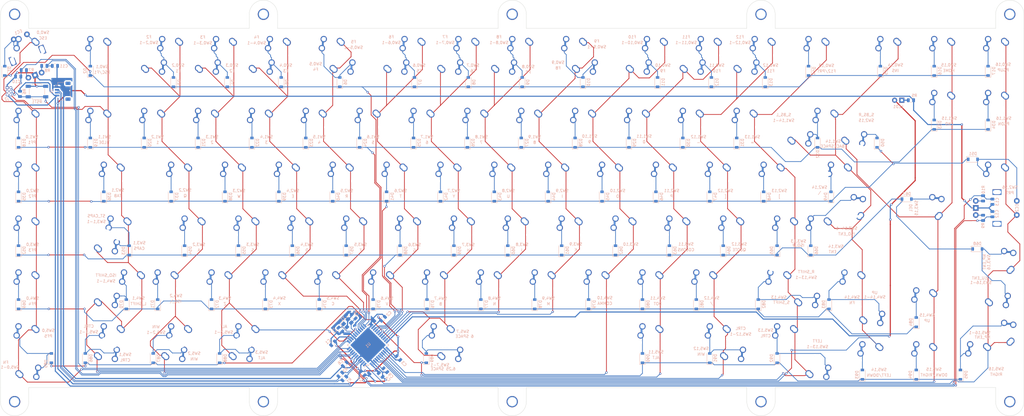
<source format=kicad_pcb>
(kicad_pcb (version 20171130) (host pcbnew "(5.0.1)-4")
  (layers (0 F.Cu signal) (31 B.Cu signal hide) (34 B.Paste user hide) (35 F.Paste user hide) (36 B.SilkS user hide) (37 F.SilkS user) (38 B.Mask user hide) (39 F.Mask user) (44 Edge.Cuts user))
  (net 0 "")
  (net 1 GND)
  (net 2 VCC)
  (net 3 "Net-(C6-Pad1)")
  (net 4 "Net-(C7-Pad1)")
  (net 5 "Net-(C8-Pad1)")
  (net 6 "Net-(C9-Pad1)")
  (net 7 "Net-(D1-Pad2)")
  (net 8 /r0)
  (net 9 "Net-(D2-Pad2)")
  (net 10 "Net-(D3-Pad2)")
  (net 11 "Net-(D4-Pad2)")
  (net 12 "Net-(D5-Pad2)")
  (net 13 "Net-(D6-Pad2)")
  (net 14 "Net-(D7-Pad2)")
  (net 15 "Net-(D8-Pad2)")
  (net 16 "Net-(D9-Pad2)")
  (net 17 "Net-(D10-Pad2)")
  (net 18 "Net-(D11-Pad2)")
  (net 19 "Net-(D12-Pad2)")
  (net 20 "Net-(D13-Pad2)")
  (net 21 "Net-(D14-Pad2)")
  (net 22 "Net-(D15-Pad2)")
  (net 23 "Net-(D16-Pad2)")
  (net 24 "Net-(D17-Pad2)")
  (net 25 /r1)
  (net 26 "Net-(D18-Pad2)")
  (net 27 "Net-(D19-Pad2)")
  (net 28 "Net-(D20-Pad2)")
  (net 29 "Net-(D21-Pad2)")
  (net 30 "Net-(D22-Pad2)")
  (net 31 "Net-(D23-Pad2)")
  (net 32 "Net-(D24-Pad2)")
  (net 33 "Net-(D25-Pad2)")
  (net 34 "Net-(D26-Pad2)")
  (net 35 "Net-(D27-Pad2)")
  (net 36 "Net-(D28-Pad2)")
  (net 37 "Net-(D29-Pad2)")
  (net 38 "Net-(D30-Pad2)")
  (net 39 "Net-(D31-Pad2)")
  (net 40 "Net-(D32-Pad2)")
  (net 41 "Net-(D33-Pad2)")
  (net 42 "Net-(D34-Pad2)")
  (net 43 "Net-(D35-Pad2)")
  (net 44 /r2)
  (net 45 "Net-(D36-Pad2)")
  (net 46 "Net-(D37-Pad2)")
  (net 47 "Net-(D38-Pad2)")
  (net 48 "Net-(D39-Pad2)")
  (net 49 "Net-(D40-Pad2)")
  (net 50 "Net-(D41-Pad2)")
  (net 51 "Net-(D42-Pad2)")
  (net 52 "Net-(D43-Pad2)")
  (net 53 "Net-(D44-Pad2)")
  (net 54 "Net-(D45-Pad2)")
  (net 55 "Net-(D46-Pad2)")
  (net 56 "Net-(D47-Pad2)")
  (net 57 "Net-(D48-Pad2)")
  (net 58 "Net-(D49-Pad2)")
  (net 59 "Net-(D50-Pad2)")
  (net 60 "Net-(D51-Pad2)")
  (net 61 /r3)
  (net 62 "Net-(D52-Pad2)")
  (net 63 "Net-(D53-Pad2)")
  (net 64 "Net-(D54-Pad2)")
  (net 65 "Net-(D55-Pad2)")
  (net 66 "Net-(D56-Pad2)")
  (net 67 "Net-(D57-Pad2)")
  (net 68 "Net-(D58-Pad2)")
  (net 69 "Net-(D59-Pad2)")
  (net 70 "Net-(D60-Pad2)")
  (net 71 "Net-(D61-Pad2)")
  (net 72 "Net-(D62-Pad2)")
  (net 73 "Net-(D63-Pad2)")
  (net 74 "Net-(D64-Pad2)")
  (net 75 "Net-(D65-Pad2)")
  (net 76 "Net-(D66-Pad2)")
  (net 77 "Net-(D67-Pad2)")
  (net 78 "Net-(D68-Pad2)")
  (net 79 "Net-(D69-Pad2)")
  (net 80 /r4)
  (net 81 "Net-(D70-Pad2)")
  (net 82 "Net-(D71-Pad2)")
  (net 83 "Net-(D72-Pad2)")
  (net 84 "Net-(D73-Pad2)")
  (net 85 "Net-(D74-Pad2)")
  (net 86 "Net-(D75-Pad2)")
  (net 87 "Net-(D76-Pad2)")
  (net 88 "Net-(D77-Pad2)")
  (net 89 "Net-(D78-Pad2)")
  (net 90 "Net-(D79-Pad2)")
  (net 91 "Net-(D80-Pad2)")
  (net 92 "Net-(D81-Pad2)")
  (net 93 "Net-(D82-Pad2)")
  (net 94 "Net-(D83-Pad2)")
  (net 95 "Net-(D84-Pad2)")
  (net 96 /r5)
  (net 97 "Net-(D85-Pad2)")
  (net 98 "Net-(D86-Pad2)")
  (net 99 "Net-(D87-Pad2)")
  (net 100 "Net-(D88-Pad2)")
  (net 101 "Net-(D89-Pad2)")
  (net 102 "Net-(D90-Pad2)")
  (net 103 "Net-(D91-Pad2)")
  (net 104 "Net-(D92-Pad2)")
  (net 105 "Net-(D93-Pad2)")
  (net 106 "Net-(D94-Pad2)")
  (net 107 "Net-(D95-Pad2)")
  (net 108 "Net-(EC1-PadA)")
  (net 109 "Net-(EC1-PadB)")
  (net 110 /c16)
  (net 111 "Net-(EC2-PadB)")
  (net 112 "Net-(EC2-PadA)")
  (net 113 /D-)
  (net 114 /D+)
  (net 115 /RES)
  (net 116 "Net-(LED1-Pad1)")
  (net 117 "Net-(LED1-Pad2)")
  (net 118 /rd-)
  (net 119 /rd+)
  (net 120 /c13)
  (net 121 /c8)
  (net 122 /c2)
  (net 123 /c3)
  (net 124 /c14)
  (net 125 /c9)
  (net 126 /c10)
  (net 127 /c4)
  (net 128 /c11)
  (net 129 /c7)
  (net 130 /c5)
  (net 131 /c6)
  (net 132 /c12)
  (net 133 /enc-)
  (net 134 /c15)
  (net 135 /enc+)
  (net 136 /c0)
  (net 137 /c1)
  (module keebs:LED_D1.8mm_W3.3mm_H2.4mm_CENTERED (layer F.Cu) (at 317.5 25.4 180)
    (fp_text reference LED1 (at 0 -2.26 180) (layer B.SilkS) (effects (justify mirror)))
    (fp_text value "3V 5mA")
    (pad 1 thru_hole rect (at -1.27 0 180) (size 1.8 1.8) (drill 0.9) (layers *.Cu B.Mask) (net 116 "Net-(LED1-Pad1)"))
    (pad 2 thru_hole circle (at 1.27 0 180) (size 1.8 1.8) (drill 0.9) (layers *.Cu B.Mask) (net 117 "Net-(LED1-Pad2)"))
  )
  (module keebs:PinHeader_2x03_P1.27mm_Vertical_center (layer F.Cu) (at 3 22.225 180)
    (fp_text reference J2 (at 0.7 -2.775 180) (layer B.SilkS) (effects (justify mirror)))
    (fp_text value Conn_02x03_Odd_Even)
    (pad 6 thru_hole rect (at 0.635 1.27 180) (size 1 1) (drill 0.65) (layers *.Cu B.Mask) (net 1 GND))
    (pad 5 thru_hole oval (at -0.635 1.27 180) (size 1 1) (drill 0.65) (layers *.Cu B.Mask) (net 115 /RES))
    (pad 4 thru_hole oval (at 0.635 0 180) (size 1 1) (drill 0.65) (layers *.Cu B.Mask) (net 136 /c0))
    (pad 3 thru_hole oval (at -0.635 0 180) (size 1 1) (drill 0.65) (layers *.Cu B.Mask) (net 135 /enc+))
    (pad 2 thru_hole oval (at 0.635 -1.27 180) (size 1 1) (drill 0.65) (layers *.Cu B.Mask) (net 2 VCC))
    (pad 1 thru_hole circle (at -0.635 -1.27 180) (size 1 1) (drill 0.65) (layers *.Cu B.Mask) (net 137 /c1))
  )
  (module keyboard_parts:HOLE_M3 (layer F.Cu) (at 5 -5)
    (fp_text reference HOLE_M3 hide)
    (fp_text value VAL** hide)
    (pad 1 thru_hole circle (at 0 0) (size 4 4) (drill 3.2) (layers *.Cu B.Mask))
  )
  (module keyboard_parts:HOLE_M3 (layer F.Cu) (at 356.95 132)
    (fp_text reference HOLE_M3 hide)
    (fp_text value VAL** hide)
    (pad 1 thru_hole circle (at 0 0) (size 4 4) (drill 3.2) (layers *.Cu B.Mask))
  )
  (module keyboard_parts:HOLE_M3 (layer F.Cu) (at 5 132)
    (fp_text reference HOLE_M3 hide)
    (fp_text value VAL** hide)
    (pad 1 thru_hole circle (at 0 0) (size 4 4) (drill 3.2) (layers *.Cu B.Mask))
  )
  (module keyboard_parts:HOLE_M3 (layer F.Cu) (at 180.975 132)
    (fp_text reference HOLE_M3 hide)
    (fp_text value VAL** hide)
    (pad 1 thru_hole circle (at 0 0) (size 4 4) (drill 3.2) (layers *.Cu B.Mask))
  )
  (module keyboard_parts:HOLE_M3 (layer F.Cu) (at 92.9875 132)
    (fp_text reference HOLE_M3 hide)
    (fp_text value VAL** hide)
    (pad 1 thru_hole circle (at 0 0) (size 4 4) (drill 3.2) (layers *.Cu B.Mask))
  )
  (module keyboard_parts:HOLE_M3 (layer F.Cu) (at 268.9625 132)
    (fp_text reference HOLE_M3 hide)
    (fp_text value VAL** hide)
    (pad 1 thru_hole circle (at 0 0) (size 4 4) (drill 3.2) (layers *.Cu B.Mask))
  )
  (module keyboard_parts:HOLE_M3 (layer F.Cu) (at 356.95 -5)
    (fp_text reference HOLE_M3 hide)
    (fp_text value VAL** hide)
    (pad 1 thru_hole circle (at 0 0) (size 4 4) (drill 3.2) (layers *.Cu B.Mask))
  )
  (module keyboard_parts:HOLE_M3 (layer F.Cu) (at 268.9625 -5)
    (fp_text reference HOLE_M3 hide)
    (fp_text value VAL** hide)
    (pad 1 thru_hole circle (at 0 0) (size 4 4) (drill 3.2) (layers *.Cu B.Mask))
  )
  (module keyboard_parts:HOLE_M3 (layer F.Cu) (at 180.975 -5)
    (fp_text reference HOLE_M3 hide)
    (fp_text value VAL** hide)
    (pad 1 thru_hole circle (at 0 0) (size 4 4) (drill 3.2) (layers *.Cu B.Mask))
  )
  (module keyboard_parts:HOLE_M3 (layer F.Cu) (at 92.9875 -5)
    (fp_text reference HOLE_M3 hide)
    (fp_text value VAL** hide)
    (pad 1 thru_hole circle (at 0 0) (size 4 4) (drill 3.2) (layers *.Cu B.Mask))
  )
  (module Capacitor_SMD:C_0805_2012Metric (layer B.Cu) (at 117.6 111.4 225)
    (fp_text reference C1 (at 0.848528 1.697056 225) (layer B.SilkS) (effects (justify mirror)))
    (fp_text value 0.1u)
    (pad 2 smd roundrect (at 0.937501 0 225) (size 0.975 1.4) (layers B.Cu B.Paste B.Mask) (net 1 GND))
    (pad 1 smd roundrect (at -0.937501 0 225) (size 0.975 1.4) (layers B.Cu B.Paste B.Mask) (net 2 VCC))
  )
  (module Button_Switch_SMD:SW_SPST_SKQG_WithStem (layer B.Cu) (at 12.9 22.325 180)
    (fp_text reference RST1 (at 0 -3.675 180) (layer B.SilkS) (effects (justify mirror)))
    (fp_text value SW_PUSH)
    (pad 2 smd rect (at 3.1 -1.85 180) (size 1.8 1.1) (layers B.Cu B.Paste B.Mask) (net 115 /RES))
    (pad 2 smd rect (at -3.1 -1.85 180) (size 1.8 1.1) (layers B.Cu B.Paste B.Mask) (net 115 /RES))
    (pad 1 smd rect (at 3.1 1.85 180) (size 1.8 1.1) (layers B.Cu B.Paste B.Mask) (net 1 GND))
    (pad 1 smd rect (at -3.1 1.85 180) (size 1.8 1.1) (layers B.Cu B.Paste B.Mask) (net 1 GND))
  )
  (module Package_QFP:TQFP-44_10x10mm_P0.8mm (layer B.Cu) (at 130 112 45)
    (fp_text reference U1 (at 0 0 45) (layer B.SilkS) (effects (justify mirror)))
    (fp_text value ATMEGA32U4)
    (pad 44 smd rect (at -4 5.7 315) (size 1.5 0.55) (layers B.Cu B.Paste B.Mask) (net 2 VCC))
    (pad 43 smd rect (at -3.2 5.7 315) (size 1.5 0.55) (layers B.Cu B.Paste B.Mask) (net 1 GND))
    (pad 42 smd rect (at -2.4 5.7 315) (size 1.5 0.55) (layers B.Cu B.Paste B.Mask) (net 6 "Net-(C9-Pad1)"))
    (pad 41 smd rect (at -1.6 5.7 315) (size 1.5 0.55) (layers B.Cu B.Paste B.Mask) (net 134 /c15))
    (pad 40 smd rect (at -0.8 5.7 315) (size 1.5 0.55) (layers B.Cu B.Paste B.Mask) (net 124 /c14))
    (pad 39 smd rect (at 0 5.7 315) (size 1.5 0.55) (layers B.Cu B.Paste B.Mask) (net 120 /c13))
    (pad 38 smd rect (at 0.8 5.7 315) (size 1.5 0.55) (layers B.Cu B.Paste B.Mask) (net 132 /c12))
    (pad 37 smd rect (at 1.6 5.7 315) (size 1.5 0.55) (layers B.Cu B.Paste B.Mask) (net 128 /c11))
    (pad 36 smd rect (at 2.4 5.7 315) (size 1.5 0.55) (layers B.Cu B.Paste B.Mask) (net 126 /c10))
    (pad 35 smd rect (at 3.2 5.7 315) (size 1.5 0.55) (layers B.Cu B.Paste B.Mask) (net 1 GND))
    (pad 34 smd rect (at 4 5.7 315) (size 1.5 0.55) (layers B.Cu B.Paste B.Mask) (net 2 VCC))
    (pad 33 smd rect (at 5.7 4 45) (size 1.5 0.55) (layers B.Cu B.Paste B.Mask) (net 117 "Net-(LED1-Pad2)"))
    (pad 32 smd rect (at 5.7 3.2 45) (size 1.5 0.55) (layers B.Cu B.Paste B.Mask) (net 125 /c9))
    (pad 31 smd rect (at 5.7 2.4 45) (size 1.5 0.55) (layers B.Cu B.Paste B.Mask) (net 121 /c8))
    (pad 30 smd rect (at 5.7 1.6 45) (size 1.5 0.55) (layers B.Cu B.Paste B.Mask) (net 129 /c7))
    (pad 29 smd rect (at 5.7 0.8 45) (size 1.5 0.55) (layers B.Cu B.Paste B.Mask) (net 131 /c6))
    (pad 28 smd rect (at 5.7 0 45) (size 1.5 0.55) (layers B.Cu B.Paste B.Mask) (net 96 /r5))
    (pad 27 smd rect (at 5.7 -0.8 45) (size 1.5 0.55) (layers B.Cu B.Paste B.Mask) (net 80 /r4))
    (pad 26 smd rect (at 5.7 -1.6 45) (size 1.5 0.55) (layers B.Cu B.Paste B.Mask) (net 61 /r3))
    (pad 25 smd rect (at 5.7 -2.4 45) (size 1.5 0.55) (layers B.Cu B.Paste B.Mask) (net 44 /r2))
    (pad 24 smd rect (at 5.7 -3.2 45) (size 1.5 0.55) (layers B.Cu B.Paste B.Mask) (net 2 VCC))
    (pad 23 smd rect (at 5.7 -4 45) (size 1.5 0.55) (layers B.Cu B.Paste B.Mask) (net 1 GND))
    (pad 22 smd rect (at 4 -5.7 315) (size 1.5 0.55) (layers B.Cu B.Paste B.Mask) (net 8 /r0))
    (pad 21 smd rect (at 3.2 -5.7 315) (size 1.5 0.55) (layers B.Cu B.Paste B.Mask) (net 25 /r1))
    (pad 20 smd rect (at 2.4 -5.7 315) (size 1.5 0.55) (layers B.Cu B.Paste B.Mask) (net 130 /c5))
    (pad 19 smd rect (at 1.6 -5.7 315) (size 1.5 0.55) (layers B.Cu B.Paste B.Mask) (net 127 /c4))
    (pad 18 smd rect (at 0.8 -5.7 315) (size 1.5 0.55) (layers B.Cu B.Paste B.Mask) (net 123 /c3))
    (pad 17 smd rect (at 0 -5.7 315) (size 1.5 0.55) (layers B.Cu B.Paste B.Mask) (net 5 "Net-(C8-Pad1)"))
    (pad 16 smd rect (at -0.8 -5.7 315) (size 1.5 0.55) (layers B.Cu B.Paste B.Mask) (net 4 "Net-(C7-Pad1)"))
    (pad 15 smd rect (at -1.6 -5.7 315) (size 1.5 0.55) (layers B.Cu B.Paste B.Mask) (net 1 GND))
    (pad 14 smd rect (at -2.4 -5.7 315) (size 1.5 0.55) (layers B.Cu B.Paste B.Mask) (net 2 VCC))
    (pad 13 smd rect (at -3.2 -5.7 315) (size 1.5 0.55) (layers B.Cu B.Paste B.Mask) (net 115 /RES))
    (pad 12 smd rect (at -4 -5.7 315) (size 1.5 0.55) (layers B.Cu B.Paste B.Mask) (net 136 /c0))
    (pad 11 smd rect (at -5.7 -4 45) (size 1.5 0.55) (layers B.Cu B.Paste B.Mask) (net 137 /c1))
    (pad 10 smd rect (at -5.7 -3.2 45) (size 1.5 0.55) (layers B.Cu B.Paste B.Mask) (net 122 /c2))
    (pad 9 smd rect (at -5.7 -2.4 45) (size 1.5 0.55) (layers B.Cu B.Paste B.Mask) (net 135 /enc+))
    (pad 8 smd rect (at -5.7 -1.6 45) (size 1.5 0.55) (layers B.Cu B.Paste B.Mask) (net 133 /enc-))
    (pad 7 smd rect (at -5.7 -0.8 45) (size 1.5 0.55) (layers B.Cu B.Paste B.Mask) (net 2 VCC))
    (pad 6 smd rect (at -5.7 0 45) (size 1.5 0.55) (layers B.Cu B.Paste B.Mask) (net 3 "Net-(C6-Pad1)"))
    (pad 5 smd rect (at -5.7 0.8 45) (size 1.5 0.55) (layers B.Cu B.Paste B.Mask) (net 1 GND))
    (pad 4 smd rect (at -5.7 1.6 45) (size 1.5 0.55) (layers B.Cu B.Paste B.Mask) (net 119 /rd+))
    (pad 3 smd rect (at -5.7 2.4 45) (size 1.5 0.55) (layers B.Cu B.Paste B.Mask) (net 118 /rd-))
    (pad 2 smd rect (at -5.7 3.2 45) (size 1.5 0.55) (layers B.Cu B.Paste B.Mask) (net 2 VCC))
    (pad 1 smd rect (at -5.7 4 45) (size 1.5 0.55) (layers B.Cu B.Paste B.Mask) (net 110 /c16))
  )
  (module keebs:EC11E (layer F.Cu) (at 352.425 63.5)
    (fp_text reference EC2 (at 7.075 0 90) (layer B.SilkS) (effects (justify mirror)))
    (fp_text value EC11E)
    (pad A thru_hole circle (at -7.5 -2.5) (size 2 2) (drill 1) (layers *.Cu B.Mask) (net 112 "Net-(EC2-PadA)"))
    (pad C thru_hole rect (at -7.5 0) (size 2 2) (drill 1) (layers *.Cu B.Mask) (net 1 GND))
    (pad B thru_hole circle (at -7.5 2.5) (size 2 2) (drill 1) (layers *.Cu B.Mask) (net 111 "Net-(EC2-PadB)"))
    (pad MP thru_hole rect (at 0 -5.6) (size 3.2 2) (drill oval 2.8 1.5) (layers *.Cu B.Mask))
    (pad MP thru_hole rect (at 0 5.6) (size 3.2 2) (drill oval 2.8 1.5) (layers *.Cu B.Mask))
    (pad S2 thru_hole circle (at 7 -2.5) (size 2 2) (drill 1) (layers *.Cu B.Mask) (net 60 "Net-(D51-Pad2)"))
    (pad S1 thru_hole circle (at 7 2.5) (size 2 2) (drill 1) (layers *.Cu B.Mask) (net 110 /c16))
  )
  (module keebs:EC11E (layer F.Cu) (at 9.525 9.525 111)
    (fp_text reference EC1 (at 8.834437 -0.06322 201) (layer B.SilkS) (effects (justify mirror)))
    (fp_text value EC11E)
    (pad A thru_hole circle (at -7.5 -2.5 111) (size 2 2) (drill 1) (layers *.Cu B.Mask) (net 108 "Net-(EC1-PadA)"))
    (pad C thru_hole rect (at -7.5 0 111) (size 2 2) (drill 1) (layers *.Cu B.Mask) (net 1 GND))
    (pad B thru_hole circle (at -7.5 2.5 111) (size 2 2) (drill 1) (layers *.Cu B.Mask) (net 109 "Net-(EC1-PadB)"))
    (pad MP thru_hole rect (at -0.000001 -5.6 111) (size 3.2 2) (drill oval 2.8 1.5) (layers *.Cu B.Mask))
    (pad MP thru_hole rect (at 0.000001 5.6 111) (size 3.2 2) (drill oval 2.8 1.5) (layers *.Cu B.Mask))
    (pad S2 thru_hole circle (at 7 -2.5 111) (size 2 2) (drill 1) (layers *.Cu B.Mask) (net 7 "Net-(D1-Pad2)"))
    (pad S1 thru_hole circle (at 7 2.5 111) (size 2 2) (drill 1) (layers *.Cu B.Mask) (net 136 /c0))
  )
  (module MX_SMK_2:MX_SMK_100 (layer F.Cu) (at 96.8375 92.075)
    (fp_text reference SW4,4 (at 1.8 3.3) (layer B.SilkS) (effects (justify mirror)))
    (fp_text value X (at 1.8 5.3) (layer B.SilkS) (effects (justify mirror)))
    (pad "" np_thru_hole circle (at 5.08 0 48) (size 1.7 1.7) (drill 1.7) (layers *.Cu *.Mask))
    (pad "" np_thru_hole circle (at -5.08 0 48) (size 1.7 1.7) (drill 1.7) (layers *.Cu *.Mask))
    (pad "" np_thru_hole circle (at -4.5 0) (size 1.375 1.375) (drill 1.375) (layers *.Cu *.Mask))
    (pad "" np_thru_hole circle (at 4.5 0) (size 1.375 1.375) (drill 1.375) (layers *.Cu *.Mask))
    (pad 1 thru_hole circle (at -3.81 -2.54) (size 2.25 2.25) (drill 1.5) (layers *.Cu B.Mask) (net 84 "Net-(D73-Pad2)"))
    (pad 1 thru_hole circle (at -3.15 -5.75) (size 2.25 2.25) (drill 1.5) (layers *.Cu B.Mask) (net 84 "Net-(D73-Pad2)"))
    (pad 2 thru_hole circle (at 2.54 -5.08) (size 2.25 2.25) (drill 1.5) (layers *.Cu B.Mask) (net 127 /c4))
    (pad 2 thru_hole circle (at 3.15 -4.5) (size 2.25 2.25) (drill 1.5) (layers *.Cu B.Mask) (net 127 /c4))
    (pad "" np_thru_hole circle (at 0 0) (size 3.9878 3.9878) (drill 3.9878) (layers *.Cu *.Mask))
    (pad 1 smd roundrect (at -3.48 -4.145) (size 0.66 5.317) (layers B.Cu) (roundrect_rratio 0.5) (net 84 "Net-(D73-Pad2)"))
  )
  (module MX_SMK_2:MX_SMK_100 (layer F.Cu) (at 60.325 9.525)
    (fp_text reference SW0,2 (at 2.5 3.5) (layer B.SilkS) (effects (justify mirror)))
    (fp_text value F1 (at 2.5 5.5) (layer B.SilkS) (effects (justify mirror)))
    (pad "" np_thru_hole circle (at 5.08 0 48) (size 1.7 1.7) (drill 1.7) (layers *.Cu *.Mask))
    (pad "" np_thru_hole circle (at -5.08 0 48) (size 1.7 1.7) (drill 1.7) (layers *.Cu *.Mask))
    (pad "" np_thru_hole circle (at -4.5 0) (size 1.375 1.375) (drill 1.375) (layers *.Cu *.Mask))
    (pad "" np_thru_hole circle (at 4.5 0) (size 1.375 1.375) (drill 1.375) (layers *.Cu *.Mask))
    (pad 1 thru_hole circle (at -3.81 -2.54) (size 2.25 2.25) (drill 1.5) (layers *.Cu B.Mask) (net 10 "Net-(D3-Pad2)"))
    (pad 1 thru_hole circle (at -3.15 -5.75) (size 2.25 2.25) (drill 1.5) (layers *.Cu B.Mask) (net 10 "Net-(D3-Pad2)"))
    (pad 2 thru_hole circle (at 2.54 -5.08) (size 2.25 2.25) (drill 1.5) (layers *.Cu B.Mask) (net 122 /c2))
    (pad 2 thru_hole circle (at 3.15 -4.5) (size 2.25 2.25) (drill 1.5) (layers *.Cu B.Mask) (net 122 /c2))
    (pad "" np_thru_hole circle (at 0 0) (size 3.9878 3.9878) (drill 3.9878) (layers *.Cu *.Mask))
    (pad 1 smd roundrect (at -3.48 -4.145) (size 0.66 5.317) (layers B.Cu) (roundrect_rratio 0.5) (net 10 "Net-(D3-Pad2)"))
  )
  (module MX_SMK_2:MX_SMK_100 (layer F.Cu) (at 34.925 9.525)
    (fp_text reference SW0,1 (at 1 4) (layer B.SilkS) (effects (justify mirror)))
    (fp_text value ESC/F1 (at 1 6) (layer B.SilkS) (effects (justify mirror)))
    (pad "" np_thru_hole circle (at 5.08 0 48) (size 1.7 1.7) (drill 1.7) (layers *.Cu *.Mask))
    (pad "" np_thru_hole circle (at -5.08 0 48) (size 1.7 1.7) (drill 1.7) (layers *.Cu *.Mask))
    (pad "" np_thru_hole circle (at -4.5 0) (size 1.375 1.375) (drill 1.375) (layers *.Cu *.Mask))
    (pad "" np_thru_hole circle (at 4.5 0) (size 1.375 1.375) (drill 1.375) (layers *.Cu *.Mask))
    (pad 1 thru_hole circle (at -3.81 -2.54) (size 2.25 2.25) (drill 1.5) (layers *.Cu B.Mask) (net 9 "Net-(D2-Pad2)"))
    (pad 1 thru_hole circle (at -3.15 -5.75) (size 2.25 2.25) (drill 1.5) (layers *.Cu B.Mask) (net 9 "Net-(D2-Pad2)"))
    (pad 2 thru_hole circle (at 2.54 -5.08) (size 2.25 2.25) (drill 1.5) (layers *.Cu B.Mask) (net 137 /c1))
    (pad 2 thru_hole circle (at 3.15 -4.5) (size 2.25 2.25) (drill 1.5) (layers *.Cu B.Mask) (net 137 /c1))
    (pad "" np_thru_hole circle (at 0 0) (size 3.9878 3.9878) (drill 3.9878) (layers *.Cu *.Mask))
    (pad 1 smd roundrect (at -3.48 -4.145) (size 0.66 5.317) (layers B.Cu) (roundrect_rratio 0.5) (net 9 "Net-(D2-Pad2)"))
  )
  (module MX_SMK_2:MX_SMK_100 (layer F.Cu) (at 288.925 9.525)
    (fp_text reference SW0,13 (at 3.2 3.6) (layer B.SilkS) (effects (justify mirror)))
    (fp_text value F12/PRT (at 3.2 5.6) (layer B.SilkS) (effects (justify mirror)))
    (pad "" np_thru_hole circle (at 5.08 0 48) (size 1.7 1.7) (drill 1.7) (layers *.Cu *.Mask))
    (pad "" np_thru_hole circle (at -5.08 0 48) (size 1.7 1.7) (drill 1.7) (layers *.Cu *.Mask))
    (pad "" np_thru_hole circle (at -4.5 0) (size 1.375 1.375) (drill 1.375) (layers *.Cu *.Mask))
    (pad "" np_thru_hole circle (at 4.5 0) (size 1.375 1.375) (drill 1.375) (layers *.Cu *.Mask))
    (pad 1 thru_hole circle (at -3.81 -2.54) (size 2.25 2.25) (drill 1.5) (layers *.Cu B.Mask) (net 21 "Net-(D14-Pad2)"))
    (pad 1 thru_hole circle (at -3.15 -5.75) (size 2.25 2.25) (drill 1.5) (layers *.Cu B.Mask) (net 21 "Net-(D14-Pad2)"))
    (pad 2 thru_hole circle (at 2.54 -5.08) (size 2.25 2.25) (drill 1.5) (layers *.Cu B.Mask) (net 120 /c13))
    (pad 2 thru_hole circle (at 3.15 -4.5) (size 2.25 2.25) (drill 1.5) (layers *.Cu B.Mask) (net 120 /c13))
    (pad "" np_thru_hole circle (at 0 0) (size 3.9878 3.9878) (drill 3.9878) (layers *.Cu *.Mask))
    (pad 1 smd roundrect (at -3.48 -4.145) (size 0.66 5.317) (layers B.Cu) (roundrect_rratio 0.5) (net 21 "Net-(D14-Pad2)"))
  )
  (module MX_SMK_2:MX_SMK_100 (layer F.Cu) (at 184.15 9.525)
    (fp_text reference SW0,8 (at 2.5 4) (layer B.SilkS) (effects (justify mirror)))
    (fp_text value F7 (at 2.5 6) (layer B.SilkS) (effects (justify mirror)))
    (pad "" np_thru_hole circle (at 5.08 0 48) (size 1.7 1.7) (drill 1.7) (layers *.Cu *.Mask))
    (pad "" np_thru_hole circle (at -5.08 0 48) (size 1.7 1.7) (drill 1.7) (layers *.Cu *.Mask))
    (pad "" np_thru_hole circle (at -4.5 0) (size 1.375 1.375) (drill 1.375) (layers *.Cu *.Mask))
    (pad "" np_thru_hole circle (at 4.5 0) (size 1.375 1.375) (drill 1.375) (layers *.Cu *.Mask))
    (pad 1 thru_hole circle (at -3.81 -2.54) (size 2.25 2.25) (drill 1.5) (layers *.Cu B.Mask) (net 16 "Net-(D9-Pad2)"))
    (pad 1 thru_hole circle (at -3.15 -5.75) (size 2.25 2.25) (drill 1.5) (layers *.Cu B.Mask) (net 16 "Net-(D9-Pad2)"))
    (pad 2 thru_hole circle (at 2.54 -5.08) (size 2.25 2.25) (drill 1.5) (layers *.Cu B.Mask) (net 121 /c8))
    (pad 2 thru_hole circle (at 3.15 -4.5) (size 2.25 2.25) (drill 1.5) (layers *.Cu B.Mask) (net 121 /c8))
    (pad "" np_thru_hole circle (at 0 0) (size 3.9878 3.9878) (drill 3.9878) (layers *.Cu *.Mask))
    (pad 1 smd roundrect (at -3.48 -4.145) (size 0.66 5.317) (layers B.Cu) (roundrect_rratio 0.5) (net 16 "Net-(D9-Pad2)"))
  )
  (module MX_SMK_2:MX_SMK_100 (layer F.Cu) (at 79.375 9.525)
    (fp_text reference SW0,3 (at 2.5 3.5) (layer B.SilkS) (effects (justify mirror)))
    (fp_text value F2 (at 2.5 5.5) (layer B.SilkS) (effects (justify mirror)))
    (pad "" np_thru_hole circle (at 5.08 0 48) (size 1.7 1.7) (drill 1.7) (layers *.Cu *.Mask))
    (pad "" np_thru_hole circle (at -5.08 0 48) (size 1.7 1.7) (drill 1.7) (layers *.Cu *.Mask))
    (pad "" np_thru_hole circle (at -4.5 0) (size 1.375 1.375) (drill 1.375) (layers *.Cu *.Mask))
    (pad "" np_thru_hole circle (at 4.5 0) (size 1.375 1.375) (drill 1.375) (layers *.Cu *.Mask))
    (pad 1 thru_hole circle (at -3.81 -2.54) (size 2.25 2.25) (drill 1.5) (layers *.Cu B.Mask) (net 11 "Net-(D4-Pad2)"))
    (pad 1 thru_hole circle (at -3.15 -5.75) (size 2.25 2.25) (drill 1.5) (layers *.Cu B.Mask) (net 11 "Net-(D4-Pad2)"))
    (pad 2 thru_hole circle (at 2.54 -5.08) (size 2.25 2.25) (drill 1.5) (layers *.Cu B.Mask) (net 123 /c3))
    (pad 2 thru_hole circle (at 3.15 -4.5) (size 2.25 2.25) (drill 1.5) (layers *.Cu B.Mask) (net 123 /c3))
    (pad "" np_thru_hole circle (at 0 0) (size 3.9878 3.9878) (drill 3.9878) (layers *.Cu *.Mask))
    (pad 1 smd roundrect (at -3.48 -4.145) (size 0.66 5.317) (layers B.Cu) (roundrect_rratio 0.5) (net 11 "Net-(D4-Pad2)"))
  )
  (module MX_SMK_2:MX_SMK_100 (layer F.Cu) (at 314.325 9.525)
    (fp_text reference SW0,14 (at 2.2 3.4) (layer B.SilkS) (effects (justify mirror)))
    (fp_text value INS (at 2.2 5.4) (layer B.SilkS) (effects (justify mirror)))
    (pad "" np_thru_hole circle (at 5.08 0 48) (size 1.7 1.7) (drill 1.7) (layers *.Cu *.Mask))
    (pad "" np_thru_hole circle (at -5.08 0 48) (size 1.7 1.7) (drill 1.7) (layers *.Cu *.Mask))
    (pad "" np_thru_hole circle (at -4.5 0) (size 1.375 1.375) (drill 1.375) (layers *.Cu *.Mask))
    (pad "" np_thru_hole circle (at 4.5 0) (size 1.375 1.375) (drill 1.375) (layers *.Cu *.Mask))
    (pad 1 thru_hole circle (at -3.81 -2.54) (size 2.25 2.25) (drill 1.5) (layers *.Cu B.Mask) (net 22 "Net-(D15-Pad2)"))
    (pad 1 thru_hole circle (at -3.15 -5.75) (size 2.25 2.25) (drill 1.5) (layers *.Cu B.Mask) (net 22 "Net-(D15-Pad2)"))
    (pad 2 thru_hole circle (at 2.54 -5.08) (size 2.25 2.25) (drill 1.5) (layers *.Cu B.Mask) (net 124 /c14))
    (pad 2 thru_hole circle (at 3.15 -4.5) (size 2.25 2.25) (drill 1.5) (layers *.Cu B.Mask) (net 124 /c14))
    (pad "" np_thru_hole circle (at 0 0) (size 3.9878 3.9878) (drill 3.9878) (layers *.Cu *.Mask))
    (pad 1 smd roundrect (at -3.48 -4.145) (size 0.66 5.317) (layers B.Cu) (roundrect_rratio 0.5) (net 22 "Net-(D15-Pad2)"))
  )
  (module MX_SMK_2:MX_SMK_100 (layer F.Cu) (at 203.2 9.525)
    (fp_text reference SW0,9 (at -6 2.5) (layer B.SilkS) (effects (justify mirror)))
    (fp_text value F8 (at -6 4.5) (layer B.SilkS) (effects (justify mirror)))
    (pad "" np_thru_hole circle (at 5.08 0 48) (size 1.7 1.7) (drill 1.7) (layers *.Cu *.Mask))
    (pad "" np_thru_hole circle (at -5.08 0 48) (size 1.7 1.7) (drill 1.7) (layers *.Cu *.Mask))
    (pad "" np_thru_hole circle (at -4.5 0) (size 1.375 1.375) (drill 1.375) (layers *.Cu *.Mask))
    (pad "" np_thru_hole circle (at 4.5 0) (size 1.375 1.375) (drill 1.375) (layers *.Cu *.Mask))
    (pad 1 thru_hole circle (at -3.81 -2.54) (size 2.25 2.25) (drill 1.5) (layers *.Cu B.Mask) (net 17 "Net-(D10-Pad2)"))
    (pad 1 thru_hole circle (at -3.15 -5.75) (size 2.25 2.25) (drill 1.5) (layers *.Cu B.Mask) (net 17 "Net-(D10-Pad2)"))
    (pad 2 thru_hole circle (at 2.54 -5.08) (size 2.25 2.25) (drill 1.5) (layers *.Cu B.Mask) (net 125 /c9))
    (pad 2 thru_hole circle (at 3.15 -4.5) (size 2.25 2.25) (drill 1.5) (layers *.Cu B.Mask) (net 125 /c9))
    (pad "" np_thru_hole circle (at 0 0) (size 3.9878 3.9878) (drill 3.9878) (layers *.Cu *.Mask))
    (pad 1 smd roundrect (at -3.48 -4.145) (size 0.66 5.317) (layers B.Cu) (roundrect_rratio 0.5) (net 17 "Net-(D10-Pad2)"))
  )
  (module MX_SMK_2:MX_SMK_100 (layer F.Cu) (at 333.375 9.525)
    (fp_text reference SW0,15 (at 2 3.4) (layer B.SilkS) (effects (justify mirror)))
    (fp_text value HOME (at 2 5.4) (layer B.SilkS) (effects (justify mirror)))
    (pad "" np_thru_hole circle (at 5.08 0 48) (size 1.7 1.7) (drill 1.7) (layers *.Cu *.Mask))
    (pad "" np_thru_hole circle (at -5.08 0 48) (size 1.7 1.7) (drill 1.7) (layers *.Cu *.Mask))
    (pad "" np_thru_hole circle (at -4.5 0) (size 1.375 1.375) (drill 1.375) (layers *.Cu *.Mask))
    (pad "" np_thru_hole circle (at 4.5 0) (size 1.375 1.375) (drill 1.375) (layers *.Cu *.Mask))
    (pad 1 thru_hole circle (at -3.81 -2.54) (size 2.25 2.25) (drill 1.5) (layers *.Cu B.Mask) (net 23 "Net-(D16-Pad2)"))
    (pad 1 thru_hole circle (at -3.15 -5.75) (size 2.25 2.25) (drill 1.5) (layers *.Cu B.Mask) (net 23 "Net-(D16-Pad2)"))
    (pad 2 thru_hole circle (at 2.54 -5.08) (size 2.25 2.25) (drill 1.5) (layers *.Cu B.Mask) (net 134 /c15))
    (pad 2 thru_hole circle (at 3.15 -4.5) (size 2.25 2.25) (drill 1.5) (layers *.Cu B.Mask) (net 134 /c15))
    (pad "" np_thru_hole circle (at 0 0) (size 3.9878 3.9878) (drill 3.9878) (layers *.Cu *.Mask))
    (pad 1 smd roundrect (at -3.48 -4.145) (size 0.66 5.317) (layers B.Cu) (roundrect_rratio 0.5) (net 23 "Net-(D16-Pad2)"))
  )
  (module MX_SMK_2:MX_SMK_100 (layer F.Cu) (at 231.775 9.525)
    (fp_text reference SW0,10 (at 2.5 3.5) (layer B.SilkS) (effects (justify mirror)))
    (fp_text value F9 (at 2.5 5.5) (layer B.SilkS) (effects (justify mirror)))
    (pad "" np_thru_hole circle (at 5.08 0 48) (size 1.7 1.7) (drill 1.7) (layers *.Cu *.Mask))
    (pad "" np_thru_hole circle (at -5.08 0 48) (size 1.7 1.7) (drill 1.7) (layers *.Cu *.Mask))
    (pad "" np_thru_hole circle (at -4.5 0) (size 1.375 1.375) (drill 1.375) (layers *.Cu *.Mask))
    (pad "" np_thru_hole circle (at 4.5 0) (size 1.375 1.375) (drill 1.375) (layers *.Cu *.Mask))
    (pad 1 thru_hole circle (at -3.81 -2.54) (size 2.25 2.25) (drill 1.5) (layers *.Cu B.Mask) (net 18 "Net-(D11-Pad2)"))
    (pad 1 thru_hole circle (at -3.15 -5.75) (size 2.25 2.25) (drill 1.5) (layers *.Cu B.Mask) (net 18 "Net-(D11-Pad2)"))
    (pad 2 thru_hole circle (at 2.54 -5.08) (size 2.25 2.25) (drill 1.5) (layers *.Cu B.Mask) (net 126 /c10))
    (pad 2 thru_hole circle (at 3.15 -4.5) (size 2.25 2.25) (drill 1.5) (layers *.Cu B.Mask) (net 126 /c10))
    (pad "" np_thru_hole circle (at 0 0) (size 3.9878 3.9878) (drill 3.9878) (layers *.Cu *.Mask))
    (pad 1 smd roundrect (at -3.48 -4.145) (size 0.66 5.317) (layers B.Cu) (roundrect_rratio 0.5) (net 18 "Net-(D11-Pad2)"))
  )
  (module MX_SMK_2:MX_SMK_100 (layer F.Cu) (at 98.425 9.525)
    (fp_text reference SW0,4 (at 2.5 3.5) (layer B.SilkS) (effects (justify mirror)))
    (fp_text value F3 (at 2.5 5.5) (layer B.SilkS) (effects (justify mirror)))
    (pad "" np_thru_hole circle (at 5.08 0 48) (size 1.7 1.7) (drill 1.7) (layers *.Cu *.Mask))
    (pad "" np_thru_hole circle (at -5.08 0 48) (size 1.7 1.7) (drill 1.7) (layers *.Cu *.Mask))
    (pad "" np_thru_hole circle (at -4.5 0) (size 1.375 1.375) (drill 1.375) (layers *.Cu *.Mask))
    (pad "" np_thru_hole circle (at 4.5 0) (size 1.375 1.375) (drill 1.375) (layers *.Cu *.Mask))
    (pad 1 thru_hole circle (at -3.81 -2.54) (size 2.25 2.25) (drill 1.5) (layers *.Cu B.Mask) (net 12 "Net-(D5-Pad2)"))
    (pad 1 thru_hole circle (at -3.15 -5.75) (size 2.25 2.25) (drill 1.5) (layers *.Cu B.Mask) (net 12 "Net-(D5-Pad2)"))
    (pad 2 thru_hole circle (at 2.54 -5.08) (size 2.25 2.25) (drill 1.5) (layers *.Cu B.Mask) (net 127 /c4))
    (pad 2 thru_hole circle (at 3.15 -4.5) (size 2.25 2.25) (drill 1.5) (layers *.Cu B.Mask) (net 127 /c4))
    (pad "" np_thru_hole circle (at 0 0) (size 3.9878 3.9878) (drill 3.9878) (layers *.Cu *.Mask))
    (pad 1 smd roundrect (at -3.48 -4.145) (size 0.66 5.317) (layers B.Cu) (roundrect_rratio 0.5) (net 12 "Net-(D5-Pad2)"))
  )
  (module MX_SMK_2:MX_SMK_100 (layer F.Cu) (at 250.825 9.525)
    (fp_text reference SW0,11 (at 2.5 3.5) (layer B.SilkS) (effects (justify mirror)))
    (fp_text value F10 (at 2.5 5.5) (layer B.SilkS) (effects (justify mirror)))
    (pad "" np_thru_hole circle (at 5.08 0 48) (size 1.7 1.7) (drill 1.7) (layers *.Cu *.Mask))
    (pad "" np_thru_hole circle (at -5.08 0 48) (size 1.7 1.7) (drill 1.7) (layers *.Cu *.Mask))
    (pad "" np_thru_hole circle (at -4.5 0) (size 1.375 1.375) (drill 1.375) (layers *.Cu *.Mask))
    (pad "" np_thru_hole circle (at 4.5 0) (size 1.375 1.375) (drill 1.375) (layers *.Cu *.Mask))
    (pad 1 thru_hole circle (at -3.81 -2.54) (size 2.25 2.25) (drill 1.5) (layers *.Cu B.Mask) (net 19 "Net-(D12-Pad2)"))
    (pad 1 thru_hole circle (at -3.15 -5.75) (size 2.25 2.25) (drill 1.5) (layers *.Cu B.Mask) (net 19 "Net-(D12-Pad2)"))
    (pad 2 thru_hole circle (at 2.54 -5.08) (size 2.25 2.25) (drill 1.5) (layers *.Cu B.Mask) (net 128 /c11))
    (pad 2 thru_hole circle (at 3.15 -4.5) (size 2.25 2.25) (drill 1.5) (layers *.Cu B.Mask) (net 128 /c11))
    (pad "" np_thru_hole circle (at 0 0) (size 3.9878 3.9878) (drill 3.9878) (layers *.Cu *.Mask))
    (pad 1 smd roundrect (at -3.48 -4.145) (size 0.66 5.317) (layers B.Cu) (roundrect_rratio 0.5) (net 19 "Net-(D12-Pad2)"))
  )
  (module MX_SMK_2:MX_SMK_100 (layer F.Cu) (at 165.1 9.525)
    (fp_text reference SW0,7 (at 2 3.5) (layer B.SilkS) (effects (justify mirror)))
    (fp_text value F6 (at 2 5.5) (layer B.SilkS) (effects (justify mirror)))
    (pad "" np_thru_hole circle (at 5.08 0 48) (size 1.7 1.7) (drill 1.7) (layers *.Cu *.Mask))
    (pad "" np_thru_hole circle (at -5.08 0 48) (size 1.7 1.7) (drill 1.7) (layers *.Cu *.Mask))
    (pad "" np_thru_hole circle (at -4.5 0) (size 1.375 1.375) (drill 1.375) (layers *.Cu *.Mask))
    (pad "" np_thru_hole circle (at 4.5 0) (size 1.375 1.375) (drill 1.375) (layers *.Cu *.Mask))
    (pad 1 thru_hole circle (at -3.81 -2.54) (size 2.25 2.25) (drill 1.5) (layers *.Cu B.Mask) (net 15 "Net-(D8-Pad2)"))
    (pad 1 thru_hole circle (at -3.15 -5.75) (size 2.25 2.25) (drill 1.5) (layers *.Cu B.Mask) (net 15 "Net-(D8-Pad2)"))
    (pad 2 thru_hole circle (at 2.54 -5.08) (size 2.25 2.25) (drill 1.5) (layers *.Cu B.Mask) (net 129 /c7))
    (pad 2 thru_hole circle (at 3.15 -4.5) (size 2.25 2.25) (drill 1.5) (layers *.Cu B.Mask) (net 129 /c7))
    (pad "" np_thru_hole circle (at 0 0) (size 3.9878 3.9878) (drill 3.9878) (layers *.Cu *.Mask))
    (pad 1 smd roundrect (at -3.48 -4.145) (size 0.66 5.317) (layers B.Cu) (roundrect_rratio 0.5) (net 15 "Net-(D8-Pad2)"))
  )
  (module MX_SMK_2:MX_SMK_100 (layer F.Cu) (at 9.525 9.525)
    (fp_text reference SW0,0 (at 5.5 -8.1) (layer B.SilkS) (effects (justify mirror)))
    (fp_text value ESC (at 5.5 -6.1) (layer B.SilkS) (effects (justify mirror)))
    (pad "" np_thru_hole circle (at 5.08 0 48) (size 1.7 1.7) (drill 1.7) (layers *.Cu *.Mask))
    (pad "" np_thru_hole circle (at -5.08 0 48) (size 1.7 1.7) (drill 1.7) (layers *.Cu *.Mask))
    (pad "" np_thru_hole circle (at -4.5 0) (size 1.375 1.375) (drill 1.375) (layers *.Cu *.Mask))
    (pad "" np_thru_hole circle (at 4.5 0) (size 1.375 1.375) (drill 1.375) (layers *.Cu *.Mask))
    (pad 1 thru_hole circle (at -3.81 -2.54) (size 2.25 2.25) (drill 1.5) (layers *.Cu B.Mask) (net 7 "Net-(D1-Pad2)"))
    (pad 1 thru_hole circle (at -3.15 -5.75) (size 2.25 2.25) (drill 1.5) (layers *.Cu B.Mask) (net 7 "Net-(D1-Pad2)"))
    (pad 2 thru_hole circle (at 2.54 -5.08) (size 2.25 2.25) (drill 1.5) (layers *.Cu B.Mask) (net 136 /c0))
    (pad 2 thru_hole circle (at 3.15 -4.5) (size 2.25 2.25) (drill 1.5) (layers *.Cu B.Mask) (net 136 /c0))
    (pad "" np_thru_hole circle (at 0 0) (size 3.9878 3.9878) (drill 3.9878) (layers *.Cu *.Mask))
    (pad 1 smd roundrect (at -3.48 -4.145) (size 0.66 5.317) (layers B.Cu) (roundrect_rratio 0.5) (net 7 "Net-(D1-Pad2)"))
  )
  (module MX_SMK_2:MX_SMK_100 (layer F.Cu) (at 117.475 9.525)
    (fp_text reference SW0,5 (at -6 3) (layer B.SilkS) (effects (justify mirror)))
    (fp_text value F4 (at -6 5) (layer B.SilkS) (effects (justify mirror)))
    (pad "" np_thru_hole circle (at 5.08 0 48) (size 1.7 1.7) (drill 1.7) (layers *.Cu *.Mask))
    (pad "" np_thru_hole circle (at -5.08 0 48) (size 1.7 1.7) (drill 1.7) (layers *.Cu *.Mask))
    (pad "" np_thru_hole circle (at -4.5 0) (size 1.375 1.375) (drill 1.375) (layers *.Cu *.Mask))
    (pad "" np_thru_hole circle (at 4.5 0) (size 1.375 1.375) (drill 1.375) (layers *.Cu *.Mask))
    (pad 1 thru_hole circle (at -3.81 -2.54) (size 2.25 2.25) (drill 1.5) (layers *.Cu B.Mask) (net 13 "Net-(D6-Pad2)"))
    (pad 1 thru_hole circle (at -3.15 -5.75) (size 2.25 2.25) (drill 1.5) (layers *.Cu B.Mask) (net 13 "Net-(D6-Pad2)"))
    (pad 2 thru_hole circle (at 2.54 -5.08) (size 2.25 2.25) (drill 1.5) (layers *.Cu B.Mask) (net 130 /c5))
    (pad 2 thru_hole circle (at 3.15 -4.5) (size 2.25 2.25) (drill 1.5) (layers *.Cu B.Mask) (net 130 /c5))
    (pad "" np_thru_hole circle (at 0 0) (size 3.9878 3.9878) (drill 3.9878) (layers *.Cu *.Mask))
    (pad 1 smd roundrect (at -3.48 -4.145) (size 0.66 5.317) (layers B.Cu) (roundrect_rratio 0.5) (net 13 "Net-(D6-Pad2)"))
  )
  (module MX_SMK_2:MX_SMK_100 (layer F.Cu) (at 146.05 9.525)
    (fp_text reference SW0,6 (at 2 3.5) (layer B.SilkS) (effects (justify mirror)))
    (fp_text value F5 (at 2 5.5) (layer B.SilkS) (effects (justify mirror)))
    (pad "" np_thru_hole circle (at 5.08 0 48) (size 1.7 1.7) (drill 1.7) (layers *.Cu *.Mask))
    (pad "" np_thru_hole circle (at -5.08 0 48) (size 1.7 1.7) (drill 1.7) (layers *.Cu *.Mask))
    (pad "" np_thru_hole circle (at -4.5 0) (size 1.375 1.375) (drill 1.375) (layers *.Cu *.Mask))
    (pad "" np_thru_hole circle (at 4.5 0) (size 1.375 1.375) (drill 1.375) (layers *.Cu *.Mask))
    (pad 1 thru_hole circle (at -3.81 -2.54) (size 2.25 2.25) (drill 1.5) (layers *.Cu B.Mask) (net 14 "Net-(D7-Pad2)"))
    (pad 1 thru_hole circle (at -3.15 -5.75) (size 2.25 2.25) (drill 1.5) (layers *.Cu B.Mask) (net 14 "Net-(D7-Pad2)"))
    (pad 2 thru_hole circle (at 2.54 -5.08) (size 2.25 2.25) (drill 1.5) (layers *.Cu B.Mask) (net 131 /c6))
    (pad 2 thru_hole circle (at 3.15 -4.5) (size 2.25 2.25) (drill 1.5) (layers *.Cu B.Mask) (net 131 /c6))
    (pad "" np_thru_hole circle (at 0 0) (size 3.9878 3.9878) (drill 3.9878) (layers *.Cu *.Mask))
    (pad 1 smd roundrect (at -3.48 -4.145) (size 0.66 5.317) (layers B.Cu) (roundrect_rratio 0.5) (net 14 "Net-(D7-Pad2)"))
  )
  (module MX_SMK_2:MX_SMK_100 (layer F.Cu) (at 352.425 9.525)
    (fp_text reference SW0,16 (at 2.2 3.2) (layer B.SilkS) (effects (justify mirror)))
    (fp_text value PGUP (at 2.2 5.2) (layer B.SilkS) (effects (justify mirror)))
    (pad "" np_thru_hole circle (at 5.08 0 48) (size 1.7 1.7) (drill 1.7) (layers *.Cu *.Mask))
    (pad "" np_thru_hole circle (at -5.08 0 48) (size 1.7 1.7) (drill 1.7) (layers *.Cu *.Mask))
    (pad "" np_thru_hole circle (at -4.5 0) (size 1.375 1.375) (drill 1.375) (layers *.Cu *.Mask))
    (pad "" np_thru_hole circle (at 4.5 0) (size 1.375 1.375) (drill 1.375) (layers *.Cu *.Mask))
    (pad 1 thru_hole circle (at -3.81 -2.54) (size 2.25 2.25) (drill 1.5) (layers *.Cu B.Mask) (net 24 "Net-(D17-Pad2)"))
    (pad 1 thru_hole circle (at -3.15 -5.75) (size 2.25 2.25) (drill 1.5) (layers *.Cu B.Mask) (net 24 "Net-(D17-Pad2)"))
    (pad 2 thru_hole circle (at 2.54 -5.08) (size 2.25 2.25) (drill 1.5) (layers *.Cu B.Mask) (net 110 /c16))
    (pad 2 thru_hole circle (at 3.15 -4.5) (size 2.25 2.25) (drill 1.5) (layers *.Cu B.Mask) (net 110 /c16))
    (pad "" np_thru_hole circle (at 0 0) (size 3.9878 3.9878) (drill 3.9878) (layers *.Cu *.Mask))
    (pad 1 smd roundrect (at -3.48 -4.145) (size 0.66 5.317) (layers B.Cu) (roundrect_rratio 0.5) (net 24 "Net-(D17-Pad2)"))
  )
  (module MX_SMK_2:MX_SMK_100 (layer F.Cu) (at 269.875 9.525)
    (fp_text reference SW0,12 (at 2.5 3.5) (layer B.SilkS) (effects (justify mirror)))
    (fp_text value F11 (at 2.5 5.5) (layer B.SilkS) (effects (justify mirror)))
    (pad "" np_thru_hole circle (at 5.08 0 48) (size 1.7 1.7) (drill 1.7) (layers *.Cu *.Mask))
    (pad "" np_thru_hole circle (at -5.08 0 48) (size 1.7 1.7) (drill 1.7) (layers *.Cu *.Mask))
    (pad "" np_thru_hole circle (at -4.5 0) (size 1.375 1.375) (drill 1.375) (layers *.Cu *.Mask))
    (pad "" np_thru_hole circle (at 4.5 0) (size 1.375 1.375) (drill 1.375) (layers *.Cu *.Mask))
    (pad 1 thru_hole circle (at -3.81 -2.54) (size 2.25 2.25) (drill 1.5) (layers *.Cu B.Mask) (net 20 "Net-(D13-Pad2)"))
    (pad 1 thru_hole circle (at -3.15 -5.75) (size 2.25 2.25) (drill 1.5) (layers *.Cu B.Mask) (net 20 "Net-(D13-Pad2)"))
    (pad 2 thru_hole circle (at 2.54 -5.08) (size 2.25 2.25) (drill 1.5) (layers *.Cu B.Mask) (net 132 /c12))
    (pad 2 thru_hole circle (at 3.15 -4.5) (size 2.25 2.25) (drill 1.5) (layers *.Cu B.Mask) (net 132 /c12))
    (pad "" np_thru_hole circle (at 0 0) (size 3.9878 3.9878) (drill 3.9878) (layers *.Cu *.Mask))
    (pad 1 smd roundrect (at -3.48 -4.145) (size 0.66 5.317) (layers B.Cu) (roundrect_rratio 0.5) (net 20 "Net-(D13-Pad2)"))
  )
  (module MX_SMK_2:MX_SMK_100 (layer F.Cu) (at 187.325 34.925)
    (fp_text reference SW1,9 (at 1.6 3.4) (layer B.SilkS) (effects (justify mirror)))
    (fp_text value 8 (at 1.6 5.4) (layer B.SilkS) (effects (justify mirror)))
    (pad "" np_thru_hole circle (at 5.08 0 48) (size 1.7 1.7) (drill 1.7) (layers *.Cu *.Mask))
    (pad "" np_thru_hole circle (at -5.08 0 48) (size 1.7 1.7) (drill 1.7) (layers *.Cu *.Mask))
    (pad "" np_thru_hole circle (at -4.5 0) (size 1.375 1.375) (drill 1.375) (layers *.Cu *.Mask))
    (pad "" np_thru_hole circle (at 4.5 0) (size 1.375 1.375) (drill 1.375) (layers *.Cu *.Mask))
    (pad 1 thru_hole circle (at -3.81 -2.54) (size 2.25 2.25) (drill 1.5) (layers *.Cu B.Mask) (net 35 "Net-(D27-Pad2)"))
    (pad 1 thru_hole circle (at -3.15 -5.75) (size 2.25 2.25) (drill 1.5) (layers *.Cu B.Mask) (net 35 "Net-(D27-Pad2)"))
    (pad 2 thru_hole circle (at 2.54 -5.08) (size 2.25 2.25) (drill 1.5) (layers *.Cu B.Mask) (net 125 /c9))
    (pad 2 thru_hole circle (at 3.15 -4.5) (size 2.25 2.25) (drill 1.5) (layers *.Cu B.Mask) (net 125 /c9))
    (pad "" np_thru_hole circle (at 0 0) (size 3.9878 3.9878) (drill 3.9878) (layers *.Cu *.Mask))
    (pad 1 smd roundrect (at -3.48 -4.145) (size 0.66 5.317) (layers B.Cu) (roundrect_rratio 0.5) (net 35 "Net-(D27-Pad2)"))
  )
  (module MX_SMK_2:MX_SMK_100 (layer F.Cu) (at 130.175 34.925)
    (fp_text reference SW1,6 (at 1.6 3.4) (layer B.SilkS) (effects (justify mirror)))
    (fp_text value 5 (at 1.6 5.4) (layer B.SilkS) (effects (justify mirror)))
    (pad "" np_thru_hole circle (at 5.08 0 48) (size 1.7 1.7) (drill 1.7) (layers *.Cu *.Mask))
    (pad "" np_thru_hole circle (at -5.08 0 48) (size 1.7 1.7) (drill 1.7) (layers *.Cu *.Mask))
    (pad "" np_thru_hole circle (at -4.5 0) (size 1.375 1.375) (drill 1.375) (layers *.Cu *.Mask))
    (pad "" np_thru_hole circle (at 4.5 0) (size 1.375 1.375) (drill 1.375) (layers *.Cu *.Mask))
    (pad 1 thru_hole circle (at -3.81 -2.54) (size 2.25 2.25) (drill 1.5) (layers *.Cu B.Mask) (net 32 "Net-(D24-Pad2)"))
    (pad 1 thru_hole circle (at -3.15 -5.75) (size 2.25 2.25) (drill 1.5) (layers *.Cu B.Mask) (net 32 "Net-(D24-Pad2)"))
    (pad 2 thru_hole circle (at 2.54 -5.08) (size 2.25 2.25) (drill 1.5) (layers *.Cu B.Mask) (net 131 /c6))
    (pad 2 thru_hole circle (at 3.15 -4.5) (size 2.25 2.25) (drill 1.5) (layers *.Cu B.Mask) (net 131 /c6))
    (pad "" np_thru_hole circle (at 0 0) (size 3.9878 3.9878) (drill 3.9878) (layers *.Cu *.Mask))
    (pad 1 smd roundrect (at -3.48 -4.145) (size 0.66 5.317) (layers B.Cu) (roundrect_rratio 0.5) (net 32 "Net-(D24-Pad2)"))
  )
  (module MX_SMK_2:MX_SMK_100 (layer F.Cu) (at 149.225 34.925)
    (fp_text reference SW1,7 (at 1.6 3.4) (layer B.SilkS) (effects (justify mirror)))
    (fp_text value 6 (at 1.6 5.4) (layer B.SilkS) (effects (justify mirror)))
    (pad "" np_thru_hole circle (at 5.08 0 48) (size 1.7 1.7) (drill 1.7) (layers *.Cu *.Mask))
    (pad "" np_thru_hole circle (at -5.08 0 48) (size 1.7 1.7) (drill 1.7) (layers *.Cu *.Mask))
    (pad "" np_thru_hole circle (at -4.5 0) (size 1.375 1.375) (drill 1.375) (layers *.Cu *.Mask))
    (pad "" np_thru_hole circle (at 4.5 0) (size 1.375 1.375) (drill 1.375) (layers *.Cu *.Mask))
    (pad 1 thru_hole circle (at -3.81 -2.54) (size 2.25 2.25) (drill 1.5) (layers *.Cu B.Mask) (net 33 "Net-(D25-Pad2)"))
    (pad 1 thru_hole circle (at -3.15 -5.75) (size 2.25 2.25) (drill 1.5) (layers *.Cu B.Mask) (net 33 "Net-(D25-Pad2)"))
    (pad 2 thru_hole circle (at 2.54 -5.08) (size 2.25 2.25) (drill 1.5) (layers *.Cu B.Mask) (net 129 /c7))
    (pad 2 thru_hole circle (at 3.15 -4.5) (size 2.25 2.25) (drill 1.5) (layers *.Cu B.Mask) (net 129 /c7))
    (pad "" np_thru_hole circle (at 0 0) (size 3.9878 3.9878) (drill 3.9878) (layers *.Cu *.Mask))
    (pad 1 smd roundrect (at -3.48 -4.145) (size 0.66 5.317) (layers B.Cu) (roundrect_rratio 0.5) (net 33 "Net-(D25-Pad2)"))
  )
  (module MX_SMK_2:MX_SMK_100 (layer F.Cu) (at 53.975 34.925)
    (fp_text reference SW1,2 (at 1.6 3.4) (layer B.SilkS) (effects (justify mirror)))
    (fp_text value 1 (at 1.6 5.4) (layer B.SilkS) (effects (justify mirror)))
    (pad "" np_thru_hole circle (at 5.08 0 48) (size 1.7 1.7) (drill 1.7) (layers *.Cu *.Mask))
    (pad "" np_thru_hole circle (at -5.08 0 48) (size 1.7 1.7) (drill 1.7) (layers *.Cu *.Mask))
    (pad "" np_thru_hole circle (at -4.5 0) (size 1.375 1.375) (drill 1.375) (layers *.Cu *.Mask))
    (pad "" np_thru_hole circle (at 4.5 0) (size 1.375 1.375) (drill 1.375) (layers *.Cu *.Mask))
    (pad 1 thru_hole circle (at -3.81 -2.54) (size 2.25 2.25) (drill 1.5) (layers *.Cu B.Mask) (net 28 "Net-(D20-Pad2)"))
    (pad 1 thru_hole circle (at -3.15 -5.75) (size 2.25 2.25) (drill 1.5) (layers *.Cu B.Mask) (net 28 "Net-(D20-Pad2)"))
    (pad 2 thru_hole circle (at 2.54 -5.08) (size 2.25 2.25) (drill 1.5) (layers *.Cu B.Mask) (net 122 /c2))
    (pad 2 thru_hole circle (at 3.15 -4.5) (size 2.25 2.25) (drill 1.5) (layers *.Cu B.Mask) (net 122 /c2))
    (pad "" np_thru_hole circle (at 0 0) (size 3.9878 3.9878) (drill 3.9878) (layers *.Cu *.Mask))
    (pad 1 smd roundrect (at -3.48 -4.145) (size 0.66 5.317) (layers B.Cu) (roundrect_rratio 0.5) (net 28 "Net-(D20-Pad2)"))
  )
  (module MX_SMK_2:MX_SMK_100 (layer F.Cu) (at 168.275 34.925)
    (fp_text reference SW1,8 (at 1.8 3.4) (layer B.SilkS) (effects (justify mirror)))
    (fp_text value 7 (at 1.8 5.4) (layer B.SilkS) (effects (justify mirror)))
    (pad "" np_thru_hole circle (at 5.08 0 48) (size 1.7 1.7) (drill 1.7) (layers *.Cu *.Mask))
    (pad "" np_thru_hole circle (at -5.08 0 48) (size 1.7 1.7) (drill 1.7) (layers *.Cu *.Mask))
    (pad "" np_thru_hole circle (at -4.5 0) (size 1.375 1.375) (drill 1.375) (layers *.Cu *.Mask))
    (pad "" np_thru_hole circle (at 4.5 0) (size 1.375 1.375) (drill 1.375) (layers *.Cu *.Mask))
    (pad 1 thru_hole circle (at -3.81 -2.54) (size 2.25 2.25) (drill 1.5) (layers *.Cu B.Mask) (net 34 "Net-(D26-Pad2)"))
    (pad 1 thru_hole circle (at -3.15 -5.75) (size 2.25 2.25) (drill 1.5) (layers *.Cu B.Mask) (net 34 "Net-(D26-Pad2)"))
    (pad 2 thru_hole circle (at 2.54 -5.08) (size 2.25 2.25) (drill 1.5) (layers *.Cu B.Mask) (net 121 /c8))
    (pad 2 thru_hole circle (at 3.15 -4.5) (size 2.25 2.25) (drill 1.5) (layers *.Cu B.Mask) (net 121 /c8))
    (pad "" np_thru_hole circle (at 0 0) (size 3.9878 3.9878) (drill 3.9878) (layers *.Cu *.Mask))
    (pad 1 smd roundrect (at -3.48 -4.145) (size 0.66 5.317) (layers B.Cu) (roundrect_rratio 0.5) (net 34 "Net-(D26-Pad2)"))
  )
  (module MX_SMK_2:MX_SMK_100 (layer F.Cu) (at 9.525 34.925)
    (fp_text reference SW1,0 (at 1.6 3.4) (layer B.SilkS) (effects (justify mirror)))
    (fp_text value PF1 (at 1.6 5.4) (layer B.SilkS) (effects (justify mirror)))
    (pad "" np_thru_hole circle (at 5.08 0 48) (size 1.7 1.7) (drill 1.7) (layers *.Cu *.Mask))
    (pad "" np_thru_hole circle (at -5.08 0 48) (size 1.7 1.7) (drill 1.7) (layers *.Cu *.Mask))
    (pad "" np_thru_hole circle (at -4.5 0) (size 1.375 1.375) (drill 1.375) (layers *.Cu *.Mask))
    (pad "" np_thru_hole circle (at 4.5 0) (size 1.375 1.375) (drill 1.375) (layers *.Cu *.Mask))
    (pad 1 thru_hole circle (at -3.81 -2.54) (size 2.25 2.25) (drill 1.5) (layers *.Cu B.Mask) (net 26 "Net-(D18-Pad2)"))
    (pad 1 thru_hole circle (at -3.15 -5.75) (size 2.25 2.25) (drill 1.5) (layers *.Cu B.Mask) (net 26 "Net-(D18-Pad2)"))
    (pad 2 thru_hole circle (at 2.54 -5.08) (size 2.25 2.25) (drill 1.5) (layers *.Cu B.Mask) (net 136 /c0))
    (pad 2 thru_hole circle (at 3.15 -4.5) (size 2.25 2.25) (drill 1.5) (layers *.Cu B.Mask) (net 136 /c0))
    (pad "" np_thru_hole circle (at 0 0) (size 3.9878 3.9878) (drill 3.9878) (layers *.Cu *.Mask))
    (pad 1 smd roundrect (at -3.48 -4.145) (size 0.66 5.317) (layers B.Cu) (roundrect_rratio 0.5) (net 26 "Net-(D18-Pad2)"))
  )
  (module MX_SMK_2:MX_SMK_100 (layer F.Cu) (at 333.375 28.575)
    (fp_text reference SW1,15 (at 2.2 3.2) (layer B.SilkS) (effects (justify mirror)))
    (fp_text value END (at 2.2 5.2) (layer B.SilkS) (effects (justify mirror)))
    (pad "" np_thru_hole circle (at 5.08 0 48) (size 1.7 1.7) (drill 1.7) (layers *.Cu *.Mask))
    (pad "" np_thru_hole circle (at -5.08 0 48) (size 1.7 1.7) (drill 1.7) (layers *.Cu *.Mask))
    (pad "" np_thru_hole circle (at -4.5 0) (size 1.375 1.375) (drill 1.375) (layers *.Cu *.Mask))
    (pad "" np_thru_hole circle (at 4.5 0) (size 1.375 1.375) (drill 1.375) (layers *.Cu *.Mask))
    (pad 1 thru_hole circle (at -3.81 -2.54) (size 2.25 2.25) (drill 1.5) (layers *.Cu B.Mask) (net 41 "Net-(D33-Pad2)"))
    (pad 1 thru_hole circle (at -3.15 -5.75) (size 2.25 2.25) (drill 1.5) (layers *.Cu B.Mask) (net 41 "Net-(D33-Pad2)"))
    (pad 2 thru_hole circle (at 2.54 -5.08) (size 2.25 2.25) (drill 1.5) (layers *.Cu B.Mask) (net 134 /c15))
    (pad 2 thru_hole circle (at 3.15 -4.5) (size 2.25 2.25) (drill 1.5) (layers *.Cu B.Mask) (net 134 /c15))
    (pad "" np_thru_hole circle (at 0 0) (size 3.9878 3.9878) (drill 3.9878) (layers *.Cu *.Mask))
    (pad 1 smd roundrect (at -3.48 -4.145) (size 0.66 5.317) (layers B.Cu) (roundrect_rratio 0.5) (net 41 "Net-(D33-Pad2)"))
  )
  (module MX_SMK_2:MX_SMK_100 (layer F.Cu) (at 111.125 34.925)
    (fp_text reference SW1,5 (at 1.6 3.4) (layer B.SilkS) (effects (justify mirror)))
    (fp_text value 4 (at 1.6 5.4) (layer B.SilkS) (effects (justify mirror)))
    (pad "" np_thru_hole circle (at 5.08 0 48) (size 1.7 1.7) (drill 1.7) (layers *.Cu *.Mask))
    (pad "" np_thru_hole circle (at -5.08 0 48) (size 1.7 1.7) (drill 1.7) (layers *.Cu *.Mask))
    (pad "" np_thru_hole circle (at -4.5 0) (size 1.375 1.375) (drill 1.375) (layers *.Cu *.Mask))
    (pad "" np_thru_hole circle (at 4.5 0) (size 1.375 1.375) (drill 1.375) (layers *.Cu *.Mask))
    (pad 1 thru_hole circle (at -3.81 -2.54) (size 2.25 2.25) (drill 1.5) (layers *.Cu B.Mask) (net 31 "Net-(D23-Pad2)"))
    (pad 1 thru_hole circle (at -3.15 -5.75) (size 2.25 2.25) (drill 1.5) (layers *.Cu B.Mask) (net 31 "Net-(D23-Pad2)"))
    (pad 2 thru_hole circle (at 2.54 -5.08) (size 2.25 2.25) (drill 1.5) (layers *.Cu B.Mask) (net 130 /c5))
    (pad 2 thru_hole circle (at 3.15 -4.5) (size 2.25 2.25) (drill 1.5) (layers *.Cu B.Mask) (net 130 /c5))
    (pad "" np_thru_hole circle (at 0 0) (size 3.9878 3.9878) (drill 3.9878) (layers *.Cu *.Mask))
    (pad 1 smd roundrect (at -3.48 -4.145) (size 0.66 5.317) (layers B.Cu) (roundrect_rratio 0.5) (net 31 "Net-(D23-Pad2)"))
  )
  (module MX_SMK_2:MX_SMK_100 (layer F.Cu) (at 263.525 34.925)
    (fp_text reference SW1,13 (at 2.4 3.4) (layer B.SilkS) (effects (justify mirror)))
    (fp_text value = (at 2.4 5.4) (layer B.SilkS) (effects (justify mirror)))
    (pad "" np_thru_hole circle (at 5.08 0 48) (size 1.7 1.7) (drill 1.7) (layers *.Cu *.Mask))
    (pad "" np_thru_hole circle (at -5.08 0 48) (size 1.7 1.7) (drill 1.7) (layers *.Cu *.Mask))
    (pad "" np_thru_hole circle (at -4.5 0) (size 1.375 1.375) (drill 1.375) (layers *.Cu *.Mask))
    (pad "" np_thru_hole circle (at 4.5 0) (size 1.375 1.375) (drill 1.375) (layers *.Cu *.Mask))
    (pad 1 thru_hole circle (at -3.81 -2.54) (size 2.25 2.25) (drill 1.5) (layers *.Cu B.Mask) (net 39 "Net-(D31-Pad2)"))
    (pad 1 thru_hole circle (at -3.15 -5.75) (size 2.25 2.25) (drill 1.5) (layers *.Cu B.Mask) (net 39 "Net-(D31-Pad2)"))
    (pad 2 thru_hole circle (at 2.54 -5.08) (size 2.25 2.25) (drill 1.5) (layers *.Cu B.Mask) (net 120 /c13))
    (pad 2 thru_hole circle (at 3.15 -4.5) (size 2.25 2.25) (drill 1.5) (layers *.Cu B.Mask) (net 120 /c13))
    (pad "" np_thru_hole circle (at 0 0) (size 3.9878 3.9878) (drill 3.9878) (layers *.Cu *.Mask))
    (pad 1 smd roundrect (at -3.48 -4.145) (size 0.66 5.317) (layers B.Cu) (roundrect_rratio 0.5) (net 39 "Net-(D31-Pad2)"))
  )
  (module MX_SMK_2:MX_SMK_100 (layer F.Cu) (at 206.375 34.925)
    (fp_text reference SW1,10 (at 2 3.2) (layer B.SilkS) (effects (justify mirror)))
    (fp_text value 9 (at 2 5.2) (layer B.SilkS) (effects (justify mirror)))
    (pad "" np_thru_hole circle (at 5.08 0 48) (size 1.7 1.7) (drill 1.7) (layers *.Cu *.Mask))
    (pad "" np_thru_hole circle (at -5.08 0 48) (size 1.7 1.7) (drill 1.7) (layers *.Cu *.Mask))
    (pad "" np_thru_hole circle (at -4.5 0) (size 1.375 1.375) (drill 1.375) (layers *.Cu *.Mask))
    (pad "" np_thru_hole circle (at 4.5 0) (size 1.375 1.375) (drill 1.375) (layers *.Cu *.Mask))
    (pad 1 thru_hole circle (at -3.81 -2.54) (size 2.25 2.25) (drill 1.5) (layers *.Cu B.Mask) (net 36 "Net-(D28-Pad2)"))
    (pad 1 thru_hole circle (at -3.15 -5.75) (size 2.25 2.25) (drill 1.5) (layers *.Cu B.Mask) (net 36 "Net-(D28-Pad2)"))
    (pad 2 thru_hole circle (at 2.54 -5.08) (size 2.25 2.25) (drill 1.5) (layers *.Cu B.Mask) (net 126 /c10))
    (pad 2 thru_hole circle (at 3.15 -4.5) (size 2.25 2.25) (drill 1.5) (layers *.Cu B.Mask) (net 126 /c10))
    (pad "" np_thru_hole circle (at 0 0) (size 3.9878 3.9878) (drill 3.9878) (layers *.Cu *.Mask))
    (pad 1 smd roundrect (at -3.48 -4.145) (size 0.66 5.317) (layers B.Cu) (roundrect_rratio 0.5) (net 36 "Net-(D28-Pad2)"))
  )
  (module MX_SMK_2:MX_SMK_100 (layer F.Cu) (at 352.425 28.575)
    (fp_text reference SW1,16 (at 2.4 3.2) (layer B.SilkS) (effects (justify mirror)))
    (fp_text value PGDN (at 2.4 5.2) (layer B.SilkS) (effects (justify mirror)))
    (pad "" np_thru_hole circle (at 5.08 0 48) (size 1.7 1.7) (drill 1.7) (layers *.Cu *.Mask))
    (pad "" np_thru_hole circle (at -5.08 0 48) (size 1.7 1.7) (drill 1.7) (layers *.Cu *.Mask))
    (pad "" np_thru_hole circle (at -4.5 0) (size 1.375 1.375) (drill 1.375) (layers *.Cu *.Mask))
    (pad "" np_thru_hole circle (at 4.5 0) (size 1.375 1.375) (drill 1.375) (layers *.Cu *.Mask))
    (pad 1 thru_hole circle (at -3.81 -2.54) (size 2.25 2.25) (drill 1.5) (layers *.Cu B.Mask) (net 42 "Net-(D34-Pad2)"))
    (pad 1 thru_hole circle (at -3.15 -5.75) (size 2.25 2.25) (drill 1.5) (layers *.Cu B.Mask) (net 42 "Net-(D34-Pad2)"))
    (pad 2 thru_hole circle (at 2.54 -5.08) (size 2.25 2.25) (drill 1.5) (layers *.Cu B.Mask) (net 110 /c16))
    (pad 2 thru_hole circle (at 3.15 -4.5) (size 2.25 2.25) (drill 1.5) (layers *.Cu B.Mask) (net 110 /c16))
    (pad "" np_thru_hole circle (at 0 0) (size 3.9878 3.9878) (drill 3.9878) (layers *.Cu *.Mask))
    (pad 1 smd roundrect (at -3.48 -4.145) (size 0.66 5.317) (layers B.Cu) (roundrect_rratio 0.5) (net 42 "Net-(D34-Pad2)"))
  )
  (module MX_SMK_2:MX_SMK_100 (layer F.Cu) (at 244.475 34.925)
    (fp_text reference SW1,12 (at 2.4 3.4) (layer B.SilkS) (effects (justify mirror)))
    (fp_text value - (at 2.4 5.4) (layer B.SilkS) (effects (justify mirror)))
    (pad "" np_thru_hole circle (at 5.08 0 48) (size 1.7 1.7) (drill 1.7) (layers *.Cu *.Mask))
    (pad "" np_thru_hole circle (at -5.08 0 48) (size 1.7 1.7) (drill 1.7) (layers *.Cu *.Mask))
    (pad "" np_thru_hole circle (at -4.5 0) (size 1.375 1.375) (drill 1.375) (layers *.Cu *.Mask))
    (pad "" np_thru_hole circle (at 4.5 0) (size 1.375 1.375) (drill 1.375) (layers *.Cu *.Mask))
    (pad 1 thru_hole circle (at -3.81 -2.54) (size 2.25 2.25) (drill 1.5) (layers *.Cu B.Mask) (net 38 "Net-(D30-Pad2)"))
    (pad 1 thru_hole circle (at -3.15 -5.75) (size 2.25 2.25) (drill 1.5) (layers *.Cu B.Mask) (net 38 "Net-(D30-Pad2)"))
    (pad 2 thru_hole circle (at 2.54 -5.08) (size 2.25 2.25) (drill 1.5) (layers *.Cu B.Mask) (net 132 /c12))
    (pad 2 thru_hole circle (at 3.15 -4.5) (size 2.25 2.25) (drill 1.5) (layers *.Cu B.Mask) (net 132 /c12))
    (pad "" np_thru_hole circle (at 0 0) (size 3.9878 3.9878) (drill 3.9878) (layers *.Cu *.Mask))
    (pad 1 smd roundrect (at -3.48 -4.145) (size 0.66 5.317) (layers B.Cu) (roundrect_rratio 0.5) (net 38 "Net-(D30-Pad2)"))
  )
  (module MX_SMK_2:MX_SMK_100 (layer F.Cu) (at 225.425 34.925)
    (fp_text reference SW1,11 (at 2.2 3.2) (layer B.SilkS) (effects (justify mirror)))
    (fp_text value 0 (at 2.2 5.2) (layer B.SilkS) (effects (justify mirror)))
    (pad "" np_thru_hole circle (at 5.08 0 48) (size 1.7 1.7) (drill 1.7) (layers *.Cu *.Mask))
    (pad "" np_thru_hole circle (at -5.08 0 48) (size 1.7 1.7) (drill 1.7) (layers *.Cu *.Mask))
    (pad "" np_thru_hole circle (at -4.5 0) (size 1.375 1.375) (drill 1.375) (layers *.Cu *.Mask))
    (pad "" np_thru_hole circle (at 4.5 0) (size 1.375 1.375) (drill 1.375) (layers *.Cu *.Mask))
    (pad 1 thru_hole circle (at -3.81 -2.54) (size 2.25 2.25) (drill 1.5) (layers *.Cu B.Mask) (net 37 "Net-(D29-Pad2)"))
    (pad 1 thru_hole circle (at -3.15 -5.75) (size 2.25 2.25) (drill 1.5) (layers *.Cu B.Mask) (net 37 "Net-(D29-Pad2)"))
    (pad 2 thru_hole circle (at 2.54 -5.08) (size 2.25 2.25) (drill 1.5) (layers *.Cu B.Mask) (net 128 /c11))
    (pad 2 thru_hole circle (at 3.15 -4.5) (size 2.25 2.25) (drill 1.5) (layers *.Cu B.Mask) (net 128 /c11))
    (pad "" np_thru_hole circle (at 0 0) (size 3.9878 3.9878) (drill 3.9878) (layers *.Cu *.Mask))
    (pad 1 smd roundrect (at -3.48 -4.145) (size 0.66 5.317) (layers B.Cu) (roundrect_rratio 0.5) (net 37 "Net-(D29-Pad2)"))
  )
  (module MX_SMK_2:MX_SMK_100 (layer F.Cu) (at 73.025 34.925)
    (fp_text reference SW1,3 (at 1.8 3.4) (layer B.SilkS) (effects (justify mirror)))
    (fp_text value 2 (at 1.8 5.4) (layer B.SilkS) (effects (justify mirror)))
    (pad "" np_thru_hole circle (at 5.08 0 48) (size 1.7 1.7) (drill 1.7) (layers *.Cu *.Mask))
    (pad "" np_thru_hole circle (at -5.08 0 48) (size 1.7 1.7) (drill 1.7) (layers *.Cu *.Mask))
    (pad "" np_thru_hole circle (at -4.5 0) (size 1.375 1.375) (drill 1.375) (layers *.Cu *.Mask))
    (pad "" np_thru_hole circle (at 4.5 0) (size 1.375 1.375) (drill 1.375) (layers *.Cu *.Mask))
    (pad 1 thru_hole circle (at -3.81 -2.54) (size 2.25 2.25) (drill 1.5) (layers *.Cu B.Mask) (net 29 "Net-(D21-Pad2)"))
    (pad 1 thru_hole circle (at -3.15 -5.75) (size 2.25 2.25) (drill 1.5) (layers *.Cu B.Mask) (net 29 "Net-(D21-Pad2)"))
    (pad 2 thru_hole circle (at 2.54 -5.08) (size 2.25 2.25) (drill 1.5) (layers *.Cu B.Mask) (net 123 /c3))
    (pad 2 thru_hole circle (at 3.15 -4.5) (size 2.25 2.25) (drill 1.5) (layers *.Cu B.Mask) (net 123 /c3))
    (pad "" np_thru_hole circle (at 0 0) (size 3.9878 3.9878) (drill 3.9878) (layers *.Cu *.Mask))
    (pad 1 smd roundrect (at -3.48 -4.145) (size 0.66 5.317) (layers B.Cu) (roundrect_rratio 0.5) (net 29 "Net-(D21-Pad2)"))
  )
  (module MX_SMK_2:MX_SMK_100 (layer F.Cu) (at 34.925 34.925)
    (fp_text reference SW1,1 (at 1.8 3.4) (layer B.SilkS) (effects (justify mirror)))
    (fp_text value TILDE (at 1.8 5.4) (layer B.SilkS) (effects (justify mirror)))
    (pad "" np_thru_hole circle (at 5.08 0 48) (size 1.7 1.7) (drill 1.7) (layers *.Cu *.Mask))
    (pad "" np_thru_hole circle (at -5.08 0 48) (size 1.7 1.7) (drill 1.7) (layers *.Cu *.Mask))
    (pad "" np_thru_hole circle (at -4.5 0) (size 1.375 1.375) (drill 1.375) (layers *.Cu *.Mask))
    (pad "" np_thru_hole circle (at 4.5 0) (size 1.375 1.375) (drill 1.375) (layers *.Cu *.Mask))
    (pad 1 thru_hole circle (at -3.81 -2.54) (size 2.25 2.25) (drill 1.5) (layers *.Cu B.Mask) (net 27 "Net-(D19-Pad2)"))
    (pad 1 thru_hole circle (at -3.15 -5.75) (size 2.25 2.25) (drill 1.5) (layers *.Cu B.Mask) (net 27 "Net-(D19-Pad2)"))
    (pad 2 thru_hole circle (at 2.54 -5.08) (size 2.25 2.25) (drill 1.5) (layers *.Cu B.Mask) (net 137 /c1))
    (pad 2 thru_hole circle (at 3.15 -4.5) (size 2.25 2.25) (drill 1.5) (layers *.Cu B.Mask) (net 137 /c1))
    (pad "" np_thru_hole circle (at 0 0) (size 3.9878 3.9878) (drill 3.9878) (layers *.Cu *.Mask))
    (pad 1 smd roundrect (at -3.48 -4.145) (size 0.66 5.317) (layers B.Cu) (roundrect_rratio 0.5) (net 27 "Net-(D19-Pad2)"))
  )
  (module MX_SMK_2:MX_SMK_100 (layer F.Cu) (at 92.075 34.925)
    (fp_text reference SW1,4 (at 2 3.4) (layer B.SilkS) (effects (justify mirror)))
    (fp_text value 3 (at 2 5.4) (layer B.SilkS) (effects (justify mirror)))
    (pad "" np_thru_hole circle (at 5.08 0 48) (size 1.7 1.7) (drill 1.7) (layers *.Cu *.Mask))
    (pad "" np_thru_hole circle (at -5.08 0 48) (size 1.7 1.7) (drill 1.7) (layers *.Cu *.Mask))
    (pad "" np_thru_hole circle (at -4.5 0) (size 1.375 1.375) (drill 1.375) (layers *.Cu *.Mask))
    (pad "" np_thru_hole circle (at 4.5 0) (size 1.375 1.375) (drill 1.375) (layers *.Cu *.Mask))
    (pad 1 thru_hole circle (at -3.81 -2.54) (size 2.25 2.25) (drill 1.5) (layers *.Cu B.Mask) (net 30 "Net-(D22-Pad2)"))
    (pad 1 thru_hole circle (at -3.15 -5.75) (size 2.25 2.25) (drill 1.5) (layers *.Cu B.Mask) (net 30 "Net-(D22-Pad2)"))
    (pad 2 thru_hole circle (at 2.54 -5.08) (size 2.25 2.25) (drill 1.5) (layers *.Cu B.Mask) (net 127 /c4))
    (pad 2 thru_hole circle (at 3.15 -4.5) (size 2.25 2.25) (drill 1.5) (layers *.Cu B.Mask) (net 127 /c4))
    (pad "" np_thru_hole circle (at 0 0) (size 3.9878 3.9878) (drill 3.9878) (layers *.Cu *.Mask))
    (pad 1 smd roundrect (at -3.48 -4.145) (size 0.66 5.317) (layers B.Cu) (roundrect_rratio 0.5) (net 30 "Net-(D22-Pad2)"))
  )
  (module MX_SMK_2:MX_SMK_100 (layer F.Cu) (at 196.85 53.975)
    (fp_text reference SW2,9 (at 1.8 3.4) (layer B.SilkS) (effects (justify mirror)))
    (fp_text value I (at 1.8 5.4) (layer B.SilkS) (effects (justify mirror)))
    (pad "" np_thru_hole circle (at 5.08 0 48) (size 1.7 1.7) (drill 1.7) (layers *.Cu *.Mask))
    (pad "" np_thru_hole circle (at -5.08 0 48) (size 1.7 1.7) (drill 1.7) (layers *.Cu *.Mask))
    (pad "" np_thru_hole circle (at -4.5 0) (size 1.375 1.375) (drill 1.375) (layers *.Cu *.Mask))
    (pad "" np_thru_hole circle (at 4.5 0) (size 1.375 1.375) (drill 1.375) (layers *.Cu *.Mask))
    (pad 1 thru_hole circle (at -3.81 -2.54) (size 2.25 2.25) (drill 1.5) (layers *.Cu B.Mask) (net 53 "Net-(D44-Pad2)"))
    (pad 1 thru_hole circle (at -3.15 -5.75) (size 2.25 2.25) (drill 1.5) (layers *.Cu B.Mask) (net 53 "Net-(D44-Pad2)"))
    (pad 2 thru_hole circle (at 2.54 -5.08) (size 2.25 2.25) (drill 1.5) (layers *.Cu B.Mask) (net 125 /c9))
    (pad 2 thru_hole circle (at 3.15 -4.5) (size 2.25 2.25) (drill 1.5) (layers *.Cu B.Mask) (net 125 /c9))
    (pad "" np_thru_hole circle (at 0 0) (size 3.9878 3.9878) (drill 3.9878) (layers *.Cu *.Mask))
    (pad 1 smd roundrect (at -3.48 -4.145) (size 0.66 5.317) (layers B.Cu) (roundrect_rratio 0.5) (net 53 "Net-(D44-Pad2)"))
  )
  (module MX_SMK_2:MX_SMK_100 (layer F.Cu) (at 215.9 53.975)
    (fp_text reference SW2,10 (at 2.4 3.4) (layer B.SilkS) (effects (justify mirror)))
    (fp_text value O (at 2.4 5.4) (layer B.SilkS) (effects (justify mirror)))
    (pad "" np_thru_hole circle (at 5.08 0 48) (size 1.7 1.7) (drill 1.7) (layers *.Cu *.Mask))
    (pad "" np_thru_hole circle (at -5.08 0 48) (size 1.7 1.7) (drill 1.7) (layers *.Cu *.Mask))
    (pad "" np_thru_hole circle (at -4.5 0) (size 1.375 1.375) (drill 1.375) (layers *.Cu *.Mask))
    (pad "" np_thru_hole circle (at 4.5 0) (size 1.375 1.375) (drill 1.375) (layers *.Cu *.Mask))
    (pad 1 thru_hole circle (at -3.81 -2.54) (size 2.25 2.25) (drill 1.5) (layers *.Cu B.Mask) (net 54 "Net-(D45-Pad2)"))
    (pad 1 thru_hole circle (at -3.15 -5.75) (size 2.25 2.25) (drill 1.5) (layers *.Cu B.Mask) (net 54 "Net-(D45-Pad2)"))
    (pad 2 thru_hole circle (at 2.54 -5.08) (size 2.25 2.25) (drill 1.5) (layers *.Cu B.Mask) (net 126 /c10))
    (pad 2 thru_hole circle (at 3.15 -4.5) (size 2.25 2.25) (drill 1.5) (layers *.Cu B.Mask) (net 126 /c10))
    (pad "" np_thru_hole circle (at 0 0) (size 3.9878 3.9878) (drill 3.9878) (layers *.Cu *.Mask))
    (pad 1 smd roundrect (at -3.48 -4.145) (size 0.66 5.317) (layers B.Cu) (roundrect_rratio 0.5) (net 54 "Net-(D45-Pad2)"))
  )
  (module MX_SMK_2:MX_SMK_100 (layer F.Cu) (at 82.55 53.975)
    (fp_text reference SW2,3 (at 1.8 3.4) (layer B.SilkS) (effects (justify mirror)))
    (fp_text value W (at 1.8 5.4) (layer B.SilkS) (effects (justify mirror)))
    (pad "" np_thru_hole circle (at 5.08 0 48) (size 1.7 1.7) (drill 1.7) (layers *.Cu *.Mask))
    (pad "" np_thru_hole circle (at -5.08 0 48) (size 1.7 1.7) (drill 1.7) (layers *.Cu *.Mask))
    (pad "" np_thru_hole circle (at -4.5 0) (size 1.375 1.375) (drill 1.375) (layers *.Cu *.Mask))
    (pad "" np_thru_hole circle (at 4.5 0) (size 1.375 1.375) (drill 1.375) (layers *.Cu *.Mask))
    (pad 1 thru_hole circle (at -3.81 -2.54) (size 2.25 2.25) (drill 1.5) (layers *.Cu B.Mask) (net 47 "Net-(D38-Pad2)"))
    (pad 1 thru_hole circle (at -3.15 -5.75) (size 2.25 2.25) (drill 1.5) (layers *.Cu B.Mask) (net 47 "Net-(D38-Pad2)"))
    (pad 2 thru_hole circle (at 2.54 -5.08) (size 2.25 2.25) (drill 1.5) (layers *.Cu B.Mask) (net 123 /c3))
    (pad 2 thru_hole circle (at 3.15 -4.5) (size 2.25 2.25) (drill 1.5) (layers *.Cu B.Mask) (net 123 /c3))
    (pad "" np_thru_hole circle (at 0 0) (size 3.9878 3.9878) (drill 3.9878) (layers *.Cu *.Mask))
    (pad 1 smd roundrect (at -3.48 -4.145) (size 0.66 5.317) (layers B.Cu) (roundrect_rratio 0.5) (net 47 "Net-(D38-Pad2)"))
  )
  (module MX_SMK_2:MX_SMK_100 (layer F.Cu) (at 254 53.975)
    (fp_text reference SW2,12 (at 2.4 3.4) (layer B.SilkS) (effects (justify mirror)))
    (fp_text value [ (at 2.4 5.4) (layer B.SilkS) (effects (justify mirror)))
    (pad "" np_thru_hole circle (at 5.08 0 48) (size 1.7 1.7) (drill 1.7) (layers *.Cu *.Mask))
    (pad "" np_thru_hole circle (at -5.08 0 48) (size 1.7 1.7) (drill 1.7) (layers *.Cu *.Mask))
    (pad "" np_thru_hole circle (at -4.5 0) (size 1.375 1.375) (drill 1.375) (layers *.Cu *.Mask))
    (pad "" np_thru_hole circle (at 4.5 0) (size 1.375 1.375) (drill 1.375) (layers *.Cu *.Mask))
    (pad 1 thru_hole circle (at -3.81 -2.54) (size 2.25 2.25) (drill 1.5) (layers *.Cu B.Mask) (net 56 "Net-(D47-Pad2)"))
    (pad 1 thru_hole circle (at -3.15 -5.75) (size 2.25 2.25) (drill 1.5) (layers *.Cu B.Mask) (net 56 "Net-(D47-Pad2)"))
    (pad 2 thru_hole circle (at 2.54 -5.08) (size 2.25 2.25) (drill 1.5) (layers *.Cu B.Mask) (net 132 /c12))
    (pad 2 thru_hole circle (at 3.15 -4.5) (size 2.25 2.25) (drill 1.5) (layers *.Cu B.Mask) (net 132 /c12))
    (pad "" np_thru_hole circle (at 0 0) (size 3.9878 3.9878) (drill 3.9878) (layers *.Cu *.Mask))
    (pad 1 smd roundrect (at -3.48 -4.145) (size 0.66 5.317) (layers B.Cu) (roundrect_rratio 0.5) (net 56 "Net-(D47-Pad2)"))
  )
  (module MX_SMK_2:MX_SMK_100 (layer F.Cu) (at 234.95 53.975)
    (fp_text reference SW2,11 (at 2.4 3.4) (layer B.SilkS) (effects (justify mirror)))
    (fp_text value P (at 2.4 5.4) (layer B.SilkS) (effects (justify mirror)))
    (pad "" np_thru_hole circle (at 5.08 0 48) (size 1.7 1.7) (drill 1.7) (layers *.Cu *.Mask))
    (pad "" np_thru_hole circle (at -5.08 0 48) (size 1.7 1.7) (drill 1.7) (layers *.Cu *.Mask))
    (pad "" np_thru_hole circle (at -4.5 0) (size 1.375 1.375) (drill 1.375) (layers *.Cu *.Mask))
    (pad "" np_thru_hole circle (at 4.5 0) (size 1.375 1.375) (drill 1.375) (layers *.Cu *.Mask))
    (pad 1 thru_hole circle (at -3.81 -2.54) (size 2.25 2.25) (drill 1.5) (layers *.Cu B.Mask) (net 55 "Net-(D46-Pad2)"))
    (pad 1 thru_hole circle (at -3.15 -5.75) (size 2.25 2.25) (drill 1.5) (layers *.Cu B.Mask) (net 55 "Net-(D46-Pad2)"))
    (pad 2 thru_hole circle (at 2.54 -5.08) (size 2.25 2.25) (drill 1.5) (layers *.Cu B.Mask) (net 128 /c11))
    (pad 2 thru_hole circle (at 3.15 -4.5) (size 2.25 2.25) (drill 1.5) (layers *.Cu B.Mask) (net 128 /c11))
    (pad "" np_thru_hole circle (at 0 0) (size 3.9878 3.9878) (drill 3.9878) (layers *.Cu *.Mask))
    (pad 1 smd roundrect (at -3.48 -4.145) (size 0.66 5.317) (layers B.Cu) (roundrect_rratio 0.5) (net 55 "Net-(D46-Pad2)"))
  )
  (module MX_SMK_2:MX_SMK_100 (layer F.Cu) (at 120.65 53.975)
    (fp_text reference SW2,5 (at 1.8 3.4) (layer B.SilkS) (effects (justify mirror)))
    (fp_text value R (at 1.8 5.4) (layer B.SilkS) (effects (justify mirror)))
    (pad "" np_thru_hole circle (at 5.08 0 48) (size 1.7 1.7) (drill 1.7) (layers *.Cu *.Mask))
    (pad "" np_thru_hole circle (at -5.08 0 48) (size 1.7 1.7) (drill 1.7) (layers *.Cu *.Mask))
    (pad "" np_thru_hole circle (at -4.5 0) (size 1.375 1.375) (drill 1.375) (layers *.Cu *.Mask))
    (pad "" np_thru_hole circle (at 4.5 0) (size 1.375 1.375) (drill 1.375) (layers *.Cu *.Mask))
    (pad 1 thru_hole circle (at -3.81 -2.54) (size 2.25 2.25) (drill 1.5) (layers *.Cu B.Mask) (net 49 "Net-(D40-Pad2)"))
    (pad 1 thru_hole circle (at -3.15 -5.75) (size 2.25 2.25) (drill 1.5) (layers *.Cu B.Mask) (net 49 "Net-(D40-Pad2)"))
    (pad 2 thru_hole circle (at 2.54 -5.08) (size 2.25 2.25) (drill 1.5) (layers *.Cu B.Mask) (net 130 /c5))
    (pad 2 thru_hole circle (at 3.15 -4.5) (size 2.25 2.25) (drill 1.5) (layers *.Cu B.Mask) (net 130 /c5))
    (pad "" np_thru_hole circle (at 0 0) (size 3.9878 3.9878) (drill 3.9878) (layers *.Cu *.Mask))
    (pad 1 smd roundrect (at -3.48 -4.145) (size 0.66 5.317) (layers B.Cu) (roundrect_rratio 0.5) (net 49 "Net-(D40-Pad2)"))
  )
  (module MX_SMK_2:MX_SMK_100 (layer F.Cu) (at 101.6 53.975)
    (fp_text reference SW2,4 (at 1.8 3.4) (layer B.SilkS) (effects (justify mirror)))
    (fp_text value E (at 1.8 5.4) (layer B.SilkS) (effects (justify mirror)))
    (pad "" np_thru_hole circle (at 5.08 0 48) (size 1.7 1.7) (drill 1.7) (layers *.Cu *.Mask))
    (pad "" np_thru_hole circle (at -5.08 0 48) (size 1.7 1.7) (drill 1.7) (layers *.Cu *.Mask))
    (pad "" np_thru_hole circle (at -4.5 0) (size 1.375 1.375) (drill 1.375) (layers *.Cu *.Mask))
    (pad "" np_thru_hole circle (at 4.5 0) (size 1.375 1.375) (drill 1.375) (layers *.Cu *.Mask))
    (pad 1 thru_hole circle (at -3.81 -2.54) (size 2.25 2.25) (drill 1.5) (layers *.Cu B.Mask) (net 48 "Net-(D39-Pad2)"))
    (pad 1 thru_hole circle (at -3.15 -5.75) (size 2.25 2.25) (drill 1.5) (layers *.Cu B.Mask) (net 48 "Net-(D39-Pad2)"))
    (pad 2 thru_hole circle (at 2.54 -5.08) (size 2.25 2.25) (drill 1.5) (layers *.Cu B.Mask) (net 127 /c4))
    (pad 2 thru_hole circle (at 3.15 -4.5) (size 2.25 2.25) (drill 1.5) (layers *.Cu B.Mask) (net 127 /c4))
    (pad "" np_thru_hole circle (at 0 0) (size 3.9878 3.9878) (drill 3.9878) (layers *.Cu *.Mask))
    (pad 1 smd roundrect (at -3.48 -4.145) (size 0.66 5.317) (layers B.Cu) (roundrect_rratio 0.5) (net 48 "Net-(D39-Pad2)"))
  )
  (module MX_SMK_2:MX_SMK_100 (layer F.Cu) (at 177.8 53.975)
    (fp_text reference SW2,8 (at 1.8 3.4) (layer B.SilkS) (effects (justify mirror)))
    (fp_text value U (at 1.8 5.4) (layer B.SilkS) (effects (justify mirror)))
    (pad "" np_thru_hole circle (at 5.08 0 48) (size 1.7 1.7) (drill 1.7) (layers *.Cu *.Mask))
    (pad "" np_thru_hole circle (at -5.08 0 48) (size 1.7 1.7) (drill 1.7) (layers *.Cu *.Mask))
    (pad "" np_thru_hole circle (at -4.5 0) (size 1.375 1.375) (drill 1.375) (layers *.Cu *.Mask))
    (pad "" np_thru_hole circle (at 4.5 0) (size 1.375 1.375) (drill 1.375) (layers *.Cu *.Mask))
    (pad 1 thru_hole circle (at -3.81 -2.54) (size 2.25 2.25) (drill 1.5) (layers *.Cu B.Mask) (net 52 "Net-(D43-Pad2)"))
    (pad 1 thru_hole circle (at -3.15 -5.75) (size 2.25 2.25) (drill 1.5) (layers *.Cu B.Mask) (net 52 "Net-(D43-Pad2)"))
    (pad 2 thru_hole circle (at 2.54 -5.08) (size 2.25 2.25) (drill 1.5) (layers *.Cu B.Mask) (net 121 /c8))
    (pad 2 thru_hole circle (at 3.15 -4.5) (size 2.25 2.25) (drill 1.5) (layers *.Cu B.Mask) (net 121 /c8))
    (pad "" np_thru_hole circle (at 0 0) (size 3.9878 3.9878) (drill 3.9878) (layers *.Cu *.Mask))
    (pad 1 smd roundrect (at -3.48 -4.145) (size 0.66 5.317) (layers B.Cu) (roundrect_rratio 0.5) (net 52 "Net-(D43-Pad2)"))
  )
  (module MX_SMK_2:MX_SMK_100 (layer F.Cu) (at 301.625 34.925 180)
    (fp_text reference SW2,15 (at -4.6 2.4 180) (layer B.SilkS) (effects (justify mirror)))
    (fp_text value S_BS_R (at -4.6 4.4 180) (layer B.SilkS) (effects (justify mirror)))
    (pad "" np_thru_hole circle (at 5.08 0 228) (size 1.7 1.7) (drill 1.7) (layers *.Cu *.Mask))
    (pad "" np_thru_hole circle (at -5.08 0 228) (size 1.7 1.7) (drill 1.7) (layers *.Cu *.Mask))
    (pad "" np_thru_hole circle (at -4.5 0 180) (size 1.375 1.375) (drill 1.375) (layers *.Cu *.Mask))
    (pad "" np_thru_hole circle (at 4.5 0 180) (size 1.375 1.375) (drill 1.375) (layers *.Cu *.Mask))
    (pad 1 thru_hole circle (at -3.81 -2.54 180) (size 2.25 2.25) (drill 1.5) (layers *.Cu B.Mask) (net 59 "Net-(D50-Pad2)"))
    (pad 1 thru_hole circle (at -3.15 -5.75 180) (size 2.25 2.25) (drill 1.5) (layers *.Cu B.Mask) (net 59 "Net-(D50-Pad2)"))
    (pad 2 thru_hole circle (at 2.54 -5.08 180) (size 2.25 2.25) (drill 1.5) (layers *.Cu B.Mask) (net 134 /c15))
    (pad 2 thru_hole circle (at 3.15 -4.5 180) (size 2.25 2.25) (drill 1.5) (layers *.Cu B.Mask) (net 134 /c15))
    (pad "" np_thru_hole circle (at 0 0 180) (size 3.9878 3.9878) (drill 3.9878) (layers *.Cu *.Mask))
    (pad 1 smd roundrect (at -3.48 -4.145 180) (size 0.66 5.317) (layers B.Cu) (roundrect_rratio 0.5) (net 59 "Net-(D50-Pad2)"))
  )
  (module MX_SMK_2:MX_SMK_100 (layer F.Cu) (at 273.05 53.975)
    (fp_text reference SW2,13 (at 2.4 3.4) (layer B.SilkS) (effects (justify mirror)))
    (fp_text value ] (at 2.4 5.4) (layer B.SilkS) (effects (justify mirror)))
    (pad "" np_thru_hole circle (at 5.08 0 48) (size 1.7 1.7) (drill 1.7) (layers *.Cu *.Mask))
    (pad "" np_thru_hole circle (at -5.08 0 48) (size 1.7 1.7) (drill 1.7) (layers *.Cu *.Mask))
    (pad "" np_thru_hole circle (at -4.5 0) (size 1.375 1.375) (drill 1.375) (layers *.Cu *.Mask))
    (pad "" np_thru_hole circle (at 4.5 0) (size 1.375 1.375) (drill 1.375) (layers *.Cu *.Mask))
    (pad 1 thru_hole circle (at -3.81 -2.54) (size 2.25 2.25) (drill 1.5) (layers *.Cu B.Mask) (net 57 "Net-(D48-Pad2)"))
    (pad 1 thru_hole circle (at -3.15 -5.75) (size 2.25 2.25) (drill 1.5) (layers *.Cu B.Mask) (net 57 "Net-(D48-Pad2)"))
    (pad 2 thru_hole circle (at 2.54 -5.08) (size 2.25 2.25) (drill 1.5) (layers *.Cu B.Mask) (net 120 /c13))
    (pad 2 thru_hole circle (at 3.15 -4.5) (size 2.25 2.25) (drill 1.5) (layers *.Cu B.Mask) (net 120 /c13))
    (pad "" np_thru_hole circle (at 0 0) (size 3.9878 3.9878) (drill 3.9878) (layers *.Cu *.Mask))
    (pad 1 smd roundrect (at -3.48 -4.145) (size 0.66 5.317) (layers B.Cu) (roundrect_rratio 0.5) (net 57 "Net-(D48-Pad2)"))
  )
  (module MX_SMK_2:MX_SMK_100 (layer F.Cu) (at 158.75 53.975)
    (fp_text reference SW2,7 (at 1.6 3.4) (layer B.SilkS) (effects (justify mirror)))
    (fp_text value Y (at 1.6 5.4) (layer B.SilkS) (effects (justify mirror)))
    (pad "" np_thru_hole circle (at 5.08 0 48) (size 1.7 1.7) (drill 1.7) (layers *.Cu *.Mask))
    (pad "" np_thru_hole circle (at -5.08 0 48) (size 1.7 1.7) (drill 1.7) (layers *.Cu *.Mask))
    (pad "" np_thru_hole circle (at -4.5 0) (size 1.375 1.375) (drill 1.375) (layers *.Cu *.Mask))
    (pad "" np_thru_hole circle (at 4.5 0) (size 1.375 1.375) (drill 1.375) (layers *.Cu *.Mask))
    (pad 1 thru_hole circle (at -3.81 -2.54) (size 2.25 2.25) (drill 1.5) (layers *.Cu B.Mask) (net 51 "Net-(D42-Pad2)"))
    (pad 1 thru_hole circle (at -3.15 -5.75) (size 2.25 2.25) (drill 1.5) (layers *.Cu B.Mask) (net 51 "Net-(D42-Pad2)"))
    (pad 2 thru_hole circle (at 2.54 -5.08) (size 2.25 2.25) (drill 1.5) (layers *.Cu B.Mask) (net 129 /c7))
    (pad 2 thru_hole circle (at 3.15 -4.5) (size 2.25 2.25) (drill 1.5) (layers *.Cu B.Mask) (net 129 /c7))
    (pad "" np_thru_hole circle (at 0 0) (size 3.9878 3.9878) (drill 3.9878) (layers *.Cu *.Mask))
    (pad 1 smd roundrect (at -3.48 -4.145) (size 0.66 5.317) (layers B.Cu) (roundrect_rratio 0.5) (net 51 "Net-(D42-Pad2)"))
  )
  (module MX_SMK_2:MX_SMK_100 (layer F.Cu) (at 63.5 53.975)
    (fp_text reference SW2,2 (at 1.8 3.2) (layer B.SilkS) (effects (justify mirror)))
    (fp_text value Q (at 1.8 5.2) (layer B.SilkS) (effects (justify mirror)))
    (pad "" np_thru_hole circle (at 5.08 0 48) (size 1.7 1.7) (drill 1.7) (layers *.Cu *.Mask))
    (pad "" np_thru_hole circle (at -5.08 0 48) (size 1.7 1.7) (drill 1.7) (layers *.Cu *.Mask))
    (pad "" np_thru_hole circle (at -4.5 0) (size 1.375 1.375) (drill 1.375) (layers *.Cu *.Mask))
    (pad "" np_thru_hole circle (at 4.5 0) (size 1.375 1.375) (drill 1.375) (layers *.Cu *.Mask))
    (pad 1 thru_hole circle (at -3.81 -2.54) (size 2.25 2.25) (drill 1.5) (layers *.Cu B.Mask) (net 46 "Net-(D37-Pad2)"))
    (pad 1 thru_hole circle (at -3.15 -5.75) (size 2.25 2.25) (drill 1.5) (layers *.Cu B.Mask) (net 46 "Net-(D37-Pad2)"))
    (pad 2 thru_hole circle (at 2.54 -5.08) (size 2.25 2.25) (drill 1.5) (layers *.Cu B.Mask) (net 122 /c2))
    (pad 2 thru_hole circle (at 3.15 -4.5) (size 2.25 2.25) (drill 1.5) (layers *.Cu B.Mask) (net 122 /c2))
    (pad "" np_thru_hole circle (at 0 0) (size 3.9878 3.9878) (drill 3.9878) (layers *.Cu *.Mask))
    (pad 1 smd roundrect (at -3.48 -4.145) (size 0.66 5.317) (layers B.Cu) (roundrect_rratio 0.5) (net 46 "Net-(D37-Pad2)"))
  )
  (module MX_SMK_2:MX_SMK_100 (layer F.Cu) (at 9.525 53.975)
    (fp_text reference SW2,0 (at 1.8 3.4) (layer B.SilkS) (effects (justify mirror)))
    (fp_text value PF2 (at 1.8 5.4) (layer B.SilkS) (effects (justify mirror)))
    (pad "" np_thru_hole circle (at 5.08 0 48) (size 1.7 1.7) (drill 1.7) (layers *.Cu *.Mask))
    (pad "" np_thru_hole circle (at -5.08 0 48) (size 1.7 1.7) (drill 1.7) (layers *.Cu *.Mask))
    (pad "" np_thru_hole circle (at -4.5 0) (size 1.375 1.375) (drill 1.375) (layers *.Cu *.Mask))
    (pad "" np_thru_hole circle (at 4.5 0) (size 1.375 1.375) (drill 1.375) (layers *.Cu *.Mask))
    (pad 1 thru_hole circle (at -3.81 -2.54) (size 2.25 2.25) (drill 1.5) (layers *.Cu B.Mask) (net 43 "Net-(D35-Pad2)"))
    (pad 1 thru_hole circle (at -3.15 -5.75) (size 2.25 2.25) (drill 1.5) (layers *.Cu B.Mask) (net 43 "Net-(D35-Pad2)"))
    (pad 2 thru_hole circle (at 2.54 -5.08) (size 2.25 2.25) (drill 1.5) (layers *.Cu B.Mask) (net 136 /c0))
    (pad 2 thru_hole circle (at 3.15 -4.5) (size 2.25 2.25) (drill 1.5) (layers *.Cu B.Mask) (net 136 /c0))
    (pad "" np_thru_hole circle (at 0 0) (size 3.9878 3.9878) (drill 3.9878) (layers *.Cu *.Mask))
    (pad 1 smd roundrect (at -3.48 -4.145) (size 0.66 5.317) (layers B.Cu) (roundrect_rratio 0.5) (net 43 "Net-(D35-Pad2)"))
  )
  (module MX_SMK_2:MX_SMK_100 (layer F.Cu) (at 139.7 53.975)
    (fp_text reference SW2,6 (at 1.8 3.4) (layer B.SilkS) (effects (justify mirror)))
    (fp_text value T (at 1.8 5.4) (layer B.SilkS) (effects (justify mirror)))
    (pad "" np_thru_hole circle (at 5.08 0 48) (size 1.7 1.7) (drill 1.7) (layers *.Cu *.Mask))
    (pad "" np_thru_hole circle (at -5.08 0 48) (size 1.7 1.7) (drill 1.7) (layers *.Cu *.Mask))
    (pad "" np_thru_hole circle (at -4.5 0) (size 1.375 1.375) (drill 1.375) (layers *.Cu *.Mask))
    (pad "" np_thru_hole circle (at 4.5 0) (size 1.375 1.375) (drill 1.375) (layers *.Cu *.Mask))
    (pad 1 thru_hole circle (at -3.81 -2.54) (size 2.25 2.25) (drill 1.5) (layers *.Cu B.Mask) (net 50 "Net-(D41-Pad2)"))
    (pad 1 thru_hole circle (at -3.15 -5.75) (size 2.25 2.25) (drill 1.5) (layers *.Cu B.Mask) (net 50 "Net-(D41-Pad2)"))
    (pad 2 thru_hole circle (at 2.54 -5.08) (size 2.25 2.25) (drill 1.5) (layers *.Cu B.Mask) (net 131 /c6))
    (pad 2 thru_hole circle (at 3.15 -4.5) (size 2.25 2.25) (drill 1.5) (layers *.Cu B.Mask) (net 131 /c6))
    (pad "" np_thru_hole circle (at 0 0) (size 3.9878 3.9878) (drill 3.9878) (layers *.Cu *.Mask))
    (pad 1 smd roundrect (at -3.48 -4.145) (size 0.66 5.317) (layers B.Cu) (roundrect_rratio 0.5) (net 50 "Net-(D41-Pad2)"))
  )
  (module MX_SMK_2:MX_SMK_100 (layer F.Cu) (at 352.425 53.975)
    (fp_text reference SW2,16 (at 4.6 2.2) (layer B.SilkS) (effects (justify mirror)))
    (fp_text value PRT (at 4.6 4.2) (layer B.SilkS) (effects (justify mirror)))
    (pad "" np_thru_hole circle (at 5.08 0 48) (size 1.7 1.7) (drill 1.7) (layers *.Cu *.Mask))
    (pad "" np_thru_hole circle (at -5.08 0 48) (size 1.7 1.7) (drill 1.7) (layers *.Cu *.Mask))
    (pad "" np_thru_hole circle (at -4.5 0) (size 1.375 1.375) (drill 1.375) (layers *.Cu *.Mask))
    (pad "" np_thru_hole circle (at 4.5 0) (size 1.375 1.375) (drill 1.375) (layers *.Cu *.Mask))
    (pad 1 thru_hole circle (at -3.81 -2.54) (size 2.25 2.25) (drill 1.5) (layers *.Cu B.Mask) (net 60 "Net-(D51-Pad2)"))
    (pad 1 thru_hole circle (at -3.15 -5.75) (size 2.25 2.25) (drill 1.5) (layers *.Cu B.Mask) (net 60 "Net-(D51-Pad2)"))
    (pad 2 thru_hole circle (at 2.54 -5.08) (size 2.25 2.25) (drill 1.5) (layers *.Cu B.Mask) (net 110 /c16))
    (pad 2 thru_hole circle (at 3.15 -4.5) (size 2.25 2.25) (drill 1.5) (layers *.Cu B.Mask) (net 110 /c16))
    (pad "" np_thru_hole circle (at 0 0) (size 3.9878 3.9878) (drill 3.9878) (layers *.Cu *.Mask))
    (pad 1 smd roundrect (at -3.48 -4.145) (size 0.66 5.317) (layers B.Cu) (roundrect_rratio 0.5) (net 60 "Net-(D51-Pad2)"))
  )
  (module MX_SMK_2:MX_SMK_100 (layer F.Cu) (at 258.7625 73.025)
    (fp_text reference SW3,12 (at 2.5 3.25) (layer B.SilkS) (effects (justify mirror)))
    (fp_text value QUOTE (at 2.5 5.25) (layer B.SilkS) (effects (justify mirror)))
    (pad "" np_thru_hole circle (at 5.08 0 48) (size 1.7 1.7) (drill 1.7) (layers *.Cu *.Mask))
    (pad "" np_thru_hole circle (at -5.08 0 48) (size 1.7 1.7) (drill 1.7) (layers *.Cu *.Mask))
    (pad "" np_thru_hole circle (at -4.5 0) (size 1.375 1.375) (drill 1.375) (layers *.Cu *.Mask))
    (pad "" np_thru_hole circle (at 4.5 0) (size 1.375 1.375) (drill 1.375) (layers *.Cu *.Mask))
    (pad 1 thru_hole circle (at -3.81 -2.54) (size 2.25 2.25) (drill 1.5) (layers *.Cu B.Mask) (net 74 "Net-(D64-Pad2)"))
    (pad 1 thru_hole circle (at -3.15 -5.75) (size 2.25 2.25) (drill 1.5) (layers *.Cu B.Mask) (net 74 "Net-(D64-Pad2)"))
    (pad 2 thru_hole circle (at 2.54 -5.08) (size 2.25 2.25) (drill 1.5) (layers *.Cu B.Mask) (net 132 /c12))
    (pad 2 thru_hole circle (at 3.15 -4.5) (size 2.25 2.25) (drill 1.5) (layers *.Cu B.Mask) (net 132 /c12))
    (pad "" np_thru_hole circle (at 0 0) (size 3.9878 3.9878) (drill 3.9878) (layers *.Cu *.Mask))
    (pad 1 smd roundrect (at -3.48 -4.145) (size 0.66 5.317) (layers B.Cu) (roundrect_rratio 0.5) (net 74 "Net-(D64-Pad2)"))
  )
  (module MX_SMK_2:MX_SMK_100 (layer F.Cu) (at 9.525 73.025)
    (fp_text reference SW3,0 (at 1.8 3.4) (layer B.SilkS) (effects (justify mirror)))
    (fp_text value PF3 (at 1.8 5.4) (layer B.SilkS) (effects (justify mirror)))
    (pad "" np_thru_hole circle (at 5.08 0 48) (size 1.7 1.7) (drill 1.7) (layers *.Cu *.Mask))
    (pad "" np_thru_hole circle (at -5.08 0 48) (size 1.7 1.7) (drill 1.7) (layers *.Cu *.Mask))
    (pad "" np_thru_hole circle (at -4.5 0) (size 1.375 1.375) (drill 1.375) (layers *.Cu *.Mask))
    (pad "" np_thru_hole circle (at 4.5 0) (size 1.375 1.375) (drill 1.375) (layers *.Cu *.Mask))
    (pad 1 thru_hole circle (at -3.81 -2.54) (size 2.25 2.25) (drill 1.5) (layers *.Cu B.Mask) (net 62 "Net-(D52-Pad2)"))
    (pad 1 thru_hole circle (at -3.15 -5.75) (size 2.25 2.25) (drill 1.5) (layers *.Cu B.Mask) (net 62 "Net-(D52-Pad2)"))
    (pad 2 thru_hole circle (at 2.54 -5.08) (size 2.25 2.25) (drill 1.5) (layers *.Cu B.Mask) (net 136 /c0))
    (pad 2 thru_hole circle (at 3.15 -4.5) (size 2.25 2.25) (drill 1.5) (layers *.Cu B.Mask) (net 136 /c0))
    (pad "" np_thru_hole circle (at 0 0) (size 3.9878 3.9878) (drill 3.9878) (layers *.Cu *.Mask))
    (pad 1 smd roundrect (at -3.48 -4.145) (size 0.66 5.317) (layers B.Cu) (roundrect_rratio 0.5) (net 62 "Net-(D52-Pad2)"))
  )
  (module MX_SMK_2:MX_SMK_100 (layer F.Cu) (at 239.7125 73.025)
    (fp_text reference SW3,11 (at 2.7 3.25) (layer B.SilkS) (effects (justify mirror)))
    (fp_text value COLONS (at 2.7 5.25) (layer B.SilkS) (effects (justify mirror)))
    (pad "" np_thru_hole circle (at 5.08 0 48) (size 1.7 1.7) (drill 1.7) (layers *.Cu *.Mask))
    (pad "" np_thru_hole circle (at -5.08 0 48) (size 1.7 1.7) (drill 1.7) (layers *.Cu *.Mask))
    (pad "" np_thru_hole circle (at -4.5 0) (size 1.375 1.375) (drill 1.375) (layers *.Cu *.Mask))
    (pad "" np_thru_hole circle (at 4.5 0) (size 1.375 1.375) (drill 1.375) (layers *.Cu *.Mask))
    (pad 1 thru_hole circle (at -3.81 -2.54) (size 2.25 2.25) (drill 1.5) (layers *.Cu B.Mask) (net 73 "Net-(D63-Pad2)"))
    (pad 1 thru_hole circle (at -3.15 -5.75) (size 2.25 2.25) (drill 1.5) (layers *.Cu B.Mask) (net 73 "Net-(D63-Pad2)"))
    (pad 2 thru_hole circle (at 2.54 -5.08) (size 2.25 2.25) (drill 1.5) (layers *.Cu B.Mask) (net 128 /c11))
    (pad 2 thru_hole circle (at 3.15 -4.5) (size 2.25 2.25) (drill 1.5) (layers *.Cu B.Mask) (net 128 /c11))
    (pad "" np_thru_hole circle (at 0 0) (size 3.9878 3.9878) (drill 3.9878) (layers *.Cu *.Mask))
    (pad 1 smd roundrect (at -3.48 -4.145) (size 0.66 5.317) (layers B.Cu) (roundrect_rratio 0.5) (net 73 "Net-(D63-Pad2)"))
  )
  (module MX_SMK_2:MX_SMK_100 (layer F.Cu) (at 68.2625 73.025)
    (fp_text reference SW3,2 (at 1.9 3.4) (layer B.SilkS) (effects (justify mirror)))
    (fp_text value A (at 1.9 5.4) (layer B.SilkS) (effects (justify mirror)))
    (pad "" np_thru_hole circle (at 5.08 0 48) (size 1.7 1.7) (drill 1.7) (layers *.Cu *.Mask))
    (pad "" np_thru_hole circle (at -5.08 0 48) (size 1.7 1.7) (drill 1.7) (layers *.Cu *.Mask))
    (pad "" np_thru_hole circle (at -4.5 0) (size 1.375 1.375) (drill 1.375) (layers *.Cu *.Mask))
    (pad "" np_thru_hole circle (at 4.5 0) (size 1.375 1.375) (drill 1.375) (layers *.Cu *.Mask))
    (pad 1 thru_hole circle (at -3.81 -2.54) (size 2.25 2.25) (drill 1.5) (layers *.Cu B.Mask) (net 64 "Net-(D54-Pad2)"))
    (pad 1 thru_hole circle (at -3.15 -5.75) (size 2.25 2.25) (drill 1.5) (layers *.Cu B.Mask) (net 64 "Net-(D54-Pad2)"))
    (pad 2 thru_hole circle (at 2.54 -5.08) (size 2.25 2.25) (drill 1.5) (layers *.Cu B.Mask) (net 122 /c2))
    (pad 2 thru_hole circle (at 3.15 -4.5) (size 2.25 2.25) (drill 1.5) (layers *.Cu B.Mask) (net 122 /c2))
    (pad "" np_thru_hole circle (at 0 0) (size 3.9878 3.9878) (drill 3.9878) (layers *.Cu *.Mask))
    (pad 1 smd roundrect (at -3.48 -4.145) (size 0.66 5.317) (layers B.Cu) (roundrect_rratio 0.5) (net 64 "Net-(D54-Pad2)"))
  )
  (module MX_SMK_2:MX_SMK_100 (layer F.Cu) (at 220.6625 73.025)
    (fp_text reference SW3,10 (at 2.25 3.3) (layer B.SilkS) (effects (justify mirror)))
    (fp_text value L (at 2.25 5.3) (layer B.SilkS) (effects (justify mirror)))
    (pad "" np_thru_hole circle (at 5.08 0 48) (size 1.7 1.7) (drill 1.7) (layers *.Cu *.Mask))
    (pad "" np_thru_hole circle (at -5.08 0 48) (size 1.7 1.7) (drill 1.7) (layers *.Cu *.Mask))
    (pad "" np_thru_hole circle (at -4.5 0) (size 1.375 1.375) (drill 1.375) (layers *.Cu *.Mask))
    (pad "" np_thru_hole circle (at 4.5 0) (size 1.375 1.375) (drill 1.375) (layers *.Cu *.Mask))
    (pad 1 thru_hole circle (at -3.81 -2.54) (size 2.25 2.25) (drill 1.5) (layers *.Cu B.Mask) (net 72 "Net-(D62-Pad2)"))
    (pad 1 thru_hole circle (at -3.15 -5.75) (size 2.25 2.25) (drill 1.5) (layers *.Cu B.Mask) (net 72 "Net-(D62-Pad2)"))
    (pad 2 thru_hole circle (at 2.54 -5.08) (size 2.25 2.25) (drill 1.5) (layers *.Cu B.Mask) (net 126 /c10))
    (pad 2 thru_hole circle (at 3.15 -4.5) (size 2.25 2.25) (drill 1.5) (layers *.Cu B.Mask) (net 126 /c10))
    (pad "" np_thru_hole circle (at 0 0) (size 3.9878 3.9878) (drill 3.9878) (layers *.Cu *.Mask))
    (pad 1 smd roundrect (at -3.48 -4.145) (size 0.66 5.317) (layers B.Cu) (roundrect_rratio 0.5) (net 72 "Net-(D62-Pad2)"))
  )
  (module MX_SMK_2:MX_SMK_100 (layer F.Cu) (at 87.3125 73.025)
    (fp_text reference SW3,3 (at 1.9 3.4) (layer B.SilkS) (effects (justify mirror)))
    (fp_text value S (at 1.9 5.4) (layer B.SilkS) (effects (justify mirror)))
    (pad "" np_thru_hole circle (at 5.08 0 48) (size 1.7 1.7) (drill 1.7) (layers *.Cu *.Mask))
    (pad "" np_thru_hole circle (at -5.08 0 48) (size 1.7 1.7) (drill 1.7) (layers *.Cu *.Mask))
    (pad "" np_thru_hole circle (at -4.5 0) (size 1.375 1.375) (drill 1.375) (layers *.Cu *.Mask))
    (pad "" np_thru_hole circle (at 4.5 0) (size 1.375 1.375) (drill 1.375) (layers *.Cu *.Mask))
    (pad 1 thru_hole circle (at -3.81 -2.54) (size 2.25 2.25) (drill 1.5) (layers *.Cu B.Mask) (net 65 "Net-(D55-Pad2)"))
    (pad 1 thru_hole circle (at -3.15 -5.75) (size 2.25 2.25) (drill 1.5) (layers *.Cu B.Mask) (net 65 "Net-(D55-Pad2)"))
    (pad 2 thru_hole circle (at 2.54 -5.08) (size 2.25 2.25) (drill 1.5) (layers *.Cu B.Mask) (net 123 /c3))
    (pad 2 thru_hole circle (at 3.15 -4.5) (size 2.25 2.25) (drill 1.5) (layers *.Cu B.Mask) (net 123 /c3))
    (pad "" np_thru_hole circle (at 0 0) (size 3.9878 3.9878) (drill 3.9878) (layers *.Cu *.Mask))
    (pad 1 smd roundrect (at -3.48 -4.145) (size 0.66 5.317) (layers B.Cu) (roundrect_rratio 0.5) (net 65 "Net-(D55-Pad2)"))
  )
  (module MX_SMK_2:MX_SMK_100 (layer F.Cu) (at 106.3625 73.025)
    (fp_text reference SW3,4 (at 2 3.4) (layer B.SilkS) (effects (justify mirror)))
    (fp_text value D (at 2 5.4) (layer B.SilkS) (effects (justify mirror)))
    (pad "" np_thru_hole circle (at 5.08 0 48) (size 1.7 1.7) (drill 1.7) (layers *.Cu *.Mask))
    (pad "" np_thru_hole circle (at -5.08 0 48) (size 1.7 1.7) (drill 1.7) (layers *.Cu *.Mask))
    (pad "" np_thru_hole circle (at -4.5 0) (size 1.375 1.375) (drill 1.375) (layers *.Cu *.Mask))
    (pad "" np_thru_hole circle (at 4.5 0) (size 1.375 1.375) (drill 1.375) (layers *.Cu *.Mask))
    (pad 1 thru_hole circle (at -3.81 -2.54) (size 2.25 2.25) (drill 1.5) (layers *.Cu B.Mask) (net 66 "Net-(D56-Pad2)"))
    (pad 1 thru_hole circle (at -3.15 -5.75) (size 2.25 2.25) (drill 1.5) (layers *.Cu B.Mask) (net 66 "Net-(D56-Pad2)"))
    (pad 2 thru_hole circle (at 2.54 -5.08) (size 2.25 2.25) (drill 1.5) (layers *.Cu B.Mask) (net 127 /c4))
    (pad 2 thru_hole circle (at 3.15 -4.5) (size 2.25 2.25) (drill 1.5) (layers *.Cu B.Mask) (net 127 /c4))
    (pad "" np_thru_hole circle (at 0 0) (size 3.9878 3.9878) (drill 3.9878) (layers *.Cu *.Mask))
    (pad 1 smd roundrect (at -3.48 -4.145) (size 0.66 5.317) (layers B.Cu) (roundrect_rratio 0.5) (net 66 "Net-(D56-Pad2)"))
  )
  (module MX_SMK_2:MX_SMK_100 (layer F.Cu) (at 125.4125 73.025)
    (fp_text reference SW3,5 (at 1.9 3.4) (layer B.SilkS) (effects (justify mirror)))
    (fp_text value F (at 1.9 5.4) (layer B.SilkS) (effects (justify mirror)))
    (pad "" np_thru_hole circle (at 5.08 0 48) (size 1.7 1.7) (drill 1.7) (layers *.Cu *.Mask))
    (pad "" np_thru_hole circle (at -5.08 0 48) (size 1.7 1.7) (drill 1.7) (layers *.Cu *.Mask))
    (pad "" np_thru_hole circle (at -4.5 0) (size 1.375 1.375) (drill 1.375) (layers *.Cu *.Mask))
    (pad "" np_thru_hole circle (at 4.5 0) (size 1.375 1.375) (drill 1.375) (layers *.Cu *.Mask))
    (pad 1 thru_hole circle (at -3.81 -2.54) (size 2.25 2.25) (drill 1.5) (layers *.Cu B.Mask) (net 67 "Net-(D57-Pad2)"))
    (pad 1 thru_hole circle (at -3.15 -5.75) (size 2.25 2.25) (drill 1.5) (layers *.Cu B.Mask) (net 67 "Net-(D57-Pad2)"))
    (pad 2 thru_hole circle (at 2.54 -5.08) (size 2.25 2.25) (drill 1.5) (layers *.Cu B.Mask) (net 130 /c5))
    (pad 2 thru_hole circle (at 3.15 -4.5) (size 2.25 2.25) (drill 1.5) (layers *.Cu B.Mask) (net 130 /c5))
    (pad "" np_thru_hole circle (at 0 0) (size 3.9878 3.9878) (drill 3.9878) (layers *.Cu *.Mask))
    (pad 1 smd roundrect (at -3.48 -4.145) (size 0.66 5.317) (layers B.Cu) (roundrect_rratio 0.5) (net 67 "Net-(D57-Pad2)"))
  )
  (module MX_SMK_2:MX_SMK_100 (layer F.Cu) (at 201.6125 73.025)
    (fp_text reference SW3,9 (at 1.85 3.25) (layer B.SilkS) (effects (justify mirror)))
    (fp_text value K (at 1.85 5.25) (layer B.SilkS) (effects (justify mirror)))
    (pad "" np_thru_hole circle (at 5.08 0 48) (size 1.7 1.7) (drill 1.7) (layers *.Cu *.Mask))
    (pad "" np_thru_hole circle (at -5.08 0 48) (size 1.7 1.7) (drill 1.7) (layers *.Cu *.Mask))
    (pad "" np_thru_hole circle (at -4.5 0) (size 1.375 1.375) (drill 1.375) (layers *.Cu *.Mask))
    (pad "" np_thru_hole circle (at 4.5 0) (size 1.375 1.375) (drill 1.375) (layers *.Cu *.Mask))
    (pad 1 thru_hole circle (at -3.81 -2.54) (size 2.25 2.25) (drill 1.5) (layers *.Cu B.Mask) (net 71 "Net-(D61-Pad2)"))
    (pad 1 thru_hole circle (at -3.15 -5.75) (size 2.25 2.25) (drill 1.5) (layers *.Cu B.Mask) (net 71 "Net-(D61-Pad2)"))
    (pad 2 thru_hole circle (at 2.54 -5.08) (size 2.25 2.25) (drill 1.5) (layers *.Cu B.Mask) (net 125 /c9))
    (pad 2 thru_hole circle (at 3.15 -4.5) (size 2.25 2.25) (drill 1.5) (layers *.Cu B.Mask) (net 125 /c9))
    (pad "" np_thru_hole circle (at 0 0) (size 3.9878 3.9878) (drill 3.9878) (layers *.Cu *.Mask))
    (pad 1 smd roundrect (at -3.48 -4.145) (size 0.66 5.317) (layers B.Cu) (roundrect_rratio 0.5) (net 71 "Net-(D61-Pad2)"))
  )
  (module MX_SMK_2:MX_SMK_100 (layer F.Cu) (at 277.8125 73.025)
    (fp_text reference SW3,13 (at 4.4 2.2) (layer B.SilkS) (effects (justify mirror)))
    (fp_text value ISO_# (at 4.4 3.675) (layer B.SilkS) (effects (justify mirror)))
    (pad "" np_thru_hole circle (at 5.08 0 48) (size 1.7 1.7) (drill 1.7) (layers *.Cu *.Mask))
    (pad "" np_thru_hole circle (at -5.08 0 48) (size 1.7 1.7) (drill 1.7) (layers *.Cu *.Mask))
    (pad "" np_thru_hole circle (at -4.5 0) (size 1.375 1.375) (drill 1.375) (layers *.Cu *.Mask))
    (pad "" np_thru_hole circle (at 4.5 0) (size 1.375 1.375) (drill 1.375) (layers *.Cu *.Mask))
    (pad 1 thru_hole circle (at -3.81 -2.54) (size 2.25 2.25) (drill 1.5) (layers *.Cu B.Mask) (net 75 "Net-(D65-Pad2)"))
    (pad 1 thru_hole circle (at -3.15 -5.75) (size 2.25 2.25) (drill 1.5) (layers *.Cu B.Mask) (net 75 "Net-(D65-Pad2)"))
    (pad 2 thru_hole circle (at 2.54 -5.08) (size 2.25 2.25) (drill 1.5) (layers *.Cu B.Mask) (net 120 /c13))
    (pad 2 thru_hole circle (at 3.15 -4.5) (size 2.25 2.25) (drill 1.5) (layers *.Cu B.Mask) (net 120 /c13))
    (pad "" np_thru_hole circle (at 0 0) (size 3.9878 3.9878) (drill 3.9878) (layers *.Cu *.Mask))
    (pad 1 smd roundrect (at -3.48 -4.145) (size 0.66 5.317) (layers B.Cu) (roundrect_rratio 0.5) (net 75 "Net-(D65-Pad2)"))
  )
  (module MX_SMK_2:MX_SMK_100 (layer F.Cu) (at 144.4625 73.025)
    (fp_text reference SW3,6 (at 1.95 3.45) (layer B.SilkS) (effects (justify mirror)))
    (fp_text value G (at 1.95 5.45) (layer B.SilkS) (effects (justify mirror)))
    (pad "" np_thru_hole circle (at 5.08 0 48) (size 1.7 1.7) (drill 1.7) (layers *.Cu *.Mask))
    (pad "" np_thru_hole circle (at -5.08 0 48) (size 1.7 1.7) (drill 1.7) (layers *.Cu *.Mask))
    (pad "" np_thru_hole circle (at -4.5 0) (size 1.375 1.375) (drill 1.375) (layers *.Cu *.Mask))
    (pad "" np_thru_hole circle (at 4.5 0) (size 1.375 1.375) (drill 1.375) (layers *.Cu *.Mask))
    (pad 1 thru_hole circle (at -3.81 -2.54) (size 2.25 2.25) (drill 1.5) (layers *.Cu B.Mask) (net 68 "Net-(D58-Pad2)"))
    (pad 1 thru_hole circle (at -3.15 -5.75) (size 2.25 2.25) (drill 1.5) (layers *.Cu B.Mask) (net 68 "Net-(D58-Pad2)"))
    (pad 2 thru_hole circle (at 2.54 -5.08) (size 2.25 2.25) (drill 1.5) (layers *.Cu B.Mask) (net 131 /c6))
    (pad 2 thru_hole circle (at 3.15 -4.5) (size 2.25 2.25) (drill 1.5) (layers *.Cu B.Mask) (net 131 /c6))
    (pad "" np_thru_hole circle (at 0 0) (size 3.9878 3.9878) (drill 3.9878) (layers *.Cu *.Mask))
    (pad 1 smd roundrect (at -3.48 -4.145) (size 0.66 5.317) (layers B.Cu) (roundrect_rratio 0.5) (net 68 "Net-(D58-Pad2)"))
  )
  (module MX_SMK_2:MX_SMK_100 (layer F.Cu) (at 163.5125 73.025)
    (fp_text reference SW3,7 (at 1.95 3.45) (layer B.SilkS) (effects (justify mirror)))
    (fp_text value H (at 1.95 5.45) (layer B.SilkS) (effects (justify mirror)))
    (pad "" np_thru_hole circle (at 5.08 0 48) (size 1.7 1.7) (drill 1.7) (layers *.Cu *.Mask))
    (pad "" np_thru_hole circle (at -5.08 0 48) (size 1.7 1.7) (drill 1.7) (layers *.Cu *.Mask))
    (pad "" np_thru_hole circle (at -4.5 0) (size 1.375 1.375) (drill 1.375) (layers *.Cu *.Mask))
    (pad "" np_thru_hole circle (at 4.5 0) (size 1.375 1.375) (drill 1.375) (layers *.Cu *.Mask))
    (pad 1 thru_hole circle (at -3.81 -2.54) (size 2.25 2.25) (drill 1.5) (layers *.Cu B.Mask) (net 69 "Net-(D59-Pad2)"))
    (pad 1 thru_hole circle (at -3.15 -5.75) (size 2.25 2.25) (drill 1.5) (layers *.Cu B.Mask) (net 69 "Net-(D59-Pad2)"))
    (pad 2 thru_hole circle (at 2.54 -5.08) (size 2.25 2.25) (drill 1.5) (layers *.Cu B.Mask) (net 129 /c7))
    (pad 2 thru_hole circle (at 3.15 -4.5) (size 2.25 2.25) (drill 1.5) (layers *.Cu B.Mask) (net 129 /c7))
    (pad "" np_thru_hole circle (at 0 0) (size 3.9878 3.9878) (drill 3.9878) (layers *.Cu *.Mask))
    (pad 1 smd roundrect (at -3.48 -4.145) (size 0.66 5.317) (layers B.Cu) (roundrect_rratio 0.5) (net 69 "Net-(D59-Pad2)"))
  )
  (module MX_SMK_2:MX_SMK_100 (layer F.Cu) (at 182.5625 73.025)
    (fp_text reference SW3,8 (at 1.9 3.4) (layer B.SilkS) (effects (justify mirror)))
    (fp_text value J (at 1.9 5.4) (layer B.SilkS) (effects (justify mirror)))
    (pad "" np_thru_hole circle (at 5.08 0 48) (size 1.7 1.7) (drill 1.7) (layers *.Cu *.Mask))
    (pad "" np_thru_hole circle (at -5.08 0 48) (size 1.7 1.7) (drill 1.7) (layers *.Cu *.Mask))
    (pad "" np_thru_hole circle (at -4.5 0) (size 1.375 1.375) (drill 1.375) (layers *.Cu *.Mask))
    (pad "" np_thru_hole circle (at 4.5 0) (size 1.375 1.375) (drill 1.375) (layers *.Cu *.Mask))
    (pad 1 thru_hole circle (at -3.81 -2.54) (size 2.25 2.25) (drill 1.5) (layers *.Cu B.Mask) (net 70 "Net-(D60-Pad2)"))
    (pad 1 thru_hole circle (at -3.15 -5.75) (size 2.25 2.25) (drill 1.5) (layers *.Cu B.Mask) (net 70 "Net-(D60-Pad2)"))
    (pad 2 thru_hole circle (at 2.54 -5.08) (size 2.25 2.25) (drill 1.5) (layers *.Cu B.Mask) (net 121 /c8))
    (pad 2 thru_hole circle (at 3.15 -4.5) (size 2.25 2.25) (drill 1.5) (layers *.Cu B.Mask) (net 121 /c8))
    (pad "" np_thru_hole circle (at 0 0) (size 3.9878 3.9878) (drill 3.9878) (layers *.Cu *.Mask))
    (pad 1 smd roundrect (at -3.48 -4.145) (size 0.66 5.317) (layers B.Cu) (roundrect_rratio 0.5) (net 70 "Net-(D60-Pad2)"))
  )
  (module MX_SMK_2:MX_SMK_100 (layer F.Cu) (at 134.9375 92.075)
    (fp_text reference SW4,6 (at 1.75 3.35) (layer B.SilkS) (effects (justify mirror)))
    (fp_text value V (at 1.75 5.35) (layer B.SilkS) (effects (justify mirror)))
    (pad "" np_thru_hole circle (at 5.08 0 48) (size 1.7 1.7) (drill 1.7) (layers *.Cu *.Mask))
    (pad "" np_thru_hole circle (at -5.08 0 48) (size 1.7 1.7) (drill 1.7) (layers *.Cu *.Mask))
    (pad "" np_thru_hole circle (at -4.5 0) (size 1.375 1.375) (drill 1.375) (layers *.Cu *.Mask))
    (pad "" np_thru_hole circle (at 4.5 0) (size 1.375 1.375) (drill 1.375) (layers *.Cu *.Mask))
    (pad 1 thru_hole circle (at -3.81 -2.54) (size 2.25 2.25) (drill 1.5) (layers *.Cu B.Mask) (net 86 "Net-(D75-Pad2)"))
    (pad 1 thru_hole circle (at -3.15 -5.75) (size 2.25 2.25) (drill 1.5) (layers *.Cu B.Mask) (net 86 "Net-(D75-Pad2)"))
    (pad 2 thru_hole circle (at 2.54 -5.08) (size 2.25 2.25) (drill 1.5) (layers *.Cu B.Mask) (net 131 /c6))
    (pad 2 thru_hole circle (at 3.15 -4.5) (size 2.25 2.25) (drill 1.5) (layers *.Cu B.Mask) (net 131 /c6))
    (pad "" np_thru_hole circle (at 0 0) (size 3.9878 3.9878) (drill 3.9878) (layers *.Cu *.Mask))
    (pad 1 smd roundrect (at -3.48 -4.145) (size 0.66 5.317) (layers B.Cu) (roundrect_rratio 0.5) (net 86 "Net-(D75-Pad2)"))
  )
  (module MX_SMK_2:MX_SMK_100 (layer F.Cu) (at 301.625 92.075)
    (fp_text reference SW4,14 (at -0.45 2.95) (layer B.SilkS) (effects (justify mirror)))
    (fp_text value FN (at -0.45 4.95) (layer B.SilkS) (effects (justify mirror)))
    (pad "" np_thru_hole circle (at 5.08 0 48) (size 1.7 1.7) (drill 1.7) (layers *.Cu *.Mask))
    (pad "" np_thru_hole circle (at -5.08 0 48) (size 1.7 1.7) (drill 1.7) (layers *.Cu *.Mask))
    (pad "" np_thru_hole circle (at -4.5 0) (size 1.375 1.375) (drill 1.375) (layers *.Cu *.Mask))
    (pad "" np_thru_hole circle (at 4.5 0) (size 1.375 1.375) (drill 1.375) (layers *.Cu *.Mask))
    (pad 1 thru_hole circle (at -3.81 -2.54) (size 2.25 2.25) (drill 1.5) (layers *.Cu B.Mask) (net 94 "Net-(D83-Pad2)"))
    (pad 1 thru_hole circle (at -3.15 -5.75) (size 2.25 2.25) (drill 1.5) (layers *.Cu B.Mask) (net 94 "Net-(D83-Pad2)"))
    (pad 2 thru_hole circle (at 2.54 -5.08) (size 2.25 2.25) (drill 1.5) (layers *.Cu B.Mask) (net 124 /c14))
    (pad 2 thru_hole circle (at 3.15 -4.5) (size 2.25 2.25) (drill 1.5) (layers *.Cu B.Mask) (net 124 /c14))
    (pad "" np_thru_hole circle (at 0 0) (size 3.9878 3.9878) (drill 3.9878) (layers *.Cu *.Mask))
    (pad 1 smd roundrect (at -3.48 -4.145) (size 0.66 5.317) (layers B.Cu) (roundrect_rratio 0.5) (net 94 "Net-(D83-Pad2)"))
  )
  (module MX_SMK_2:MX_SMK_100 (layer F.Cu) (at 77.7875 92.075)
    (fp_text reference SW4,3 (at 1.6 3.35) (layer B.SilkS) (effects (justify mirror)))
    (fp_text value Z (at 1.6 5.35) (layer B.SilkS) (effects (justify mirror)))
    (pad "" np_thru_hole circle (at 5.08 0 48) (size 1.7 1.7) (drill 1.7) (layers *.Cu *.Mask))
    (pad "" np_thru_hole circle (at -5.08 0 48) (size 1.7 1.7) (drill 1.7) (layers *.Cu *.Mask))
    (pad "" np_thru_hole circle (at -4.5 0) (size 1.375 1.375) (drill 1.375) (layers *.Cu *.Mask))
    (pad "" np_thru_hole circle (at 4.5 0) (size 1.375 1.375) (drill 1.375) (layers *.Cu *.Mask))
    (pad 1 thru_hole circle (at -3.81 -2.54) (size 2.25 2.25) (drill 1.5) (layers *.Cu B.Mask) (net 83 "Net-(D72-Pad2)"))
    (pad 1 thru_hole circle (at -3.15 -5.75) (size 2.25 2.25) (drill 1.5) (layers *.Cu B.Mask) (net 83 "Net-(D72-Pad2)"))
    (pad 2 thru_hole circle (at 2.54 -5.08) (size 2.25 2.25) (drill 1.5) (layers *.Cu B.Mask) (net 123 /c3))
    (pad 2 thru_hole circle (at 3.15 -4.5) (size 2.25 2.25) (drill 1.5) (layers *.Cu B.Mask) (net 123 /c3))
    (pad "" np_thru_hole circle (at 0 0) (size 3.9878 3.9878) (drill 3.9878) (layers *.Cu *.Mask))
    (pad 1 smd roundrect (at -3.48 -4.145) (size 0.66 5.317) (layers B.Cu) (roundrect_rratio 0.5) (net 83 "Net-(D72-Pad2)"))
  )
  (module MX_SMK_2:MX_SMK_100 (layer F.Cu) (at 9.525 92.075)
    (fp_text reference SW4,0 (at 1.8 3.35) (layer B.SilkS) (effects (justify mirror)))
    (fp_text value PF4 (at 1.8 5.35) (layer B.SilkS) (effects (justify mirror)))
    (pad "" np_thru_hole circle (at 5.08 0 48) (size 1.7 1.7) (drill 1.7) (layers *.Cu *.Mask))
    (pad "" np_thru_hole circle (at -5.08 0 48) (size 1.7 1.7) (drill 1.7) (layers *.Cu *.Mask))
    (pad "" np_thru_hole circle (at -4.5 0) (size 1.375 1.375) (drill 1.375) (layers *.Cu *.Mask))
    (pad "" np_thru_hole circle (at 4.5 0) (size 1.375 1.375) (drill 1.375) (layers *.Cu *.Mask))
    (pad 1 thru_hole circle (at -3.81 -2.54) (size 2.25 2.25) (drill 1.5) (layers *.Cu B.Mask) (net 79 "Net-(D69-Pad2)"))
    (pad 1 thru_hole circle (at -3.15 -5.75) (size 2.25 2.25) (drill 1.5) (layers *.Cu B.Mask) (net 79 "Net-(D69-Pad2)"))
    (pad 2 thru_hole circle (at 2.54 -5.08) (size 2.25 2.25) (drill 1.5) (layers *.Cu B.Mask) (net 136 /c0))
    (pad 2 thru_hole circle (at 3.15 -4.5) (size 2.25 2.25) (drill 1.5) (layers *.Cu B.Mask) (net 136 /c0))
    (pad "" np_thru_hole circle (at 0 0) (size 3.9878 3.9878) (drill 3.9878) (layers *.Cu *.Mask))
    (pad 1 smd roundrect (at -3.48 -4.145) (size 0.66 5.317) (layers B.Cu) (roundrect_rratio 0.5) (net 79 "Net-(D69-Pad2)"))
  )
  (module MX_SMK_2:MX_SMK_100 (layer F.Cu) (at 192.0875 92.075)
    (fp_text reference SW4,9 (at 1.7 3.35) (layer B.SilkS) (effects (justify mirror)))
    (fp_text value M (at 1.7 5.35) (layer B.SilkS) (effects (justify mirror)))
    (pad "" np_thru_hole circle (at 5.08 0 48) (size 1.7 1.7) (drill 1.7) (layers *.Cu *.Mask))
    (pad "" np_thru_hole circle (at -5.08 0 48) (size 1.7 1.7) (drill 1.7) (layers *.Cu *.Mask))
    (pad "" np_thru_hole circle (at -4.5 0) (size 1.375 1.375) (drill 1.375) (layers *.Cu *.Mask))
    (pad "" np_thru_hole circle (at 4.5 0) (size 1.375 1.375) (drill 1.375) (layers *.Cu *.Mask))
    (pad 1 thru_hole circle (at -3.81 -2.54) (size 2.25 2.25) (drill 1.5) (layers *.Cu B.Mask) (net 89 "Net-(D78-Pad2)"))
    (pad 1 thru_hole circle (at -3.15 -5.75) (size 2.25 2.25) (drill 1.5) (layers *.Cu B.Mask) (net 89 "Net-(D78-Pad2)"))
    (pad 2 thru_hole circle (at 2.54 -5.08) (size 2.25 2.25) (drill 1.5) (layers *.Cu B.Mask) (net 125 /c9))
    (pad 2 thru_hole circle (at 3.15 -4.5) (size 2.25 2.25) (drill 1.5) (layers *.Cu B.Mask) (net 125 /c9))
    (pad "" np_thru_hole circle (at 0 0) (size 3.9878 3.9878) (drill 3.9878) (layers *.Cu *.Mask))
    (pad 1 smd roundrect (at -3.48 -4.145) (size 0.66 5.317) (layers B.Cu) (roundrect_rratio 0.5) (net 89 "Net-(D78-Pad2)"))
  )
  (module MX_SMK_2:MX_SMK_100 (layer F.Cu) (at 115.8875 92.075)
    (fp_text reference SW4,5 (at 1.7 3.3) (layer B.SilkS) (effects (justify mirror)))
    (fp_text value C (at 1.7 5.3) (layer B.SilkS) (effects (justify mirror)))
    (pad "" np_thru_hole circle (at 5.08 0 48) (size 1.7 1.7) (drill 1.7) (layers *.Cu *.Mask))
    (pad "" np_thru_hole circle (at -5.08 0 48) (size 1.7 1.7) (drill 1.7) (layers *.Cu *.Mask))
    (pad "" np_thru_hole circle (at -4.5 0) (size 1.375 1.375) (drill 1.375) (layers *.Cu *.Mask))
    (pad "" np_thru_hole circle (at 4.5 0) (size 1.375 1.375) (drill 1.375) (layers *.Cu *.Mask))
    (pad 1 thru_hole circle (at -3.81 -2.54) (size 2.25 2.25) (drill 1.5) (layers *.Cu B.Mask) (net 85 "Net-(D74-Pad2)"))
    (pad 1 thru_hole circle (at -3.15 -5.75) (size 2.25 2.25) (drill 1.5) (layers *.Cu B.Mask) (net 85 "Net-(D74-Pad2)"))
    (pad 2 thru_hole circle (at 2.54 -5.08) (size 2.25 2.25) (drill 1.5) (layers *.Cu B.Mask) (net 130 /c5))
    (pad 2 thru_hole circle (at 3.15 -4.5) (size 2.25 2.25) (drill 1.5) (layers *.Cu B.Mask) (net 130 /c5))
    (pad "" np_thru_hole circle (at 0 0) (size 3.9878 3.9878) (drill 3.9878) (layers *.Cu *.Mask))
    (pad 1 smd roundrect (at -3.48 -4.145) (size 0.66 5.317) (layers B.Cu) (roundrect_rratio 0.5) (net 85 "Net-(D74-Pad2)"))
  )
  (module MX_SMK_2:MX_SMK_100 (layer F.Cu) (at 327.025 98.425)
    (fp_text reference SW4,15 (at 0.7 2.95) (layer B.SilkS) (effects (justify mirror)))
    (fp_text value UP (at 0.7 4.95) (layer B.SilkS) (effects (justify mirror)))
    (pad "" np_thru_hole circle (at 5.08 0 48) (size 1.7 1.7) (drill 1.7) (layers *.Cu *.Mask))
    (pad "" np_thru_hole circle (at -5.08 0 48) (size 1.7 1.7) (drill 1.7) (layers *.Cu *.Mask))
    (pad "" np_thru_hole circle (at -4.5 0) (size 1.375 1.375) (drill 1.375) (layers *.Cu *.Mask))
    (pad "" np_thru_hole circle (at 4.5 0) (size 1.375 1.375) (drill 1.375) (layers *.Cu *.Mask))
    (pad 1 thru_hole circle (at -3.81 -2.54) (size 2.25 2.25) (drill 1.5) (layers *.Cu B.Mask) (net 95 "Net-(D84-Pad2)"))
    (pad 1 thru_hole circle (at -3.15 -5.75) (size 2.25 2.25) (drill 1.5) (layers *.Cu B.Mask) (net 95 "Net-(D84-Pad2)"))
    (pad 2 thru_hole circle (at 2.54 -5.08) (size 2.25 2.25) (drill 1.5) (layers *.Cu B.Mask) (net 134 /c15))
    (pad 2 thru_hole circle (at 3.15 -4.5) (size 2.25 2.25) (drill 1.5) (layers *.Cu B.Mask) (net 134 /c15))
    (pad "" np_thru_hole circle (at 0 0) (size 3.9878 3.9878) (drill 3.9878) (layers *.Cu *.Mask))
    (pad 1 smd roundrect (at -3.48 -4.145) (size 0.66 5.317) (layers B.Cu) (roundrect_rratio 0.5) (net 95 "Net-(D84-Pad2)"))
  )
  (module MX_SMK_2:MX_SMK_100 (layer F.Cu) (at 230.1875 92.075)
    (fp_text reference SW4,11 (at 2.25 3.3) (layer B.SilkS) (effects (justify mirror)))
    (fp_text value DOT (at 2.25 5.3) (layer B.SilkS) (effects (justify mirror)))
    (pad "" np_thru_hole circle (at 5.08 0 48) (size 1.7 1.7) (drill 1.7) (layers *.Cu *.Mask))
    (pad "" np_thru_hole circle (at -5.08 0 48) (size 1.7 1.7) (drill 1.7) (layers *.Cu *.Mask))
    (pad "" np_thru_hole circle (at -4.5 0) (size 1.375 1.375) (drill 1.375) (layers *.Cu *.Mask))
    (pad "" np_thru_hole circle (at 4.5 0) (size 1.375 1.375) (drill 1.375) (layers *.Cu *.Mask))
    (pad 1 thru_hole circle (at -3.81 -2.54) (size 2.25 2.25) (drill 1.5) (layers *.Cu B.Mask) (net 91 "Net-(D80-Pad2)"))
    (pad 1 thru_hole circle (at -3.15 -5.75) (size 2.25 2.25) (drill 1.5) (layers *.Cu B.Mask) (net 91 "Net-(D80-Pad2)"))
    (pad 2 thru_hole circle (at 2.54 -5.08) (size 2.25 2.25) (drill 1.5) (layers *.Cu B.Mask) (net 128 /c11))
    (pad 2 thru_hole circle (at 3.15 -4.5) (size 2.25 2.25) (drill 1.5) (layers *.Cu B.Mask) (net 128 /c11))
    (pad "" np_thru_hole circle (at 0 0) (size 3.9878 3.9878) (drill 3.9878) (layers *.Cu *.Mask))
    (pad 1 smd roundrect (at -3.48 -4.145) (size 0.66 5.317) (layers B.Cu) (roundrect_rratio 0.5) (net 91 "Net-(D80-Pad2)"))
  )
  (module MX_SMK_2:MX_SMK_100 (layer F.Cu) (at 249.2375 92.075)
    (fp_text reference SW4,12 (at 2.3 3.25) (layer B.SilkS) (effects (justify mirror)))
    (fp_text value / (at 2.3 5.25) (layer B.SilkS) (effects (justify mirror)))
    (pad "" np_thru_hole circle (at 5.08 0 48) (size 1.7 1.7) (drill 1.7) (layers *.Cu *.Mask))
    (pad "" np_thru_hole circle (at -5.08 0 48) (size 1.7 1.7) (drill 1.7) (layers *.Cu *.Mask))
    (pad "" np_thru_hole circle (at -4.5 0) (size 1.375 1.375) (drill 1.375) (layers *.Cu *.Mask))
    (pad "" np_thru_hole circle (at 4.5 0) (size 1.375 1.375) (drill 1.375) (layers *.Cu *.Mask))
    (pad 1 thru_hole circle (at -3.81 -2.54) (size 2.25 2.25) (drill 1.5) (layers *.Cu B.Mask) (net 92 "Net-(D81-Pad2)"))
    (pad 1 thru_hole circle (at -3.15 -5.75) (size 2.25 2.25) (drill 1.5) (layers *.Cu B.Mask) (net 92 "Net-(D81-Pad2)"))
    (pad 2 thru_hole circle (at 2.54 -5.08) (size 2.25 2.25) (drill 1.5) (layers *.Cu B.Mask) (net 132 /c12))
    (pad 2 thru_hole circle (at 3.15 -4.5) (size 2.25 2.25) (drill 1.5) (layers *.Cu B.Mask) (net 132 /c12))
    (pad "" np_thru_hole circle (at 0 0) (size 3.9878 3.9878) (drill 3.9878) (layers *.Cu *.Mask))
    (pad 1 smd roundrect (at -3.48 -4.145) (size 0.66 5.317) (layers B.Cu) (roundrect_rratio 0.5) (net 92 "Net-(D81-Pad2)"))
  )
  (module MX_SMK_2:MX_SMK_100 (layer F.Cu) (at 211.1375 92.075)
    (fp_text reference SW4,10 (at 2.6 3.2) (layer B.SilkS) (effects (justify mirror)))
    (fp_text value COMMA (at 2.6 5.2) (layer B.SilkS) (effects (justify mirror)))
    (pad "" np_thru_hole circle (at 5.08 0 48) (size 1.7 1.7) (drill 1.7) (layers *.Cu *.Mask))
    (pad "" np_thru_hole circle (at -5.08 0 48) (size 1.7 1.7) (drill 1.7) (layers *.Cu *.Mask))
    (pad "" np_thru_hole circle (at -4.5 0) (size 1.375 1.375) (drill 1.375) (layers *.Cu *.Mask))
    (pad "" np_thru_hole circle (at 4.5 0) (size 1.375 1.375) (drill 1.375) (layers *.Cu *.Mask))
    (pad 1 thru_hole circle (at -3.81 -2.54) (size 2.25 2.25) (drill 1.5) (layers *.Cu B.Mask) (net 90 "Net-(D79-Pad2)"))
    (pad 1 thru_hole circle (at -3.15 -5.75) (size 2.25 2.25) (drill 1.5) (layers *.Cu B.Mask) (net 90 "Net-(D79-Pad2)"))
    (pad 2 thru_hole circle (at 2.54 -5.08) (size 2.25 2.25) (drill 1.5) (layers *.Cu B.Mask) (net 126 /c10))
    (pad 2 thru_hole circle (at 3.15 -4.5) (size 2.25 2.25) (drill 1.5) (layers *.Cu B.Mask) (net 126 /c10))
    (pad "" np_thru_hole circle (at 0 0) (size 3.9878 3.9878) (drill 3.9878) (layers *.Cu *.Mask))
    (pad 1 smd roundrect (at -3.48 -4.145) (size 0.66 5.317) (layers B.Cu) (roundrect_rratio 0.5) (net 90 "Net-(D79-Pad2)"))
  )
  (module MX_SMK_2:MX_SMK_100 (layer F.Cu) (at 173.0375 92.075)
    (fp_text reference SW4,8 (at 1.65 3.35) (layer B.SilkS) (effects (justify mirror)))
    (fp_text value N (at 1.65 5.35) (layer B.SilkS) (effects (justify mirror)))
    (pad "" np_thru_hole circle (at 5.08 0 48) (size 1.7 1.7) (drill 1.7) (layers *.Cu *.Mask))
    (pad "" np_thru_hole circle (at -5.08 0 48) (size 1.7 1.7) (drill 1.7) (layers *.Cu *.Mask))
    (pad "" np_thru_hole circle (at -4.5 0) (size 1.375 1.375) (drill 1.375) (layers *.Cu *.Mask))
    (pad "" np_thru_hole circle (at 4.5 0) (size 1.375 1.375) (drill 1.375) (layers *.Cu *.Mask))
    (pad 1 thru_hole circle (at -3.81 -2.54) (size 2.25 2.25) (drill 1.5) (layers *.Cu B.Mask) (net 88 "Net-(D77-Pad2)"))
    (pad 1 thru_hole circle (at -3.15 -5.75) (size 2.25 2.25) (drill 1.5) (layers *.Cu B.Mask) (net 88 "Net-(D77-Pad2)"))
    (pad 2 thru_hole circle (at 2.54 -5.08) (size 2.25 2.25) (drill 1.5) (layers *.Cu B.Mask) (net 121 /c8))
    (pad 2 thru_hole circle (at 3.15 -4.5) (size 2.25 2.25) (drill 1.5) (layers *.Cu B.Mask) (net 121 /c8))
    (pad "" np_thru_hole circle (at 0 0) (size 3.9878 3.9878) (drill 3.9878) (layers *.Cu *.Mask))
    (pad 1 smd roundrect (at -3.48 -4.145) (size 0.66 5.317) (layers B.Cu) (roundrect_rratio 0.5) (net 88 "Net-(D77-Pad2)"))
  )
  (module MX_SMK_2:MX_SMK_100 (layer F.Cu) (at 153.9875 92.075)
    (fp_text reference SW4,7 (at 1.7 3.4) (layer B.SilkS) (effects (justify mirror)))
    (fp_text value B (at 1.7 5.4) (layer B.SilkS) (effects (justify mirror)))
    (pad "" np_thru_hole circle (at 5.08 0 48) (size 1.7 1.7) (drill 1.7) (layers *.Cu *.Mask))
    (pad "" np_thru_hole circle (at -5.08 0 48) (size 1.7 1.7) (drill 1.7) (layers *.Cu *.Mask))
    (pad "" np_thru_hole circle (at -4.5 0) (size 1.375 1.375) (drill 1.375) (layers *.Cu *.Mask))
    (pad "" np_thru_hole circle (at 4.5 0) (size 1.375 1.375) (drill 1.375) (layers *.Cu *.Mask))
    (pad 1 thru_hole circle (at -3.81 -2.54) (size 2.25 2.25) (drill 1.5) (layers *.Cu B.Mask) (net 87 "Net-(D76-Pad2)"))
    (pad 1 thru_hole circle (at -3.15 -5.75) (size 2.25 2.25) (drill 1.5) (layers *.Cu B.Mask) (net 87 "Net-(D76-Pad2)"))
    (pad 2 thru_hole circle (at 2.54 -5.08) (size 2.25 2.25) (drill 1.5) (layers *.Cu B.Mask) (net 129 /c7))
    (pad 2 thru_hole circle (at 3.15 -4.5) (size 2.25 2.25) (drill 1.5) (layers *.Cu B.Mask) (net 129 /c7))
    (pad "" np_thru_hole circle (at 0 0) (size 3.9878 3.9878) (drill 3.9878) (layers *.Cu *.Mask))
    (pad 1 smd roundrect (at -3.48 -4.145) (size 0.66 5.317) (layers B.Cu) (roundrect_rratio 0.5) (net 87 "Net-(D76-Pad2)"))
  )
  (module MX_SMK_2:MX_SMK_100 (layer F.Cu) (at 58.7375 92.075)
    (fp_text reference SW4,2 (at 3.35 2.45) (layer B.SilkS) (effects (justify mirror)))
    (fp_text value ISO_\ (at 3.35 4.45) (layer B.SilkS) (effects (justify mirror)))
    (pad "" np_thru_hole circle (at 5.08 0 48) (size 1.7 1.7) (drill 1.7) (layers *.Cu *.Mask))
    (pad "" np_thru_hole circle (at -5.08 0 48) (size 1.7 1.7) (drill 1.7) (layers *.Cu *.Mask))
    (pad "" np_thru_hole circle (at -4.5 0) (size 1.375 1.375) (drill 1.375) (layers *.Cu *.Mask))
    (pad "" np_thru_hole circle (at 4.5 0) (size 1.375 1.375) (drill 1.375) (layers *.Cu *.Mask))
    (pad 1 thru_hole circle (at -3.81 -2.54) (size 2.25 2.25) (drill 1.5) (layers *.Cu B.Mask) (net 82 "Net-(D71-Pad2)"))
    (pad 1 thru_hole circle (at -3.15 -5.75) (size 2.25 2.25) (drill 1.5) (layers *.Cu B.Mask) (net 82 "Net-(D71-Pad2)"))
    (pad 2 thru_hole circle (at 2.54 -5.08) (size 2.25 2.25) (drill 1.5) (layers *.Cu B.Mask) (net 122 /c2))
    (pad 2 thru_hole circle (at 3.15 -4.5) (size 2.25 2.25) (drill 1.5) (layers *.Cu B.Mask) (net 122 /c2))
    (pad "" np_thru_hole circle (at 0 0) (size 3.9878 3.9878) (drill 3.9878) (layers *.Cu *.Mask))
    (pad 1 smd roundrect (at -3.48 -4.145) (size 0.66 5.317) (layers B.Cu) (roundrect_rratio 0.5) (net 82 "Net-(D71-Pad2)"))
  )
  (module MX_SMK_2:MX_SMK_100 (layer F.Cu) (at 254 111.125)
    (fp_text reference SW5,12 (at -6.2 2.1) (layer B.SilkS) (effects (justify mirror)))
    (fp_text value WIN (at -6.2 4.1) (layer B.SilkS) (effects (justify mirror)))
    (pad "" np_thru_hole circle (at 5.08 0 48) (size 1.7 1.7) (drill 1.7) (layers *.Cu *.Mask))
    (pad "" np_thru_hole circle (at -5.08 0 48) (size 1.7 1.7) (drill 1.7) (layers *.Cu *.Mask))
    (pad "" np_thru_hole circle (at -4.5 0) (size 1.375 1.375) (drill 1.375) (layers *.Cu *.Mask))
    (pad "" np_thru_hole circle (at 4.5 0) (size 1.375 1.375) (drill 1.375) (layers *.Cu *.Mask))
    (pad 1 thru_hole circle (at -3.81 -2.54) (size 2.25 2.25) (drill 1.5) (layers *.Cu B.Mask) (net 103 "Net-(D91-Pad2)"))
    (pad 1 thru_hole circle (at -3.15 -5.75) (size 2.25 2.25) (drill 1.5) (layers *.Cu B.Mask) (net 103 "Net-(D91-Pad2)"))
    (pad 2 thru_hole circle (at 2.54 -5.08) (size 2.25 2.25) (drill 1.5) (layers *.Cu B.Mask) (net 132 /c12))
    (pad 2 thru_hole circle (at 3.15 -4.5) (size 2.25 2.25) (drill 1.5) (layers *.Cu B.Mask) (net 132 /c12))
    (pad "" np_thru_hole circle (at 0 0) (size 3.9878 3.9878) (drill 3.9878) (layers *.Cu *.Mask))
    (pad 1 smd roundrect (at -3.48 -4.145) (size 0.66 5.317) (layers B.Cu) (roundrect_rratio 0.5) (net 103 "Net-(D91-Pad2)"))
  )
  (module MX_SMK_2:MX_SMK_100 (layer F.Cu) (at 346.075 117.475)
    (fp_text reference SW5,16 (at 6.1 2.9) (layer B.SilkS) (effects (justify mirror)))
    (fp_text value RIGHT (at 6.1 4.9) (layer B.SilkS) (effects (justify mirror)))
    (pad "" np_thru_hole circle (at 5.08 0 48) (size 1.7 1.7) (drill 1.7) (layers *.Cu *.Mask))
    (pad "" np_thru_hole circle (at -5.08 0 48) (size 1.7 1.7) (drill 1.7) (layers *.Cu *.Mask))
    (pad "" np_thru_hole circle (at -4.5 0) (size 1.375 1.375) (drill 1.375) (layers *.Cu *.Mask))
    (pad "" np_thru_hole circle (at 4.5 0) (size 1.375 1.375) (drill 1.375) (layers *.Cu *.Mask))
    (pad 1 thru_hole circle (at -3.81 -2.54) (size 2.25 2.25) (drill 1.5) (layers *.Cu B.Mask) (net 107 "Net-(D95-Pad2)"))
    (pad 1 thru_hole circle (at -3.15 -5.75) (size 2.25 2.25) (drill 1.5) (layers *.Cu B.Mask) (net 107 "Net-(D95-Pad2)"))
    (pad 2 thru_hole circle (at 2.54 -5.08) (size 2.25 2.25) (drill 1.5) (layers *.Cu B.Mask) (net 110 /c16))
    (pad 2 thru_hole circle (at 3.15 -4.5) (size 2.25 2.25) (drill 1.5) (layers *.Cu B.Mask) (net 110 /c16))
    (pad "" np_thru_hole circle (at 0 0) (size 3.9878 3.9878) (drill 3.9878) (layers *.Cu *.Mask))
    (pad 1 smd roundrect (at -3.48 -4.145) (size 0.66 5.317) (layers B.Cu) (roundrect_rratio 0.5) (net 107 "Net-(D95-Pad2)"))
  )
  (module MX_SMK_2:MX_SMK_100 (layer F.Cu) (at 63.5 111.125)
    (fp_text reference SW5,2 (at 5 3.8) (layer B.SilkS) (effects (justify mirror)))
    (fp_text value WIN (at 5 5.8) (layer B.SilkS) (effects (justify mirror)))
    (pad "" np_thru_hole circle (at 5.08 0 48) (size 1.7 1.7) (drill 1.7) (layers *.Cu *.Mask))
    (pad "" np_thru_hole circle (at -5.08 0 48) (size 1.7 1.7) (drill 1.7) (layers *.Cu *.Mask))
    (pad "" np_thru_hole circle (at -4.5 0) (size 1.375 1.375) (drill 1.375) (layers *.Cu *.Mask))
    (pad "" np_thru_hole circle (at 4.5 0) (size 1.375 1.375) (drill 1.375) (layers *.Cu *.Mask))
    (pad 1 thru_hole circle (at -3.81 -2.54) (size 2.25 2.25) (drill 1.5) (layers *.Cu B.Mask) (net 99 "Net-(D87-Pad2)"))
    (pad 1 thru_hole circle (at -3.15 -5.75) (size 2.25 2.25) (drill 1.5) (layers *.Cu B.Mask) (net 99 "Net-(D87-Pad2)"))
    (pad 2 thru_hole circle (at 2.54 -5.08) (size 2.25 2.25) (drill 1.5) (layers *.Cu B.Mask) (net 122 /c2))
    (pad 2 thru_hole circle (at 3.15 -4.5) (size 2.25 2.25) (drill 1.5) (layers *.Cu B.Mask) (net 122 /c2))
    (pad "" np_thru_hole circle (at 0 0) (size 3.9878 3.9878) (drill 3.9878) (layers *.Cu *.Mask))
    (pad 1 smd roundrect (at -3.48 -4.145) (size 0.66 5.317) (layers B.Cu) (roundrect_rratio 0.5) (net 99 "Net-(D87-Pad2)"))
  )
  (module MX_SMK_2:MX_SMK_100 (layer F.Cu) (at 327.025 117.475)
    (fp_text reference SW5,15 (at 3.1 3.1) (layer B.SilkS) (effects (justify mirror)))
    (fp_text value DOWN/RIGHT (at 3.1 5.1) (layer B.SilkS) (effects (justify mirror)))
    (pad "" np_thru_hole circle (at 5.08 0 48) (size 1.7 1.7) (drill 1.7) (layers *.Cu *.Mask))
    (pad "" np_thru_hole circle (at -5.08 0 48) (size 1.7 1.7) (drill 1.7) (layers *.Cu *.Mask))
    (pad "" np_thru_hole circle (at -4.5 0) (size 1.375 1.375) (drill 1.375) (layers *.Cu *.Mask))
    (pad "" np_thru_hole circle (at 4.5 0) (size 1.375 1.375) (drill 1.375) (layers *.Cu *.Mask))
    (pad 1 thru_hole circle (at -3.81 -2.54) (size 2.25 2.25) (drill 1.5) (layers *.Cu B.Mask) (net 106 "Net-(D94-Pad2)"))
    (pad 1 thru_hole circle (at -3.15 -5.75) (size 2.25 2.25) (drill 1.5) (layers *.Cu B.Mask) (net 106 "Net-(D94-Pad2)"))
    (pad 2 thru_hole circle (at 2.54 -5.08) (size 2.25 2.25) (drill 1.5) (layers *.Cu B.Mask) (net 134 /c15))
    (pad 2 thru_hole circle (at 3.15 -4.5) (size 2.25 2.25) (drill 1.5) (layers *.Cu B.Mask) (net 134 /c15))
    (pad "" np_thru_hole circle (at 0 0) (size 3.9878 3.9878) (drill 3.9878) (layers *.Cu *.Mask))
    (pad 1 smd roundrect (at -3.48 -4.145) (size 0.66 5.317) (layers B.Cu) (roundrect_rratio 0.5) (net 106 "Net-(D94-Pad2)"))
  )
  (module MX_SMK_2:MX_SMK_100 (layer F.Cu) (at 9.525 111.125)
    (fp_text reference SW5,0 (at 7.4 -4.3) (layer B.SilkS) (effects (justify mirror)))
    (fp_text value PF5 (at 7.4 -2.3) (layer B.SilkS) (effects (justify mirror)))
    (pad "" np_thru_hole circle (at 5.08 0 48) (size 1.7 1.7) (drill 1.7) (layers *.Cu *.Mask))
    (pad "" np_thru_hole circle (at -5.08 0 48) (size 1.7 1.7) (drill 1.7) (layers *.Cu *.Mask))
    (pad "" np_thru_hole circle (at -4.5 0) (size 1.375 1.375) (drill 1.375) (layers *.Cu *.Mask))
    (pad "" np_thru_hole circle (at 4.5 0) (size 1.375 1.375) (drill 1.375) (layers *.Cu *.Mask))
    (pad 1 thru_hole circle (at -3.81 -2.54) (size 2.25 2.25) (drill 1.5) (layers *.Cu B.Mask) (net 97 "Net-(D85-Pad2)"))
    (pad 1 thru_hole circle (at -3.15 -5.75) (size 2.25 2.25) (drill 1.5) (layers *.Cu B.Mask) (net 97 "Net-(D85-Pad2)"))
    (pad 2 thru_hole circle (at 2.54 -5.08) (size 2.25 2.25) (drill 1.5) (layers *.Cu B.Mask) (net 136 /c0))
    (pad 2 thru_hole circle (at 3.15 -4.5) (size 2.25 2.25) (drill 1.5) (layers *.Cu B.Mask) (net 136 /c0))
    (pad "" np_thru_hole circle (at 0 0) (size 3.9878 3.9878) (drill 3.9878) (layers *.Cu *.Mask))
    (pad 1 smd roundrect (at -3.48 -4.145) (size 0.66 5.317) (layers B.Cu) (roundrect_rratio 0.5) (net 97 "Net-(D85-Pad2)"))
  )
  (module MX_SMK_2:MX_SMK_100 (layer F.Cu) (at 307.975 117.475)
    (fp_text reference SW5,14 (at 2.7 3.2) (layer B.SilkS) (effects (justify mirror)))
    (fp_text value LEFT/DOWN (at 2.7 5.2) (layer B.SilkS) (effects (justify mirror)))
    (pad "" np_thru_hole circle (at 5.08 0 48) (size 1.7 1.7) (drill 1.7) (layers *.Cu *.Mask))
    (pad "" np_thru_hole circle (at -5.08 0 48) (size 1.7 1.7) (drill 1.7) (layers *.Cu *.Mask))
    (pad "" np_thru_hole circle (at -4.5 0) (size 1.375 1.375) (drill 1.375) (layers *.Cu *.Mask))
    (pad "" np_thru_hole circle (at 4.5 0) (size 1.375 1.375) (drill 1.375) (layers *.Cu *.Mask))
    (pad 1 thru_hole circle (at -3.81 -2.54) (size 2.25 2.25) (drill 1.5) (layers *.Cu B.Mask) (net 105 "Net-(D93-Pad2)"))
    (pad 1 thru_hole circle (at -3.15 -5.75) (size 2.25 2.25) (drill 1.5) (layers *.Cu B.Mask) (net 105 "Net-(D93-Pad2)"))
    (pad 2 thru_hole circle (at 2.54 -5.08) (size 2.25 2.25) (drill 1.5) (layers *.Cu B.Mask) (net 124 /c14))
    (pad 2 thru_hole circle (at 3.15 -4.5) (size 2.25 2.25) (drill 1.5) (layers *.Cu B.Mask) (net 124 /c14))
    (pad "" np_thru_hole circle (at 0 0) (size 3.9878 3.9878) (drill 3.9878) (layers *.Cu *.Mask))
    (pad 1 smd roundrect (at -3.48 -4.145) (size 0.66 5.317) (layers B.Cu) (roundrect_rratio 0.5) (net 105 "Net-(D93-Pad2)"))
  )
  (module MX_SMK_2:MX_SMK_100 (layer F.Cu) (at 225.425 9.525 180)
    (fp_text reference SW0,10-1 (at 2 4.5 180) (layer B.SilkS) (effects (justify mirror)))
    (fp_text value F10 (at 2 6.5 180) (layer B.SilkS) (effects (justify mirror)))
    (pad "" np_thru_hole circle (at 5.08 0 228) (size 1.7 1.7) (drill 1.7) (layers *.Cu *.Mask))
    (pad "" np_thru_hole circle (at -5.08 0 228) (size 1.7 1.7) (drill 1.7) (layers *.Cu *.Mask))
    (pad "" np_thru_hole circle (at -4.5 0 180) (size 1.375 1.375) (drill 1.375) (layers *.Cu *.Mask))
    (pad "" np_thru_hole circle (at 4.5 0 180) (size 1.375 1.375) (drill 1.375) (layers *.Cu *.Mask))
    (pad 1 thru_hole circle (at -3.81 -2.54 180) (size 2.25 2.25) (drill 1.5) (layers *.Cu B.Mask) (net 18 "Net-(D11-Pad2)"))
    (pad 1 thru_hole circle (at -3.15 -5.75 180) (size 2.25 2.25) (drill 1.5) (layers *.Cu B.Mask) (net 18 "Net-(D11-Pad2)"))
    (pad 2 thru_hole circle (at 2.54 -5.08 180) (size 2.25 2.25) (drill 1.5) (layers *.Cu B.Mask) (net 126 /c10))
    (pad 2 thru_hole circle (at 3.15 -4.5 180) (size 2.25 2.25) (drill 1.5) (layers *.Cu B.Mask) (net 126 /c10))
    (pad "" np_thru_hole circle (at 0 0 180) (size 3.9878 3.9878) (drill 3.9878) (layers *.Cu *.Mask))
    (pad 1 smd roundrect (at -3.48 -4.145 180) (size 0.66 5.317) (layers B.Cu) (roundrect_rratio 0.5) (net 18 "Net-(D11-Pad2)"))
  )
  (module MX_SMK_2:MX_SMK_100 (layer F.Cu) (at 244.475 9.525 180)
    (fp_text reference SW0,11-1 (at 2 4.5 180) (layer B.SilkS) (effects (justify mirror)))
    (fp_text value F11 (at 2 6.5 180) (layer B.SilkS) (effects (justify mirror)))
    (pad "" np_thru_hole circle (at 5.08 0 228) (size 1.7 1.7) (drill 1.7) (layers *.Cu *.Mask))
    (pad "" np_thru_hole circle (at -5.08 0 228) (size 1.7 1.7) (drill 1.7) (layers *.Cu *.Mask))
    (pad "" np_thru_hole circle (at -4.5 0 180) (size 1.375 1.375) (drill 1.375) (layers *.Cu *.Mask))
    (pad "" np_thru_hole circle (at 4.5 0 180) (size 1.375 1.375) (drill 1.375) (layers *.Cu *.Mask))
    (pad 1 thru_hole circle (at -3.81 -2.54 180) (size 2.25 2.25) (drill 1.5) (layers *.Cu B.Mask) (net 19 "Net-(D12-Pad2)"))
    (pad 1 thru_hole circle (at -3.15 -5.75 180) (size 2.25 2.25) (drill 1.5) (layers *.Cu B.Mask) (net 19 "Net-(D12-Pad2)"))
    (pad 2 thru_hole circle (at 2.54 -5.08 180) (size 2.25 2.25) (drill 1.5) (layers *.Cu B.Mask) (net 128 /c11))
    (pad 2 thru_hole circle (at 3.15 -4.5 180) (size 2.25 2.25) (drill 1.5) (layers *.Cu B.Mask) (net 128 /c11))
    (pad "" np_thru_hole circle (at 0 0 180) (size 3.9878 3.9878) (drill 3.9878) (layers *.Cu *.Mask))
    (pad 1 smd roundrect (at -3.48 -4.145 180) (size 0.66 5.317) (layers B.Cu) (roundrect_rratio 0.5) (net 19 "Net-(D12-Pad2)"))
  )
  (module MX_SMK_2:MX_SMK_100 (layer F.Cu) (at 263.525 9.525 180)
    (fp_text reference SW0,12-1 (at 2 4.5 180) (layer B.SilkS) (effects (justify mirror)))
    (fp_text value F12 (at 2 6.5 180) (layer B.SilkS) (effects (justify mirror)))
    (pad "" np_thru_hole circle (at 5.08 0 228) (size 1.7 1.7) (drill 1.7) (layers *.Cu *.Mask))
    (pad "" np_thru_hole circle (at -5.08 0 228) (size 1.7 1.7) (drill 1.7) (layers *.Cu *.Mask))
    (pad "" np_thru_hole circle (at -4.5 0 180) (size 1.375 1.375) (drill 1.375) (layers *.Cu *.Mask))
    (pad "" np_thru_hole circle (at 4.5 0 180) (size 1.375 1.375) (drill 1.375) (layers *.Cu *.Mask))
    (pad 1 thru_hole circle (at -3.81 -2.54 180) (size 2.25 2.25) (drill 1.5) (layers *.Cu B.Mask) (net 20 "Net-(D13-Pad2)"))
    (pad 1 thru_hole circle (at -3.15 -5.75 180) (size 2.25 2.25) (drill 1.5) (layers *.Cu B.Mask) (net 20 "Net-(D13-Pad2)"))
    (pad 2 thru_hole circle (at 2.54 -5.08 180) (size 2.25 2.25) (drill 1.5) (layers *.Cu B.Mask) (net 132 /c12))
    (pad 2 thru_hole circle (at 3.15 -4.5 180) (size 2.25 2.25) (drill 1.5) (layers *.Cu B.Mask) (net 132 /c12))
    (pad "" np_thru_hole circle (at 0 0 180) (size 3.9878 3.9878) (drill 3.9878) (layers *.Cu *.Mask))
    (pad 1 smd roundrect (at -3.48 -4.145 180) (size 0.66 5.317) (layers B.Cu) (roundrect_rratio 0.5) (net 20 "Net-(D13-Pad2)"))
  )
  (module MX_SMK_2:MX_SMK_100 (layer F.Cu) (at 53.975 9.525 180)
    (fp_text reference SW0,2-1 (at 1.5 4.5 180) (layer B.SilkS) (effects (justify mirror)))
    (fp_text value F2 (at 1.5 6.5 180) (layer B.SilkS) (effects (justify mirror)))
    (pad "" np_thru_hole circle (at 5.08 0 228) (size 1.7 1.7) (drill 1.7) (layers *.Cu *.Mask))
    (pad "" np_thru_hole circle (at -5.08 0 228) (size 1.7 1.7) (drill 1.7) (layers *.Cu *.Mask))
    (pad "" np_thru_hole circle (at -4.5 0 180) (size 1.375 1.375) (drill 1.375) (layers *.Cu *.Mask))
    (pad "" np_thru_hole circle (at 4.5 0 180) (size 1.375 1.375) (drill 1.375) (layers *.Cu *.Mask))
    (pad 1 thru_hole circle (at -3.81 -2.54 180) (size 2.25 2.25) (drill 1.5) (layers *.Cu B.Mask) (net 10 "Net-(D3-Pad2)"))
    (pad 1 thru_hole circle (at -3.15 -5.75 180) (size 2.25 2.25) (drill 1.5) (layers *.Cu B.Mask) (net 10 "Net-(D3-Pad2)"))
    (pad 2 thru_hole circle (at 2.54 -5.08 180) (size 2.25 2.25) (drill 1.5) (layers *.Cu B.Mask) (net 122 /c2))
    (pad 2 thru_hole circle (at 3.15 -4.5 180) (size 2.25 2.25) (drill 1.5) (layers *.Cu B.Mask) (net 122 /c2))
    (pad "" np_thru_hole circle (at 0 0 180) (size 3.9878 3.9878) (drill 3.9878) (layers *.Cu *.Mask))
    (pad 1 smd roundrect (at -3.48 -4.145 180) (size 0.66 5.317) (layers B.Cu) (roundrect_rratio 0.5) (net 10 "Net-(D3-Pad2)"))
  )
  (module MX_SMK_2:MX_SMK_100 (layer F.Cu) (at 73.025 9.525 180)
    (fp_text reference SW0,3-1 (at 1.5 4.4 180) (layer B.SilkS) (effects (justify mirror)))
    (fp_text value F3 (at 1.5 6.4 180) (layer B.SilkS) (effects (justify mirror)))
    (pad "" np_thru_hole circle (at 5.08 0 228) (size 1.7 1.7) (drill 1.7) (layers *.Cu *.Mask))
    (pad "" np_thru_hole circle (at -5.08 0 228) (size 1.7 1.7) (drill 1.7) (layers *.Cu *.Mask))
    (pad "" np_thru_hole circle (at -4.5 0 180) (size 1.375 1.375) (drill 1.375) (layers *.Cu *.Mask))
    (pad "" np_thru_hole circle (at 4.5 0 180) (size 1.375 1.375) (drill 1.375) (layers *.Cu *.Mask))
    (pad 1 thru_hole circle (at -3.81 -2.54 180) (size 2.25 2.25) (drill 1.5) (layers *.Cu B.Mask) (net 11 "Net-(D4-Pad2)"))
    (pad 1 thru_hole circle (at -3.15 -5.75 180) (size 2.25 2.25) (drill 1.5) (layers *.Cu B.Mask) (net 11 "Net-(D4-Pad2)"))
    (pad 2 thru_hole circle (at 2.54 -5.08 180) (size 2.25 2.25) (drill 1.5) (layers *.Cu B.Mask) (net 123 /c3))
    (pad 2 thru_hole circle (at 3.15 -4.5 180) (size 2.25 2.25) (drill 1.5) (layers *.Cu B.Mask) (net 123 /c3))
    (pad "" np_thru_hole circle (at 0 0 180) (size 3.9878 3.9878) (drill 3.9878) (layers *.Cu *.Mask))
    (pad 1 smd roundrect (at -3.48 -4.145 180) (size 0.66 5.317) (layers B.Cu) (roundrect_rratio 0.5) (net 11 "Net-(D4-Pad2)"))
  )
  (module MX_SMK_2:MX_SMK_100 (layer F.Cu) (at 92.075 9.525 180)
    (fp_text reference SW0,4-1 (at 1.5 4.4 180) (layer B.SilkS) (effects (justify mirror)))
    (fp_text value F4 (at 1.5 6.4 180) (layer B.SilkS) (effects (justify mirror)))
    (pad "" np_thru_hole circle (at 5.08 0 228) (size 1.7 1.7) (drill 1.7) (layers *.Cu *.Mask))
    (pad "" np_thru_hole circle (at -5.08 0 228) (size 1.7 1.7) (drill 1.7) (layers *.Cu *.Mask))
    (pad "" np_thru_hole circle (at -4.5 0 180) (size 1.375 1.375) (drill 1.375) (layers *.Cu *.Mask))
    (pad "" np_thru_hole circle (at 4.5 0 180) (size 1.375 1.375) (drill 1.375) (layers *.Cu *.Mask))
    (pad 1 thru_hole circle (at -3.81 -2.54 180) (size 2.25 2.25) (drill 1.5) (layers *.Cu B.Mask) (net 12 "Net-(D5-Pad2)"))
    (pad 1 thru_hole circle (at -3.15 -5.75 180) (size 2.25 2.25) (drill 1.5) (layers *.Cu B.Mask) (net 12 "Net-(D5-Pad2)"))
    (pad 2 thru_hole circle (at 2.54 -5.08 180) (size 2.25 2.25) (drill 1.5) (layers *.Cu B.Mask) (net 127 /c4))
    (pad 2 thru_hole circle (at 3.15 -4.5 180) (size 2.25 2.25) (drill 1.5) (layers *.Cu B.Mask) (net 127 /c4))
    (pad "" np_thru_hole circle (at 0 0 180) (size 3.9878 3.9878) (drill 3.9878) (layers *.Cu *.Mask))
    (pad 1 smd roundrect (at -3.48 -4.145 180) (size 0.66 5.317) (layers B.Cu) (roundrect_rratio 0.5) (net 12 "Net-(D5-Pad2)"))
  )
  (module MX_SMK_2:MX_SMK_100 (layer F.Cu) (at 120.65 9.525 180)
    (fp_text reference SW0,5-1 (at -4.2 2.8 180) (layer B.SilkS) (effects (justify mirror)))
    (fp_text value F5 (at -4.2 4.8 180) (layer B.SilkS) (effects (justify mirror)))
    (pad "" np_thru_hole circle (at 5.08 0 228) (size 1.7 1.7) (drill 1.7) (layers *.Cu *.Mask))
    (pad "" np_thru_hole circle (at -5.08 0 228) (size 1.7 1.7) (drill 1.7) (layers *.Cu *.Mask))
    (pad "" np_thru_hole circle (at -4.5 0 180) (size 1.375 1.375) (drill 1.375) (layers *.Cu *.Mask))
    (pad "" np_thru_hole circle (at 4.5 0 180) (size 1.375 1.375) (drill 1.375) (layers *.Cu *.Mask))
    (pad 1 thru_hole circle (at -3.81 -2.54 180) (size 2.25 2.25) (drill 1.5) (layers *.Cu B.Mask) (net 13 "Net-(D6-Pad2)"))
    (pad 1 thru_hole circle (at -3.15 -5.75 180) (size 2.25 2.25) (drill 1.5) (layers *.Cu B.Mask) (net 13 "Net-(D6-Pad2)"))
    (pad 2 thru_hole circle (at 2.54 -5.08 180) (size 2.25 2.25) (drill 1.5) (layers *.Cu B.Mask) (net 130 /c5))
    (pad 2 thru_hole circle (at 3.15 -4.5 180) (size 2.25 2.25) (drill 1.5) (layers *.Cu B.Mask) (net 130 /c5))
    (pad "" np_thru_hole circle (at 0 0 180) (size 3.9878 3.9878) (drill 3.9878) (layers *.Cu *.Mask))
    (pad 1 smd roundrect (at -3.48 -4.145 180) (size 0.66 5.317) (layers B.Cu) (roundrect_rratio 0.5) (net 13 "Net-(D6-Pad2)"))
  )
  (module MX_SMK_2:MX_SMK_100 (layer F.Cu) (at 139.7 9.525 180)
    (fp_text reference SW0,6-1 (at 1.5 4.5 180) (layer B.SilkS) (effects (justify mirror)))
    (fp_text value F6 (at 1.5 6.5 180) (layer B.SilkS) (effects (justify mirror)))
    (pad "" np_thru_hole circle (at 5.08 0 228) (size 1.7 1.7) (drill 1.7) (layers *.Cu *.Mask))
    (pad "" np_thru_hole circle (at -5.08 0 228) (size 1.7 1.7) (drill 1.7) (layers *.Cu *.Mask))
    (pad "" np_thru_hole circle (at -4.5 0 180) (size 1.375 1.375) (drill 1.375) (layers *.Cu *.Mask))
    (pad "" np_thru_hole circle (at 4.5 0 180) (size 1.375 1.375) (drill 1.375) (layers *.Cu *.Mask))
    (pad 1 thru_hole circle (at -3.81 -2.54 180) (size 2.25 2.25) (drill 1.5) (layers *.Cu B.Mask) (net 14 "Net-(D7-Pad2)"))
    (pad 1 thru_hole circle (at -3.15 -5.75 180) (size 2.25 2.25) (drill 1.5) (layers *.Cu B.Mask) (net 14 "Net-(D7-Pad2)"))
    (pad 2 thru_hole circle (at 2.54 -5.08 180) (size 2.25 2.25) (drill 1.5) (layers *.Cu B.Mask) (net 131 /c6))
    (pad 2 thru_hole circle (at 3.15 -4.5 180) (size 2.25 2.25) (drill 1.5) (layers *.Cu B.Mask) (net 131 /c6))
    (pad "" np_thru_hole circle (at 0 0 180) (size 3.9878 3.9878) (drill 3.9878) (layers *.Cu *.Mask))
    (pad 1 smd roundrect (at -3.48 -4.145 180) (size 0.66 5.317) (layers B.Cu) (roundrect_rratio 0.5) (net 14 "Net-(D7-Pad2)"))
  )
  (module MX_SMK_2:MX_SMK_100 (layer F.Cu) (at 158.75 9.525 180)
    (fp_text reference SW0,7-1 (at 1.5 4.5 180) (layer B.SilkS) (effects (justify mirror)))
    (fp_text value F7 (at 1.5 6.5 180) (layer B.SilkS) (effects (justify mirror)))
    (pad "" np_thru_hole circle (at 5.08 0 228) (size 1.7 1.7) (drill 1.7) (layers *.Cu *.Mask))
    (pad "" np_thru_hole circle (at -5.08 0 228) (size 1.7 1.7) (drill 1.7) (layers *.Cu *.Mask))
    (pad "" np_thru_hole circle (at -4.5 0 180) (size 1.375 1.375) (drill 1.375) (layers *.Cu *.Mask))
    (pad "" np_thru_hole circle (at 4.5 0 180) (size 1.375 1.375) (drill 1.375) (layers *.Cu *.Mask))
    (pad 1 thru_hole circle (at -3.81 -2.54 180) (size 2.25 2.25) (drill 1.5) (layers *.Cu B.Mask) (net 15 "Net-(D8-Pad2)"))
    (pad 1 thru_hole circle (at -3.15 -5.75 180) (size 2.25 2.25) (drill 1.5) (layers *.Cu B.Mask) (net 15 "Net-(D8-Pad2)"))
    (pad 2 thru_hole circle (at 2.54 -5.08 180) (size 2.25 2.25) (drill 1.5) (layers *.Cu B.Mask) (net 129 /c7))
    (pad 2 thru_hole circle (at 3.15 -4.5 180) (size 2.25 2.25) (drill 1.5) (layers *.Cu B.Mask) (net 129 /c7))
    (pad "" np_thru_hole circle (at 0 0 180) (size 3.9878 3.9878) (drill 3.9878) (layers *.Cu *.Mask))
    (pad 1 smd roundrect (at -3.48 -4.145 180) (size 0.66 5.317) (layers B.Cu) (roundrect_rratio 0.5) (net 15 "Net-(D8-Pad2)"))
  )
  (module MX_SMK_2:MX_SMK_100 (layer F.Cu) (at 177.8 9.525 180)
    (fp_text reference SW0,8-1 (at 1.5 4.5 180) (layer B.SilkS) (effects (justify mirror)))
    (fp_text value F8 (at 1.5 6.5 180) (layer B.SilkS) (effects (justify mirror)))
    (pad "" np_thru_hole circle (at 5.08 0 228) (size 1.7 1.7) (drill 1.7) (layers *.Cu *.Mask))
    (pad "" np_thru_hole circle (at -5.08 0 228) (size 1.7 1.7) (drill 1.7) (layers *.Cu *.Mask))
    (pad "" np_thru_hole circle (at -4.5 0 180) (size 1.375 1.375) (drill 1.375) (layers *.Cu *.Mask))
    (pad "" np_thru_hole circle (at 4.5 0 180) (size 1.375 1.375) (drill 1.375) (layers *.Cu *.Mask))
    (pad 1 thru_hole circle (at -3.81 -2.54 180) (size 2.25 2.25) (drill 1.5) (layers *.Cu B.Mask) (net 16 "Net-(D9-Pad2)"))
    (pad 1 thru_hole circle (at -3.15 -5.75 180) (size 2.25 2.25) (drill 1.5) (layers *.Cu B.Mask) (net 16 "Net-(D9-Pad2)"))
    (pad 2 thru_hole circle (at 2.54 -5.08 180) (size 2.25 2.25) (drill 1.5) (layers *.Cu B.Mask) (net 121 /c8))
    (pad 2 thru_hole circle (at 3.15 -4.5 180) (size 2.25 2.25) (drill 1.5) (layers *.Cu B.Mask) (net 121 /c8))
    (pad "" np_thru_hole circle (at 0 0 180) (size 3.9878 3.9878) (drill 3.9878) (layers *.Cu *.Mask))
    (pad 1 smd roundrect (at -3.48 -4.145 180) (size 0.66 5.317) (layers B.Cu) (roundrect_rratio 0.5) (net 16 "Net-(D9-Pad2)"))
  )
  (module MX_SMK_2:MX_SMK_100 (layer F.Cu) (at 206.375 9.525 180)
    (fp_text reference SW0,9-1 (at -4.5 3 180) (layer B.SilkS) (effects (justify mirror)))
    (fp_text value F9 (at -4.5 5 180) (layer B.SilkS) (effects (justify mirror)))
    (pad "" np_thru_hole circle (at 5.08 0 228) (size 1.7 1.7) (drill 1.7) (layers *.Cu *.Mask))
    (pad "" np_thru_hole circle (at -5.08 0 228) (size 1.7 1.7) (drill 1.7) (layers *.Cu *.Mask))
    (pad "" np_thru_hole circle (at -4.5 0 180) (size 1.375 1.375) (drill 1.375) (layers *.Cu *.Mask))
    (pad "" np_thru_hole circle (at 4.5 0 180) (size 1.375 1.375) (drill 1.375) (layers *.Cu *.Mask))
    (pad 1 thru_hole circle (at -3.81 -2.54 180) (size 2.25 2.25) (drill 1.5) (layers *.Cu B.Mask) (net 17 "Net-(D10-Pad2)"))
    (pad 1 thru_hole circle (at -3.15 -5.75 180) (size 2.25 2.25) (drill 1.5) (layers *.Cu B.Mask) (net 17 "Net-(D10-Pad2)"))
    (pad 2 thru_hole circle (at 2.54 -5.08 180) (size 2.25 2.25) (drill 1.5) (layers *.Cu B.Mask) (net 125 /c9))
    (pad 2 thru_hole circle (at 3.15 -4.5 180) (size 2.25 2.25) (drill 1.5) (layers *.Cu B.Mask) (net 125 /c9))
    (pad "" np_thru_hole circle (at 0 0 180) (size 3.9878 3.9878) (drill 3.9878) (layers *.Cu *.Mask))
    (pad 1 smd roundrect (at -3.48 -4.145 180) (size 0.66 5.317) (layers B.Cu) (roundrect_rratio 0.5) (net 17 "Net-(D10-Pad2)"))
  )
  (module MX_SMK_2:MX_SMK_100 (layer F.Cu) (at 282.575 34.925 180)
    (fp_text reference SW1,14-1 (at 5.6 2.4 180) (layer B.SilkS) (effects (justify mirror)))
    (fp_text value S_BS_L (at 5.6 4.4 180) (layer B.SilkS) (effects (justify mirror)))
    (pad "" np_thru_hole circle (at 5.08 0 228) (size 1.7 1.7) (drill 1.7) (layers *.Cu *.Mask))
    (pad "" np_thru_hole circle (at -5.08 0 228) (size 1.7 1.7) (drill 1.7) (layers *.Cu *.Mask))
    (pad "" np_thru_hole circle (at -4.5 0 180) (size 1.375 1.375) (drill 1.375) (layers *.Cu *.Mask))
    (pad "" np_thru_hole circle (at 4.5 0 180) (size 1.375 1.375) (drill 1.375) (layers *.Cu *.Mask))
    (pad 1 thru_hole circle (at -3.81 -2.54 180) (size 2.25 2.25) (drill 1.5) (layers *.Cu B.Mask) (net 40 "Net-(D32-Pad2)"))
    (pad 1 thru_hole circle (at -3.15 -5.75 180) (size 2.25 2.25) (drill 1.5) (layers *.Cu B.Mask) (net 40 "Net-(D32-Pad2)"))
    (pad 2 thru_hole circle (at 2.54 -5.08 180) (size 2.25 2.25) (drill 1.5) (layers *.Cu B.Mask) (net 124 /c14))
    (pad 2 thru_hole circle (at 3.15 -4.5 180) (size 2.25 2.25) (drill 1.5) (layers *.Cu B.Mask) (net 124 /c14))
    (pad "" np_thru_hole circle (at 0 0 180) (size 3.9878 3.9878) (drill 3.9878) (layers *.Cu *.Mask))
    (pad 1 smd roundrect (at -3.48 -4.145 180) (size 0.66 5.317) (layers B.Cu) (roundrect_rratio 0.5) (net 40 "Net-(D32-Pad2)"))
  )
  (module MX_SMK_2:MX_SMK_100 (layer F.Cu) (at 352.425 92.075 180)
    (fp_text reference SW3,16-1 (at 5.7 2.2 180) (layer B.SilkS) (effects (justify mirror)))
    (fp_text value 1U_ENT (at 6.125 3.775 180) (layer B.SilkS) (effects (justify mirror)))
    (pad "" np_thru_hole circle (at 5.08 0 228) (size 1.7 1.7) (drill 1.7) (layers *.Cu *.Mask))
    (pad "" np_thru_hole circle (at -5.08 0 228) (size 1.7 1.7) (drill 1.7) (layers *.Cu *.Mask))
    (pad "" np_thru_hole circle (at -4.5 0 180) (size 1.375 1.375) (drill 1.375) (layers *.Cu *.Mask))
    (pad "" np_thru_hole circle (at 4.5 0 180) (size 1.375 1.375) (drill 1.375) (layers *.Cu *.Mask))
    (pad 1 thru_hole circle (at -3.81 -2.54 180) (size 2.25 2.25) (drill 1.5) (layers *.Cu B.Mask) (net 78 "Net-(D68-Pad2)"))
    (pad 1 thru_hole circle (at -3.15 -5.75 180) (size 2.25 2.25) (drill 1.5) (layers *.Cu B.Mask) (net 78 "Net-(D68-Pad2)"))
    (pad 2 thru_hole circle (at 2.54 -5.08 180) (size 2.25 2.25) (drill 1.5) (layers *.Cu B.Mask) (net 110 /c16))
    (pad 2 thru_hole circle (at 3.15 -4.5 180) (size 2.25 2.25) (drill 1.5) (layers *.Cu B.Mask) (net 110 /c16))
    (pad "" np_thru_hole circle (at 0 0 180) (size 3.9878 3.9878) (drill 3.9878) (layers *.Cu *.Mask))
    (pad 1 smd roundrect (at -3.48 -4.145 180) (size 0.66 5.317) (layers B.Cu) (roundrect_rratio 0.5) (net 78 "Net-(D68-Pad2)"))
  )
  (module MX_SMK_2:MX_SMK_100 (layer F.Cu) (at 307.975 98.425 180)
    (fp_text reference SW4,14-1 (at -1.225 3.425 180) (layer B.SilkS) (effects (justify mirror)))
    (fp_text value UP (at -1.2 4.95 180) (layer B.SilkS) (effects (justify mirror)))
    (pad "" np_thru_hole circle (at 5.08 0 228) (size 1.7 1.7) (drill 1.7) (layers *.Cu *.Mask))
    (pad "" np_thru_hole circle (at -5.08 0 228) (size 1.7 1.7) (drill 1.7) (layers *.Cu *.Mask))
    (pad "" np_thru_hole circle (at -4.5 0 180) (size 1.375 1.375) (drill 1.375) (layers *.Cu *.Mask))
    (pad "" np_thru_hole circle (at 4.5 0 180) (size 1.375 1.375) (drill 1.375) (layers *.Cu *.Mask))
    (pad 1 thru_hole circle (at -3.81 -2.54 180) (size 2.25 2.25) (drill 1.5) (layers *.Cu B.Mask) (net 94 "Net-(D83-Pad2)"))
    (pad 1 thru_hole circle (at -3.15 -5.75 180) (size 2.25 2.25) (drill 1.5) (layers *.Cu B.Mask) (net 94 "Net-(D83-Pad2)"))
    (pad 2 thru_hole circle (at 2.54 -5.08 180) (size 2.25 2.25) (drill 1.5) (layers *.Cu B.Mask) (net 124 /c14))
    (pad 2 thru_hole circle (at 3.15 -4.5 180) (size 2.25 2.25) (drill 1.5) (layers *.Cu B.Mask) (net 124 /c14))
    (pad "" np_thru_hole circle (at 0 0 180) (size 3.9878 3.9878) (drill 3.9878) (layers *.Cu *.Mask))
    (pad 1 smd roundrect (at -3.48 -4.145 180) (size 0.66 5.317) (layers B.Cu) (roundrect_rratio 0.5) (net 94 "Net-(D83-Pad2)"))
  )
  (module MX_SMK_2:MX_SMK_100 (layer F.Cu) (at 9.525 117.475 180)
    (fp_text reference SW5,0-1 (at 6.125 -2.325 180) (layer B.SilkS) (effects (justify mirror)))
    (fp_text value FN (at 7.65 -0.65 180) (layer B.SilkS) (effects (justify mirror)))
    (pad "" np_thru_hole circle (at 5.08 0 228) (size 1.7 1.7) (drill 1.7) (layers *.Cu *.Mask))
    (pad "" np_thru_hole circle (at -5.08 0 228) (size 1.7 1.7) (drill 1.7) (layers *.Cu *.Mask))
    (pad "" np_thru_hole circle (at -4.5 0 180) (size 1.375 1.375) (drill 1.375) (layers *.Cu *.Mask))
    (pad "" np_thru_hole circle (at 4.5 0 180) (size 1.375 1.375) (drill 1.375) (layers *.Cu *.Mask))
    (pad 1 thru_hole circle (at -3.81 -2.54 180) (size 2.25 2.25) (drill 1.5) (layers *.Cu B.Mask) (net 97 "Net-(D85-Pad2)"))
    (pad 1 thru_hole circle (at -3.15 -5.75 180) (size 2.25 2.25) (drill 1.5) (layers *.Cu B.Mask) (net 97 "Net-(D85-Pad2)"))
    (pad 2 thru_hole circle (at 2.54 -5.08 180) (size 2.25 2.25) (drill 1.5) (layers *.Cu B.Mask) (net 136 /c0))
    (pad 2 thru_hole circle (at 3.15 -4.5 180) (size 2.25 2.25) (drill 1.5) (layers *.Cu B.Mask) (net 136 /c0))
    (pad "" np_thru_hole circle (at 0 0 180) (size 3.9878 3.9878) (drill 3.9878) (layers *.Cu *.Mask))
    (pad 1 smd roundrect (at -3.48 -4.145 180) (size 0.66 5.317) (layers B.Cu) (roundrect_rratio 0.5) (net 97 "Net-(D85-Pad2)"))
  )
  (module MX_SMK_2:MX_SMK_100 (layer F.Cu) (at 288.925 117.475 180)
    (fp_text reference SW5,13-1 (at 0 4.9 180) (layer B.SilkS) (effects (justify mirror)))
    (fp_text value LEFT (at 0 6.9 180) (layer B.SilkS) (effects (justify mirror)))
    (pad "" np_thru_hole circle (at 5.08 0 228) (size 1.7 1.7) (drill 1.7) (layers *.Cu *.Mask))
    (pad "" np_thru_hole circle (at -5.08 0 228) (size 1.7 1.7) (drill 1.7) (layers *.Cu *.Mask))
    (pad "" np_thru_hole circle (at -4.5 0 180) (size 1.375 1.375) (drill 1.375) (layers *.Cu *.Mask))
    (pad "" np_thru_hole circle (at 4.5 0 180) (size 1.375 1.375) (drill 1.375) (layers *.Cu *.Mask))
    (pad 1 thru_hole circle (at -3.81 -2.54 180) (size 2.25 2.25) (drill 1.5) (layers *.Cu B.Mask) (net 104 "Net-(D92-Pad2)"))
    (pad 1 thru_hole circle (at -3.15 -5.75 180) (size 2.25 2.25) (drill 1.5) (layers *.Cu B.Mask) (net 104 "Net-(D92-Pad2)"))
    (pad 2 thru_hole circle (at 2.54 -5.08 180) (size 2.25 2.25) (drill 1.5) (layers *.Cu B.Mask) (net 120 /c13))
    (pad 2 thru_hole circle (at 3.15 -4.5 180) (size 2.25 2.25) (drill 1.5) (layers *.Cu B.Mask) (net 120 /c13))
    (pad "" np_thru_hole circle (at 0 0 180) (size 3.9878 3.9878) (drill 3.9878) (layers *.Cu *.Mask))
    (pad 1 smd roundrect (at -3.48 -4.145 180) (size 0.66 5.317) (layers B.Cu) (roundrect_rratio 0.5) (net 104 "Net-(D92-Pad2)"))
  )
  (module MX_SMK_2:MX_SMK_625_stabflip (layer F.Cu) (at 156.36875 111.125)
    (fp_text reference SW5,7-1 (at -0.96875 7.875) (layer B.SilkS) (effects (justify mirror)))
    (fp_text value "6.25 SPACE" (at 0.13125 9.275) (layer B.SilkS) (effects (justify mirror)))
    (pad "" np_thru_hole circle (at 5.08 0 48) (size 1.7 1.7) (drill 1.7) (layers *.Cu *.Mask))
    (pad "" np_thru_hole circle (at -5.08 0 48) (size 1.7 1.7) (drill 1.7) (layers *.Cu *.Mask))
    (pad "" np_thru_hole circle (at -4.5 0) (size 1.375 1.375) (drill 1.375) (layers *.Cu *.Mask))
    (pad "" np_thru_hole circle (at 4.5 0) (size 1.375 1.375) (drill 1.375) (layers *.Cu *.Mask))
    (pad 1 thru_hole circle (at -3.81 -2.54) (size 2.25 2.25) (drill 1.5) (layers *.Cu B.Mask) (net 101 "Net-(D89-Pad2)"))
    (pad 1 thru_hole circle (at -3.15 -5.75) (size 2.25 2.25) (drill 1.5) (layers *.Cu B.Mask) (net 101 "Net-(D89-Pad2)"))
    (pad 2 thru_hole circle (at 2.54 -5.08) (size 2.25 2.25) (drill 1.5) (layers *.Cu B.Mask) (net 129 /c7))
    (pad 2 thru_hole circle (at 3.15 -4.5) (size 2.25 2.25) (drill 1.5) (layers *.Cu B.Mask) (net 129 /c7))
    (pad "" np_thru_hole circle (at 0 0) (size 3.9878 3.9878) (drill 3.9878) (layers *.Cu *.Mask))
    (pad 1 smd roundrect (at -3.48 -4.145) (size 0.66 5.317) (layers B.Cu) (roundrect_rratio 0.5) (net 101 "Net-(D89-Pad2)"))
    (pad HOLE np_thru_hole circle (at -50.038 -8.255 180) (size 3.9878 3.9878) (drill 3.9878) (layers *.Cu *.Mask))
    (pad HOLE np_thru_hole circle (at 50.038 -8.255 180) (size 3.9878 3.9878) (drill 3.9878) (layers *.Cu *.Mask))
    (pad HOLE np_thru_hole circle (at -50.038 6.985 180) (size 3.048 3.048) (drill 3.048) (layers *.Cu *.Mask))
    (pad HOLE np_thru_hole circle (at 50.038 6.985 180) (size 3.048 3.048) (drill 3.048) (layers *.Cu *.Mask))
  )
  (module Diode_SMD:D_SOD-123 (layer B.Cu) (at 343.9 46.3)
    (fp_text reference D51 (at 0 -2) (layer B.SilkS) (effects (justify mirror)))
    (fp_text value D)
    (pad 2 smd rect (at 1.65 0) (size 0.9 1.2) (layers B.Cu B.Paste B.Mask) (net 60 "Net-(D51-Pad2)"))
    (pad 1 smd rect (at -1.65 0) (size 0.9 1.2) (layers B.Cu B.Paste B.Mask) (net 44 /r2))
  )
  (module MX_SMK_2:MX_SMK_225 (layer F.Cu) (at 46.83125 92.075)
    (fp_text reference SW4,1 (at 1.95 3.3) (layer B.SilkS) (effects (justify mirror)))
    (fp_text value L_SHIFT (at 1.95 5.3) (layer B.SilkS) (effects (justify mirror)))
    (pad "" np_thru_hole circle (at 5.08 0 48) (size 1.7 1.7) (drill 1.7) (layers *.Cu *.Mask))
    (pad "" np_thru_hole circle (at -5.08 0 48) (size 1.7 1.7) (drill 1.7) (layers *.Cu *.Mask))
    (pad "" np_thru_hole circle (at -4.5 0) (size 1.375 1.375) (drill 1.375) (layers *.Cu *.Mask))
    (pad "" np_thru_hole circle (at 4.5 0) (size 1.375 1.375) (drill 1.375) (layers *.Cu *.Mask))
    (pad 1 thru_hole circle (at -3.81 -2.54) (size 2.25 2.25) (drill 1.5) (layers *.Cu B.Mask) (net 81 "Net-(D70-Pad2)"))
    (pad 1 thru_hole circle (at -3.15 -5.75) (size 2.25 2.25) (drill 1.5) (layers *.Cu B.Mask) (net 81 "Net-(D70-Pad2)"))
    (pad 2 thru_hole circle (at 2.54 -5.08) (size 2.25 2.25) (drill 1.5) (layers *.Cu B.Mask) (net 137 /c1))
    (pad 2 thru_hole circle (at 3.15 -4.5) (size 2.25 2.25) (drill 1.5) (layers *.Cu B.Mask) (net 137 /c1))
    (pad "" np_thru_hole circle (at 0 0) (size 3.9878 3.9878) (drill 3.9878) (layers *.Cu *.Mask))
    (pad 1 smd roundrect (at -3.48 -4.145) (size 0.66 5.317) (layers B.Cu) (roundrect_rratio 0.5) (net 81 "Net-(D70-Pad2)"))
    (pad HOLE np_thru_hole circle (at -11.938 -6.985) (size 3.048 3.048) (drill 3.048) (layers *.Cu *.Mask))
    (pad HOLE np_thru_hole circle (at 11.938 -6.985) (size 3.048 3.048) (drill 3.048) (layers *.Cu *.Mask))
    (pad HOLE np_thru_hole circle (at -11.938 8.255) (size 3.9878 3.9878) (drill 3.9878) (layers *.Cu *.Mask))
    (pad HOLE np_thru_hole circle (at 11.938 8.255) (size 3.9878 3.9878) (drill 3.9878) (layers *.Cu *.Mask))
  )
  (module MX_SMK_2:MX_SMK_225 (layer F.Cu) (at 289.71875 73.025)
    (fp_text reference SW3,14 (at 5.75 4.1) (layer B.SilkS) (effects (justify mirror)))
    (fp_text value ENT (at 4.58125 5.975) (layer B.SilkS) (effects (justify mirror)))
    (pad "" np_thru_hole circle (at 5.08 0 48) (size 1.7 1.7) (drill 1.7) (layers *.Cu *.Mask))
    (pad "" np_thru_hole circle (at -5.08 0 48) (size 1.7 1.7) (drill 1.7) (layers *.Cu *.Mask))
    (pad "" np_thru_hole circle (at -4.5 0) (size 1.375 1.375) (drill 1.375) (layers *.Cu *.Mask))
    (pad "" np_thru_hole circle (at 4.5 0) (size 1.375 1.375) (drill 1.375) (layers *.Cu *.Mask))
    (pad 1 thru_hole circle (at -3.81 -2.54) (size 2.25 2.25) (drill 1.5) (layers *.Cu B.Mask) (net 76 "Net-(D66-Pad2)"))
    (pad 1 thru_hole circle (at -3.15 -5.75) (size 2.25 2.25) (drill 1.5) (layers *.Cu B.Mask) (net 76 "Net-(D66-Pad2)"))
    (pad 2 thru_hole circle (at 2.54 -5.08) (size 2.25 2.25) (drill 1.5) (layers *.Cu B.Mask) (net 124 /c14))
    (pad 2 thru_hole circle (at 3.15 -4.5) (size 2.25 2.25) (drill 1.5) (layers *.Cu B.Mask) (net 124 /c14))
    (pad "" np_thru_hole circle (at 0 0) (size 3.9878 3.9878) (drill 3.9878) (layers *.Cu *.Mask))
    (pad 1 smd roundrect (at -3.48 -4.145) (size 0.66 5.317) (layers B.Cu) (roundrect_rratio 0.5) (net 76 "Net-(D66-Pad2)"))
    (pad HOLE np_thru_hole circle (at -11.938 -6.985) (size 3.048 3.048) (drill 3.048) (layers *.Cu *.Mask))
    (pad HOLE np_thru_hole circle (at 11.938 -6.985) (size 3.048 3.048) (drill 3.048) (layers *.Cu *.Mask))
    (pad HOLE np_thru_hole circle (at -11.938 8.255) (size 3.9878 3.9878) (drill 3.9878) (layers *.Cu *.Mask))
    (pad HOLE np_thru_hole circle (at 11.938 8.255) (size 3.9878 3.9878) (drill 3.9878) (layers *.Cu *.Mask))
  )
  (module MX_SMK_2:MX_SMK_600 (layer F.Cu) (at 158.75 111.125 180)
    (fp_text reference SW5,7 (at -4.75 3.925 180) (layer B.SilkS) (effects (justify mirror)))
    (fp_text value "6 SPACE" (at -5.35 2.225 180) (layer B.SilkS) (effects (justify mirror)))
    (pad "" np_thru_hole circle (at 5.08 0 228) (size 1.7 1.7) (drill 1.7) (layers *.Cu *.Mask))
    (pad "" np_thru_hole circle (at -5.08 0 228) (size 1.7 1.7) (drill 1.7) (layers *.Cu *.Mask))
    (pad "" np_thru_hole circle (at -4.5 0 180) (size 1.375 1.375) (drill 1.375) (layers *.Cu *.Mask))
    (pad "" np_thru_hole circle (at 4.5 0 180) (size 1.375 1.375) (drill 1.375) (layers *.Cu *.Mask))
    (pad 1 thru_hole circle (at -3.81 -2.54 180) (size 2.25 2.25) (drill 1.5) (layers *.Cu B.Mask) (net 101 "Net-(D89-Pad2)"))
    (pad 1 thru_hole circle (at -3.15 -5.75 180) (size 2.25 2.25) (drill 1.5) (layers *.Cu B.Mask) (net 101 "Net-(D89-Pad2)"))
    (pad 2 thru_hole circle (at 2.54 -5.08 180) (size 2.25 2.25) (drill 1.5) (layers *.Cu B.Mask) (net 129 /c7))
    (pad 2 thru_hole circle (at 3.15 -4.5 180) (size 2.25 2.25) (drill 1.5) (layers *.Cu B.Mask) (net 129 /c7))
    (pad "" np_thru_hole circle (at 0 0 180) (size 3.9878 3.9878) (drill 3.9878) (layers *.Cu *.Mask))
    (pad 1 smd roundrect (at -3.48 -4.145 180) (size 0.66 5.317) (layers B.Cu) (roundrect_rratio 0.5) (net 101 "Net-(D89-Pad2)"))
    (pad HOLE np_thru_hole circle (at -47.625 -6.985 180) (size 3.048 3.048) (drill 3.048) (layers *.Cu *.Mask))
    (pad HOLE np_thru_hole circle (at 47.625 -6.985 180) (size 3.048 3.048) (drill 3.048) (layers *.Cu *.Mask))
    (pad HOLE np_thru_hole circle (at -47.625 8.255 180) (size 3.9878 3.9878) (drill 3.9878) (layers *.Cu *.Mask))
    (pad HOLE np_thru_hole circle (at 47.625 8.255 180) (size 3.9878 3.9878) (drill 3.9878) (layers *.Cu *.Mask))
  )
  (module MX_SMK_2:MX_SMK_275 (layer F.Cu) (at 284.95625 92.075 180)
    (fp_text reference SW4,13-1 (at 0 4 180) (layer B.SilkS) (effects (justify mirror)))
    (fp_text value R_SHIFT (at 0 6 180) (layer B.SilkS) (effects (justify mirror)))
    (pad "" np_thru_hole circle (at 5.08 0 228) (size 1.7 1.7) (drill 1.7) (layers *.Cu *.Mask))
    (pad "" np_thru_hole circle (at -5.08 0 228) (size 1.7 1.7) (drill 1.7) (layers *.Cu *.Mask))
    (pad "" np_thru_hole circle (at -4.5 0 180) (size 1.375 1.375) (drill 1.375) (layers *.Cu *.Mask))
    (pad "" np_thru_hole circle (at 4.5 0 180) (size 1.375 1.375) (drill 1.375) (layers *.Cu *.Mask))
    (pad 1 thru_hole circle (at -3.81 -2.54 180) (size 2.25 2.25) (drill 1.5) (layers *.Cu B.Mask) (net 93 "Net-(D82-Pad2)"))
    (pad 1 thru_hole circle (at -3.15 -5.75 180) (size 2.25 2.25) (drill 1.5) (layers *.Cu B.Mask) (net 93 "Net-(D82-Pad2)"))
    (pad 2 thru_hole circle (at 2.54 -5.08 180) (size 2.25 2.25) (drill 1.5) (layers *.Cu B.Mask) (net 120 /c13))
    (pad 2 thru_hole circle (at 3.15 -4.5 180) (size 2.25 2.25) (drill 1.5) (layers *.Cu B.Mask) (net 120 /c13))
    (pad "" np_thru_hole circle (at 0 0 180) (size 3.9878 3.9878) (drill 3.9878) (layers *.Cu *.Mask))
    (pad 1 smd roundrect (at -3.48 -4.145 180) (size 0.66 5.317) (layers B.Cu) (roundrect_rratio 0.5) (net 93 "Net-(D82-Pad2)"))
    (pad HOLE np_thru_hole circle (at -11.938 -6.985 180) (size 3.048 3.048) (drill 3.048) (layers *.Cu *.Mask))
    (pad HOLE np_thru_hole circle (at 11.938 -6.985 180) (size 3.048 3.048) (drill 3.048) (layers *.Cu *.Mask))
    (pad HOLE np_thru_hole circle (at -11.938 8.255 180) (size 3.9878 3.9878) (drill 3.9878) (layers *.Cu *.Mask))
    (pad HOLE np_thru_hole circle (at 11.938 8.255 180) (size 3.9878 3.9878) (drill 3.9878) (layers *.Cu *.Mask))
  )
  (module MX_SMK_2:MX_SMK_175 (layer F.Cu) (at 42.06875 73.025)
    (fp_text reference SW3,1 (at 7 2.8) (layer B.SilkS) (effects (justify mirror)))
    (fp_text value CAPS (at 7 4.8) (layer B.SilkS) (effects (justify mirror)))
    (pad "" np_thru_hole circle (at 5.08 0 48) (size 1.7 1.7) (drill 1.7) (layers *.Cu *.Mask))
    (pad "" np_thru_hole circle (at -5.08 0 48) (size 1.7 1.7) (drill 1.7) (layers *.Cu *.Mask))
    (pad "" np_thru_hole circle (at -4.5 0) (size 1.375 1.375) (drill 1.375) (layers *.Cu *.Mask))
    (pad "" np_thru_hole circle (at 4.5 0) (size 1.375 1.375) (drill 1.375) (layers *.Cu *.Mask))
    (pad 1 thru_hole circle (at -3.81 -2.54) (size 2.25 2.25) (drill 1.5) (layers *.Cu B.Mask) (net 63 "Net-(D53-Pad2)"))
    (pad 1 thru_hole circle (at -3.15 -5.75) (size 2.25 2.25) (drill 1.5) (layers *.Cu B.Mask) (net 63 "Net-(D53-Pad2)"))
    (pad 2 thru_hole circle (at 2.54 -5.08) (size 2.25 2.25) (drill 1.5) (layers *.Cu B.Mask) (net 137 /c1))
    (pad 2 thru_hole circle (at 3.15 -4.5) (size 2.25 2.25) (drill 1.5) (layers *.Cu B.Mask) (net 137 /c1))
    (pad "" np_thru_hole circle (at 0 0) (size 3.9878 3.9878) (drill 3.9878) (layers *.Cu *.Mask))
    (pad 1 smd roundrect (at -3.48 -4.145) (size 0.66 5.317) (layers B.Cu) (roundrect_rratio 0.5) (net 63 "Net-(D53-Pad2)"))
  )
  (module MX_SMK_2:MX_SMK_175 (layer F.Cu) (at 275.43125 92.075)
    (fp_text reference SW4,13 (at -0.13125 3.025) (layer B.SilkS) (effects (justify mirror)))
    (fp_text value S_SHIFT (at 0.76875 4.825) (layer B.SilkS) (effects (justify mirror)))
    (pad "" np_thru_hole circle (at 5.08 0 48) (size 1.7 1.7) (drill 1.7) (layers *.Cu *.Mask))
    (pad "" np_thru_hole circle (at -5.08 0 48) (size 1.7 1.7) (drill 1.7) (layers *.Cu *.Mask))
    (pad "" np_thru_hole circle (at -4.5 0) (size 1.375 1.375) (drill 1.375) (layers *.Cu *.Mask))
    (pad "" np_thru_hole circle (at 4.5 0) (size 1.375 1.375) (drill 1.375) (layers *.Cu *.Mask))
    (pad 1 thru_hole circle (at -3.81 -2.54) (size 2.25 2.25) (drill 1.5) (layers *.Cu B.Mask) (net 93 "Net-(D82-Pad2)"))
    (pad 1 thru_hole circle (at -3.15 -5.75) (size 2.25 2.25) (drill 1.5) (layers *.Cu B.Mask) (net 93 "Net-(D82-Pad2)"))
    (pad 2 thru_hole circle (at 2.54 -5.08) (size 2.25 2.25) (drill 1.5) (layers *.Cu B.Mask) (net 120 /c13))
    (pad 2 thru_hole circle (at 3.15 -4.5) (size 2.25 2.25) (drill 1.5) (layers *.Cu B.Mask) (net 120 /c13))
    (pad "" np_thru_hole circle (at 0 0) (size 3.9878 3.9878) (drill 3.9878) (layers *.Cu *.Mask))
    (pad 1 smd roundrect (at -3.48 -4.145) (size 0.66 5.317) (layers B.Cu) (roundrect_rratio 0.5) (net 93 "Net-(D82-Pad2)"))
  )
  (module MX_SMK_2:MX_SMK_125 (layer F.Cu) (at 37.30625 73.025 180)
    (fp_text reference SW3,1-1 (at 3.4 4.7 180) (layer B.SilkS) (effects (justify mirror)))
    (fp_text value ST_CAPS (at 3.4 6.7 180) (layer B.SilkS) (effects (justify mirror)))
    (pad "" np_thru_hole circle (at 5.08 0 228) (size 1.7 1.7) (drill 1.7) (layers *.Cu *.Mask))
    (pad "" np_thru_hole circle (at -5.08 0 228) (size 1.7 1.7) (drill 1.7) (layers *.Cu *.Mask))
    (pad "" np_thru_hole circle (at -4.5 0 180) (size 1.375 1.375) (drill 1.375) (layers *.Cu *.Mask))
    (pad "" np_thru_hole circle (at 4.5 0 180) (size 1.375 1.375) (drill 1.375) (layers *.Cu *.Mask))
    (pad 1 thru_hole circle (at -3.81 -2.54 180) (size 2.25 2.25) (drill 1.5) (layers *.Cu B.Mask) (net 63 "Net-(D53-Pad2)"))
    (pad 1 thru_hole circle (at -3.15 -5.75 180) (size 2.25 2.25) (drill 1.5) (layers *.Cu B.Mask) (net 63 "Net-(D53-Pad2)"))
    (pad 2 thru_hole circle (at 2.54 -5.08 180) (size 2.25 2.25) (drill 1.5) (layers *.Cu B.Mask) (net 137 /c1))
    (pad 2 thru_hole circle (at 3.15 -4.5 180) (size 2.25 2.25) (drill 1.5) (layers *.Cu B.Mask) (net 137 /c1))
    (pad "" np_thru_hole circle (at 0 0 180) (size 3.9878 3.9878) (drill 3.9878) (layers *.Cu *.Mask))
    (pad 1 smd roundrect (at -3.48 -4.145 180) (size 0.66 5.317) (layers B.Cu) (roundrect_rratio 0.5) (net 63 "Net-(D53-Pad2)"))
  )
  (module MX_SMK_2:MX_SMK_125 (layer F.Cu) (at 37.30625 92.075 180)
    (fp_text reference SW4,1-1 (at 0 2.75 180) (layer B.SilkS) (effects (justify mirror)))
    (fp_text value ISO_SHIFT (at 0 4.75 180) (layer B.SilkS) (effects (justify mirror)))
    (pad "" np_thru_hole circle (at 5.08 0 228) (size 1.7 1.7) (drill 1.7) (layers *.Cu *.Mask))
    (pad "" np_thru_hole circle (at -5.08 0 228) (size 1.7 1.7) (drill 1.7) (layers *.Cu *.Mask))
    (pad "" np_thru_hole circle (at -4.5 0 180) (size 1.375 1.375) (drill 1.375) (layers *.Cu *.Mask))
    (pad "" np_thru_hole circle (at 4.5 0 180) (size 1.375 1.375) (drill 1.375) (layers *.Cu *.Mask))
    (pad 1 thru_hole circle (at -3.81 -2.54 180) (size 2.25 2.25) (drill 1.5) (layers *.Cu B.Mask) (net 81 "Net-(D70-Pad2)"))
    (pad 1 thru_hole circle (at -3.15 -5.75 180) (size 2.25 2.25) (drill 1.5) (layers *.Cu B.Mask) (net 81 "Net-(D70-Pad2)"))
    (pad 2 thru_hole circle (at 2.54 -5.08 180) (size 2.25 2.25) (drill 1.5) (layers *.Cu B.Mask) (net 137 /c1))
    (pad 2 thru_hole circle (at 3.15 -4.5 180) (size 2.25 2.25) (drill 1.5) (layers *.Cu B.Mask) (net 137 /c1))
    (pad "" np_thru_hole circle (at 0 0 180) (size 3.9878 3.9878) (drill 3.9878) (layers *.Cu *.Mask))
    (pad 1 smd roundrect (at -3.48 -4.145 180) (size 0.66 5.317) (layers B.Cu) (roundrect_rratio 0.5) (net 81 "Net-(D70-Pad2)"))
  )
  (module MX_SMK_2:MX_SMK_125 (layer F.Cu) (at 37.30625 111.125 180)
    (fp_text reference SW5,1-1 (at 6.1 3.8 180) (layer B.SilkS) (effects (justify mirror)))
    (fp_text value CTRL (at 6.1 5.8 180) (layer B.SilkS) (effects (justify mirror)))
    (pad "" np_thru_hole circle (at 5.08 0 228) (size 1.7 1.7) (drill 1.7) (layers *.Cu *.Mask))
    (pad "" np_thru_hole circle (at -5.08 0 228) (size 1.7 1.7) (drill 1.7) (layers *.Cu *.Mask))
    (pad "" np_thru_hole circle (at -4.5 0 180) (size 1.375 1.375) (drill 1.375) (layers *.Cu *.Mask))
    (pad "" np_thru_hole circle (at 4.5 0 180) (size 1.375 1.375) (drill 1.375) (layers *.Cu *.Mask))
    (pad 1 thru_hole circle (at -3.81 -2.54 180) (size 2.25 2.25) (drill 1.5) (layers *.Cu B.Mask) (net 98 "Net-(D86-Pad2)"))
    (pad 1 thru_hole circle (at -3.15 -5.75 180) (size 2.25 2.25) (drill 1.5) (layers *.Cu B.Mask) (net 98 "Net-(D86-Pad2)"))
    (pad 2 thru_hole circle (at 2.54 -5.08 180) (size 2.25 2.25) (drill 1.5) (layers *.Cu B.Mask) (net 137 /c1))
    (pad 2 thru_hole circle (at 3.15 -4.5 180) (size 2.25 2.25) (drill 1.5) (layers *.Cu B.Mask) (net 137 /c1))
    (pad "" np_thru_hole circle (at 0 0 180) (size 3.9878 3.9878) (drill 3.9878) (layers *.Cu *.Mask))
    (pad 1 smd roundrect (at -3.48 -4.145 180) (size 0.66 5.317) (layers B.Cu) (roundrect_rratio 0.5) (net 98 "Net-(D86-Pad2)"))
  )
  (module MX_SMK_2:MX_SMK_125 (layer F.Cu) (at 61.11875 111.125 180)
    (fp_text reference SW5,2-1 (at 6.1 3.6 180) (layer B.SilkS) (effects (justify mirror)))
    (fp_text value WIN (at 6.1 5.6 180) (layer B.SilkS) (effects (justify mirror)))
    (pad "" np_thru_hole circle (at 5.08 0 228) (size 1.7 1.7) (drill 1.7) (layers *.Cu *.Mask))
    (pad "" np_thru_hole circle (at -5.08 0 228) (size 1.7 1.7) (drill 1.7) (layers *.Cu *.Mask))
    (pad "" np_thru_hole circle (at -4.5 0 180) (size 1.375 1.375) (drill 1.375) (layers *.Cu *.Mask))
    (pad "" np_thru_hole circle (at 4.5 0 180) (size 1.375 1.375) (drill 1.375) (layers *.Cu *.Mask))
    (pad 1 thru_hole circle (at -3.81 -2.54 180) (size 2.25 2.25) (drill 1.5) (layers *.Cu B.Mask) (net 99 "Net-(D87-Pad2)"))
    (pad 1 thru_hole circle (at -3.15 -5.75 180) (size 2.25 2.25) (drill 1.5) (layers *.Cu B.Mask) (net 99 "Net-(D87-Pad2)"))
    (pad 2 thru_hole circle (at 2.54 -5.08 180) (size 2.25 2.25) (drill 1.5) (layers *.Cu B.Mask) (net 122 /c2))
    (pad 2 thru_hole circle (at 3.15 -4.5 180) (size 2.25 2.25) (drill 1.5) (layers *.Cu B.Mask) (net 122 /c2))
    (pad "" np_thru_hole circle (at 0 0 180) (size 3.9878 3.9878) (drill 3.9878) (layers *.Cu *.Mask))
    (pad 1 smd roundrect (at -3.48 -4.145 180) (size 0.66 5.317) (layers B.Cu) (roundrect_rratio 0.5) (net 99 "Net-(D87-Pad2)"))
  )
  (module MX_SMK_2:MX_SMK_125 (layer F.Cu) (at 84.93125 111.125 180)
    (fp_text reference SW5,3-1 (at 6 3.7 180) (layer B.SilkS) (effects (justify mirror)))
    (fp_text value ALT (at 6 5.7 180) (layer B.SilkS) (effects (justify mirror)))
    (pad "" np_thru_hole circle (at 5.08 0 228) (size 1.7 1.7) (drill 1.7) (layers *.Cu *.Mask))
    (pad "" np_thru_hole circle (at -5.08 0 228) (size 1.7 1.7) (drill 1.7) (layers *.Cu *.Mask))
    (pad "" np_thru_hole circle (at -4.5 0 180) (size 1.375 1.375) (drill 1.375) (layers *.Cu *.Mask))
    (pad "" np_thru_hole circle (at 4.5 0 180) (size 1.375 1.375) (drill 1.375) (layers *.Cu *.Mask))
    (pad 1 thru_hole circle (at -3.81 -2.54 180) (size 2.25 2.25) (drill 1.5) (layers *.Cu B.Mask) (net 100 "Net-(D88-Pad2)"))
    (pad 1 thru_hole circle (at -3.15 -5.75 180) (size 2.25 2.25) (drill 1.5) (layers *.Cu B.Mask) (net 100 "Net-(D88-Pad2)"))
    (pad 2 thru_hole circle (at 2.54 -5.08 180) (size 2.25 2.25) (drill 1.5) (layers *.Cu B.Mask) (net 123 /c3))
    (pad 2 thru_hole circle (at 3.15 -4.5 180) (size 2.25 2.25) (drill 1.5) (layers *.Cu B.Mask) (net 123 /c3))
    (pad "" np_thru_hole circle (at 0 0 180) (size 3.9878 3.9878) (drill 3.9878) (layers *.Cu *.Mask))
    (pad 1 smd roundrect (at -3.48 -4.145 180) (size 0.66 5.317) (layers B.Cu) (roundrect_rratio 0.5) (net 100 "Net-(D88-Pad2)"))
  )
  (module MX_SMK_2:MX_SMK_ISO_stabflip (layer F.Cu) (at 299.24375 63.5)
    (fp_text reference SW3,14-1 (at 0 7.2) (layer B.SilkS) (effects (justify mirror)))
    (fp_text value ISO_ENT (at 0 9.2) (layer B.SilkS) (effects (justify mirror)))
    (pad HOLE np_thru_hole circle (at 6.985 -11.938 180) (size 3.048 3.048) (drill 3.048) (layers *.Cu *.Mask))
    (pad HOLE np_thru_hole circle (at 6.985 11.938 180) (size 3.048 3.048) (drill 3.048) (layers *.Cu *.Mask))
    (pad HOLE np_thru_hole circle (at -8.255 -11.938 180) (size 3.9878 3.9878) (drill 3.9878) (layers *.Cu *.Mask))
    (pad HOLE np_thru_hole circle (at -8.255 11.938 180) (size 3.9878 3.9878) (drill 3.9878) (layers *.Cu *.Mask))
    (pad "" np_thru_hole circle (at 0 5.08) (size 1.7 1.7) (drill 1.7) (layers *.Cu *.Mask))
    (pad "" np_thru_hole circle (at 0 -5.08) (size 1.7 1.7) (drill 1.7) (layers *.Cu *.Mask))
    (pad "" np_thru_hole circle (at 0 -4.5) (size 1.375 1.375) (drill 1.375) (layers *.Cu *.Mask))
    (pad "" np_thru_hole circle (at 0 4.5) (size 1.375 1.375) (drill 1.375) (layers *.Cu *.Mask))
    (pad "" np_thru_hole circle (at 0 0) (size 3.9878 3.9878) (drill 3.9878) (layers *.Cu *.Mask))
    (pad 1 thru_hole circle (at 2.54 -3.81) (size 2.25 2.25) (drill 1.5) (layers *.Cu B.Mask) (net 76 "Net-(D66-Pad2)"))
    (pad 1 thru_hole circle (at 5.75 -3.15) (size 2.25 2.25) (drill 1.5) (layers *.Cu B.Mask) (net 76 "Net-(D66-Pad2)"))
    (pad 2 thru_hole circle (at 5.08 2.54) (size 2.25 2.25) (drill 1.5) (layers *.Cu B.Mask) (net 124 /c14))
    (pad 2 thru_hole circle (at 4.5 3.15) (size 2.25 2.25) (drill 1.5) (layers *.Cu B.Mask) (net 124 /c14))
    (pad 1 smd roundrect (at 4.145 -3.48 270) (size 0.66 5.317) (layers B.Cu) (roundrect_rratio 0.5) (net 76 "Net-(D66-Pad2)"))
  )
  (module MX_SMK_2:MX_SMK_150 (layer F.Cu) (at 296.8625 53.975)
    (fp_text reference SW2,14 (at -7.2 2.2) (layer B.SilkS) (effects (justify mirror)))
    (fp_text value \ (at -7.2 4.2) (layer B.SilkS) (effects (justify mirror)))
    (pad "" np_thru_hole circle (at 5.08 0 48) (size 1.7 1.7) (drill 1.7) (layers *.Cu *.Mask))
    (pad "" np_thru_hole circle (at -5.08 0 48) (size 1.7 1.7) (drill 1.7) (layers *.Cu *.Mask))
    (pad "" np_thru_hole circle (at -4.5 0) (size 1.375 1.375) (drill 1.375) (layers *.Cu *.Mask))
    (pad "" np_thru_hole circle (at 4.5 0) (size 1.375 1.375) (drill 1.375) (layers *.Cu *.Mask))
    (pad 1 thru_hole circle (at -3.81 -2.54) (size 2.25 2.25) (drill 1.5) (layers *.Cu B.Mask) (net 58 "Net-(D49-Pad2)"))
    (pad 1 thru_hole circle (at -3.15 -5.75) (size 2.25 2.25) (drill 1.5) (layers *.Cu B.Mask) (net 58 "Net-(D49-Pad2)"))
    (pad 2 thru_hole circle (at 2.54 -5.08) (size 2.25 2.25) (drill 1.5) (layers *.Cu B.Mask) (net 124 /c14))
    (pad 2 thru_hole circle (at 3.15 -4.5) (size 2.25 2.25) (drill 1.5) (layers *.Cu B.Mask) (net 124 /c14))
    (pad "" np_thru_hole circle (at 0 0) (size 3.9878 3.9878) (drill 3.9878) (layers *.Cu *.Mask))
    (pad 1 smd roundrect (at -3.48 -4.145) (size 0.66 5.317) (layers B.Cu) (roundrect_rratio 0.5) (net 58 "Net-(D49-Pad2)"))
  )
  (module MX_SMK_2:MX_SMK_150 (layer F.Cu) (at 39.6875 53.975)
    (fp_text reference SW2,1 (at 1.8 3.2) (layer B.SilkS) (effects (justify mirror)))
    (fp_text value TAB (at 1.8 5.2) (layer B.SilkS) (effects (justify mirror)))
    (pad "" np_thru_hole circle (at 5.08 0 48) (size 1.7 1.7) (drill 1.7) (layers *.Cu *.Mask))
    (pad "" np_thru_hole circle (at -5.08 0 48) (size 1.7 1.7) (drill 1.7) (layers *.Cu *.Mask))
    (pad "" np_thru_hole circle (at -4.5 0) (size 1.375 1.375) (drill 1.375) (layers *.Cu *.Mask))
    (pad "" np_thru_hole circle (at 4.5 0) (size 1.375 1.375) (drill 1.375) (layers *.Cu *.Mask))
    (pad 1 thru_hole circle (at -3.81 -2.54) (size 2.25 2.25) (drill 1.5) (layers *.Cu B.Mask) (net 45 "Net-(D36-Pad2)"))
    (pad 1 thru_hole circle (at -3.15 -5.75) (size 2.25 2.25) (drill 1.5) (layers *.Cu B.Mask) (net 45 "Net-(D36-Pad2)"))
    (pad 2 thru_hole circle (at 2.54 -5.08) (size 2.25 2.25) (drill 1.5) (layers *.Cu B.Mask) (net 137 /c1))
    (pad 2 thru_hole circle (at 3.15 -4.5) (size 2.25 2.25) (drill 1.5) (layers *.Cu B.Mask) (net 137 /c1))
    (pad "" np_thru_hole circle (at 0 0) (size 3.9878 3.9878) (drill 3.9878) (layers *.Cu *.Mask))
    (pad 1 smd roundrect (at -3.48 -4.145) (size 0.66 5.317) (layers B.Cu) (roundrect_rratio 0.5) (net 45 "Net-(D36-Pad2)"))
  )
  (module MX_SMK_2:MX_SMK_150 (layer F.Cu) (at 39.6875 111.125)
    (fp_text reference SW5,1 (at 4.4 4.2) (layer B.SilkS) (effects (justify mirror)))
    (fp_text value CTRL (at 4.4 6.2) (layer B.SilkS) (effects (justify mirror)))
    (pad "" np_thru_hole circle (at 5.08 0 48) (size 1.7 1.7) (drill 1.7) (layers *.Cu *.Mask))
    (pad "" np_thru_hole circle (at -5.08 0 48) (size 1.7 1.7) (drill 1.7) (layers *.Cu *.Mask))
    (pad "" np_thru_hole circle (at -4.5 0) (size 1.375 1.375) (drill 1.375) (layers *.Cu *.Mask))
    (pad "" np_thru_hole circle (at 4.5 0) (size 1.375 1.375) (drill 1.375) (layers *.Cu *.Mask))
    (pad 1 thru_hole circle (at -3.81 -2.54) (size 2.25 2.25) (drill 1.5) (layers *.Cu B.Mask) (net 98 "Net-(D86-Pad2)"))
    (pad 1 thru_hole circle (at -3.15 -5.75) (size 2.25 2.25) (drill 1.5) (layers *.Cu B.Mask) (net 98 "Net-(D86-Pad2)"))
    (pad 2 thru_hole circle (at 2.54 -5.08) (size 2.25 2.25) (drill 1.5) (layers *.Cu B.Mask) (net 137 /c1))
    (pad 2 thru_hole circle (at 3.15 -4.5) (size 2.25 2.25) (drill 1.5) (layers *.Cu B.Mask) (net 137 /c1))
    (pad "" np_thru_hole circle (at 0 0) (size 3.9878 3.9878) (drill 3.9878) (layers *.Cu *.Mask))
    (pad 1 smd roundrect (at -3.48 -4.145) (size 0.66 5.317) (layers B.Cu) (roundrect_rratio 0.5) (net 98 "Net-(D86-Pad2)"))
  )
  (module MX_SMK_2:MX_SMK_150 (layer F.Cu) (at 87.3125 111.125)
    (fp_text reference SW5,3 (at 5.05 3.4) (layer B.SilkS) (effects (justify mirror)))
    (fp_text value ALT (at 5.05 5.4) (layer B.SilkS) (effects (justify mirror)))
    (pad "" np_thru_hole circle (at 5.08 0 48) (size 1.7 1.7) (drill 1.7) (layers *.Cu *.Mask))
    (pad "" np_thru_hole circle (at -5.08 0 48) (size 1.7 1.7) (drill 1.7) (layers *.Cu *.Mask))
    (pad "" np_thru_hole circle (at -4.5 0) (size 1.375 1.375) (drill 1.375) (layers *.Cu *.Mask))
    (pad "" np_thru_hole circle (at 4.5 0) (size 1.375 1.375) (drill 1.375) (layers *.Cu *.Mask))
    (pad 1 thru_hole circle (at -3.81 -2.54) (size 2.25 2.25) (drill 1.5) (layers *.Cu B.Mask) (net 100 "Net-(D88-Pad2)"))
    (pad 1 thru_hole circle (at -3.15 -5.75) (size 2.25 2.25) (drill 1.5) (layers *.Cu B.Mask) (net 100 "Net-(D88-Pad2)"))
    (pad 2 thru_hole circle (at 2.54 -5.08) (size 2.25 2.25) (drill 1.5) (layers *.Cu B.Mask) (net 123 /c3))
    (pad 2 thru_hole circle (at 3.15 -4.5) (size 2.25 2.25) (drill 1.5) (layers *.Cu B.Mask) (net 123 /c3))
    (pad "" np_thru_hole circle (at 0 0) (size 3.9878 3.9878) (drill 3.9878) (layers *.Cu *.Mask))
    (pad 1 smd roundrect (at -3.48 -4.145) (size 0.66 5.317) (layers B.Cu) (roundrect_rratio 0.5) (net 100 "Net-(D88-Pad2)"))
  )
  (module MX_SMK_2:MX_SMK_150 (layer F.Cu) (at 230.1875 111.125)
    (fp_text reference SW5,11 (at 1.6 3.3) (layer B.SilkS) (effects (justify mirror)))
    (fp_text value ALT (at 1.6 5.3) (layer B.SilkS) (effects (justify mirror)))
    (pad "" np_thru_hole circle (at 5.08 0 48) (size 1.7 1.7) (drill 1.7) (layers *.Cu *.Mask))
    (pad "" np_thru_hole circle (at -5.08 0 48) (size 1.7 1.7) (drill 1.7) (layers *.Cu *.Mask))
    (pad "" np_thru_hole circle (at -4.5 0) (size 1.375 1.375) (drill 1.375) (layers *.Cu *.Mask))
    (pad "" np_thru_hole circle (at 4.5 0) (size 1.375 1.375) (drill 1.375) (layers *.Cu *.Mask))
    (pad 1 thru_hole circle (at -3.81 -2.54) (size 2.25 2.25) (drill 1.5) (layers *.Cu B.Mask) (net 102 "Net-(D90-Pad2)"))
    (pad 1 thru_hole circle (at -3.15 -5.75) (size 2.25 2.25) (drill 1.5) (layers *.Cu B.Mask) (net 102 "Net-(D90-Pad2)"))
    (pad 2 thru_hole circle (at 2.54 -5.08) (size 2.25 2.25) (drill 1.5) (layers *.Cu B.Mask) (net 128 /c11))
    (pad 2 thru_hole circle (at 3.15 -4.5) (size 2.25 2.25) (drill 1.5) (layers *.Cu B.Mask) (net 128 /c11))
    (pad "" np_thru_hole circle (at 0 0) (size 3.9878 3.9878) (drill 3.9878) (layers *.Cu *.Mask))
    (pad 1 smd roundrect (at -3.48 -4.145) (size 0.66 5.317) (layers B.Cu) (roundrect_rratio 0.5) (net 102 "Net-(D90-Pad2)"))
  )
  (module MX_SMK_2:MX_SMK_150 (layer F.Cu) (at 277.8125 111.125)
    (fp_text reference SW5,13 (at -7.2 -4.4) (layer B.SilkS) (effects (justify mirror)))
    (fp_text value CTRL (at -7.2 -2.4) (layer B.SilkS) (effects (justify mirror)))
    (pad "" np_thru_hole circle (at 5.08 0 48) (size 1.7 1.7) (drill 1.7) (layers *.Cu *.Mask))
    (pad "" np_thru_hole circle (at -5.08 0 48) (size 1.7 1.7) (drill 1.7) (layers *.Cu *.Mask))
    (pad "" np_thru_hole circle (at -4.5 0) (size 1.375 1.375) (drill 1.375) (layers *.Cu *.Mask))
    (pad "" np_thru_hole circle (at 4.5 0) (size 1.375 1.375) (drill 1.375) (layers *.Cu *.Mask))
    (pad 1 thru_hole circle (at -3.81 -2.54) (size 2.25 2.25) (drill 1.5) (layers *.Cu B.Mask) (net 104 "Net-(D92-Pad2)"))
    (pad 1 thru_hole circle (at -3.15 -5.75) (size 2.25 2.25) (drill 1.5) (layers *.Cu B.Mask) (net 104 "Net-(D92-Pad2)"))
    (pad 2 thru_hole circle (at 2.54 -5.08) (size 2.25 2.25) (drill 1.5) (layers *.Cu B.Mask) (net 120 /c13))
    (pad 2 thru_hole circle (at 3.15 -4.5) (size 2.25 2.25) (drill 1.5) (layers *.Cu B.Mask) (net 120 /c13))
    (pad "" np_thru_hole circle (at 0 0) (size 3.9878 3.9878) (drill 3.9878) (layers *.Cu *.Mask))
    (pad 1 smd roundrect (at -3.48 -4.145) (size 0.66 5.317) (layers B.Cu) (roundrect_rratio 0.5) (net 104 "Net-(D92-Pad2)"))
  )
  (module MX_SMK_2:MX_SMK_150 (layer F.Cu) (at 258.7625 111.125 180)
    (fp_text reference SW5,12-1 (at -3 3 180) (layer B.SilkS) (effects (justify mirror)))
    (fp_text value CTRL (at -3 5 180) (layer B.SilkS) (effects (justify mirror)))
    (pad "" np_thru_hole circle (at 5.08 0 228) (size 1.7 1.7) (drill 1.7) (layers *.Cu *.Mask))
    (pad "" np_thru_hole circle (at -5.08 0 228) (size 1.7 1.7) (drill 1.7) (layers *.Cu *.Mask))
    (pad "" np_thru_hole circle (at -4.5 0 180) (size 1.375 1.375) (drill 1.375) (layers *.Cu *.Mask))
    (pad "" np_thru_hole circle (at 4.5 0 180) (size 1.375 1.375) (drill 1.375) (layers *.Cu *.Mask))
    (pad 1 thru_hole circle (at -3.81 -2.54 180) (size 2.25 2.25) (drill 1.5) (layers *.Cu B.Mask) (net 103 "Net-(D91-Pad2)"))
    (pad 1 thru_hole circle (at -3.15 -5.75 180) (size 2.25 2.25) (drill 1.5) (layers *.Cu B.Mask) (net 103 "Net-(D91-Pad2)"))
    (pad 2 thru_hole circle (at 2.54 -5.08 180) (size 2.25 2.25) (drill 1.5) (layers *.Cu B.Mask) (net 132 /c12))
    (pad 2 thru_hole circle (at 3.15 -4.5 180) (size 2.25 2.25) (drill 1.5) (layers *.Cu B.Mask) (net 132 /c12))
    (pad "" np_thru_hole circle (at 0 0 180) (size 3.9878 3.9878) (drill 3.9878) (layers *.Cu *.Mask))
    (pad 1 smd roundrect (at -3.48 -4.145 180) (size 0.66 5.317) (layers B.Cu) (roundrect_rratio 0.5) (net 103 "Net-(D91-Pad2)"))
  )
  (module MX_SMK_2:MX_SMK_200 (layer F.Cu) (at 292.1 34.925)
    (fp_text reference SW1,14 (at 2.4 5) (layer B.SilkS) (effects (justify mirror)))
    (fp_text value BACKSPACE (at 2.2 6.775) (layer B.SilkS) (effects (justify mirror)))
    (pad "" np_thru_hole circle (at 5.08 0 48) (size 1.7 1.7) (drill 1.7) (layers *.Cu *.Mask))
    (pad "" np_thru_hole circle (at -5.08 0 48) (size 1.7 1.7) (drill 1.7) (layers *.Cu *.Mask))
    (pad "" np_thru_hole circle (at -4.5 0) (size 1.375 1.375) (drill 1.375) (layers *.Cu *.Mask))
    (pad "" np_thru_hole circle (at 4.5 0) (size 1.375 1.375) (drill 1.375) (layers *.Cu *.Mask))
    (pad 1 thru_hole circle (at -3.81 -2.54) (size 2.25 2.25) (drill 1.5) (layers *.Cu B.Mask) (net 40 "Net-(D32-Pad2)"))
    (pad 1 thru_hole circle (at -3.15 -5.75) (size 2.25 2.25) (drill 1.5) (layers *.Cu B.Mask) (net 40 "Net-(D32-Pad2)"))
    (pad 2 thru_hole circle (at 2.54 -5.08) (size 2.25 2.25) (drill 1.5) (layers *.Cu B.Mask) (net 124 /c14))
    (pad 2 thru_hole circle (at 3.15 -4.5) (size 2.25 2.25) (drill 1.5) (layers *.Cu B.Mask) (net 124 /c14))
    (pad "" np_thru_hole circle (at 0 0) (size 3.9878 3.9878) (drill 3.9878) (layers *.Cu *.Mask))
    (pad 1 smd roundrect (at -3.48 -4.145) (size 0.66 5.317) (layers B.Cu) (roundrect_rratio 0.5) (net 40 "Net-(D32-Pad2)"))
    (pad HOLE np_thru_hole circle (at -11.938 -6.985) (size 3.048 3.048) (drill 3.048) (layers *.Cu *.Mask))
    (pad HOLE np_thru_hole circle (at 11.938 -6.985) (size 3.048 3.048) (drill 3.048) (layers *.Cu *.Mask))
    (pad HOLE np_thru_hole circle (at -11.938 8.255) (size 3.9878 3.9878) (drill 3.9878) (layers *.Cu *.Mask))
    (pad HOLE np_thru_hole circle (at 11.938 8.255) (size 3.9878 3.9878) (drill 3.9878) (layers *.Cu *.Mask))
  )
  (module MX_SMK_2:MX_SMK_200 (layer F.Cu) (at 352.425 82.55 270)
    (fp_text reference SW3,16 (at 0.15 2.925 270) (layer B.SilkS) (effects (justify mirror)))
    (fp_text value NP_ENT (at 0 4.425 270) (layer B.SilkS) (effects (justify mirror)))
    (pad "" np_thru_hole circle (at 5.08 0 318) (size 1.7 1.7) (drill 1.7) (layers *.Cu *.Mask))
    (pad "" np_thru_hole circle (at -5.08 0 318) (size 1.7 1.7) (drill 1.7) (layers *.Cu *.Mask))
    (pad "" np_thru_hole circle (at -4.5 0 270) (size 1.375 1.375) (drill 1.375) (layers *.Cu *.Mask))
    (pad "" np_thru_hole circle (at 4.5 0 270) (size 1.375 1.375) (drill 1.375) (layers *.Cu *.Mask))
    (pad 1 thru_hole circle (at -3.81 -2.54 270) (size 2.25 2.25) (drill 1.5) (layers *.Cu B.Mask) (net 78 "Net-(D68-Pad2)"))
    (pad 1 thru_hole circle (at -3.15 -5.75 270) (size 2.25 2.25) (drill 1.5) (layers *.Cu B.Mask) (net 78 "Net-(D68-Pad2)"))
    (pad 2 thru_hole circle (at 2.54 -5.08 270) (size 2.25 2.25) (drill 1.5) (layers *.Cu B.Mask) (net 110 /c16))
    (pad 2 thru_hole circle (at 3.15 -4.5 270) (size 2.25 2.25) (drill 1.5) (layers *.Cu B.Mask) (net 110 /c16))
    (pad "" np_thru_hole circle (at 0 0 270) (size 3.9878 3.9878) (drill 3.9878) (layers *.Cu *.Mask))
    (pad 1 smd roundrect (at -3.48 -4.145 270) (size 0.66 5.317) (layers B.Cu) (roundrect_rratio 0.5) (net 78 "Net-(D68-Pad2)"))
    (pad HOLE np_thru_hole circle (at -11.938 -6.985 270) (size 3.048 3.048) (drill 3.048) (layers *.Cu *.Mask))
    (pad HOLE np_thru_hole circle (at 11.938 -6.985 270) (size 3.048 3.048) (drill 3.048) (layers *.Cu *.Mask))
    (pad HOLE np_thru_hole circle (at -11.938 8.255 270) (size 3.9878 3.9878) (drill 3.9878) (layers *.Cu *.Mask))
    (pad HOLE np_thru_hole circle (at 11.938 8.255 270) (size 3.9878 3.9878) (drill 3.9878) (layers *.Cu *.Mask))
  )
  (module MX_SMK_2:MX_SMK_200 (layer F.Cu) (at 352.425 107.95 270)
    (fp_text reference SW5,16-1 (at -0.35 6.125) (layer B.SilkS) (effects (justify mirror)))
    (fp_text value NP_ENT (at 1.25 5.125) (layer B.SilkS) (effects (justify mirror)))
    (pad "" np_thru_hole circle (at 5.08 0 318) (size 1.7 1.7) (drill 1.7) (layers *.Cu *.Mask))
    (pad "" np_thru_hole circle (at -5.08 0 318) (size 1.7 1.7) (drill 1.7) (layers *.Cu *.Mask))
    (pad "" np_thru_hole circle (at -4.5 0 270) (size 1.375 1.375) (drill 1.375) (layers *.Cu *.Mask))
    (pad "" np_thru_hole circle (at 4.5 0 270) (size 1.375 1.375) (drill 1.375) (layers *.Cu *.Mask))
    (pad 1 thru_hole circle (at -3.81 -2.54 270) (size 2.25 2.25) (drill 1.5) (layers *.Cu B.Mask) (net 107 "Net-(D95-Pad2)"))
    (pad 1 thru_hole circle (at -3.15 -5.75 270) (size 2.25 2.25) (drill 1.5) (layers *.Cu B.Mask) (net 107 "Net-(D95-Pad2)"))
    (pad 2 thru_hole circle (at 2.54 -5.08 270) (size 2.25 2.25) (drill 1.5) (layers *.Cu B.Mask) (net 110 /c16))
    (pad 2 thru_hole circle (at 3.15 -4.5 270) (size 2.25 2.25) (drill 1.5) (layers *.Cu B.Mask) (net 110 /c16))
    (pad "" np_thru_hole circle (at 0 0 270) (size 3.9878 3.9878) (drill 3.9878) (layers *.Cu *.Mask))
    (pad 1 smd roundrect (at -3.48 -4.145 270) (size 0.66 5.317) (layers B.Cu) (roundrect_rratio 0.5) (net 107 "Net-(D95-Pad2)"))
    (pad HOLE np_thru_hole circle (at -11.938 -6.985 270) (size 3.048 3.048) (drill 3.048) (layers *.Cu *.Mask))
    (pad HOLE np_thru_hole circle (at 11.938 -6.985 270) (size 3.048 3.048) (drill 3.048) (layers *.Cu *.Mask))
    (pad HOLE np_thru_hole circle (at -11.938 8.255 270) (size 3.9878 3.9878) (drill 3.9878) (layers *.Cu *.Mask))
    (pad HOLE np_thru_hole circle (at 11.938 8.255 270) (size 3.9878 3.9878) (drill 3.9878) (layers *.Cu *.Mask))
  )
  (module MX_SMK_2:MX_SMK_200 (layer F.Cu) (at 327.025 63.5 270)
    (fp_text reference SW3,15 (at 0 3.1 270) (layer B.SilkS) (effects (justify mirror)))
    (fp_text value DEL (at 0 5.1 270) (layer B.SilkS) (effects (justify mirror)))
    (pad "" np_thru_hole circle (at 5.08 0 318) (size 1.7 1.7) (drill 1.7) (layers *.Cu *.Mask))
    (pad "" np_thru_hole circle (at -5.08 0 318) (size 1.7 1.7) (drill 1.7) (layers *.Cu *.Mask))
    (pad "" np_thru_hole circle (at -4.5 0 270) (size 1.375 1.375) (drill 1.375) (layers *.Cu *.Mask))
    (pad "" np_thru_hole circle (at 4.5 0 270) (size 1.375 1.375) (drill 1.375) (layers *.Cu *.Mask))
    (pad 1 thru_hole circle (at -3.81 -2.54 270) (size 2.25 2.25) (drill 1.5) (layers *.Cu B.Mask) (net 77 "Net-(D67-Pad2)"))
    (pad 1 thru_hole circle (at -3.15 -5.75 270) (size 2.25 2.25) (drill 1.5) (layers *.Cu B.Mask) (net 77 "Net-(D67-Pad2)"))
    (pad 2 thru_hole circle (at 2.54 -5.08 270) (size 2.25 2.25) (drill 1.5) (layers *.Cu B.Mask) (net 134 /c15))
    (pad 2 thru_hole circle (at 3.15 -4.5 270) (size 2.25 2.25) (drill 1.5) (layers *.Cu B.Mask) (net 134 /c15))
    (pad "" np_thru_hole circle (at 0 0 270) (size 3.9878 3.9878) (drill 3.9878) (layers *.Cu *.Mask))
    (pad 1 smd roundrect (at -3.48 -4.145 270) (size 0.66 5.317) (layers B.Cu) (roundrect_rratio 0.5) (net 77 "Net-(D67-Pad2)"))
    (pad HOLE np_thru_hole circle (at -11.938 -6.985 270) (size 3.048 3.048) (drill 3.048) (layers *.Cu *.Mask))
    (pad HOLE np_thru_hole circle (at 11.938 -6.985 270) (size 3.048 3.048) (drill 3.048) (layers *.Cu *.Mask))
    (pad HOLE np_thru_hole circle (at -11.938 8.255 270) (size 3.9878 3.9878) (drill 3.9878) (layers *.Cu *.Mask))
    (pad HOLE np_thru_hole circle (at 11.938 8.255 270) (size 3.9878 3.9878) (drill 3.9878) (layers *.Cu *.Mask))
  )
  (module Diode_SMD:D_SOD-123 (layer B.Cu) (at 1.5 15 90)
    (fp_text reference D1 (at 0.6 1.7 90) (layer B.SilkS) (effects (justify mirror)))
    (fp_text value D)
    (pad 2 smd rect (at 1.65 0 90) (size 0.9 1.2) (layers B.Cu B.Paste B.Mask) (net 7 "Net-(D1-Pad2)"))
    (pad 1 smd rect (at -1.65 0 90) (size 0.9 1.2) (layers B.Cu B.Paste B.Mask) (net 8 /r0))
  )
  (module Diode_SMD:D_SOD-123 (layer B.Cu) (at 31.775 15 90)
    (fp_text reference D2 (at 0 -1.875 90) (layer B.SilkS) (effects (justify mirror)))
    (fp_text value D)
    (pad 2 smd rect (at 1.65 0 90) (size 0.9 1.2) (layers B.Cu B.Paste B.Mask) (net 9 "Net-(D2-Pad2)"))
    (pad 1 smd rect (at -1.65 0 90) (size 0.9 1.2) (layers B.Cu B.Paste B.Mask) (net 8 /r0))
  )
  (module Diode_SMD:D_SOD-123 (layer B.Cu) (at 61.175 19 90)
    (fp_text reference D3 (at 0 2.025 90) (layer B.SilkS) (effects (justify mirror)))
    (fp_text value D)
    (pad 2 smd rect (at 1.65 0 90) (size 0.9 1.2) (layers B.Cu B.Paste B.Mask) (net 10 "Net-(D3-Pad2)"))
    (pad 1 smd rect (at -1.65 0 90) (size 0.9 1.2) (layers B.Cu B.Paste B.Mask) (net 8 /r0))
  )
  (module Diode_SMD:D_SOD-123 (layer B.Cu) (at 80.225 19 90)
    (fp_text reference D4 (at 0 2 90) (layer B.SilkS) (effects (justify mirror)))
    (fp_text value D)
    (pad 2 smd rect (at 1.65 0 90) (size 0.9 1.2) (layers B.Cu B.Paste B.Mask) (net 11 "Net-(D4-Pad2)"))
    (pad 1 smd rect (at -1.65 0 90) (size 0.9 1.2) (layers B.Cu B.Paste B.Mask) (net 8 /r0))
  )
  (module Diode_SMD:D_SOD-123 (layer B.Cu) (at 99.275 19 90)
    (fp_text reference D5 (at 0 2 90) (layer B.SilkS) (effects (justify mirror)))
    (fp_text value D)
    (pad 2 smd rect (at 1.65 0 90) (size 0.9 1.2) (layers B.Cu B.Paste B.Mask) (net 12 "Net-(D5-Pad2)"))
    (pad 1 smd rect (at -1.65 0 90) (size 0.9 1.2) (layers B.Cu B.Paste B.Mask) (net 8 /r0))
  )
  (module Diode_SMD:D_SOD-123 (layer B.Cu) (at 120 19 90)
    (fp_text reference D6 (at 0 2 90) (layer B.SilkS) (effects (justify mirror)))
    (fp_text value D)
    (pad 2 smd rect (at 1.65 0 90) (size 0.9 1.2) (layers B.Cu B.Paste B.Mask) (net 13 "Net-(D6-Pad2)"))
    (pad 1 smd rect (at -1.65 0 90) (size 0.9 1.2) (layers B.Cu B.Paste B.Mask) (net 8 /r0))
  )
  (module Diode_SMD:D_SOD-123 (layer B.Cu) (at 146.4 19 90)
    (fp_text reference D7 (at 0 2 90) (layer B.SilkS) (effects (justify mirror)))
    (fp_text value D)
    (pad 2 smd rect (at 1.65 0 90) (size 0.9 1.2) (layers B.Cu B.Paste B.Mask) (net 14 "Net-(D7-Pad2)"))
    (pad 1 smd rect (at -1.65 0 90) (size 0.9 1.2) (layers B.Cu B.Paste B.Mask) (net 8 /r0))
  )
  (module Diode_SMD:D_SOD-123 (layer B.Cu) (at 165.45 19 90)
    (fp_text reference D8 (at 0 2 90) (layer B.SilkS) (effects (justify mirror)))
    (fp_text value D)
    (pad 2 smd rect (at 1.65 0 90) (size 0.9 1.2) (layers B.Cu B.Paste B.Mask) (net 15 "Net-(D8-Pad2)"))
    (pad 1 smd rect (at -1.65 0 90) (size 0.9 1.2) (layers B.Cu B.Paste B.Mask) (net 8 /r0))
  )
  (module Diode_SMD:D_SOD-123 (layer B.Cu) (at 184.5 19 90)
    (fp_text reference D9 (at 0 2 90) (layer B.SilkS) (effects (justify mirror)))
    (fp_text value D)
    (pad 2 smd rect (at 1.65 0 90) (size 0.9 1.2) (layers B.Cu B.Paste B.Mask) (net 16 "Net-(D9-Pad2)"))
    (pad 1 smd rect (at -1.65 0 90) (size 0.9 1.2) (layers B.Cu B.Paste B.Mask) (net 8 /r0))
  )
  (module Diode_SMD:D_SOD-123 (layer B.Cu) (at 206 19 90)
    (fp_text reference D10 (at 0 2 90) (layer B.SilkS) (effects (justify mirror)))
    (fp_text value D)
    (pad 2 smd rect (at 1.65 0 90) (size 0.9 1.2) (layers B.Cu B.Paste B.Mask) (net 17 "Net-(D10-Pad2)"))
    (pad 1 smd rect (at -1.65 0 90) (size 0.9 1.2) (layers B.Cu B.Paste B.Mask) (net 8 /r0))
  )
  (module Diode_SMD:D_SOD-123 (layer B.Cu) (at 232.375 19 90)
    (fp_text reference D11 (at 0 2 90) (layer B.SilkS) (effects (justify mirror)))
    (fp_text value D)
    (pad 2 smd rect (at 1.65 0 90) (size 0.9 1.2) (layers B.Cu B.Paste B.Mask) (net 18 "Net-(D11-Pad2)"))
    (pad 1 smd rect (at -1.65 0 90) (size 0.9 1.2) (layers B.Cu B.Paste B.Mask) (net 8 /r0))
  )
  (module Diode_SMD:D_SOD-123 (layer B.Cu) (at 251.425 19 90)
    (fp_text reference D12 (at 0 2 90) (layer B.SilkS) (effects (justify mirror)))
    (fp_text value D)
    (pad 2 smd rect (at 1.65 0 90) (size 0.9 1.2) (layers B.Cu B.Paste B.Mask) (net 19 "Net-(D12-Pad2)"))
    (pad 1 smd rect (at -1.65 0 90) (size 0.9 1.2) (layers B.Cu B.Paste B.Mask) (net 8 /r0))
  )
  (module Diode_SMD:D_SOD-123 (layer B.Cu) (at 270.475 19 90)
    (fp_text reference D13 (at 0 2 90) (layer B.SilkS) (effects (justify mirror)))
    (fp_text value D)
    (pad 2 smd rect (at 1.65 0 90) (size 0.9 1.2) (layers B.Cu B.Paste B.Mask) (net 20 "Net-(D13-Pad2)"))
    (pad 1 smd rect (at -1.65 0 90) (size 0.9 1.2) (layers B.Cu B.Paste B.Mask) (net 8 /r0))
  )
  (module Diode_SMD:D_SOD-123 (layer B.Cu) (at 285.775 15 90)
    (fp_text reference D14 (at 0 2 90) (layer B.SilkS) (effects (justify mirror)))
    (fp_text value D)
    (pad 2 smd rect (at 1.65 0 90) (size 0.9 1.2) (layers B.Cu B.Paste B.Mask) (net 21 "Net-(D14-Pad2)"))
    (pad 1 smd rect (at -1.65 0 90) (size 0.9 1.2) (layers B.Cu B.Paste B.Mask) (net 8 /r0))
  )
  (module Diode_SMD:D_SOD-123 (layer B.Cu) (at 311.175 15 90)
    (fp_text reference D15 (at 0 2 90) (layer B.SilkS) (effects (justify mirror)))
    (fp_text value D)
    (pad 2 smd rect (at 1.65 0 90) (size 0.9 1.2) (layers B.Cu B.Paste B.Mask) (net 22 "Net-(D15-Pad2)"))
    (pad 1 smd rect (at -1.65 0 90) (size 0.9 1.2) (layers B.Cu B.Paste B.Mask) (net 8 /r0))
  )
  (module Diode_SMD:D_SOD-123 (layer B.Cu) (at 330.225 15 90)
    (fp_text reference D16 (at 0 2 90) (layer B.SilkS) (effects (justify mirror)))
    (fp_text value D)
    (pad 2 smd rect (at 1.65 0 90) (size 0.9 1.2) (layers B.Cu B.Paste B.Mask) (net 23 "Net-(D16-Pad2)"))
    (pad 1 smd rect (at -1.65 0 90) (size 0.9 1.2) (layers B.Cu B.Paste B.Mask) (net 8 /r0))
  )
  (module Diode_SMD:D_SOD-123 (layer B.Cu) (at 349.275 15 90)
    (fp_text reference D17 (at 0 2 90) (layer B.SilkS) (effects (justify mirror)))
    (fp_text value D)
    (pad 2 smd rect (at 1.65 0 90) (size 0.9 1.2) (layers B.Cu B.Paste B.Mask) (net 24 "Net-(D17-Pad2)"))
    (pad 1 smd rect (at -1.65 0 90) (size 0.9 1.2) (layers B.Cu B.Paste B.Mask) (net 8 /r0))
  )
  (module Diode_SMD:D_SOD-123 (layer B.Cu) (at 6.375 40.4 90)
    (fp_text reference D18 (at 0 2 90) (layer B.SilkS) (effects (justify mirror)))
    (fp_text value D)
    (pad 2 smd rect (at 1.65 0 90) (size 0.9 1.2) (layers B.Cu B.Paste B.Mask) (net 26 "Net-(D18-Pad2)"))
    (pad 1 smd rect (at -1.65 0 90) (size 0.9 1.2) (layers B.Cu B.Paste B.Mask) (net 25 /r1))
  )
  (module Diode_SMD:D_SOD-123 (layer B.Cu) (at 31.775 40.4 90)
    (fp_text reference D19 (at 0 2 90) (layer B.SilkS) (effects (justify mirror)))
    (fp_text value D)
    (pad 2 smd rect (at 1.65 0 90) (size 0.9 1.2) (layers B.Cu B.Paste B.Mask) (net 27 "Net-(D19-Pad2)"))
    (pad 1 smd rect (at -1.65 0 90) (size 0.9 1.2) (layers B.Cu B.Paste B.Mask) (net 25 /r1))
  )
  (module Diode_SMD:D_SOD-123 (layer B.Cu) (at 50.825 40.4 90)
    (fp_text reference D20 (at 0 2 90) (layer B.SilkS) (effects (justify mirror)))
    (fp_text value D)
    (pad 2 smd rect (at 1.65 0 90) (size 0.9 1.2) (layers B.Cu B.Paste B.Mask) (net 28 "Net-(D20-Pad2)"))
    (pad 1 smd rect (at -1.65 0 90) (size 0.9 1.2) (layers B.Cu B.Paste B.Mask) (net 25 /r1))
  )
  (module Diode_SMD:D_SOD-123 (layer B.Cu) (at 69.875 40.4 90)
    (fp_text reference D21 (at 0 2 90) (layer B.SilkS) (effects (justify mirror)))
    (fp_text value D)
    (pad 2 smd rect (at 1.65 0 90) (size 0.9 1.2) (layers B.Cu B.Paste B.Mask) (net 29 "Net-(D21-Pad2)"))
    (pad 1 smd rect (at -1.65 0 90) (size 0.9 1.2) (layers B.Cu B.Paste B.Mask) (net 25 /r1))
  )
  (module Diode_SMD:D_SOD-123 (layer B.Cu) (at 88.925 40.4 90)
    (fp_text reference D22 (at 0 2 90) (layer B.SilkS) (effects (justify mirror)))
    (fp_text value D)
    (pad 2 smd rect (at 1.65 0 90) (size 0.9 1.2) (layers B.Cu B.Paste B.Mask) (net 30 "Net-(D22-Pad2)"))
    (pad 1 smd rect (at -1.65 0 90) (size 0.9 1.2) (layers B.Cu B.Paste B.Mask) (net 25 /r1))
  )
  (module Diode_SMD:D_SOD-123 (layer B.Cu) (at 107.975 40.4 90)
    (fp_text reference D23 (at 0 2 90) (layer B.SilkS) (effects (justify mirror)))
    (fp_text value D)
    (pad 2 smd rect (at 1.65 0 90) (size 0.9 1.2) (layers B.Cu B.Paste B.Mask) (net 31 "Net-(D23-Pad2)"))
    (pad 1 smd rect (at -1.65 0 90) (size 0.9 1.2) (layers B.Cu B.Paste B.Mask) (net 25 /r1))
  )
  (module Diode_SMD:D_SOD-123 (layer B.Cu) (at 127.025 40.4 90)
    (fp_text reference D24 (at 0 2 90) (layer B.SilkS) (effects (justify mirror)))
    (fp_text value D)
    (pad 2 smd rect (at 1.65 0 90) (size 0.9 1.2) (layers B.Cu B.Paste B.Mask) (net 32 "Net-(D24-Pad2)"))
    (pad 1 smd rect (at -1.65 0 90) (size 0.9 1.2) (layers B.Cu B.Paste B.Mask) (net 25 /r1))
  )
  (module Diode_SMD:D_SOD-123 (layer B.Cu) (at 146.075 40.4 90)
    (fp_text reference D25 (at 0 2 90) (layer B.SilkS) (effects (justify mirror)))
    (fp_text value D)
    (pad 2 smd rect (at 1.65 0 90) (size 0.9 1.2) (layers B.Cu B.Paste B.Mask) (net 33 "Net-(D25-Pad2)"))
    (pad 1 smd rect (at -1.65 0 90) (size 0.9 1.2) (layers B.Cu B.Paste B.Mask) (net 25 /r1))
  )
  (module Diode_SMD:D_SOD-123 (layer B.Cu) (at 165.125 40.4 90)
    (fp_text reference D26 (at 0 2 90) (layer B.SilkS) (effects (justify mirror)))
    (fp_text value D)
    (pad 2 smd rect (at 1.65 0 90) (size 0.9 1.2) (layers B.Cu B.Paste B.Mask) (net 34 "Net-(D26-Pad2)"))
    (pad 1 smd rect (at -1.65 0 90) (size 0.9 1.2) (layers B.Cu B.Paste B.Mask) (net 25 /r1))
  )
  (module Diode_SMD:D_SOD-123 (layer B.Cu) (at 184.175 40.4 90)
    (fp_text reference D27 (at 0 2 90) (layer B.SilkS) (effects (justify mirror)))
    (fp_text value D)
    (pad 2 smd rect (at 1.65 0 90) (size 0.9 1.2) (layers B.Cu B.Paste B.Mask) (net 35 "Net-(D27-Pad2)"))
    (pad 1 smd rect (at -1.65 0 90) (size 0.9 1.2) (layers B.Cu B.Paste B.Mask) (net 25 /r1))
  )
  (module Diode_SMD:D_SOD-123 (layer B.Cu) (at 203.225 40.4 90)
    (fp_text reference D28 (at 0 2 90) (layer B.SilkS) (effects (justify mirror)))
    (fp_text value D)
    (pad 2 smd rect (at 1.65 0 90) (size 0.9 1.2) (layers B.Cu B.Paste B.Mask) (net 36 "Net-(D28-Pad2)"))
    (pad 1 smd rect (at -1.65 0 90) (size 0.9 1.2) (layers B.Cu B.Paste B.Mask) (net 25 /r1))
  )
  (module Diode_SMD:D_SOD-123 (layer B.Cu) (at 222.275 40.4 90)
    (fp_text reference D29 (at 0 2 90) (layer B.SilkS) (effects (justify mirror)))
    (fp_text value D)
    (pad 2 smd rect (at 1.65 0 90) (size 0.9 1.2) (layers B.Cu B.Paste B.Mask) (net 37 "Net-(D29-Pad2)"))
    (pad 1 smd rect (at -1.65 0 90) (size 0.9 1.2) (layers B.Cu B.Paste B.Mask) (net 25 /r1))
  )
  (module Diode_SMD:D_SOD-123 (layer B.Cu) (at 241.325 40.4 90)
    (fp_text reference D30 (at 0 2 90) (layer B.SilkS) (effects (justify mirror)))
    (fp_text value D)
    (pad 2 smd rect (at 1.65 0 90) (size 0.9 1.2) (layers B.Cu B.Paste B.Mask) (net 38 "Net-(D30-Pad2)"))
    (pad 1 smd rect (at -1.65 0 90) (size 0.9 1.2) (layers B.Cu B.Paste B.Mask) (net 25 /r1))
  )
  (module Diode_SMD:D_SOD-123 (layer B.Cu) (at 260.375 40.4 90)
    (fp_text reference D31 (at 0 2 90) (layer B.SilkS) (effects (justify mirror)))
    (fp_text value D)
    (pad 2 smd rect (at 1.65 0 90) (size 0.9 1.2) (layers B.Cu B.Paste B.Mask) (net 39 "Net-(D31-Pad2)"))
    (pad 1 smd rect (at -1.65 0 90) (size 0.9 1.2) (layers B.Cu B.Paste B.Mask) (net 25 /r1))
  )
  (module Diode_SMD:D_SOD-123 (layer B.Cu) (at 288.95 40.4 90)
    (fp_text reference D32 (at -4 0.05 90) (layer B.SilkS) (effects (justify mirror)))
    (fp_text value D)
    (pad 2 smd rect (at 1.65 0 90) (size 0.9 1.2) (layers B.Cu B.Paste B.Mask) (net 40 "Net-(D32-Pad2)"))
    (pad 1 smd rect (at -1.65 0 90) (size 0.9 1.2) (layers B.Cu B.Paste B.Mask) (net 25 /r1))
  )
  (module Diode_SMD:D_SOD-123 (layer B.Cu) (at 330.225 34.05 90)
    (fp_text reference D33 (at 0 2 90) (layer B.SilkS) (effects (justify mirror)))
    (fp_text value D)
    (pad 2 smd rect (at 1.65 0 90) (size 0.9 1.2) (layers B.Cu B.Paste B.Mask) (net 41 "Net-(D33-Pad2)"))
    (pad 1 smd rect (at -1.65 0 90) (size 0.9 1.2) (layers B.Cu B.Paste B.Mask) (net 25 /r1))
  )
  (module Diode_SMD:D_SOD-123 (layer B.Cu) (at 349.275 34.05 90)
    (fp_text reference D34 (at 0 2 90) (layer B.SilkS) (effects (justify mirror)))
    (fp_text value D)
    (pad 2 smd rect (at 1.65 0 90) (size 0.9 1.2) (layers B.Cu B.Paste B.Mask) (net 42 "Net-(D34-Pad2)"))
    (pad 1 smd rect (at -1.65 0 90) (size 0.9 1.2) (layers B.Cu B.Paste B.Mask) (net 25 /r1))
  )
  (module Diode_SMD:D_SOD-123 (layer B.Cu) (at 6.375 59.45 90)
    (fp_text reference D35 (at 0 2 90) (layer B.SilkS) (effects (justify mirror)))
    (fp_text value D)
    (pad 2 smd rect (at 1.65 0 90) (size 0.9 1.2) (layers B.Cu B.Paste B.Mask) (net 43 "Net-(D35-Pad2)"))
    (pad 1 smd rect (at -1.65 0 90) (size 0.9 1.2) (layers B.Cu B.Paste B.Mask) (net 44 /r2))
  )
  (module Diode_SMD:D_SOD-123 (layer B.Cu) (at 36.5375 59.45 90)
    (fp_text reference D36 (at 0 2 90) (layer B.SilkS) (effects (justify mirror)))
    (fp_text value D)
    (pad 2 smd rect (at 1.65 0 90) (size 0.9 1.2) (layers B.Cu B.Paste B.Mask) (net 45 "Net-(D36-Pad2)"))
    (pad 1 smd rect (at -1.65 0 90) (size 0.9 1.2) (layers B.Cu B.Paste B.Mask) (net 44 /r2))
  )
  (module Diode_SMD:D_SOD-123 (layer B.Cu) (at 60.35 59.45 90)
    (fp_text reference D37 (at 0 2 90) (layer B.SilkS) (effects (justify mirror)))
    (fp_text value D)
    (pad 2 smd rect (at 1.65 0 90) (size 0.9 1.2) (layers B.Cu B.Paste B.Mask) (net 46 "Net-(D37-Pad2)"))
    (pad 1 smd rect (at -1.65 0 90) (size 0.9 1.2) (layers B.Cu B.Paste B.Mask) (net 44 /r2))
  )
  (module Diode_SMD:D_SOD-123 (layer B.Cu) (at 79.4 59.45 90)
    (fp_text reference D38 (at 0 2 90) (layer B.SilkS) (effects (justify mirror)))
    (fp_text value D)
    (pad 2 smd rect (at 1.65 0 90) (size 0.9 1.2) (layers B.Cu B.Paste B.Mask) (net 47 "Net-(D38-Pad2)"))
    (pad 1 smd rect (at -1.65 0 90) (size 0.9 1.2) (layers B.Cu B.Paste B.Mask) (net 44 /r2))
  )
  (module Diode_SMD:D_SOD-123 (layer B.Cu) (at 98.45 59.45 90)
    (fp_text reference D39 (at 0 2 90) (layer B.SilkS) (effects (justify mirror)))
    (fp_text value D)
    (pad 2 smd rect (at 1.65 0 90) (size 0.9 1.2) (layers B.Cu B.Paste B.Mask) (net 48 "Net-(D39-Pad2)"))
    (pad 1 smd rect (at -1.65 0 90) (size 0.9 1.2) (layers B.Cu B.Paste B.Mask) (net 44 /r2))
  )
  (module Diode_SMD:D_SOD-123 (layer B.Cu) (at 117.5 59.45 90)
    (fp_text reference D40 (at 0 2 90) (layer B.SilkS) (effects (justify mirror)))
    (fp_text value D)
    (pad 2 smd rect (at 1.65 0 90) (size 0.9 1.2) (layers B.Cu B.Paste B.Mask) (net 49 "Net-(D40-Pad2)"))
    (pad 1 smd rect (at -1.65 0 90) (size 0.9 1.2) (layers B.Cu B.Paste B.Mask) (net 44 /r2))
  )
  (module Diode_SMD:D_SOD-123 (layer B.Cu) (at 136.55 59.45 90)
    (fp_text reference D41 (at 0 2 90) (layer B.SilkS) (effects (justify mirror)))
    (fp_text value D)
    (pad 2 smd rect (at 1.65 0 90) (size 0.9 1.2) (layers B.Cu B.Paste B.Mask) (net 50 "Net-(D41-Pad2)"))
    (pad 1 smd rect (at -1.65 0 90) (size 0.9 1.2) (layers B.Cu B.Paste B.Mask) (net 44 /r2))
  )
  (module Diode_SMD:D_SOD-123 (layer B.Cu) (at 155.6 59.45 90)
    (fp_text reference D42 (at 0 2 90) (layer B.SilkS) (effects (justify mirror)))
    (fp_text value D)
    (pad 2 smd rect (at 1.65 0 90) (size 0.9 1.2) (layers B.Cu B.Paste B.Mask) (net 51 "Net-(D42-Pad2)"))
    (pad 1 smd rect (at -1.65 0 90) (size 0.9 1.2) (layers B.Cu B.Paste B.Mask) (net 44 /r2))
  )
  (module Diode_SMD:D_SOD-123 (layer B.Cu) (at 174.65 59.45 90)
    (fp_text reference D43 (at 0 2 90) (layer B.SilkS) (effects (justify mirror)))
    (fp_text value D)
    (pad 2 smd rect (at 1.65 0 90) (size 0.9 1.2) (layers B.Cu B.Paste B.Mask) (net 52 "Net-(D43-Pad2)"))
    (pad 1 smd rect (at -1.65 0 90) (size 0.9 1.2) (layers B.Cu B.Paste B.Mask) (net 44 /r2))
  )
  (module Diode_SMD:D_SOD-123 (layer B.Cu) (at 193.7 59.45 90)
    (fp_text reference D44 (at 0 2 90) (layer B.SilkS) (effects (justify mirror)))
    (fp_text value D)
    (pad 2 smd rect (at 1.65 0 90) (size 0.9 1.2) (layers B.Cu B.Paste B.Mask) (net 53 "Net-(D44-Pad2)"))
    (pad 1 smd rect (at -1.65 0 90) (size 0.9 1.2) (layers B.Cu B.Paste B.Mask) (net 44 /r2))
  )
  (module Diode_SMD:D_SOD-123 (layer B.Cu) (at 212.75 59.45 90)
    (fp_text reference D45 (at 0 2 90) (layer B.SilkS) (effects (justify mirror)))
    (fp_text value D)
    (pad 2 smd rect (at 1.65 0 90) (size 0.9 1.2) (layers B.Cu B.Paste B.Mask) (net 54 "Net-(D45-Pad2)"))
    (pad 1 smd rect (at -1.65 0 90) (size 0.9 1.2) (layers B.Cu B.Paste B.Mask) (net 44 /r2))
  )
  (module Diode_SMD:D_SOD-123 (layer B.Cu) (at 231.8 59.45 90)
    (fp_text reference D46 (at 0 2 90) (layer B.SilkS) (effects (justify mirror)))
    (fp_text value D)
    (pad 2 smd rect (at 1.65 0 90) (size 0.9 1.2) (layers B.Cu B.Paste B.Mask) (net 55 "Net-(D46-Pad2)"))
    (pad 1 smd rect (at -1.65 0 90) (size 0.9 1.2) (layers B.Cu B.Paste B.Mask) (net 44 /r2))
  )
  (module Diode_SMD:D_SOD-123 (layer B.Cu) (at 250.85 59.45 90)
    (fp_text reference D47 (at 0 2 90) (layer B.SilkS) (effects (justify mirror)))
    (fp_text value D)
    (pad 2 smd rect (at 1.65 0 90) (size 0.9 1.2) (layers B.Cu B.Paste B.Mask) (net 56 "Net-(D47-Pad2)"))
    (pad 1 smd rect (at -1.65 0 90) (size 0.9 1.2) (layers B.Cu B.Paste B.Mask) (net 44 /r2))
  )
  (module Diode_SMD:D_SOD-123 (layer B.Cu) (at 269.9 59.45 90)
    (fp_text reference D48 (at 0 2 90) (layer B.SilkS) (effects (justify mirror)))
    (fp_text value D)
    (pad 2 smd rect (at 1.65 0 90) (size 0.9 1.2) (layers B.Cu B.Paste B.Mask) (net 57 "Net-(D48-Pad2)"))
    (pad 1 smd rect (at -1.65 0 90) (size 0.9 1.2) (layers B.Cu B.Paste B.Mask) (net 44 /r2))
  )
  (module Diode_SMD:D_SOD-123 (layer B.Cu) (at 293.7125 59.45 90)
    (fp_text reference D49 (at 0 -1.9125 90) (layer B.SilkS) (effects (justify mirror)))
    (fp_text value D)
    (pad 2 smd rect (at 1.65 0 90) (size 0.9 1.2) (layers B.Cu B.Paste B.Mask) (net 58 "Net-(D49-Pad2)"))
    (pad 1 smd rect (at -1.65 0 90) (size 0.9 1.2) (layers B.Cu B.Paste B.Mask) (net 44 /r2))
  )
  (module Diode_SMD:D_SOD-123 (layer B.Cu) (at 310 40.4 90)
    (fp_text reference D50 (at 0 2 90) (layer B.SilkS) (effects (justify mirror)))
    (fp_text value D)
    (pad 2 smd rect (at 1.65 0 90) (size 0.9 1.2) (layers B.Cu B.Paste B.Mask) (net 59 "Net-(D50-Pad2)"))
    (pad 1 smd rect (at -1.65 0 90) (size 0.9 1.2) (layers B.Cu B.Paste B.Mask) (net 44 /r2))
  )
  (module Diode_SMD:D_SOD-123 (layer B.Cu) (at 6.375 78.5 90)
    (fp_text reference D52 (at 0 2 90) (layer B.SilkS) (effects (justify mirror)))
    (fp_text value D)
    (pad 2 smd rect (at 1.65 0 90) (size 0.9 1.2) (layers B.Cu B.Paste B.Mask) (net 62 "Net-(D52-Pad2)"))
    (pad 1 smd rect (at -1.65 0 90) (size 0.9 1.2) (layers B.Cu B.Paste B.Mask) (net 61 /r3))
  )
  (module Diode_SMD:D_SOD-123 (layer B.Cu) (at 45.5 78.5 90)
    (fp_text reference D53 (at -0.1 -2 90) (layer B.SilkS) (effects (justify mirror)))
    (fp_text value D)
    (pad 2 smd rect (at 1.65 0 90) (size 0.9 1.2) (layers B.Cu B.Paste B.Mask) (net 63 "Net-(D53-Pad2)"))
    (pad 1 smd rect (at -1.65 0 90) (size 0.9 1.2) (layers B.Cu B.Paste B.Mask) (net 61 /r3))
  )
  (module Diode_SMD:D_SOD-123 (layer B.Cu) (at 65.1125 78.5 90)
    (fp_text reference D54 (at 0 2 90) (layer B.SilkS) (effects (justify mirror)))
    (fp_text value D)
    (pad 2 smd rect (at 1.65 0 90) (size 0.9 1.2) (layers B.Cu B.Paste B.Mask) (net 64 "Net-(D54-Pad2)"))
    (pad 1 smd rect (at -1.65 0 90) (size 0.9 1.2) (layers B.Cu B.Paste B.Mask) (net 61 /r3))
  )
  (module Diode_SMD:D_SOD-123 (layer B.Cu) (at 84.1625 78.5 90)
    (fp_text reference D55 (at 0 2 90) (layer B.SilkS) (effects (justify mirror)))
    (fp_text value D)
    (pad 2 smd rect (at 1.65 0 90) (size 0.9 1.2) (layers B.Cu B.Paste B.Mask) (net 65 "Net-(D55-Pad2)"))
    (pad 1 smd rect (at -1.65 0 90) (size 0.9 1.2) (layers B.Cu B.Paste B.Mask) (net 61 /r3))
  )
  (module Diode_SMD:D_SOD-123 (layer B.Cu) (at 103.2125 78.5 90)
    (fp_text reference D56 (at 0 2 90) (layer B.SilkS) (effects (justify mirror)))
    (fp_text value D)
    (pad 2 smd rect (at 1.65 0 90) (size 0.9 1.2) (layers B.Cu B.Paste B.Mask) (net 66 "Net-(D56-Pad2)"))
    (pad 1 smd rect (at -1.65 0 90) (size 0.9 1.2) (layers B.Cu B.Paste B.Mask) (net 61 /r3))
  )
  (module Diode_SMD:D_SOD-123 (layer B.Cu) (at 122.2625 78.5 90)
    (fp_text reference D57 (at 0 2 90) (layer B.SilkS) (effects (justify mirror)))
    (fp_text value D)
    (pad 2 smd rect (at 1.65 0 90) (size 0.9 1.2) (layers B.Cu B.Paste B.Mask) (net 67 "Net-(D57-Pad2)"))
    (pad 1 smd rect (at -1.65 0 90) (size 0.9 1.2) (layers B.Cu B.Paste B.Mask) (net 61 /r3))
  )
  (module Diode_SMD:D_SOD-123 (layer B.Cu) (at 141.3125 78.5 90)
    (fp_text reference D58 (at 0 2 90) (layer B.SilkS) (effects (justify mirror)))
    (fp_text value D)
    (pad 2 smd rect (at 1.65 0 90) (size 0.9 1.2) (layers B.Cu B.Paste B.Mask) (net 68 "Net-(D58-Pad2)"))
    (pad 1 smd rect (at -1.65 0 90) (size 0.9 1.2) (layers B.Cu B.Paste B.Mask) (net 61 /r3))
  )
  (module Diode_SMD:D_SOD-123 (layer B.Cu) (at 160.3625 78.5 90)
    (fp_text reference D59 (at 0 2 90) (layer B.SilkS) (effects (justify mirror)))
    (fp_text value D)
    (pad 2 smd rect (at 1.65 0 90) (size 0.9 1.2) (layers B.Cu B.Paste B.Mask) (net 69 "Net-(D59-Pad2)"))
    (pad 1 smd rect (at -1.65 0 90) (size 0.9 1.2) (layers B.Cu B.Paste B.Mask) (net 61 /r3))
  )
  (module Diode_SMD:D_SOD-123 (layer B.Cu) (at 179.4125 78.5 90)
    (fp_text reference D60 (at 0 2 90) (layer B.SilkS) (effects (justify mirror)))
    (fp_text value D)
    (pad 2 smd rect (at 1.65 0 90) (size 0.9 1.2) (layers B.Cu B.Paste B.Mask) (net 70 "Net-(D60-Pad2)"))
    (pad 1 smd rect (at -1.65 0 90) (size 0.9 1.2) (layers B.Cu B.Paste B.Mask) (net 61 /r3))
  )
  (module Diode_SMD:D_SOD-123 (layer B.Cu) (at 198.4625 78.5 90)
    (fp_text reference D61 (at 0 2 90) (layer B.SilkS) (effects (justify mirror)))
    (fp_text value D)
    (pad 2 smd rect (at 1.65 0 90) (size 0.9 1.2) (layers B.Cu B.Paste B.Mask) (net 71 "Net-(D61-Pad2)"))
    (pad 1 smd rect (at -1.65 0 90) (size 0.9 1.2) (layers B.Cu B.Paste B.Mask) (net 61 /r3))
  )
  (module Diode_SMD:D_SOD-123 (layer B.Cu) (at 217.5125 78.5 90)
    (fp_text reference D62 (at 0 2 90) (layer B.SilkS) (effects (justify mirror)))
    (fp_text value D)
    (pad 2 smd rect (at 1.65 0 90) (size 0.9 1.2) (layers B.Cu B.Paste B.Mask) (net 72 "Net-(D62-Pad2)"))
    (pad 1 smd rect (at -1.65 0 90) (size 0.9 1.2) (layers B.Cu B.Paste B.Mask) (net 61 /r3))
  )
  (module Diode_SMD:D_SOD-123 (layer B.Cu) (at 236.5625 78.5 90)
    (fp_text reference D63 (at 0 2 90) (layer B.SilkS) (effects (justify mirror)))
    (fp_text value D)
    (pad 2 smd rect (at 1.65 0 90) (size 0.9 1.2) (layers B.Cu B.Paste B.Mask) (net 73 "Net-(D63-Pad2)"))
    (pad 1 smd rect (at -1.65 0 90) (size 0.9 1.2) (layers B.Cu B.Paste B.Mask) (net 61 /r3))
  )
  (module Diode_SMD:D_SOD-123 (layer B.Cu) (at 255.6125 78.5 90)
    (fp_text reference D64 (at 0 2 90) (layer B.SilkS) (effects (justify mirror)))
    (fp_text value D)
    (pad 2 smd rect (at 1.65 0 90) (size 0.9 1.2) (layers B.Cu B.Paste B.Mask) (net 74 "Net-(D64-Pad2)"))
    (pad 1 smd rect (at -1.65 0 90) (size 0.9 1.2) (layers B.Cu B.Paste B.Mask) (net 61 /r3))
  )
  (module Diode_SMD:D_SOD-123 (layer B.Cu) (at 274.6625 78.5 90)
    (fp_text reference D65 (at 0 -1.9625 90) (layer B.SilkS) (effects (justify mirror)))
    (fp_text value D)
    (pad 2 smd rect (at 1.65 0 90) (size 0.9 1.2) (layers B.Cu B.Paste B.Mask) (net 75 "Net-(D65-Pad2)"))
    (pad 1 smd rect (at -1.65 0 90) (size 0.9 1.2) (layers B.Cu B.Paste B.Mask) (net 61 /r3))
  )
  (module Diode_SMD:D_SOD-123 (layer B.Cu) (at 286.56875 78.5 90)
    (fp_text reference D66 (at 0 2 90) (layer B.SilkS) (effects (justify mirror)))
    (fp_text value D)
    (pad 2 smd rect (at 1.65 0 90) (size 0.9 1.2) (layers B.Cu B.Paste B.Mask) (net 76 "Net-(D66-Pad2)"))
    (pad 1 smd rect (at -1.65 0 90) (size 0.9 1.2) (layers B.Cu B.Paste B.Mask) (net 61 /r3))
  )
  (module Diode_SMD:D_SOD-123 (layer B.Cu) (at 320.5 60.35)
    (fp_text reference D67 (at 0.05 -1.85) (layer B.SilkS) (effects (justify mirror)))
    (fp_text value D)
    (pad 2 smd rect (at 1.65 0) (size 0.9 1.2) (layers B.Cu B.Paste B.Mask) (net 77 "Net-(D67-Pad2)"))
    (pad 1 smd rect (at -1.65 0) (size 0.9 1.2) (layers B.Cu B.Paste B.Mask) (net 61 /r3))
  )
  (module Diode_SMD:D_SOD-123 (layer B.Cu) (at 345.5 78)
    (fp_text reference D68 (at 0 -1.9) (layer B.SilkS) (effects (justify mirror)))
    (fp_text value D)
    (pad 2 smd rect (at 1.65 0) (size 0.9 1.2) (layers B.Cu B.Paste B.Mask) (net 78 "Net-(D68-Pad2)"))
    (pad 1 smd rect (at -1.65 0) (size 0.9 1.2) (layers B.Cu B.Paste B.Mask) (net 61 /r3))
  )
  (module Diode_SMD:D_SOD-123 (layer B.Cu) (at 6.375 97.55 90)
    (fp_text reference D69 (at 0 2 90) (layer B.SilkS) (effects (justify mirror)))
    (fp_text value D)
    (pad 2 smd rect (at 1.65 0 90) (size 0.9 1.2) (layers B.Cu B.Paste B.Mask) (net 79 "Net-(D69-Pad2)"))
    (pad 1 smd rect (at -1.65 0 90) (size 0.9 1.2) (layers B.Cu B.Paste B.Mask) (net 80 /r4))
  )
  (module Diode_SMD:D_SOD-123 (layer B.Cu) (at 44.5 97.55 90)
    (fp_text reference D70 (at 0 -1.8 90) (layer B.SilkS) (effects (justify mirror)))
    (fp_text value D)
    (pad 2 smd rect (at 1.65 0 90) (size 0.9 1.2) (layers B.Cu B.Paste B.Mask) (net 81 "Net-(D70-Pad2)"))
    (pad 1 smd rect (at -1.65 0 90) (size 0.9 1.2) (layers B.Cu B.Paste B.Mask) (net 80 /r4))
  )
  (module Diode_SMD:D_SOD-123 (layer B.Cu) (at 55.5875 97.55 90)
    (fp_text reference D71 (at 0 -1.8375 90) (layer B.SilkS) (effects (justify mirror)))
    (fp_text value D)
    (pad 2 smd rect (at 1.65 0 90) (size 0.9 1.2) (layers B.Cu B.Paste B.Mask) (net 82 "Net-(D71-Pad2)"))
    (pad 1 smd rect (at -1.65 0 90) (size 0.9 1.2) (layers B.Cu B.Paste B.Mask) (net 80 /r4))
  )
  (module Diode_SMD:D_SOD-123 (layer B.Cu) (at 74.6375 97.55 90)
    (fp_text reference D72 (at 0 2 90) (layer B.SilkS) (effects (justify mirror)))
    (fp_text value D)
    (pad 2 smd rect (at 1.65 0 90) (size 0.9 1.2) (layers B.Cu B.Paste B.Mask) (net 83 "Net-(D72-Pad2)"))
    (pad 1 smd rect (at -1.65 0 90) (size 0.9 1.2) (layers B.Cu B.Paste B.Mask) (net 80 /r4))
  )
  (module Diode_SMD:D_SOD-123 (layer B.Cu) (at 93.6875 97.55 90)
    (fp_text reference D73 (at 0 2 90) (layer B.SilkS) (effects (justify mirror)))
    (fp_text value D)
    (pad 2 smd rect (at 1.65 0 90) (size 0.9 1.2) (layers B.Cu B.Paste B.Mask) (net 84 "Net-(D73-Pad2)"))
    (pad 1 smd rect (at -1.65 0 90) (size 0.9 1.2) (layers B.Cu B.Paste B.Mask) (net 80 /r4))
  )
  (module Diode_SMD:D_SOD-123 (layer B.Cu) (at 112.7375 97.55 90)
    (fp_text reference D74 (at 0 2 90) (layer B.SilkS) (effects (justify mirror)))
    (fp_text value D)
    (pad 2 smd rect (at 1.65 0 90) (size 0.9 1.2) (layers B.Cu B.Paste B.Mask) (net 85 "Net-(D74-Pad2)"))
    (pad 1 smd rect (at -1.65 0 90) (size 0.9 1.2) (layers B.Cu B.Paste B.Mask) (net 80 /r4))
  )
  (module Diode_SMD:D_SOD-123 (layer B.Cu) (at 131.7875 97.55 90)
    (fp_text reference D75 (at 0 2 90) (layer B.SilkS) (effects (justify mirror)))
    (fp_text value D)
    (pad 2 smd rect (at 1.65 0 90) (size 0.9 1.2) (layers B.Cu B.Paste B.Mask) (net 86 "Net-(D75-Pad2)"))
    (pad 1 smd rect (at -1.65 0 90) (size 0.9 1.2) (layers B.Cu B.Paste B.Mask) (net 80 /r4))
  )
  (module Diode_SMD:D_SOD-123 (layer B.Cu) (at 150.8375 97.55 90)
    (fp_text reference D76 (at 0 2 90) (layer B.SilkS) (effects (justify mirror)))
    (fp_text value D)
    (pad 2 smd rect (at 1.65 0 90) (size 0.9 1.2) (layers B.Cu B.Paste B.Mask) (net 87 "Net-(D76-Pad2)"))
    (pad 1 smd rect (at -1.65 0 90) (size 0.9 1.2) (layers B.Cu B.Paste B.Mask) (net 80 /r4))
  )
  (module Diode_SMD:D_SOD-123 (layer B.Cu) (at 169.8875 97.55 90)
    (fp_text reference D77 (at 0 2 90) (layer B.SilkS) (effects (justify mirror)))
    (fp_text value D)
    (pad 2 smd rect (at 1.65 0 90) (size 0.9 1.2) (layers B.Cu B.Paste B.Mask) (net 88 "Net-(D77-Pad2)"))
    (pad 1 smd rect (at -1.65 0 90) (size 0.9 1.2) (layers B.Cu B.Paste B.Mask) (net 80 /r4))
  )
  (module Diode_SMD:D_SOD-123 (layer B.Cu) (at 188.9375 97.55 90)
    (fp_text reference D78 (at 0 2 90) (layer B.SilkS) (effects (justify mirror)))
    (fp_text value D)
    (pad 2 smd rect (at 1.65 0 90) (size 0.9 1.2) (layers B.Cu B.Paste B.Mask) (net 89 "Net-(D78-Pad2)"))
    (pad 1 smd rect (at -1.65 0 90) (size 0.9 1.2) (layers B.Cu B.Paste B.Mask) (net 80 /r4))
  )
  (module Diode_SMD:D_SOD-123 (layer B.Cu) (at 207.9875 97.55 90)
    (fp_text reference D79 (at 0 2 90) (layer B.SilkS) (effects (justify mirror)))
    (fp_text value D)
    (pad 2 smd rect (at 1.65 0 90) (size 0.9 1.2) (layers B.Cu B.Paste B.Mask) (net 90 "Net-(D79-Pad2)"))
    (pad 1 smd rect (at -1.65 0 90) (size 0.9 1.2) (layers B.Cu B.Paste B.Mask) (net 80 /r4))
  )
  (module Diode_SMD:D_SOD-123 (layer B.Cu) (at 227.0375 97.55 90)
    (fp_text reference D80 (at 0 2 90) (layer B.SilkS) (effects (justify mirror)))
    (fp_text value D)
    (pad 2 smd rect (at 1.65 0 90) (size 0.9 1.2) (layers B.Cu B.Paste B.Mask) (net 91 "Net-(D80-Pad2)"))
    (pad 1 smd rect (at -1.65 0 90) (size 0.9 1.2) (layers B.Cu B.Paste B.Mask) (net 80 /r4))
  )
  (module Diode_SMD:D_SOD-123 (layer B.Cu) (at 246.0875 97.55 90)
    (fp_text reference D81 (at 0 2 90) (layer B.SilkS) (effects (justify mirror)))
    (fp_text value D)
    (pad 2 smd rect (at 1.65 0 90) (size 0.9 1.2) (layers B.Cu B.Paste B.Mask) (net 92 "Net-(D81-Pad2)"))
    (pad 1 smd rect (at -1.65 0 90) (size 0.9 1.2) (layers B.Cu B.Paste B.Mask) (net 80 /r4))
  )
  (module Diode_SMD:D_SOD-123 (layer B.Cu) (at 268 97.55 90)
    (fp_text reference D82 (at 0 2 90) (layer B.SilkS) (effects (justify mirror)))
    (fp_text value D)
    (pad 2 smd rect (at 1.65 0 90) (size 0.9 1.2) (layers B.Cu B.Paste B.Mask) (net 93 "Net-(D82-Pad2)"))
    (pad 1 smd rect (at -1.65 0 90) (size 0.9 1.2) (layers B.Cu B.Paste B.Mask) (net 80 /r4))
  )
  (module Diode_SMD:D_SOD-123 (layer B.Cu) (at 293 97.55 90)
    (fp_text reference D83 (at 0 -1.9 90) (layer B.SilkS) (effects (justify mirror)))
    (fp_text value D)
    (pad 2 smd rect (at 1.65 0 90) (size 0.9 1.2) (layers B.Cu B.Paste B.Mask) (net 94 "Net-(D83-Pad2)"))
    (pad 1 smd rect (at -1.65 0 90) (size 0.9 1.2) (layers B.Cu B.Paste B.Mask) (net 80 /r4))
  )
  (module Diode_SMD:D_SOD-123 (layer B.Cu) (at 323.875 103.9 90)
    (fp_text reference D84 (at 0 -1.925 90) (layer B.SilkS) (effects (justify mirror)))
    (fp_text value D)
    (pad 2 smd rect (at 1.65 0 90) (size 0.9 1.2) (layers B.Cu B.Paste B.Mask) (net 95 "Net-(D84-Pad2)"))
    (pad 1 smd rect (at -1.65 0 90) (size 0.9 1.2) (layers B.Cu B.Paste B.Mask) (net 80 /r4))
  )
  (module Diode_SMD:D_SOD-123 (layer B.Cu) (at 18 116.6 90)
    (fp_text reference D85 (at -2 -2 90) (layer B.SilkS) (effects (justify mirror)))
    (fp_text value D)
    (pad 2 smd rect (at 1.65 0 90) (size 0.9 1.2) (layers B.Cu B.Paste B.Mask) (net 97 "Net-(D85-Pad2)"))
    (pad 1 smd rect (at -1.65 0 90) (size 0.9 1.2) (layers B.Cu B.Paste B.Mask) (net 96 /r5))
  )
  (module Diode_SMD:D_SOD-123 (layer B.Cu) (at 30 116.6 90)
    (fp_text reference D86 (at 0 2 90) (layer B.SilkS) (effects (justify mirror)))
    (fp_text value D)
    (pad 2 smd rect (at 1.65 0 90) (size 0.9 1.2) (layers B.Cu B.Paste B.Mask) (net 98 "Net-(D86-Pad2)"))
    (pad 1 smd rect (at -1.65 0 90) (size 0.9 1.2) (layers B.Cu B.Paste B.Mask) (net 96 /r5))
  )
  (module Diode_SMD:D_SOD-123 (layer B.Cu) (at 54 116.6 90)
    (fp_text reference D87 (at 0 2 90) (layer B.SilkS) (effects (justify mirror)))
    (fp_text value D)
    (pad 2 smd rect (at 1.65 0 90) (size 0.9 1.2) (layers B.Cu B.Paste B.Mask) (net 99 "Net-(D87-Pad2)"))
    (pad 1 smd rect (at -1.65 0 90) (size 0.9 1.2) (layers B.Cu B.Paste B.Mask) (net 96 /r5))
  )
  (module Diode_SMD:D_SOD-123 (layer B.Cu) (at 77.5 116.6 90)
    (fp_text reference D88 (at 0 2 90) (layer B.SilkS) (effects (justify mirror)))
    (fp_text value D)
    (pad 2 smd rect (at 1.65 0 90) (size 0.9 1.2) (layers B.Cu B.Paste B.Mask) (net 100 "Net-(D88-Pad2)"))
    (pad 1 smd rect (at -1.65 0 90) (size 0.9 1.2) (layers B.Cu B.Paste B.Mask) (net 96 /r5))
  )
  (module Diode_SMD:D_SOD-123 (layer B.Cu) (at 150.6 116.6 90)
    (fp_text reference D89 (at 0 2 90) (layer B.SilkS) (effects (justify mirror)))
    (fp_text value D)
    (pad 2 smd rect (at 1.65 0 90) (size 0.9 1.2) (layers B.Cu B.Paste B.Mask) (net 101 "Net-(D89-Pad2)"))
    (pad 1 smd rect (at -1.65 0 90) (size 0.9 1.2) (layers B.Cu B.Paste B.Mask) (net 96 /r5))
  )
  (module Diode_SMD:D_SOD-123 (layer B.Cu) (at 227.0375 116.6 90)
    (fp_text reference D90 (at 0 2 90) (layer B.SilkS) (effects (justify mirror)))
    (fp_text value D)
    (pad 2 smd rect (at 1.65 0 90) (size 0.9 1.2) (layers B.Cu B.Paste B.Mask) (net 102 "Net-(D90-Pad2)"))
    (pad 1 smd rect (at -1.65 0 90) (size 0.9 1.2) (layers B.Cu B.Paste B.Mask) (net 96 /r5))
  )
  (module Diode_SMD:D_SOD-123 (layer B.Cu) (at 250.85 116.6 90)
    (fp_text reference D91 (at 0 2 90) (layer B.SilkS) (effects (justify mirror)))
    (fp_text value D)
    (pad 2 smd rect (at 1.65 0 90) (size 0.9 1.2) (layers B.Cu B.Paste B.Mask) (net 103 "Net-(D91-Pad2)"))
    (pad 1 smd rect (at -1.65 0 90) (size 0.9 1.2) (layers B.Cu B.Paste B.Mask) (net 96 /r5))
  )
  (module Diode_SMD:D_SOD-123 (layer B.Cu) (at 274.6625 116.6 90)
    (fp_text reference D92 (at 0 -1.9625 90) (layer B.SilkS) (effects (justify mirror)))
    (fp_text value D)
    (pad 2 smd rect (at 1.65 0 90) (size 0.9 1.2) (layers B.Cu B.Paste B.Mask) (net 104 "Net-(D92-Pad2)"))
    (pad 1 smd rect (at -1.65 0 90) (size 0.9 1.2) (layers B.Cu B.Paste B.Mask) (net 96 /r5))
  )
  (module Diode_SMD:D_SOD-123 (layer B.Cu) (at 304.825 122.45 90)
    (fp_text reference D93 (at 0 -1.925 90) (layer B.SilkS) (effects (justify mirror)))
    (fp_text value D)
    (pad 2 smd rect (at 1.65 0 90) (size 0.9 1.2) (layers B.Cu B.Paste B.Mask) (net 105 "Net-(D93-Pad2)"))
    (pad 1 smd rect (at -1.65 0 90) (size 0.9 1.2) (layers B.Cu B.Paste B.Mask) (net 96 /r5))
  )
  (module Diode_SMD:D_SOD-123 (layer B.Cu) (at 323.875 122.45 90)
    (fp_text reference D94 (at 0 -2.075 90) (layer B.SilkS) (effects (justify mirror)))
    (fp_text value D)
    (pad 2 smd rect (at 1.65 0 90) (size 0.9 1.2) (layers B.Cu B.Paste B.Mask) (net 106 "Net-(D94-Pad2)"))
    (pad 1 smd rect (at -1.65 0 90) (size 0.9 1.2) (layers B.Cu B.Paste B.Mask) (net 96 /r5))
  )
  (module Diode_SMD:D_SOD-123 (layer B.Cu) (at 339.5 122.45 90)
    (fp_text reference D95 (at 0 2 90) (layer B.SilkS) (effects (justify mirror)))
    (fp_text value D)
    (pad 2 smd rect (at 1.65 0 90) (size 0.9 1.2) (layers B.Cu B.Paste B.Mask) (net 107 "Net-(D95-Pad2)"))
    (pad 1 smd rect (at -1.65 0 90) (size 0.9 1.2) (layers B.Cu B.Paste B.Mask) (net 96 /r5))
  )
  (module Capacitor_SMD:C_0805_2012Metric (layer B.Cu) (at 135.3 102.7 45)
    (fp_text reference C2 (at 2.757716 0.212132 45) (layer B.SilkS) (effects (justify mirror)))
    (fp_text value 0.1u)
    (pad 2 smd roundrect (at 0.937501 0 45) (size 0.975 1.4) (layers B.Cu B.Paste B.Mask) (net 1 GND))
    (pad 1 smd roundrect (at -0.937501 0 45) (size 0.975 1.4) (layers B.Cu B.Paste B.Mask) (net 2 VCC))
  )
  (module Capacitor_SMD:C_0805_2012Metric (layer B.Cu) (at 140.7 116.6 315)
    (fp_text reference C3 (at 2.828427 0 315) (layer B.SilkS) (effects (justify mirror)))
    (fp_text value 0.1u)
    (pad 2 smd roundrect (at 0.937501 0 315) (size 0.975 1.4) (layers B.Cu B.Paste B.Mask) (net 1 GND))
    (pad 1 smd roundrect (at -0.937501 0 315) (size 0.975 1.4) (layers B.Cu B.Paste B.Mask) (net 2 VCC))
  )
  (module Capacitor_SMD:C_0805_2012Metric (layer B.Cu) (at 134.462913 122.562913 315)
    (fp_text reference C4 (at 2.739455 -0.848528 315) (layer B.SilkS) (effects (justify mirror)))
    (fp_text value 0.1u)
    (pad 2 smd roundrect (at 0.937501 0 315) (size 0.975 1.4) (layers B.Cu B.Paste B.Mask) (net 1 GND))
    (pad 1 smd roundrect (at -0.937501 0 315) (size 0.975 1.4) (layers B.Cu B.Paste B.Mask) (net 2 VCC))
  )
  (module Capacitor_SMD:C_0805_2012Metric (layer B.Cu) (at 128.1 122 315)
    (fp_text reference C5 (at 0.777817 2.05061 315) (layer B.SilkS) (effects (justify mirror)))
    (fp_text value 1u)
    (pad 2 smd roundrect (at 0.937501 0 315) (size 0.975 1.4) (layers B.Cu B.Paste B.Mask) (net 1 GND))
    (pad 1 smd roundrect (at -0.937501 0 315) (size 0.975 1.4) (layers B.Cu B.Paste B.Mask) (net 2 VCC))
  )
  (module Capacitor_SMD:C_0805_2012Metric (layer B.Cu) (at 121.75 118.75 225)
    (fp_text reference C6 (at 0.565685 1.626346 225) (layer B.SilkS) (effects (justify mirror)))
    (fp_text value 1u)
    (pad 2 smd roundrect (at 0.937501 0 225) (size 0.975 1.4) (layers B.Cu B.Paste B.Mask) (net 1 GND))
    (pad 1 smd roundrect (at -0.937501 0 225) (size 0.975 1.4) (layers B.Cu B.Paste B.Mask) (net 3 "Net-(C6-Pad1)"))
  )
  (module Capacitor_SMD:C_0805_2012Metric (layer B.Cu) (at 120.2 106.5 315)
    (fp_text reference C7 (at -1.272792 1.838478 315) (layer B.SilkS) (effects (justify mirror)))
    (fp_text value 22p)
    (pad 2 smd roundrect (at 0.937501 0 315) (size 0.975 1.4) (layers B.Cu B.Paste B.Mask) (net 1 GND))
    (pad 1 smd roundrect (at -0.937501 0 315) (size 0.975 1.4) (layers B.Cu B.Paste B.Mask) (net 4 "Net-(C7-Pad1)"))
  )
  (module Capacitor_SMD:C_0805_2012Metric (layer B.Cu) (at 124.9 101.9 135)
    (fp_text reference C8 (at 0.070711 1.484924 135) (layer B.SilkS) (effects (justify mirror)))
    (fp_text value 22p)
    (pad 2 smd roundrect (at 0.937501 0 135) (size 0.975 1.4) (layers B.Cu B.Paste B.Mask) (net 1 GND))
    (pad 1 smd roundrect (at -0.937501 0 135) (size 0.975 1.4) (layers B.Cu B.Paste B.Mask) (net 5 "Net-(C8-Pad1)"))
  )
  (module Capacitor_SMD:C_0805_2012Metric (layer B.Cu) (at 136.1 120.9 315)
    (fp_text reference C9 (at 2.687006 0 315) (layer B.SilkS) (effects (justify mirror)))
    (fp_text value 0.1u)
    (pad 2 smd roundrect (at 0.937501 0 315) (size 0.975 1.4) (layers B.Cu B.Paste B.Mask) (net 1 GND))
    (pad 1 smd roundrect (at -0.937501 0 315) (size 0.975 1.4) (layers B.Cu B.Paste B.Mask) (net 6 "Net-(C9-Pad1)"))
  )
  (module Capacitor_SMD:C_0805_2012Metric (layer B.Cu) (at 6.25 17 180)
    (fp_text reference C10 (at 0.65 -1.8 180) (layer B.SilkS) (effects (justify mirror)))
    (fp_text value 0.1u)
    (pad 2 smd roundrect (at 0.9375 0 180) (size 0.975 1.4) (layers B.Cu B.Paste B.Mask) (net 1 GND))
    (pad 1 smd roundrect (at -0.9375 0 180) (size 0.975 1.4) (layers B.Cu B.Paste B.Mask) (net 135 /enc+))
  )
  (module Capacitor_SMD:C_0805_2012Metric (layer B.Cu) (at 19.25 13.25 180)
    (fp_text reference C11 (at -3.15 -0.05 180) (layer B.SilkS) (effects (justify mirror)))
    (fp_text value 0.1u)
    (pad 2 smd roundrect (at 0.9375 0 180) (size 0.975 1.4) (layers B.Cu B.Paste B.Mask) (net 133 /enc-))
    (pad 1 smd roundrect (at -0.9375 0 180) (size 0.975 1.4) (layers B.Cu B.Paste B.Mask) (net 1 GND))
  )
  (module Capacitor_SMD:C_0805_2012Metric (layer B.Cu) (at 350.8 65.7 270)
    (fp_text reference C12 (at -0.1 -1.6 270) (layer B.SilkS) (effects (justify mirror)))
    (fp_text value 0.1u)
    (pad 2 smd roundrect (at 0.9375 0 270) (size 0.975 1.4) (layers B.Cu B.Paste B.Mask) (net 133 /enc-))
    (pad 1 smd roundrect (at -0.9375 0 270) (size 0.975 1.4) (layers B.Cu B.Paste B.Mask) (net 1 GND))
  )
  (module Capacitor_SMD:C_0805_2012Metric (layer B.Cu) (at 350.8 61.3 270)
    (fp_text reference C13 (at 0 -1.7 270) (layer B.SilkS) (effects (justify mirror)))
    (fp_text value 0.1u)
    (pad 2 smd roundrect (at 0.9375 0 270) (size 0.975 1.4) (layers B.Cu B.Paste B.Mask) (net 1 GND))
    (pad 1 smd roundrect (at -0.9375 0 270) (size 0.975 1.4) (layers B.Cu B.Paste B.Mask) (net 135 /enc+))
  )
  (module Connector_JST:JST_SH_SM04B-SRSS-TB_1x04-1MP_P1.00mm_Horizontal (layer B.Cu) (at 22 22.225 270)
    (fp_text reference J1 (at 0 3.98 270) (layer B.SilkS) (effects (justify mirror)))
    (fp_text value Conn_01x04)
    (pad MP smd roundrect (at 2.8 -1.875 270) (size 1.2 1.8) (layers B.Cu B.Paste B.Mask) (roundrect_rratio 0.208333))
    (pad MP smd roundrect (at -2.8 -1.875 270) (size 1.2 1.8) (layers B.Cu B.Paste B.Mask) (roundrect_rratio 0.208333))
    (pad 4 smd roundrect (at 1.5 2 270) (size 0.6 1.55) (layers B.Cu B.Paste B.Mask) (net 2 VCC))
    (pad 3 smd roundrect (at 0.5 2 270) (size 0.6 1.55) (layers B.Cu B.Paste B.Mask) (net 113 /D-))
    (pad 2 smd roundrect (at -0.5 2 270) (size 0.6 1.55) (layers B.Cu B.Paste B.Mask) (net 114 /D+))
    (pad 1 smd roundrect (at -1.5 2 270) (size 0.6 1.55) (layers B.Cu B.Paste B.Mask) (net 1 GND))
  )
  (module Resistor_SMD:R_0805_2012Metric (layer B.Cu) (at 121.6 123.8 225)
    (fp_text reference R1 (at -0.707107 -1.697056 225) (layer B.SilkS) (effects (justify mirror)))
    (fp_text value 22)
    (pad 2 smd roundrect (at 0.937501 0 225) (size 0.975 1.4) (layers B.Cu B.Paste B.Mask) (net 113 /D-))
    (pad 1 smd roundrect (at -0.937501 0 225) (size 0.975 1.4) (layers B.Cu B.Paste B.Mask) (net 118 /rd-))
  )
  (module Resistor_SMD:R_0805_2012Metric (layer B.Cu) (at 120.2 122.4 225)
    (fp_text reference R2 (at -2.404163 -0.141421 225) (layer B.SilkS) (effects (justify mirror)))
    (fp_text value 22)
    (pad 2 smd roundrect (at 0.937501 0 225) (size 0.975 1.4) (layers B.Cu B.Paste B.Mask) (net 114 /D+))
    (pad 1 smd roundrect (at -0.937501 0 225) (size 0.975 1.4) (layers B.Cu B.Paste B.Mask) (net 119 /rd+))
  )
  (module Resistor_SMD:R_0805_2012Metric (layer B.Cu) (at 322 25.4 180)
    (fp_text reference R5 (at -1.2 1.65 180) (layer B.SilkS) (effects (justify mirror)))
    (fp_text value >390)
    (pad 2 smd roundrect (at 0.9375 0 180) (size 0.975 1.4) (layers B.Cu B.Paste B.Mask) (net 116 "Net-(LED1-Pad1)"))
    (pad 1 smd roundrect (at -0.9375 0 180) (size 0.975 1.4) (layers B.Cu B.Paste B.Mask) (net 1 GND))
  )
  (module Resistor_SMD:R_0805_2012Metric (layer B.Cu) (at 6.9 23.1625 90)
    (fp_text reference R6 (at 0.8625 1.6 90) (layer B.SilkS) (effects (justify mirror)))
    (fp_text value 10K)
    (pad 2 smd roundrect (at 0.9375 0 90) (size 0.975 1.4) (layers B.Cu B.Paste B.Mask) (net 2 VCC))
    (pad 1 smd roundrect (at -0.9375 0 90) (size 0.975 1.4) (layers B.Cu B.Paste B.Mask) (net 115 /RES))
  )
  (module Resistor_SMD:R_0805_2012Metric (layer B.Cu) (at 8.25 14.75 180)
    (fp_text reference R7 (at -2.65 0.05 180) (layer B.SilkS) (effects (justify mirror)))
    (fp_text value 10K)
    (pad 2 smd roundrect (at 0.9375 0 180) (size 0.975 1.4) (layers B.Cu B.Paste B.Mask) (net 135 /enc+))
    (pad 1 smd roundrect (at -0.9375 0 180) (size 0.975 1.4) (layers B.Cu B.Paste B.Mask) (net 108 "Net-(EC1-PadA)"))
  )
  (module Resistor_SMD:R_0805_2012Metric (layer B.Cu) (at 15.5 13.25 180)
    (fp_text reference R8 (at -1.1 -1.65 180) (layer B.SilkS) (effects (justify mirror)))
    (fp_text value 10K)
    (pad 2 smd roundrect (at 0.9375 0 180) (size 0.975 1.4) (layers B.Cu B.Paste B.Mask) (net 109 "Net-(EC1-PadB)"))
    (pad 1 smd roundrect (at -0.9375 0 180) (size 0.975 1.4) (layers B.Cu B.Paste B.Mask) (net 133 /enc-))
  )
  (module Resistor_SMD:R_0805_2012Metric (layer B.Cu) (at 347.5 67 90)
    (fp_text reference R9 (at -2.7 0 90) (layer B.SilkS) (effects (justify mirror)))
    (fp_text value 10K)
    (pad 2 smd roundrect (at 0.9375 0 90) (size 0.975 1.4) (layers B.Cu B.Paste B.Mask) (net 111 "Net-(EC2-PadB)"))
    (pad 1 smd roundrect (at -0.9375 0 90) (size 0.975 1.4) (layers B.Cu B.Paste B.Mask) (net 133 /enc-))
  )
  (module Resistor_SMD:R_0805_2012Metric (layer B.Cu) (at 347.5 60.1 90)
    (fp_text reference R10 (at 3.1 0.1 90) (layer B.SilkS) (effects (justify mirror)))
    (fp_text value 10K)
    (pad 2 smd roundrect (at 0.9375 0 90) (size 0.975 1.4) (layers B.Cu B.Paste B.Mask) (net 135 /enc+))
    (pad 1 smd roundrect (at -0.9375 0 90) (size 0.975 1.4) (layers B.Cu B.Paste B.Mask) (net 112 "Net-(EC2-PadA)"))
  )
  (module Crystal:Crystal_SMD_SeikoEpson_FA238-4Pin_3.2x2.5mm (layer B.Cu) (at 122.7 104.3 45)
    (fp_text reference Y1 (at 0 -2.404163 45) (layer B.SilkS) (effects (justify mirror)))
    (fp_text value 16M)
    (pad 4 smd rect (at -1.1 0.8 45) (size 1.4 1.2) (layers B.Cu B.Paste B.Mask) (net 1 GND))
    (pad 3 smd rect (at 1.1 0.8 45) (size 1.4 1.2) (layers B.Cu B.Paste B.Mask) (net 5 "Net-(C8-Pad1)"))
    (pad 2 smd rect (at 1.1 -0.8 45) (size 1.4 1.2) (layers B.Cu B.Paste B.Mask) (net 1 GND))
    (pad 1 smd rect (at -1.1 -0.8 45) (size 1.4 1.2) (layers B.Cu B.Paste B.Mask) (net 4 "Net-(C7-Pad1)"))
  )
  (gr_line (start 0 127) (end 0 0) (layer Edge.Cuts) (width 0.1))
  (gr_line (start 361.95 127) (end 361.95 0) (layer Edge.Cuts) (width 0.1))
  (gr_arc (start 356.95 132) (end 351.95 132) (angle -180) (layer Edge.Cuts) (width 0.1))
  (gr_line (start 97.9875 132) (end 97.9875 127) (layer Edge.Cuts) (width 0.1))
  (gr_line (start 263.9625 132) (end 263.9625 127) (layer Edge.Cuts) (width 0.1))
  (gr_line (start 175.975 127) (end 97.9875 127) (layer Edge.Cuts) (width 0.1))
  (gr_line (start 185.975 132) (end 185.975 127) (layer Edge.Cuts) (width 0.1))
  (gr_arc (start 180.975 132) (end 175.975 132) (angle -180) (layer Edge.Cuts) (width 0.1))
  (gr_line (start 0 127) (end 0 132) (layer Edge.Cuts) (width 0.1))
  (gr_line (start 87.9875 127) (end 10 127) (layer Edge.Cuts) (width 0.1))
  (gr_line (start 263.9625 127) (end 185.975 127) (layer Edge.Cuts) (width 0.1))
  (gr_line (start 175.975 132) (end 175.975 127) (layer Edge.Cuts) (width 0.1))
  (gr_line (start 10 127) (end 10 132) (layer Edge.Cuts) (width 0.1))
  (gr_arc (start 92.9875 132) (end 87.9875 132) (angle -180) (layer Edge.Cuts) (width 0.1))
  (gr_line (start 87.9875 132) (end 87.9875 127) (layer Edge.Cuts) (width 0.1))
  (gr_line (start 361.95 127) (end 361.95 132) (layer Edge.Cuts) (width 0.1))
  (gr_line (start 351.95 127) (end 273.9625 127) (layer Edge.Cuts) (width 0.1))
  (gr_arc (start 268.9625 132) (end 263.9625 132) (angle -180) (layer Edge.Cuts) (width 0.1))
  (gr_line (start 273.9625 132) (end 273.9625 127) (layer Edge.Cuts) (width 0.1))
  (gr_arc (start 5 132) (end 0 132) (angle -180) (layer Edge.Cuts) (width 0.1))
  (gr_line (start 351.95 127) (end 351.95 132) (layer Edge.Cuts) (width 0.1))
  (gr_line (start 273.9625 0) (end 351.95 0) (layer Edge.Cuts) (width 0.1))
  (gr_line (start 185.975 0) (end 263.9625 0) (layer Edge.Cuts) (width 0.1))
  (gr_line (start 97.9875 0) (end 175.975 0) (layer Edge.Cuts) (width 0.1))
  (gr_line (start 10 0) (end 87.9875 0) (layer Edge.Cuts) (width 0.1))
  (gr_line (start 273.9625 -5) (end 273.9625 0) (layer Edge.Cuts) (width 0.1))
  (gr_line (start 263.9625 -5) (end 263.9625 0) (layer Edge.Cuts) (width 0.1))
  (gr_arc (start 268.9625 -5) (end 273.9625 -5) (angle -180) (layer Edge.Cuts) (width 0.1))
  (gr_line (start 87.9875 -5) (end 87.9875 0) (layer Edge.Cuts) (width 0.1))
  (gr_line (start 97.9875 -5) (end 97.9875 0) (layer Edge.Cuts) (width 0.1))
  (gr_arc (start 92.9875 -5) (end 97.9875 -5) (angle -180) (layer Edge.Cuts) (width 0.1))
  (gr_line (start 185.975 -5) (end 185.975 0) (layer Edge.Cuts) (width 0.1))
  (gr_line (start 175.975 -5) (end 175.975 0) (layer Edge.Cuts) (width 0.1))
  (gr_arc (start 180.975 -5) (end 185.975 -5) (angle -180) (layer Edge.Cuts) (width 0.1))
  (gr_arc (start 356.95 -5) (end 361.95 -5) (angle -180) (layer Edge.Cuts) (width 0.1))
  (gr_line (start 351.95 0) (end 351.95 -5) (layer Edge.Cuts) (width 0.1))
  (gr_line (start 361.95 0) (end 361.95 -5) (layer Edge.Cuts) (width 0.1))
  (gr_arc (start 5 -5) (end 10 -5) (angle -180) (layer Edge.Cuts) (width 0.1))
  (gr_line (start 10 0) (end 10 -5) (layer Edge.Cuts) (width 0.1))
  (gr_line (start 0 0) (end 0 -5) (layer Edge.Cuts) (width 0.1))
  (segment (start 135.125826 121.651309) (end 135.125826 123.225826) (width 0.381) (layer B.Cu) (net 1))
  (segment (start 131.767767 118.29325) (end 135.125826 121.651309) (width 0.381) (layer B.Cu) (net 1))
  (segment (start 135.214222 121.562913) (end 135.125826 121.651309) (width 0.381) (layer B.Cu) (net 1))
  (segment (start 136.762913 121.562913) (end 135.214222 121.562913) (width 0.381) (layer B.Cu) (net 1))
  (segment (start 122.730554 103.138075) (end 122.912132 102.956497) (width 0.381) (layer B.Cu) (net 1))
  (segment (start 122.730554 105.400817) (end 122.730554 103.138075) (width 0.381) (layer B.Cu) (net 1))
  (segment (start 122.487868 105.643503) (end 122.730554 105.400817) (width 0.381) (layer B.Cu) (net 1))
  (segment (start 124.237087 101.631542) (end 122.912132 102.956497) (width 0.381) (layer B.Cu) (net 1))
  (segment (start 124.237087 101.237087) (end 124.237087 101.631542) (width 0.381) (layer B.Cu) (net 1))
  (segment (start 124.83812 109.100862) (end 123.437258 107.7) (width 0.381) (layer B.Cu) (net 1))
  (segment (start 121.4 107.7) (end 120.862913 107.162913) (width 0.381) (layer B.Cu) (net 1))
  (segment (start 123.437258 107.7) (end 121.4 107.7) (width 0.381) (layer B.Cu) (net 1))
  (segment (start 131.767767 118.10758) (end 131.767767 118.29325) (width 0.381) (layer B.Cu) (net 1))
  (segment (start 129.655341 115.995154) (end 131.767767 118.10758) (width 0.381) (layer B.Cu) (net 1))
  (segment (start 126.535177 116.596194) (end 127.136217 115.995154) (width 0.381) (layer B.Cu) (net 1))
  (segment (start 127.136217 115.995154) (end 129.655341 115.995154) (width 0.381) (layer B.Cu) (net 1))
  (segment (start 125.43916 109.701902) (end 124.83812 109.100862) (width 0.381) (layer B.Cu) (net 1))
  (segment (start 126.065476 110.328218) (end 125.43916 109.701902) (width 0.381) (layer B.Cu) (net 1))
  (segment (start 132.853701 110.328218) (end 126.065476 110.328218) (width 0.381) (layer B.Cu) (net 1))
  (segment (start 136.29325 113.767767) (end 132.853701 110.328218) (width 0.381) (layer B.Cu) (net 1))
  (segment (start 125.934137 117.197234) (end 126.535177 116.596194) (width 0.381) (layer B.Cu) (net 1))
  (segment (start 125.934137 117.59221) (end 125.934137 117.197234) (width 0.381) (layer B.Cu) (net 1))
  (segment (start 123.54775 119.978597) (end 125.934137 117.59221) (width 0.381) (layer B.Cu) (net 1))
  (segment (start 121.652771 119.978597) (end 123.54775 119.978597) (width 0.381) (layer B.Cu) (net 1))
  (segment (start 121.087087 119.412913) (end 121.652771 119.978597) (width 0.381) (layer B.Cu) (net 1))
  (via (at 136.2 124.3) (size 0.8) (drill 0.4) (layers F.Cu B.Cu) (net 1))
  (segment (start 133.3 124.8) (end 135.7 124.8) (width 0.381) (layer F.Cu) (net 1))
  (segment (start 135.7 124.8) (end 136.2 124.3) (width 0.381) (layer F.Cu) (net 1))
  (segment (start 136.2 124.3) (end 135.125826 123.225826) (width 0.381) (layer B.Cu) (net 1))
  (segment (start 349.5375 63.5) (end 350.8 62.2375) (width 0.381) (layer B.Cu) (net 1))
  (segment (start 344.925 63.5) (end 349.5375 63.5) (width 0.381) (layer B.Cu) (net 1))
  (segment (start 349.5375 63.5) (end 350.8 64.7625) (width 0.381) (layer B.Cu) (net 1))
  (via (at 24.5 22) (size 0.8) (drill 0.4) (layers F.Cu B.Cu) (net 1))
  (segment (start 20 20.725) (end 23.225 20.725) (width 0.381) (layer B.Cu) (net 1))
  (segment (start 23.225 20.725) (end 24.5 22) (width 0.381) (layer B.Cu) (net 1))
  (via (at 30 23.5) (size 0.8) (drill 0.4) (layers F.Cu B.Cu) (net 1))
  (segment (start 24.5 22) (end 28.5 22) (width 0.381) (layer F.Cu) (net 1))
  (segment (start 28.5 22) (end 30 23.5) (width 0.381) (layer F.Cu) (net 1))
  (segment (start 30 23.5) (end 30.5 24) (width 0.381) (layer B.Cu) (net 1))
  (segment (start 321.5375 24) (end 322.9375 25.4) (width 0.381) (layer B.Cu) (net 1))
  (segment (start 30.5 24) (end 321.5375 24) (width 0.381) (layer B.Cu) (net 1))
  (segment (start 322.9375 25.4) (end 322.9375 28.9375) (width 0.381) (layer B.Cu) (net 1))
  (via (at 340 34) (size 0.8) (drill 0.4) (layers F.Cu B.Cu) (net 1))
  (segment (start 322.9375 28.9375) (end 328 34) (width 0.381) (layer B.Cu) (net 1))
  (segment (start 328 34) (end 340 34) (width 0.381) (layer B.Cu) (net 1))
  (via (at 341 61) (size 0.8) (drill 0.4) (layers F.Cu B.Cu) (net 1))
  (segment (start 340 34) (end 340 60) (width 0.381) (layer F.Cu) (net 1))
  (segment (start 340 60) (end 341 61) (width 0.381) (layer F.Cu) (net 1))
  (segment (start 343.5 63.5) (end 344.925 63.5) (width 0.381) (layer B.Cu) (net 1))
  (segment (start 341 61) (end 343.5 63.5) (width 0.381) (layer B.Cu) (net 1))
  (segment (start 139.788396 117.262913) (end 141.362913 117.262913) (width 0.381) (layer B.Cu) (net 1))
  (segment (start 136.29325 113.767767) (end 139.788396 117.262913) (width 0.381) (layer B.Cu) (net 1))
  (segment (start 20.875 20.725) (end 20 20.725) (width 0.381) (layer B.Cu) (net 1))
  (segment (start 22.3 22.15) (end 20.875 20.725) (width 0.381) (layer B.Cu) (net 1))
  (segment (start 22.3 119.5) (end 22.3 22.15) (width 0.381) (layer B.Cu) (net 1))
  (segment (start 26.6 123.8) (end 22.3 119.5) (width 0.381) (layer B.Cu) (net 1))
  (segment (start 116.7 123.8) (end 26.6 123.8) (width 0.381) (layer B.Cu) (net 1))
  (segment (start 121.087087 119.412913) (end 116.7 123.8) (width 0.381) (layer B.Cu) (net 1))
  (segment (start 118.1 125.7063) (end 25.6063 125.7063) (width 0.381) (layer B.Cu) (net 1))
  (segment (start 25.6063 125.7063) (end 20.3 120.4) (width 0.381) (layer B.Cu) (net 1))
  (via (at 20.3 26.5) (size 0.8) (drill 0.4) (layers F.Cu B.Cu) (net 1))
  (segment (start 20.3 120.4) (end 20.3 26.5) (width 0.381) (layer B.Cu) (net 1))
  (segment (start 20.3 26.2) (end 20.3 26.5) (width 0.381) (layer F.Cu) (net 1))
  (segment (start 24.5 22) (end 20.3 26.2) (width 0.381) (layer F.Cu) (net 1))
  (segment (start 118.1 125.7063) (end 123.4937 125.7063) (width 0.381) (layer B.Cu) (net 1))
  (via (at 123.4937 125.7063) (size 0.8) (drill 0.4) (layers F.Cu B.Cu) (net 1))
  (segment (start 123.889969 125.310031) (end 123.4937 125.7063) (width 0.381) (layer F.Cu) (net 1))
  (segment (start 128.989969 125.310031) (end 123.889969 125.310031) (width 0.381) (layer F.Cu) (net 1))
  (segment (start 129.5 124.8) (end 128.989969 125.310031) (width 0.381) (layer F.Cu) (net 1))
  (via (at 132.5 124.8) (size 0.8) (drill 0.4) (layers F.Cu B.Cu) (net 1))
  (segment (start 130.362913 122.662913) (end 132.5 124.8) (width 0.381) (layer B.Cu) (net 1))
  (segment (start 128.762913 122.662913) (end 130.362913 122.662913) (width 0.381) (layer B.Cu) (net 1))
  (segment (start 133.3 124.8) (end 132.5 124.8) (width 0.381) (layer F.Cu) (net 1))
  (segment (start 132.5 124.8) (end 129.5 124.8) (width 0.381) (layer F.Cu) (net 1))
  (segment (start 120.297229 107.728597) (end 118.871403 107.728597) (width 0.381) (layer B.Cu) (net 1))
  (segment (start 120.862913 107.162913) (end 120.297229 107.728597) (width 0.381) (layer B.Cu) (net 1))
  (segment (start 116.937087 109.662913) (end 116.937087 112.062913) (width 0.381) (layer B.Cu) (net 1))
  (segment (start 118.871403 107.728597) (end 116.937087 109.662913) (width 0.381) (layer B.Cu) (net 1))
  (via (at 12.875 20.475) (size 0.8) (drill 0.4) (layers F.Cu B.Cu) (net 1))
  (segment (start 12.875 20.475) (end 9.8 20.475) (width 0.381) (layer B.Cu) (net 1))
  (segment (start 16 20.475) (end 12.875 20.475) (width 0.381) (layer B.Cu) (net 1))
  (segment (start 12.21276 19.81276) (end 12.875 20.475) (width 0.381) (layer F.Cu) (net 1))
  (segment (start 12.21276 16.526853) (end 12.21276 19.81276) (width 0.381) (layer F.Cu) (net 1))
  (segment (start 19.62929 20.35429) (end 20 20.725) (width 0.381) (layer B.Cu) (net 1))
  (segment (start 17.475 18.2) (end 19.62929 20.35429) (width 0.381) (layer B.Cu) (net 1))
  (segment (start 13.885907 18.2) (end 17.475 18.2) (width 0.381) (layer B.Cu) (net 1))
  (segment (start 12.21276 16.526853) (end 13.885907 18.2) (width 0.381) (layer B.Cu) (net 1))
  (segment (start 20 13.4375) (end 20.1875 13.25) (width 0.381) (layer B.Cu) (net 1))
  (segment (start 20 20.725) (end 20 13.4375) (width 0.381) (layer B.Cu) (net 1))
  (via (at 5.9 15.6) (size 0.8) (drill 0.4) (layers F.Cu B.Cu) (net 1))
  (segment (start 5.982119 15.682119) (end 5.9 15.6) (width 0.381) (layer F.Cu) (net 1))
  (segment (start 12.21276 16.526853) (end 11.368026 15.682119) (width 0.381) (layer F.Cu) (net 1))
  (segment (start 11.368026 15.682119) (end 5.982119 15.682119) (width 0.381) (layer F.Cu) (net 1))
  (segment (start 5.3125 16.1875) (end 5.9 15.6) (width 0.381) (layer B.Cu) (net 1))
  (segment (start 5.3125 17) (end 5.3125 16.1875) (width 0.381) (layer B.Cu) (net 1))
  (segment (start 135.962913 102.037087) (end 135.025826 101.1) (width 0.381) (layer B.Cu) (net 1))
  (segment (start 135.025826 101.1) (end 133.2 101.1) (width 0.381) (layer B.Cu) (net 1))
  (segment (start 131.202082 103.097918) (end 131.202082 105.141064) (width 0.381) (layer B.Cu) (net 1))
  (segment (start 133.2 101.1) (end 131.202082 103.097918) (width 0.381) (layer B.Cu) (net 1))
  (segment (start 2.365 19.9475) (end 5.3125 17) (width 0.381) (layer B.Cu) (net 1))
  (segment (start 2.365 20.955) (end 2.365 19.9475) (width 0.381) (layer B.Cu) (net 1))
  (segment (start 130.936918 104.8759) (end 130.936918 104.363082) (width 0.381) (layer B.Cu) (net 1))
  (segment (start 131.202082 105.141064) (end 130.936918 104.8759) (width 0.381) (layer B.Cu) (net 1))
  (segment (start 127.437087 119.088396) (end 127.437087 121.337087) (width 0.381) (layer B.Cu) (net 2))
  (segment (start 128.232233 118.29325) (end 127.437087 119.088396) (width 0.381) (layer B.Cu) (net 2))
  (via (at 126.4 120.3) (size 0.8) (drill 0.4) (layers F.Cu B.Cu) (net 2))
  (segment (start 127.437087 121.337087) (end 126.4 120.3) (width 0.381) (layer B.Cu) (net 2))
  (via (at 124 117) (size 0.8) (drill 0.4) (layers F.Cu B.Cu) (net 2))
  (segment (start 126.4 120.3) (end 124 117.9) (width 0.381) (layer F.Cu) (net 2))
  (segment (start 124 117.9) (end 124 117) (width 0.381) (layer F.Cu) (net 2))
  (segment (start 124 116.868629) (end 125.403806 115.464823) (width 0.381) (layer B.Cu) (net 2))
  (segment (start 124 117) (end 124 116.868629) (width 0.381) (layer B.Cu) (net 2))
  (segment (start 133.8 121.456854) (end 133.8 121.9) (width 0.381) (layer B.Cu) (net 2))
  (segment (start 131.202082 118.858936) (end 133.8 121.456854) (width 0.381) (layer B.Cu) (net 2))
  (segment (start 139.593941 115.937087) (end 140.037087 115.937087) (width 0.381) (layer B.Cu) (net 2))
  (segment (start 136.858936 113.202082) (end 139.593941 115.937087) (width 0.381) (layer B.Cu) (net 2))
  (segment (start 134.111604 103.362913) (end 134.637087 103.362913) (width 0.381) (layer B.Cu) (net 2))
  (segment (start 131.767767 105.70675) (end 134.111604 103.362913) (width 0.381) (layer B.Cu) (net 2))
  (segment (start 124.1 126.5) (end 24.7 126.5) (width 0.381) (layer B.Cu) (net 2))
  (segment (start 126.871403 123.728597) (end 124.1 126.5) (width 0.381) (layer B.Cu) (net 2))
  (segment (start 126.871403 121.902771) (end 126.871403 123.728597) (width 0.381) (layer B.Cu) (net 2))
  (segment (start 127.437087 121.337087) (end 126.871403 121.902771) (width 0.381) (layer B.Cu) (net 2))
  (segment (start 19.62929 24.09571) (end 20 23.725) (width 0.381) (layer B.Cu) (net 2))
  (segment (start 19.4 24.325) (end 19.62929 24.09571) (width 0.381) (layer B.Cu) (net 2))
  (segment (start 19.4 121.2) (end 19.4 24.325) (width 0.381) (layer B.Cu) (net 2))
  (segment (start 19.4 121.2) (end 24.7 126.5) (width 0.381) (layer B.Cu) (net 2))
  (segment (start 19.125 23.725) (end 20 23.725) (width 0.381) (layer B.Cu) (net 2))
  (segment (start 6.9 21.2) (end 8.9 19.2) (width 0.381) (layer B.Cu) (net 2))
  (segment (start 6.9 22.225) (end 6.9 21.2) (width 0.381) (layer B.Cu) (net 2))
  (segment (start 8.9 19.2) (end 16.883662 19.2) (width 0.381) (layer B.Cu) (net 2))
  (segment (start 16.883662 19.2) (end 17.5 19.816338) (width 0.381) (layer B.Cu) (net 2))
  (segment (start 17.5 19.816338) (end 17.5 22.1) (width 0.381) (layer B.Cu) (net 2))
  (segment (start 17.5 22.1) (end 19.125 23.725) (width 0.381) (layer B.Cu) (net 2))
  (via (at 129 121.1) (size 0.8) (drill 0.4) (layers F.Cu B.Cu) (net 2))
  (segment (start 127.437087 121.337087) (end 128.762913 121.337087) (width 0.381) (layer B.Cu) (net 2))
  (segment (start 128.762913 121.337087) (end 129 121.1) (width 0.381) (layer B.Cu) (net 2))
  (via (at 132.3 121.1) (size 0.8) (drill 0.4) (layers F.Cu B.Cu) (net 2))
  (segment (start 129 121.1) (end 132.3 121.1) (width 0.381) (layer F.Cu) (net 2))
  (segment (start 133 121.1) (end 133.8 121.9) (width 0.381) (layer B.Cu) (net 2))
  (segment (start 132.3 121.1) (end 133 121.1) (width 0.381) (layer B.Cu) (net 2))
  (segment (start 132.3 121.1) (end 139.3 114.1) (width 0.381) (layer F.Cu) (net 2))
  (via (at 140.6 114.2) (size 0.8) (drill 0.4) (layers F.Cu B.Cu) (net 2))
  (segment (start 139.3 114.1) (end 140.5 114.1) (width 0.381) (layer F.Cu) (net 2))
  (segment (start 140.5 114.1) (end 140.6 114.2) (width 0.381) (layer F.Cu) (net 2))
  (segment (start 140.6 115.374174) (end 140.037087 115.937087) (width 0.381) (layer B.Cu) (net 2))
  (segment (start 140.6 114.2) (end 140.6 115.374174) (width 0.381) (layer B.Cu) (net 2))
  (segment (start 140.6 114.2) (end 140.6 109) (width 0.381) (layer B.Cu) (net 2))
  (via (at 133.6 102) (size 0.8) (drill 0.4) (layers F.Cu B.Cu) (net 2))
  (segment (start 140 108.4) (end 133.6 102) (width 0.381) (layer F.Cu) (net 2))
  (segment (start 133.6 102.325826) (end 134.637087 103.362913) (width 0.381) (layer B.Cu) (net 2))
  (segment (start 133.6 102) (end 133.6 102.325826) (width 0.381) (layer B.Cu) (net 2))
  (via (at 118.88367 112.28367) (size 0.8) (drill 0.4) (layers F.Cu B.Cu) (net 2))
  (segment (start 124 117) (end 119.28367 112.28367) (width 0.381) (layer F.Cu) (net 2))
  (segment (start 119.28367 112.28367) (end 118.88367 112.28367) (width 0.381) (layer F.Cu) (net 2))
  (segment (start 118.88367 111.357844) (end 118.262913 110.737087) (width 0.381) (layer B.Cu) (net 2))
  (segment (start 118.88367 112.28367) (end 118.88367 111.357844) (width 0.381) (layer B.Cu) (net 2))
  (segment (start 118.678337 110.321663) (end 118.262913 110.737087) (width 0.381) (layer B.Cu) (net 2))
  (segment (start 119.889517 109.110483) (end 118.678337 110.321663) (width 0.381) (layer B.Cu) (net 2))
  (segment (start 123.5307 109.110483) (end 119.889517 109.110483) (width 0.381) (layer B.Cu) (net 2))
  (segment (start 124.086765 109.666548) (end 123.5307 109.110483) (width 0.381) (layer B.Cu) (net 2))
  (segment (start 124.272435 109.666548) (end 124.086765 109.666548) (width 0.381) (layer B.Cu) (net 2))
  (via (at 140.6 109) (size 0.8) (drill 0.4) (layers F.Cu B.Cu) (net 2))
  (segment (start 140.6 109) (end 140 108.4) (width 0.381) (layer F.Cu) (net 2))
  (segment (start 20 23.725) (end 16.625 27.1) (width 0.381) (layer B.Cu) (net 2))
  (segment (start 5.97 27.1) (end 7.5 27.1) (width 0.381) (layer B.Cu) (net 2))
  (segment (start 2.365 23.495) (end 5.97 27.1) (width 0.381) (layer B.Cu) (net 2))
  (segment (start 16.625 27.1) (end 7.5 27.1) (width 0.381) (layer B.Cu) (net 2))
  (segment (start 122.978597 118.652771) (end 124.097229 118.652771) (width 0.254) (layer B.Cu) (net 3))
  (segment (start 122.412913 118.087087) (end 122.978597 118.652771) (width 0.254) (layer B.Cu) (net 3))
  (segment (start 125.969491 116.030509) (end 125 117) (width 0.254) (layer B.Cu) (net 3))
  (segment (start 125 117.75) (end 124.097229 118.652771) (width 0.254) (layer B.Cu) (net 3))
  (segment (start 125 117) (end 125 117.75) (width 0.254) (layer B.Cu) (net 3))
  (segment (start 120.790812 105.077817) (end 121.356497 104.512132) (width 0.254) (layer B.Cu) (net 4))
  (segment (start 120.790812 105.403385) (end 120.790812 105.077817) (width 0.254) (layer B.Cu) (net 4))
  (segment (start 122.487427 107.1) (end 120.790812 105.403385) (width 0.254) (layer B.Cu) (net 4))
  (segment (start 123.968629 107.1) (end 122.487427 107.1) (width 0.254) (layer B.Cu) (net 4))
  (segment (start 125.403806 108.535177) (end 123.968629 107.1) (width 0.254) (layer B.Cu) (net 4))
  (segment (start 120.35711 105.837087) (end 119.537087 105.837087) (width 0.254) (layer B.Cu) (net 4))
  (segment (start 120.790812 105.403385) (end 120.35711 105.837087) (width 0.254) (layer B.Cu) (net 4))
  (segment (start 124.043503 106.043503) (end 124.043503 104.087868) (width 0.254) (layer B.Cu) (net 5))
  (segment (start 125.969491 107.969491) (end 124.043503 106.043503) (width 0.254) (layer B.Cu) (net 5))
  (segment (start 124.043503 104.082323) (end 125.562913 102.562913) (width 0.254) (layer B.Cu) (net 5))
  (segment (start 124.043503 104.087868) (end 124.043503 104.082323) (width 0.254) (layer B.Cu) (net 5))
  (segment (start 134.842974 120.237087) (end 135.437087 120.237087) (width 0.254) (layer B.Cu) (net 6))
  (segment (start 132.333452 117.727565) (end 134.842974 120.237087) (width 0.254) (layer B.Cu) (net 6))
  (segment (start 1.5 7.06833) (end 4.682473 3.885857) (width 0.254) (layer B.Cu) (net 7))
  (segment (start 1.5 13.35) (end 1.5 7.06833) (width 0.254) (layer B.Cu) (net 7))
  (segment (start 4.682473 5.952473) (end 5.715 6.985) (width 0.254) (layer B.Cu) (net 7))
  (segment (start 4.682473 3.885857) (end 4.682473 5.952473) (width 0.254) (layer B.Cu) (net 7))
  (segment (start 4.79333 3.775) (end 4.682473 3.885857) (width 0.254) (layer B.Cu) (net 7))
  (segment (start 6.375 3.775) (end 4.79333 3.775) (width 0.254) (layer B.Cu) (net 7))
  (segment (start 60.321 20.65) (end 61.175 20.65) (width 0.254) (layer B.Cu) (net 8))
  (segment (start 36.629 20.65) (end 60.321 20.65) (width 0.254) (layer B.Cu) (net 8))
  (segment (start 32.629 16.65) (end 36.629 20.65) (width 0.254) (layer B.Cu) (net 8))
  (segment (start 31.775 16.65) (end 32.629 16.65) (width 0.254) (layer B.Cu) (net 8))
  (segment (start 61.175 20.65) (end 62.029 20.65) (width 0.254) (layer B.Cu) (net 8))
  (segment (start 285.775 17.354) (end 285.775 16.65) (width 0.254) (layer B.Cu) (net 8))
  (segment (start 282.479 20.65) (end 285.775 17.354) (width 0.254) (layer B.Cu) (net 8))
  (segment (start 270.475 20.65) (end 282.479 20.65) (width 0.254) (layer B.Cu) (net 8))
  (segment (start 285.775 16.65) (end 349.275 16.65) (width 0.254) (layer B.Cu) (net 8))
  (via (at 130.3 100.6) (size 0.8) (drill 0.4) (layers F.Cu B.Cu) (net 8))
  (segment (start 128.797918 105.141064) (end 130.3 103.638982) (width 0.254) (layer B.Cu) (net 8))
  (segment (start 130.3 103.638982) (end 130.3 100.6) (width 0.254) (layer B.Cu) (net 8))
  (segment (start 130.3 100.6) (end 130.3 94.6) (width 0.254) (layer F.Cu) (net 8))
  (segment (start 130.3 94.6) (end 128.4 92.7) (width 0.254) (layer F.Cu) (net 8))
  (segment (start 128.4 92.7) (end 128.4 87.4) (width 0.254) (layer F.Cu) (net 8))
  (segment (start 128.4 87.4) (end 134.6 81.2) (width 0.254) (layer F.Cu) (net 8))
  (segment (start 134.6 81.2) (end 134.6 56.2) (width 0.254) (layer F.Cu) (net 8))
  (segment (start 134.6 56.2) (end 133.1 54.7) (width 0.254) (layer F.Cu) (net 8))
  (segment (start 133.1 54.7) (end 132.8 54.4) (width 0.254) (layer F.Cu) (net 8))
  (segment (start 132.8 54.4) (end 132.8 32.3) (width 0.254) (layer F.Cu) (net 8))
  (segment (start 132.8 32.3) (end 131.1 30.6) (width 0.254) (layer F.Cu) (net 8))
  (via (at 129.9 22.6) (size 0.8) (drill 0.4) (layers F.Cu B.Cu) (net 8))
  (segment (start 131.1 30.6) (end 131.1 23.8) (width 0.254) (layer F.Cu) (net 8))
  (segment (start 131.1 23.8) (end 129.9 22.6) (width 0.254) (layer F.Cu) (net 8))
  (segment (start 127.95 20.65) (end 127.75 20.65) (width 0.254) (layer B.Cu) (net 8))
  (segment (start 129.9 22.6) (end 127.95 20.65) (width 0.254) (layer B.Cu) (net 8))
  (segment (start 62.029 20.65) (end 127.75 20.65) (width 0.254) (layer B.Cu) (net 8))
  (segment (start 127.75 20.65) (end 270.475 20.65) (width 0.254) (layer B.Cu) (net 8))
  (via (at 3.6 16.6) (size 0.8) (drill 0.4) (layers F.Cu B.Cu) (net 8))
  (segment (start 1.5 16.65) (end 3.55 16.65) (width 0.254) (layer B.Cu) (net 8))
  (segment (start 3.55 16.65) (end 3.6 16.6) (width 0.254) (layer B.Cu) (net 8))
  (segment (start 3.6 16.6) (end 8.2 12) (width 0.254) (layer F.Cu) (net 8))
  (segment (start 8.2 12) (end 15.8 12) (width 0.254) (layer F.Cu) (net 8))
  (segment (start 15.8 12) (end 18.3 9.5) (width 0.254) (layer F.Cu) (net 8))
  (via (at 31.7 15.2) (size 0.8) (drill 0.4) (layers F.Cu B.Cu) (net 8))
  (segment (start 18.3 9.5) (end 26 9.5) (width 0.254) (layer F.Cu) (net 8))
  (segment (start 26 9.5) (end 31.7 15.2) (width 0.254) (layer F.Cu) (net 8))
  (segment (start 31.7 16.575) (end 31.775 16.65) (width 0.254) (layer B.Cu) (net 8))
  (segment (start 31.7 15.2) (end 31.7 16.575) (width 0.254) (layer B.Cu) (net 8))
  (segment (start 31.775 7.645) (end 31.115 6.985) (width 0.254) (layer B.Cu) (net 9))
  (segment (start 31.775 13.35) (end 31.775 7.645) (width 0.254) (layer B.Cu) (net 9))
  (segment (start 61.175 15.455) (end 57.785 12.065) (width 0.254) (layer B.Cu) (net 10))
  (segment (start 61.175 17.35) (end 61.175 15.455) (width 0.254) (layer B.Cu) (net 10))
  (segment (start 56.515 8.57599) (end 56.515 6.985) (width 0.254) (layer B.Cu) (net 10))
  (segment (start 56.865201 8.926191) (end 56.515 8.57599) (width 0.254) (layer B.Cu) (net 10))
  (segment (start 56.865201 9.554211) (end 56.865201 8.926191) (width 0.254) (layer B.Cu) (net 10))
  (segment (start 57.785 10.47401) (end 56.865201 9.554211) (width 0.254) (layer B.Cu) (net 10))
  (segment (start 57.785 12.065) (end 57.785 10.47401) (width 0.254) (layer B.Cu) (net 10))
  (segment (start 80.225 15.455) (end 76.835 12.065) (width 0.254) (layer B.Cu) (net 11))
  (segment (start 80.225 17.35) (end 80.225 15.455) (width 0.254) (layer B.Cu) (net 11))
  (segment (start 75.565 8.57599) (end 75.565 6.985) (width 0.254) (layer B.Cu) (net 11))
  (segment (start 76.295711 9.306701) (end 75.565 8.57599) (width 0.254) (layer B.Cu) (net 11))
  (segment (start 76.295711 9.835209) (end 76.295711 9.306701) (width 0.254) (layer B.Cu) (net 11))
  (segment (start 76.835 10.374498) (end 76.295711 9.835209) (width 0.254) (layer B.Cu) (net 11))
  (segment (start 76.835 12.065) (end 76.835 10.374498) (width 0.254) (layer B.Cu) (net 11))
  (segment (start 99.275 15.455) (end 95.885 12.065) (width 0.254) (layer B.Cu) (net 12))
  (segment (start 99.275 17.35) (end 99.275 15.455) (width 0.254) (layer B.Cu) (net 12))
  (segment (start 94.615 8.57599) (end 94.615 6.985) (width 0.254) (layer B.Cu) (net 12))
  (segment (start 95.534799 9.495789) (end 94.615 8.57599) (width 0.254) (layer B.Cu) (net 12))
  (segment (start 95.534799 10.024297) (end 95.534799 9.495789) (width 0.254) (layer B.Cu) (net 12))
  (segment (start 95.885 10.374498) (end 95.534799 10.024297) (width 0.254) (layer B.Cu) (net 12))
  (segment (start 95.885 12.065) (end 95.885 10.374498) (width 0.254) (layer B.Cu) (net 12))
  (segment (start 120 16.525) (end 124.46 12.065) (width 0.254) (layer B.Cu) (net 13))
  (segment (start 120 17.35) (end 120 16.525) (width 0.254) (layer B.Cu) (net 13))
  (segment (start 114.379799 9.290789) (end 114.379799 13.379799) (width 0.254) (layer B.Cu) (net 13))
  (segment (start 113.665 6.985) (end 113.665 8.57599) (width 0.254) (layer B.Cu) (net 13))
  (segment (start 113.665 8.57599) (end 114.379799 9.290789) (width 0.254) (layer B.Cu) (net 13))
  (segment (start 118.35 17.35) (end 120 17.35) (width 0.254) (layer B.Cu) (net 13))
  (segment (start 114.379799 13.379799) (end 118.35 17.35) (width 0.254) (layer B.Cu) (net 13))
  (segment (start 146.4 14.955) (end 143.51 12.065) (width 0.254) (layer B.Cu) (net 14))
  (segment (start 146.4 17.35) (end 146.4 14.955) (width 0.254) (layer B.Cu) (net 14))
  (segment (start 143.51 10.47401) (end 143.51 12.065) (width 0.254) (layer B.Cu) (net 14))
  (segment (start 143.159799 10.123809) (end 143.51 10.47401) (width 0.254) (layer B.Cu) (net 14))
  (segment (start 143.159799 9.495789) (end 143.159799 10.123809) (width 0.254) (layer B.Cu) (net 14))
  (segment (start 142.24 8.57599) (end 143.159799 9.495789) (width 0.254) (layer B.Cu) (net 14))
  (segment (start 142.24 6.985) (end 142.24 8.57599) (width 0.254) (layer B.Cu) (net 14))
  (segment (start 165.45 14.955) (end 162.56 12.065) (width 0.254) (layer B.Cu) (net 15))
  (segment (start 165.45 17.35) (end 165.45 14.955) (width 0.254) (layer B.Cu) (net 15))
  (segment (start 162.56 10.47401) (end 162.56 12.065) (width 0.254) (layer B.Cu) (net 15))
  (segment (start 162.209799 10.123809) (end 162.56 10.47401) (width 0.254) (layer B.Cu) (net 15))
  (segment (start 162.209799 9.595301) (end 162.209799 10.123809) (width 0.254) (layer B.Cu) (net 15))
  (segment (start 161.29 8.675502) (end 162.209799 9.595301) (width 0.254) (layer B.Cu) (net 15))
  (segment (start 161.29 6.985) (end 161.29 8.675502) (width 0.254) (layer B.Cu) (net 15))
  (segment (start 184.5 14.955) (end 181.61 12.065) (width 0.254) (layer B.Cu) (net 16))
  (segment (start 184.5 17.35) (end 184.5 14.955) (width 0.254) (layer B.Cu) (net 16))
  (segment (start 181.61 10.47401) (end 181.61 12.065) (width 0.254) (layer B.Cu) (net 16))
  (segment (start 181.259799 10.123809) (end 181.61 10.47401) (width 0.254) (layer B.Cu) (net 16))
  (segment (start 181.259799 9.495789) (end 181.259799 10.123809) (width 0.254) (layer B.Cu) (net 16))
  (segment (start 180.34 8.57599) (end 181.259799 9.495789) (width 0.254) (layer B.Cu) (net 16))
  (segment (start 180.34 6.985) (end 180.34 8.57599) (width 0.254) (layer B.Cu) (net 16))
  (segment (start 209.060001 13.189999) (end 210.185 12.065) (width 0.254) (layer B.Cu) (net 17))
  (segment (start 206 16.25) (end 209.060001 13.189999) (width 0.254) (layer B.Cu) (net 17))
  (segment (start 206 17.35) (end 206 16.25) (width 0.254) (layer B.Cu) (net 17))
  (segment (start 200.104799 9.290789) (end 200.104799 13.304799) (width 0.254) (layer B.Cu) (net 17))
  (segment (start 199.39 6.985) (end 199.39 8.57599) (width 0.254) (layer B.Cu) (net 17))
  (segment (start 199.39 8.57599) (end 200.104799 9.290789) (width 0.254) (layer B.Cu) (net 17))
  (segment (start 204.15 17.35) (end 206 17.35) (width 0.254) (layer B.Cu) (net 17))
  (segment (start 200.104799 13.304799) (end 204.15 17.35) (width 0.254) (layer B.Cu) (net 17))
  (segment (start 232.375 15.205) (end 229.235 12.065) (width 0.254) (layer B.Cu) (net 18))
  (segment (start 232.375 17.35) (end 232.375 15.205) (width 0.254) (layer B.Cu) (net 18))
  (segment (start 229.235 10.47401) (end 229.235 12.065) (width 0.254) (layer B.Cu) (net 18))
  (segment (start 228.884799 10.123809) (end 229.235 10.47401) (width 0.254) (layer B.Cu) (net 18))
  (segment (start 228.884799 9.495789) (end 228.884799 10.123809) (width 0.254) (layer B.Cu) (net 18))
  (segment (start 227.965 8.57599) (end 228.884799 9.495789) (width 0.254) (layer B.Cu) (net 18))
  (segment (start 227.965 6.985) (end 227.965 8.57599) (width 0.254) (layer B.Cu) (net 18))
  (segment (start 251.425 15.205) (end 248.285 12.065) (width 0.254) (layer B.Cu) (net 19))
  (segment (start 251.425 17.35) (end 251.425 15.205) (width 0.254) (layer B.Cu) (net 19))
  (segment (start 248.285 10.47401) (end 248.285 12.065) (width 0.254) (layer B.Cu) (net 19))
  (segment (start 247.934799 10.123809) (end 248.285 10.47401) (width 0.254) (layer B.Cu) (net 19))
  (segment (start 247.934799 9.495789) (end 247.934799 10.123809) (width 0.254) (layer B.Cu) (net 19))
  (segment (start 247.015 8.57599) (end 247.934799 9.495789) (width 0.254) (layer B.Cu) (net 19))
  (segment (start 247.015 6.985) (end 247.015 8.57599) (width 0.254) (layer B.Cu) (net 19))
  (segment (start 270.475 15.205) (end 267.335 12.065) (width 0.254) (layer B.Cu) (net 20))
  (segment (start 270.475 17.35) (end 270.475 15.205) (width 0.254) (layer B.Cu) (net 20))
  (segment (start 267.335 10.47401) (end 267.335 12.065) (width 0.254) (layer B.Cu) (net 20))
  (segment (start 266.984799 10.123809) (end 267.335 10.47401) (width 0.254) (layer B.Cu) (net 20))
  (segment (start 266.984799 9.595301) (end 266.984799 10.123809) (width 0.254) (layer B.Cu) (net 20))
  (segment (start 266.065 8.675502) (end 266.984799 9.595301) (width 0.254) (layer B.Cu) (net 20))
  (segment (start 266.065 6.985) (end 266.065 8.675502) (width 0.254) (layer B.Cu) (net 20))
  (segment (start 285.775 7.645) (end 285.115 6.985) (width 0.254) (layer B.Cu) (net 21))
  (segment (start 285.775 13.35) (end 285.775 7.645) (width 0.254) (layer B.Cu) (net 21))
  (segment (start 311.175 7.645) (end 310.515 6.985) (width 0.254) (layer B.Cu) (net 22))
  (segment (start 311.175 13.35) (end 311.175 7.645) (width 0.254) (layer B.Cu) (net 22))
  (segment (start 330.225 7.645) (end 329.565 6.985) (width 0.254) (layer B.Cu) (net 23))
  (segment (start 330.225 13.35) (end 330.225 7.645) (width 0.254) (layer B.Cu) (net 23))
  (segment (start 349.275 7.645) (end 348.615 6.985) (width 0.254) (layer B.Cu) (net 24))
  (segment (start 349.275 13.35) (end 349.275 7.645) (width 0.254) (layer B.Cu) (net 24))
  (segment (start 260.375 42.05) (end 272.55 42.05) (width 0.254) (layer B.Cu) (net 25))
  (segment (start 272.55 42.05) (end 277.6 47.1) (width 0.254) (layer B.Cu) (net 25))
  (segment (start 288.096 42.05) (end 288.95 42.05) (width 0.254) (layer B.Cu) (net 25))
  (segment (start 283.046 47.1) (end 288.096 42.05) (width 0.254) (layer B.Cu) (net 25))
  (segment (start 277.6 47.1) (end 283.046 47.1) (width 0.254) (layer B.Cu) (net 25))
  (segment (start 329.371 35.7) (end 330.225 35.7) (width 0.254) (layer B.Cu) (net 25))
  (segment (start 317.871 47.2) (end 329.371 35.7) (width 0.254) (layer B.Cu) (net 25))
  (segment (start 302 47.2) (end 317.871 47.2) (width 0.254) (layer B.Cu) (net 25))
  (segment (start 330.225 35.7) (end 349.275 35.7) (width 0.254) (layer B.Cu) (net 25))
  (via (at 17 42) (size 0.8) (drill 0.4) (layers F.Cu B.Cu) (net 25))
  (segment (start 6.375 42.05) (end 16.95 42.05) (width 0.254) (layer B.Cu) (net 25))
  (segment (start 16.95 42.05) (end 17 42) (width 0.254) (layer B.Cu) (net 25))
  (via (at 29.9 42) (size 0.8) (drill 0.4) (layers F.Cu B.Cu) (net 25))
  (segment (start 17 42) (end 29.9 42) (width 0.254) (layer F.Cu) (net 25))
  (segment (start 31.725 42) (end 31.775 42.05) (width 0.254) (layer B.Cu) (net 25))
  (segment (start 29.9 42) (end 31.725 42) (width 0.254) (layer B.Cu) (net 25))
  (segment (start 127.631193 105.10571) (end 127.631193 104.768807) (width 0.254) (layer B.Cu) (net 25))
  (segment (start 128.232233 105.70675) (end 127.631193 105.10571) (width 0.254) (layer B.Cu) (net 25))
  (via (at 129.5 99.9302) (size 0.8) (drill 0.4) (layers F.Cu B.Cu) (net 25))
  (segment (start 127.631193 104.768807) (end 129.5 102.9) (width 0.254) (layer B.Cu) (net 25))
  (segment (start 129.5 102.9) (end 129.5 99.9302) (width 0.254) (layer B.Cu) (net 25))
  (segment (start 129.5 99.9302) (end 129.5 94.446592) (width 0.254) (layer F.Cu) (net 25))
  (segment (start 129.5 94.446592) (end 127.94279 92.889382) (width 0.254) (layer F.Cu) (net 25))
  (segment (start 127.94279 92.889382) (end 127.94279 87.15721) (width 0.254) (layer F.Cu) (net 25))
  (segment (start 127.94279 87.15721) (end 134.14279 80.95721) (width 0.254) (layer F.Cu) (net 25))
  (segment (start 134.14279 80.95721) (end 134.14279 56.44279) (width 0.254) (layer F.Cu) (net 25))
  (segment (start 132.34279 54.64279) (end 132.34279 53.64279) (width 0.254) (layer F.Cu) (net 25))
  (segment (start 134.14279 56.44279) (end 132.34279 54.64279) (width 0.254) (layer F.Cu) (net 25))
  (via (at 131.6 44) (size 0.8) (drill 0.4) (layers F.Cu B.Cu) (net 25))
  (segment (start 132.34279 53.64279) (end 132.34279 44.74279) (width 0.254) (layer F.Cu) (net 25))
  (segment (start 132.34279 44.74279) (end 131.6 44) (width 0.254) (layer F.Cu) (net 25))
  (segment (start 129.65 42.05) (end 129.05 42.05) (width 0.254) (layer B.Cu) (net 25))
  (segment (start 131.6 44) (end 129.65 42.05) (width 0.254) (layer B.Cu) (net 25))
  (segment (start 31.775 42.05) (end 129.05 42.05) (width 0.254) (layer B.Cu) (net 25))
  (segment (start 129.05 42.05) (end 260.375 42.05) (width 0.254) (layer B.Cu) (net 25))
  (segment (start 290.454 42.7) (end 297.5 42.7) (width 0.254) (layer B.Cu) (net 25))
  (segment (start 289.804 42.05) (end 290.454 42.7) (width 0.254) (layer B.Cu) (net 25))
  (segment (start 288.95 42.05) (end 289.804 42.05) (width 0.254) (layer B.Cu) (net 25))
  (segment (start 297.5 42.7) (end 302 47.2) (width 0.254) (layer B.Cu) (net 25))
  (segment (start 6.375 33.045) (end 5.715 32.385) (width 0.254) (layer B.Cu) (net 26))
  (segment (start 6.375 38.75) (end 6.375 33.045) (width 0.254) (layer B.Cu) (net 26))
  (segment (start 31.775 33.045) (end 31.115 32.385) (width 0.254) (layer B.Cu) (net 27))
  (segment (start 31.775 38.75) (end 31.775 33.045) (width 0.254) (layer B.Cu) (net 27))
  (segment (start 50.825 33.045) (end 50.165 32.385) (width 0.254) (layer B.Cu) (net 28))
  (segment (start 50.825 38.75) (end 50.825 33.045) (width 0.254) (layer B.Cu) (net 28))
  (segment (start 69.875 33.045) (end 69.215 32.385) (width 0.254) (layer B.Cu) (net 29))
  (segment (start 69.875 38.75) (end 69.875 33.045) (width 0.254) (layer B.Cu) (net 29))
  (segment (start 88.925 33.045) (end 88.265 32.385) (width 0.254) (layer B.Cu) (net 30))
  (segment (start 88.925 38.75) (end 88.925 33.045) (width 0.254) (layer B.Cu) (net 30))
  (segment (start 107.975 33.045) (end 107.315 32.385) (width 0.254) (layer B.Cu) (net 31))
  (segment (start 107.975 38.75) (end 107.975 33.045) (width 0.254) (layer B.Cu) (net 31))
  (segment (start 127.025 33.045) (end 126.365 32.385) (width 0.254) (layer B.Cu) (net 32))
  (segment (start 127.025 38.75) (end 127.025 33.045) (width 0.254) (layer B.Cu) (net 32))
  (segment (start 146.075 33.045) (end 145.415 32.385) (width 0.254) (layer B.Cu) (net 33))
  (segment (start 146.075 38.75) (end 146.075 33.045) (width 0.254) (layer B.Cu) (net 33))
  (segment (start 165.125 33.045) (end 164.465 32.385) (width 0.254) (layer B.Cu) (net 34))
  (segment (start 165.125 38.75) (end 165.125 33.045) (width 0.254) (layer B.Cu) (net 34))
  (segment (start 184.175 33.045) (end 183.515 32.385) (width 0.254) (layer B.Cu) (net 35))
  (segment (start 184.175 38.75) (end 184.175 33.045) (width 0.254) (layer B.Cu) (net 35))
  (segment (start 203.225 33.045) (end 202.565 32.385) (width 0.254) (layer B.Cu) (net 36))
  (segment (start 203.225 38.75) (end 203.225 33.045) (width 0.254) (layer B.Cu) (net 36))
  (segment (start 222.275 33.045) (end 221.615 32.385) (width 0.254) (layer B.Cu) (net 37))
  (segment (start 222.275 38.75) (end 222.275 33.045) (width 0.254) (layer B.Cu) (net 37))
  (segment (start 241.325 33.045) (end 240.665 32.385) (width 0.254) (layer B.Cu) (net 38))
  (segment (start 241.325 38.75) (end 241.325 33.045) (width 0.254) (layer B.Cu) (net 38))
  (segment (start 260.375 33.045) (end 259.715 32.385) (width 0.254) (layer B.Cu) (net 39))
  (segment (start 260.375 38.75) (end 260.375 33.045) (width 0.254) (layer B.Cu) (net 39))
  (segment (start 287.97599 37.465) (end 286.385 37.465) (width 0.254) (layer B.Cu) (net 40))
  (segment (start 288.369 37.465) (end 287.97599 37.465) (width 0.254) (layer B.Cu) (net 40))
  (segment (start 288.95 38.046) (end 288.369 37.465) (width 0.254) (layer B.Cu) (net 40))
  (segment (start 288.95 38.75) (end 288.95 38.046) (width 0.254) (layer B.Cu) (net 40))
  (segment (start 288.95 33.045) (end 288.29 32.385) (width 0.254) (layer B.Cu) (net 40))
  (segment (start 288.95 38.75) (end 288.95 33.045) (width 0.254) (layer B.Cu) (net 40))
  (segment (start 330.225 26.695) (end 329.565 26.035) (width 0.254) (layer B.Cu) (net 41))
  (segment (start 330.225 32.4) (end 330.225 26.695) (width 0.254) (layer B.Cu) (net 41))
  (segment (start 349.275 26.695) (end 348.615 26.035) (width 0.254) (layer B.Cu) (net 42))
  (segment (start 349.275 32.4) (end 349.275 26.695) (width 0.254) (layer B.Cu) (net 42))
  (segment (start 6.375 52.095) (end 5.715 51.435) (width 0.254) (layer B.Cu) (net 43))
  (segment (start 6.375 57.8) (end 6.375 52.095) (width 0.254) (layer B.Cu) (net 43))
  (segment (start 36.5375 61.1) (end 293.7125 61.1) (width 0.254) (layer B.Cu) (net 44))
  (segment (start 293.8625 61.1) (end 293.7125 61.1) (width 0.254) (layer B.Cu) (net 44))
  (segment (start 342.25 46.3) (end 341.546 46.3) (width 0.254) (layer B.Cu) (net 44))
  (segment (start 341.546 46.3) (end 340.18879 47.65721) (width 0.254) (layer B.Cu) (net 44))
  (segment (start 340.18879 47.65721) (end 315.74279 47.65721) (width 0.254) (layer B.Cu) (net 44))
  (segment (start 315.74279 47.65721) (end 307.2 56.2) (width 0.254) (layer B.Cu) (net 44))
  (segment (start 307.2 56.2) (end 298.7625 56.2) (width 0.254) (layer B.Cu) (net 44))
  (segment (start 298.7625 56.2) (end 293.8625 61.1) (width 0.254) (layer B.Cu) (net 44))
  (via (at 315.8 47.9302) (size 0.8) (drill 0.4) (layers F.Cu B.Cu) (net 44))
  (segment (start 315.74279 47.65721) (end 315.74279 47.87299) (width 0.254) (layer B.Cu) (net 44))
  (segment (start 315.74279 47.87299) (end 315.8 47.9302) (width 0.254) (layer B.Cu) (net 44))
  (via (at 311.4 43.4) (size 0.8) (drill 0.4) (layers F.Cu B.Cu) (net 44))
  (segment (start 315.8 47.9302) (end 311.4 43.5302) (width 0.254) (layer F.Cu) (net 44))
  (segment (start 311.4 43.5302) (end 311.4 43.4) (width 0.254) (layer F.Cu) (net 44))
  (segment (start 311.35 43.4) (end 310 42.05) (width 0.254) (layer B.Cu) (net 44))
  (segment (start 311.4 43.4) (end 311.35 43.4) (width 0.254) (layer B.Cu) (net 44))
  (via (at 17.1 61.1) (size 0.8) (drill 0.4) (layers F.Cu B.Cu) (net 44))
  (segment (start 6.375 61.1) (end 17.1 61.1) (width 0.254) (layer B.Cu) (net 44))
  (via (at 32.1 61.2) (size 0.8) (drill 0.4) (layers F.Cu B.Cu) (net 44))
  (segment (start 17.1 61.1) (end 32 61.1) (width 0.254) (layer F.Cu) (net 44))
  (segment (start 32 61.1) (end 32.1 61.2) (width 0.254) (layer F.Cu) (net 44))
  (segment (start 36.4375 61.2) (end 36.5375 61.1) (width 0.254) (layer B.Cu) (net 44))
  (segment (start 32.1 61.2) (end 36.4375 61.2) (width 0.254) (layer B.Cu) (net 44))
  (segment (start 133.419271 105.671395) (end 133.905085 105.185581) (width 0.254) (layer B.Cu) (net 44))
  (segment (start 132.333452 106.272435) (end 132.934492 105.671395) (width 0.254) (layer B.Cu) (net 44))
  (segment (start 132.934492 105.671395) (end 133.419271 105.671395) (width 0.254) (layer B.Cu) (net 44))
  (segment (start 133.905085 105.185581) (end 135.914419 105.185581) (width 0.254) (layer B.Cu) (net 44))
  (via (at 139.5 100) (size 0.8) (drill 0.4) (layers F.Cu B.Cu) (net 44))
  (segment (start 135.914419 105.185581) (end 139.5 101.6) (width 0.254) (layer B.Cu) (net 44))
  (segment (start 139.5 101.6) (end 139.5 100) (width 0.254) (layer B.Cu) (net 44))
  (segment (start 139.5 100) (end 137.64279 98.14279) (width 0.254) (layer F.Cu) (net 44))
  (segment (start 137.64279 98.14279) (end 137.64279 90.289382) (width 0.254) (layer F.Cu) (net 44))
  (segment (start 135.342791 87.989383) (end 135.342791 87.742791) (width 0.254) (layer F.Cu) (net 44))
  (segment (start 137.64279 90.289382) (end 135.342791 87.989383) (width 0.254) (layer F.Cu) (net 44))
  (via (at 136.5 63.1) (size 0.8) (drill 0.4) (layers F.Cu B.Cu) (net 44))
  (segment (start 135.069799 64.530201) (end 136.5 63.1) (width 0.254) (layer F.Cu) (net 44))
  (segment (start 135.342791 87.742791) (end 135.069799 87.469799) (width 0.254) (layer F.Cu) (net 44))
  (segment (start 135.069799 87.469799) (end 135.069799 64.530201) (width 0.254) (layer F.Cu) (net 44))
  (segment (start 136.5 61.15) (end 136.55 61.1) (width 0.254) (layer B.Cu) (net 44))
  (segment (start 136.5 63.1) (end 136.5 61.15) (width 0.254) (layer B.Cu) (net 44))
  (segment (start 36.5375 52.095) (end 35.8775 51.435) (width 0.254) (layer B.Cu) (net 45))
  (segment (start 36.5375 57.8) (end 36.5375 52.095) (width 0.254) (layer B.Cu) (net 45))
  (segment (start 60.35 52.095) (end 59.69 51.435) (width 0.254) (layer B.Cu) (net 46))
  (segment (start 60.35 57.8) (end 60.35 52.095) (width 0.254) (layer B.Cu) (net 46))
  (segment (start 79.4 52.095) (end 78.74 51.435) (width 0.254) (layer B.Cu) (net 47))
  (segment (start 79.4 57.8) (end 79.4 52.095) (width 0.254) (layer B.Cu) (net 47))
  (segment (start 98.45 52.095) (end 97.79 51.435) (width 0.254) (layer B.Cu) (net 48))
  (segment (start 98.45 57.8) (end 98.45 52.095) (width 0.254) (layer B.Cu) (net 48))
  (segment (start 117.5 52.095) (end 116.84 51.435) (width 0.254) (layer B.Cu) (net 49))
  (segment (start 117.5 57.8) (end 117.5 52.095) (width 0.254) (layer B.Cu) (net 49))
  (segment (start 136.55 52.095) (end 135.89 51.435) (width 0.254) (layer B.Cu) (net 50))
  (segment (start 136.55 57.8) (end 136.55 52.095) (width 0.254) (layer B.Cu) (net 50))
  (segment (start 155.6 52.095) (end 154.94 51.435) (width 0.254) (layer B.Cu) (net 51))
  (segment (start 155.6 57.8) (end 155.6 52.095) (width 0.254) (layer B.Cu) (net 51))
  (segment (start 174.65 52.095) (end 173.99 51.435) (width 0.254) (layer B.Cu) (net 52))
  (segment (start 174.65 57.8) (end 174.65 52.095) (width 0.254) (layer B.Cu) (net 52))
  (segment (start 193.7 52.095) (end 193.04 51.435) (width 0.254) (layer B.Cu) (net 53))
  (segment (start 193.7 57.8) (end 193.7 52.095) (width 0.254) (layer B.Cu) (net 53))
  (segment (start 212.75 52.095) (end 212.09 51.435) (width 0.254) (layer B.Cu) (net 54))
  (segment (start 212.75 57.8) (end 212.75 52.095) (width 0.254) (layer B.Cu) (net 54))
  (segment (start 231.8 52.095) (end 231.14 51.435) (width 0.254) (layer B.Cu) (net 55))
  (segment (start 231.8 57.8) (end 231.8 52.095) (width 0.254) (layer B.Cu) (net 55))
  (segment (start 250.85 52.095) (end 250.19 51.435) (width 0.254) (layer B.Cu) (net 56))
  (segment (start 250.85 57.8) (end 250.85 52.095) (width 0.254) (layer B.Cu) (net 56))
  (segment (start 269.9 52.095) (end 269.24 51.435) (width 0.254) (layer B.Cu) (net 57))
  (segment (start 269.9 57.8) (end 269.9 52.095) (width 0.254) (layer B.Cu) (net 57))
  (segment (start 293.7125 51.834649) (end 293.312851 51.435) (width 0.254) (layer B.Cu) (net 58))
  (segment (start 293.7125 57.8) (end 293.7125 51.834649) (width 0.254) (layer B.Cu) (net 58))
  (segment (start 307.02599 37.465) (end 305.435 37.465) (width 0.254) (layer B.Cu) (net 59))
  (segment (start 309.419 37.465) (end 307.02599 37.465) (width 0.254) (layer B.Cu) (net 59))
  (segment (start 310 38.046) (end 309.419 37.465) (width 0.254) (layer B.Cu) (net 59))
  (segment (start 310 38.75) (end 310 38.046) (width 0.254) (layer B.Cu) (net 59))
  (segment (start 347.490001 50.310001) (end 348.615 51.435) (width 0.254) (layer B.Cu) (net 60))
  (segment (start 345.55 48.37) (end 347.490001 50.310001) (width 0.254) (layer B.Cu) (net 60))
  (segment (start 345.55 46.3) (end 345.55 48.37) (width 0.254) (layer B.Cu) (net 60))
  (segment (start 359.425 61) (end 359.425 49.325) (width 0.254) (layer B.Cu) (net 60))
  (segment (start 356.4 46.3) (end 345.55 46.3) (width 0.254) (layer B.Cu) (net 60))
  (segment (start 359.425 49.325) (end 356.4 46.3) (width 0.254) (layer B.Cu) (net 60))
  (segment (start 46.354 80.15) (end 274.6625 80.15) (width 0.254) (layer B.Cu) (net 61))
  (segment (start 45.5 80.15) (end 46.354 80.15) (width 0.254) (layer B.Cu) (net 61))
  (segment (start 274.6625 79.446) (end 276.5085 77.6) (width 0.254) (layer B.Cu) (net 61))
  (segment (start 274.6625 80.15) (end 274.6625 79.446) (width 0.254) (layer B.Cu) (net 61))
  (segment (start 285.71475 80.15) (end 286.56875 80.15) (width 0.254) (layer B.Cu) (net 61))
  (segment (start 283.16475 77.6) (end 285.71475 80.15) (width 0.254) (layer B.Cu) (net 61))
  (segment (start 276.5085 77.6) (end 283.16475 77.6) (width 0.254) (layer B.Cu) (net 61))
  (segment (start 286.56875 80.15) (end 295.45 80.15) (width 0.254) (layer B.Cu) (net 61))
  (segment (start 315.25 60.35) (end 318.85 60.35) (width 0.254) (layer B.Cu) (net 61))
  (segment (start 295.45 80.15) (end 315.25 60.35) (width 0.254) (layer B.Cu) (net 61))
  (via (at 17 80.1) (size 0.8) (drill 0.4) (layers F.Cu B.Cu) (net 61))
  (segment (start 6.375 80.15) (end 16.95 80.15) (width 0.254) (layer B.Cu) (net 61))
  (segment (start 16.95 80.15) (end 17 80.1) (width 0.254) (layer B.Cu) (net 61))
  (via (at 29.6 80.1) (size 0.8) (drill 0.4) (layers F.Cu B.Cu) (net 61))
  (segment (start 17 80.1) (end 29.6 80.1) (width 0.254) (layer F.Cu) (net 61))
  (segment (start 44.646 80.15) (end 45.5 80.15) (width 0.254) (layer B.Cu) (net 61))
  (segment (start 43.296 81.5) (end 44.646 80.15) (width 0.254) (layer B.Cu) (net 61))
  (segment (start 31 81.5) (end 43.296 81.5) (width 0.254) (layer B.Cu) (net 61))
  (segment (start 29.6 80.1) (end 31 81.5) (width 0.254) (layer B.Cu) (net 61))
  (segment (start 134.094467 105.642791) (end 136.110617 105.642791) (width 0.254) (layer B.Cu) (net 61))
  (segment (start 132.899138 106.83812) (end 134.094467 105.642791) (width 0.254) (layer B.Cu) (net 61))
  (segment (start 136.110617 105.642791) (end 140.9 100.853408) (width 0.254) (layer B.Cu) (net 61))
  (via (at 140.6 100) (size 0.8) (drill 0.4) (layers F.Cu B.Cu) (net 61))
  (segment (start 140.9 100.853408) (end 140.9 100.3) (width 0.254) (layer B.Cu) (net 61))
  (segment (start 140.9 100.3) (end 140.6 100) (width 0.254) (layer B.Cu) (net 61))
  (segment (start 140.6 100) (end 138.1 97.5) (width 0.254) (layer F.Cu) (net 61))
  (segment (start 138.1 97.5) (end 138.1 90.1) (width 0.254) (layer F.Cu) (net 61))
  (via (at 135.8 84.1) (size 0.8) (drill 0.4) (layers F.Cu B.Cu) (net 61))
  (segment (start 138.1 90.1) (end 135.8 87.8) (width 0.254) (layer F.Cu) (net 61))
  (segment (start 135.8 87.8) (end 135.8 84.1) (width 0.254) (layer F.Cu) (net 61))
  (segment (start 139.75 80.15) (end 141.3125 80.15) (width 0.254) (layer B.Cu) (net 61))
  (segment (start 135.8 84.1) (end 139.75 80.15) (width 0.254) (layer B.Cu) (net 61))
  (segment (start 343.85 78) (end 328.5 78) (width 0.254) (layer B.Cu) (net 61))
  (segment (start 328.5 78) (end 316.9 66.4) (width 0.254) (layer B.Cu) (net 61))
  (segment (start 318.85 61.204) (end 318.85 60.35) (width 0.254) (layer B.Cu) (net 61))
  (segment (start 316.9 63.154) (end 318.85 61.204) (width 0.254) (layer B.Cu) (net 61))
  (segment (start 316.9 66.4) (end 316.9 63.154) (width 0.254) (layer B.Cu) (net 61))
  (segment (start 6.375 71.145) (end 5.715 70.485) (width 0.254) (layer B.Cu) (net 62))
  (segment (start 6.375 76.85) (end 6.375 71.145) (width 0.254) (layer B.Cu) (net 62))
  (segment (start 42.40125 76.85) (end 41.11625 75.565) (width 0.254) (layer B.Cu) (net 63))
  (segment (start 45.5 76.85) (end 42.40125 76.85) (width 0.254) (layer B.Cu) (net 63))
  (segment (start 45.5 76.85) (end 45.5 72.2) (width 0.254) (layer B.Cu) (net 63))
  (segment (start 43.785 70.485) (end 38.25875 70.485) (width 0.254) (layer B.Cu) (net 63))
  (segment (start 45.5 72.2) (end 43.785 70.485) (width 0.254) (layer B.Cu) (net 63))
  (segment (start 65.1125 71.145) (end 64.4525 70.485) (width 0.254) (layer B.Cu) (net 64))
  (segment (start 65.1125 76.85) (end 65.1125 71.145) (width 0.254) (layer B.Cu) (net 64))
  (segment (start 84.1625 71.145) (end 83.5025 70.485) (width 0.254) (layer B.Cu) (net 65))
  (segment (start 84.1625 76.85) (end 84.1625 71.145) (width 0.254) (layer B.Cu) (net 65))
  (segment (start 103.2125 71.145) (end 102.5525 70.485) (width 0.254) (layer B.Cu) (net 66))
  (segment (start 103.2125 76.85) (end 103.2125 71.145) (width 0.254) (layer B.Cu) (net 66))
  (segment (start 122.2625 71.145) (end 121.6025 70.485) (width 0.254) (layer B.Cu) (net 67))
  (segment (start 122.2625 76.85) (end 122.2625 71.145) (width 0.254) (layer B.Cu) (net 67))
  (segment (start 141.3125 71.145) (end 140.6525 70.485) (width 0.254) (layer B.Cu) (net 68))
  (segment (start 141.3125 76.85) (end 141.3125 71.145) (width 0.254) (layer B.Cu) (net 68))
  (segment (start 160.3625 71.145) (end 159.7025 70.485) (width 0.254) (layer B.Cu) (net 69))
  (segment (start 160.3625 76.85) (end 160.3625 71.145) (width 0.254) (layer B.Cu) (net 69))
  (segment (start 179.4125 71.145) (end 178.7525 70.485) (width 0.254) (layer B.Cu) (net 70))
  (segment (start 179.4125 76.85) (end 179.4125 71.145) (width 0.254) (layer B.Cu) (net 70))
  (segment (start 198.4625 71.145) (end 197.8025 70.485) (width 0.254) (layer B.Cu) (net 71))
  (segment (start 198.4625 76.85) (end 198.4625 71.145) (width 0.254) (layer B.Cu) (net 71))
  (segment (start 217.5125 71.145) (end 216.8525 70.485) (width 0.254) (layer B.Cu) (net 72))
  (segment (start 217.5125 76.85) (end 217.5125 71.145) (width 0.254) (layer B.Cu) (net 72))
  (segment (start 236.5625 71.145) (end 235.9025 70.485) (width 0.254) (layer B.Cu) (net 73))
  (segment (start 236.5625 76.85) (end 236.5625 71.145) (width 0.254) (layer B.Cu) (net 73))
  (segment (start 255.6125 71.145) (end 254.9525 70.485) (width 0.254) (layer B.Cu) (net 74))
  (segment (start 255.6125 76.85) (end 255.6125 71.145) (width 0.254) (layer B.Cu) (net 74))
  (segment (start 274.6625 71.145) (end 274.0025 70.485) (width 0.254) (layer B.Cu) (net 75))
  (segment (start 274.6625 76.85) (end 274.6625 71.145) (width 0.254) (layer B.Cu) (net 75))
  (segment (start 286.56875 71.145) (end 285.90875 70.485) (width 0.254) (layer B.Cu) (net 76))
  (segment (start 286.56875 76.85) (end 286.56875 71.145) (width 0.254) (layer B.Cu) (net 76))
  (segment (start 300.658751 60.814999) (end 301.78375 59.69) (width 0.254) (layer B.Cu) (net 76))
  (segment (start 297.114999 60.814999) (end 300.658751 60.814999) (width 0.254) (layer B.Cu) (net 76))
  (segment (start 291.779997 66.150001) (end 297.114999 60.814999) (width 0.254) (layer B.Cu) (net 76))
  (segment (start 286.56875 67.275) (end 287.693749 66.150001) (width 0.254) (layer B.Cu) (net 76))
  (segment (start 287.693749 66.150001) (end 291.779997 66.150001) (width 0.254) (layer B.Cu) (net 76))
  (segment (start 328.905 60.35) (end 329.565 59.69) (width 0.254) (layer B.Cu) (net 77))
  (segment (start 322.15 60.35) (end 328.905 60.35) (width 0.254) (layer B.Cu) (net 77))
  (segment (start 353.840001 79.864999) (end 354.965 78.74) (width 0.254) (layer B.Cu) (net 78))
  (segment (start 349.718999 79.864999) (end 353.840001 79.864999) (width 0.254) (layer B.Cu) (net 78))
  (segment (start 347.854 78) (end 349.718999 79.864999) (width 0.254) (layer B.Cu) (net 78))
  (segment (start 347.15 78) (end 347.854 78) (width 0.254) (layer B.Cu) (net 78))
  (segment (start 355.3 93.68) (end 356.235 94.615) (width 0.254) (layer B.Cu) (net 78))
  (segment (start 355.3 90.7) (end 355.3 93.68) (width 0.254) (layer B.Cu) (net 78))
  (segment (start 353.8 89.2) (end 355.3 90.7) (width 0.254) (layer B.Cu) (net 78))
  (segment (start 350.7 89.2) (end 353.8 89.2) (width 0.254) (layer B.Cu) (net 78))
  (segment (start 347.15 78) (end 347.15 85.65) (width 0.254) (layer B.Cu) (net 78))
  (segment (start 347.15 85.65) (end 350.7 89.2) (width 0.254) (layer B.Cu) (net 78))
  (segment (start 6.375 90.195) (end 5.715 89.535) (width 0.254) (layer B.Cu) (net 79))
  (segment (start 6.375 95.9) (end 6.375 90.195) (width 0.254) (layer B.Cu) (net 79))
  (segment (start 44.5 99.2) (end 55.5875 99.2) (width 0.254) (layer B.Cu) (net 80))
  (segment (start 55.5875 98.496) (end 57.6835 96.4) (width 0.254) (layer B.Cu) (net 80))
  (segment (start 55.5875 99.2) (end 55.5875 98.496) (width 0.254) (layer B.Cu) (net 80))
  (segment (start 73.7835 99.2) (end 74.6375 99.2) (width 0.254) (layer B.Cu) (net 80))
  (segment (start 70.9835 96.4) (end 73.7835 99.2) (width 0.254) (layer B.Cu) (net 80))
  (segment (start 57.6835 96.4) (end 70.9835 96.4) (width 0.254) (layer B.Cu) (net 80))
  (segment (start 268 99.904) (end 270.096 102) (width 0.254) (layer B.Cu) (net 80))
  (segment (start 268 99.2) (end 268 99.904) (width 0.254) (layer B.Cu) (net 80))
  (segment (start 292.146 99.2) (end 293 99.2) (width 0.254) (layer B.Cu) (net 80))
  (segment (start 289.346 102) (end 292.146 99.2) (width 0.254) (layer B.Cu) (net 80))
  (segment (start 270.096 102) (end 289.346 102) (width 0.254) (layer B.Cu) (net 80))
  (segment (start 293 99.904) (end 301.096 108) (width 0.254) (layer B.Cu) (net 80))
  (segment (start 293 99.2) (end 293 99.904) (width 0.254) (layer B.Cu) (net 80))
  (segment (start 323.021 105.55) (end 323.875 105.55) (width 0.254) (layer B.Cu) (net 80))
  (segment (start 320.571 108) (end 323.021 105.55) (width 0.254) (layer B.Cu) (net 80))
  (segment (start 301.096 108) (end 320.571 108) (width 0.254) (layer B.Cu) (net 80))
  (via (at 17.1 99.2) (size 0.8) (drill 0.4) (layers F.Cu B.Cu) (net 80))
  (segment (start 6.375 99.2) (end 17.1 99.2) (width 0.254) (layer B.Cu) (net 80))
  (via (at 29.7 99.2) (size 0.8) (drill 0.4) (layers F.Cu B.Cu) (net 80))
  (segment (start 17.1 99.2) (end 29.7 99.2) (width 0.254) (layer F.Cu) (net 80))
  (segment (start 43.646 99.2) (end 44.5 99.2) (width 0.254) (layer B.Cu) (net 80))
  (segment (start 39.446 103.4) (end 43.646 99.2) (width 0.254) (layer B.Cu) (net 80))
  (segment (start 32.8 103.4) (end 39.446 103.4) (width 0.254) (layer B.Cu) (net 80))
  (segment (start 29.7 99.2) (end 29.7 100.3) (width 0.254) (layer B.Cu) (net 80))
  (segment (start 29.7 100.3) (end 32.8 103.4) (width 0.254) (layer B.Cu) (net 80))
  (segment (start 133.464823 107.403806) (end 134.768629 106.1) (width 0.254) (layer B.Cu) (net 80))
  (segment (start 134.768629 106.1) (end 136.3 106.1) (width 0.254) (layer B.Cu) (net 80))
  (segment (start 141.369799 99.630201) (end 141.8 99.2) (width 0.254) (layer B.Cu) (net 80))
  (segment (start 141.369799 101.030201) (end 141.369799 99.630201) (width 0.254) (layer B.Cu) (net 80))
  (segment (start 136.3 106.1) (end 141.369799 101.030201) (width 0.254) (layer B.Cu) (net 80))
  (segment (start 74.6375 99.2) (end 141.8 99.2) (width 0.254) (layer B.Cu) (net 80))
  (segment (start 141.8 99.2) (end 268 99.2) (width 0.254) (layer B.Cu) (net 80))
  (segment (start 42.70724 94.615) (end 41.11625 94.615) (width 0.254) (layer B.Cu) (net 81))
  (segment (start 43.919 94.615) (end 42.70724 94.615) (width 0.254) (layer B.Cu) (net 81))
  (segment (start 44.5 95.196) (end 43.919 94.615) (width 0.254) (layer B.Cu) (net 81))
  (segment (start 44.5 95.9) (end 44.5 95.196) (width 0.254) (layer B.Cu) (net 81))
  (segment (start 44.5 91.01375) (end 43.02125 89.535) (width 0.254) (layer B.Cu) (net 81))
  (segment (start 44.5 95.9) (end 44.5 91.01375) (width 0.254) (layer B.Cu) (net 81))
  (segment (start 55.5875 88.26) (end 55.2575 87.93) (width 0.254) (layer B.Cu) (net 82))
  (segment (start 55.5875 95.9) (end 55.5875 88.26) (width 0.254) (layer B.Cu) (net 82))
  (segment (start 74.6375 90.195) (end 73.9775 89.535) (width 0.254) (layer B.Cu) (net 83))
  (segment (start 74.6375 95.9) (end 74.6375 90.195) (width 0.254) (layer B.Cu) (net 83))
  (segment (start 93.6875 90.195) (end 93.0275 89.535) (width 0.254) (layer B.Cu) (net 84))
  (segment (start 93.6875 95.9) (end 93.6875 90.195) (width 0.254) (layer B.Cu) (net 84))
  (segment (start 112.7375 90.195) (end 112.0775 89.535) (width 0.254) (layer B.Cu) (net 85))
  (segment (start 112.7375 95.9) (end 112.7375 90.195) (width 0.254) (layer B.Cu) (net 85))
  (segment (start 131.7875 90.195) (end 131.1275 89.535) (width 0.254) (layer B.Cu) (net 86))
  (segment (start 131.7875 95.9) (end 131.7875 90.195) (width 0.254) (layer B.Cu) (net 86))
  (segment (start 150.8375 90.195) (end 150.1775 89.535) (width 0.254) (layer B.Cu) (net 87))
  (segment (start 150.8375 95.9) (end 150.8375 90.195) (width 0.254) (layer B.Cu) (net 87))
  (segment (start 169.8875 90.195) (end 169.2275 89.535) (width 0.254) (layer B.Cu) (net 88))
  (segment (start 169.8875 95.9) (end 169.8875 90.195) (width 0.254) (layer B.Cu) (net 88))
  (segment (start 188.9375 90.195) (end 188.2775 89.535) (width 0.254) (layer B.Cu) (net 89))
  (segment (start 188.9375 95.9) (end 188.9375 90.195) (width 0.254) (layer B.Cu) (net 89))
  (segment (start 207.9875 90.195) (end 207.3275 89.535) (width 0.254) (layer B.Cu) (net 90))
  (segment (start 207.9875 95.9) (end 207.9875 90.195) (width 0.254) (layer B.Cu) (net 90))
  (segment (start 227.0375 90.195) (end 226.3775 89.535) (width 0.254) (layer B.Cu) (net 91))
  (segment (start 227.0375 95.9) (end 227.0375 90.195) (width 0.254) (layer B.Cu) (net 91))
  (segment (start 246.0875 90.195) (end 245.4275 89.535) (width 0.254) (layer B.Cu) (net 92))
  (segment (start 246.0875 95.9) (end 246.0875 90.195) (width 0.254) (layer B.Cu) (net 92))
  (segment (start 270.03026 89.535) (end 271.62125 89.535) (width 0.254) (layer B.Cu) (net 93))
  (segment (start 268 91.56526) (end 270.03026 89.535) (width 0.254) (layer B.Cu) (net 93))
  (segment (start 268 95.9) (end 268 91.56526) (width 0.254) (layer B.Cu) (net 93))
  (segment (start 268 95.9) (end 277.9 95.9) (width 0.254) (layer B.Cu) (net 93))
  (segment (start 277.9 95.9) (end 279.4 94.4) (width 0.254) (layer B.Cu) (net 93))
  (segment (start 279.4 94.4) (end 282.8 94.4) (width 0.254) (layer B.Cu) (net 93))
  (segment (start 282.8 94.4) (end 283.6 95.2) (width 0.254) (layer B.Cu) (net 93))
  (segment (start 288.00125 94.615) (end 288.76625 94.615) (width 0.254) (layer B.Cu) (net 93))
  (segment (start 287.41625 95.2) (end 288.00125 94.615) (width 0.254) (layer B.Cu) (net 93))
  (segment (start 283.6 95.2) (end 287.41625 95.2) (width 0.254) (layer B.Cu) (net 93))
  (segment (start 296.22401 89.535) (end 297.815 89.535) (width 0.254) (layer B.Cu) (net 94))
  (segment (start 293 92.75901) (end 296.22401 89.535) (width 0.254) (layer B.Cu) (net 94))
  (segment (start 293 95.9) (end 293 92.75901) (width 0.254) (layer B.Cu) (net 94))
  (segment (start 293 95.9) (end 309.2 95.9) (width 0.254) (layer B.Cu) (net 94))
  (segment (start 310.660001 99.840001) (end 311.785 100.965) (width 0.254) (layer B.Cu) (net 94))
  (segment (start 310.660001 97.360001) (end 310.660001 99.840001) (width 0.254) (layer B.Cu) (net 94))
  (segment (start 309.2 95.9) (end 310.660001 97.360001) (width 0.254) (layer B.Cu) (net 94))
  (segment (start 323.875 96.545) (end 323.215 95.885) (width 0.254) (layer B.Cu) (net 95))
  (segment (start 323.875 102.25) (end 323.875 96.545) (width 0.254) (layer B.Cu) (net 95))
  (segment (start 53.85 118.25) (end 54 118.25) (width 0.254) (layer B.Cu) (net 96))
  (segment (start 53.146 118.954) (end 53.85 118.25) (width 0.254) (layer B.Cu) (net 96))
  (segment (start 31.558 118.954) (end 53.146 118.954) (width 0.254) (layer B.Cu) (net 96))
  (segment (start 30.854 118.25) (end 31.558 118.954) (width 0.254) (layer B.Cu) (net 96))
  (segment (start 30 118.25) (end 30.854 118.25) (width 0.254) (layer B.Cu) (net 96))
  (segment (start 77.35 118.25) (end 77.5 118.25) (width 0.254) (layer B.Cu) (net 96))
  (segment (start 76.646 118.954) (end 77.35 118.25) (width 0.254) (layer B.Cu) (net 96))
  (segment (start 55.558 118.954) (end 76.646 118.954) (width 0.254) (layer B.Cu) (net 96))
  (segment (start 54.854 118.25) (end 55.558 118.954) (width 0.254) (layer B.Cu) (net 96))
  (segment (start 54 118.25) (end 54.854 118.25) (width 0.254) (layer B.Cu) (net 96))
  (segment (start 227.0375 118.25) (end 250.85 118.25) (width 0.254) (layer B.Cu) (net 96))
  (segment (start 274.5125 118.25) (end 274.6625 118.25) (width 0.254) (layer B.Cu) (net 96))
  (segment (start 273.8085 118.954) (end 274.5125 118.25) (width 0.254) (layer B.Cu) (net 96))
  (segment (start 252.408 118.954) (end 273.8085 118.954) (width 0.254) (layer B.Cu) (net 96))
  (segment (start 251.704 118.25) (end 252.408 118.954) (width 0.254) (layer B.Cu) (net 96))
  (segment (start 250.85 118.25) (end 251.704 118.25) (width 0.254) (layer B.Cu) (net 96))
  (segment (start 303.971 124.1) (end 304.825 124.1) (width 0.254) (layer B.Cu) (net 96))
  (segment (start 303.390799 124.680201) (end 303.971 124.1) (width 0.254) (layer B.Cu) (net 96))
  (segment (start 281.946701 124.680201) (end 303.390799 124.680201) (width 0.254) (layer B.Cu) (net 96))
  (segment (start 275.5165 118.25) (end 281.946701 124.680201) (width 0.254) (layer B.Cu) (net 96))
  (segment (start 274.6625 118.25) (end 275.5165 118.25) (width 0.254) (layer B.Cu) (net 96))
  (segment (start 304.825 124.1) (end 339.5 124.1) (width 0.254) (layer B.Cu) (net 96))
  (via (at 18 119.4) (size 0.8) (drill 0.4) (layers F.Cu B.Cu) (net 96))
  (segment (start 18 118.25) (end 18 119.4) (width 0.254) (layer B.Cu) (net 96))
  (via (at 30 119.4) (size 0.8) (drill 0.4) (layers F.Cu B.Cu) (net 96))
  (segment (start 18 119.4) (end 30 119.4) (width 0.254) (layer F.Cu) (net 96))
  (segment (start 30 119.4) (end 30 118.25) (width 0.254) (layer B.Cu) (net 96))
  (via (at 135.099356 106.999356) (size 0.8) (drill 0.4) (layers F.Cu B.Cu) (net 96))
  (segment (start 134.030509 107.969491) (end 134.129221 107.969491) (width 0.254) (layer B.Cu) (net 96))
  (segment (start 134.129221 107.969491) (end 135.099356 106.999356) (width 0.254) (layer B.Cu) (net 96))
  (via (at 148.9 118.2) (size 0.8) (drill 0.4) (layers F.Cu B.Cu) (net 96))
  (segment (start 135.099356 106.999356) (end 146.3 118.2) (width 0.254) (layer F.Cu) (net 96))
  (segment (start 146.3 118.2) (end 148.9 118.2) (width 0.254) (layer F.Cu) (net 96))
  (segment (start 150.55 118.2) (end 150.6 118.25) (width 0.254) (layer B.Cu) (net 96))
  (segment (start 148.9 118.2) (end 150.55 118.2) (width 0.254) (layer B.Cu) (net 96))
  (via (at 79.2 118.3) (size 0.8) (drill 0.4) (layers F.Cu B.Cu) (net 96))
  (segment (start 77.55 118.3) (end 77.5 118.25) (width 0.254) (layer B.Cu) (net 96))
  (segment (start 79.2 118.3) (end 77.55 118.3) (width 0.254) (layer B.Cu) (net 96))
  (segment (start 131.4 103.3) (end 135.099356 106.999356) (width 0.254) (layer F.Cu) (net 96))
  (segment (start 79.2 118.3) (end 79.230201 118.330201) (width 0.254) (layer F.Cu) (net 96))
  (segment (start 79.230201 118.330201) (end 103.169799 118.330201) (width 0.254) (layer F.Cu) (net 96))
  (segment (start 103.169799 118.330201) (end 123.2 98.3) (width 0.254) (layer F.Cu) (net 96))
  (segment (start 131.1 103) (end 131.4 103.3) (width 0.254) (layer F.Cu) (net 96))
  (segment (start 123.2 98.3) (end 124.4 98.3) (width 0.254) (layer F.Cu) (net 96))
  (segment (start 124.4 98.3) (end 129.1 103) (width 0.254) (layer F.Cu) (net 96))
  (segment (start 129.1 103) (end 131.1 103) (width 0.254) (layer F.Cu) (net 96))
  (via (at 148.9 122.5698) (size 0.8) (drill 0.4) (layers F.Cu B.Cu) (net 96))
  (segment (start 148.9 118.2) (end 148.9 122.5698) (width 0.254) (layer F.Cu) (net 96))
  (segment (start 149.465685 122.5698) (end 149.738675 122.84279) (width 0.254) (layer B.Cu) (net 96))
  (segment (start 148.9 122.5698) (end 149.465685 122.5698) (width 0.254) (layer B.Cu) (net 96))
  (segment (start 149.738675 122.84279) (end 226.15721 122.84279) (width 0.254) (layer B.Cu) (net 96))
  (segment (start 227.0375 121.9625) (end 227.0375 118.25) (width 0.254) (layer B.Cu) (net 96))
  (segment (start 226.15721 122.84279) (end 227.0375 121.9625) (width 0.254) (layer B.Cu) (net 96))
  (segment (start 9.45 114.95) (end 18 114.95) (width 0.254) (layer B.Cu) (net 97))
  (segment (start 6.839999 112.339999) (end 9.45 114.95) (width 0.254) (layer B.Cu) (net 97))
  (segment (start 6.839999 109.709999) (end 6.839999 112.339999) (width 0.254) (layer B.Cu) (net 97))
  (segment (start 5.715 108.585) (end 6.839999 109.709999) (width 0.254) (layer B.Cu) (net 97))
  (segment (start 17.146 114.95) (end 16.4 115.696) (width 0.254) (layer B.Cu) (net 97))
  (segment (start 18 114.95) (end 17.146 114.95) (width 0.254) (layer B.Cu) (net 97))
  (segment (start 14.92599 120.015) (end 13.335 120.015) (width 0.254) (layer B.Cu) (net 97))
  (segment (start 16.4 118.54099) (end 14.92599 120.015) (width 0.254) (layer B.Cu) (net 97))
  (segment (start 16.4 115.696) (end 16.4 118.54099) (width 0.254) (layer B.Cu) (net 97))
  (segment (start 30 114.95) (end 30 110) (width 0.254) (layer B.Cu) (net 98))
  (segment (start 31.415 108.585) (end 35.8775 108.585) (width 0.254) (layer B.Cu) (net 98))
  (segment (start 30 110) (end 31.415 108.585) (width 0.254) (layer B.Cu) (net 98))
  (segment (start 30.15 114.95) (end 30 114.95) (width 0.254) (layer B.Cu) (net 98))
  (segment (start 31.6 113.5) (end 30.15 114.95) (width 0.254) (layer B.Cu) (net 98))
  (segment (start 35.3 113.5) (end 31.6 113.5) (width 0.254) (layer B.Cu) (net 98))
  (segment (start 36.589999 114.789999) (end 35.3 113.5) (width 0.254) (layer B.Cu) (net 98))
  (segment (start 39.991251 114.789999) (end 36.589999 114.789999) (width 0.254) (layer B.Cu) (net 98))
  (segment (start 41.11625 113.665) (end 39.991251 114.789999) (width 0.254) (layer B.Cu) (net 98))
  (segment (start 54 114.95) (end 54 110) (width 0.254) (layer B.Cu) (net 99))
  (segment (start 55.415 108.585) (end 59.69 108.585) (width 0.254) (layer B.Cu) (net 99))
  (segment (start 54 110) (end 55.415 108.585) (width 0.254) (layer B.Cu) (net 99))
  (segment (start 54.05 114.95) (end 54 114.95) (width 0.254) (layer B.Cu) (net 99))
  (segment (start 55.4 113.6) (end 54.05 114.95) (width 0.254) (layer B.Cu) (net 99))
  (segment (start 59.6 113.6) (end 55.4 113.6) (width 0.254) (layer B.Cu) (net 99))
  (segment (start 60.789999 114.789999) (end 59.6 113.6) (width 0.254) (layer B.Cu) (net 99))
  (segment (start 63.803751 114.789999) (end 60.789999 114.789999) (width 0.254) (layer B.Cu) (net 99))
  (segment (start 64.92875 113.665) (end 63.803751 114.789999) (width 0.254) (layer B.Cu) (net 99))
  (segment (start 77.5 114.95) (end 77.5 110) (width 0.254) (layer B.Cu) (net 100))
  (segment (start 78.915 108.585) (end 83.5025 108.585) (width 0.254) (layer B.Cu) (net 100))
  (segment (start 77.5 110) (end 78.915 108.585) (width 0.254) (layer B.Cu) (net 100))
  (segment (start 87.616251 114.789999) (end 88.74125 113.665) (width 0.254) (layer B.Cu) (net 100))
  (segment (start 84.389999 114.789999) (end 87.616251 114.789999) (width 0.254) (layer B.Cu) (net 100))
  (segment (start 83.1 113.5) (end 84.389999 114.789999) (width 0.254) (layer B.Cu) (net 100))
  (segment (start 79.1 113.5) (end 83.1 113.5) (width 0.254) (layer B.Cu) (net 100))
  (segment (start 77.5 114.95) (end 77.65 114.95) (width 0.254) (layer B.Cu) (net 100))
  (segment (start 77.65 114.95) (end 79.1 113.5) (width 0.254) (layer B.Cu) (net 100))
  (segment (start 151.181 113.665) (end 162.56 113.665) (width 0.254) (layer B.Cu) (net 101))
  (segment (start 150.6 114.95) (end 150.6 114.246) (width 0.254) (layer B.Cu) (net 101))
  (segment (start 150.6 114.246) (end 151.181 113.665) (width 0.254) (layer B.Cu) (net 101))
  (segment (start 150.6 114.246) (end 149.2 112.846) (width 0.254) (layer B.Cu) (net 101))
  (segment (start 150.96776 108.585) (end 152.55875 108.585) (width 0.254) (layer B.Cu) (net 101))
  (segment (start 149.2 110.35276) (end 150.96776 108.585) (width 0.254) (layer B.Cu) (net 101))
  (segment (start 149.2 112.846) (end 149.2 110.35276) (width 0.254) (layer B.Cu) (net 101))
  (segment (start 227.0375 109.245) (end 226.3775 108.585) (width 0.254) (layer B.Cu) (net 102))
  (segment (start 227.0375 114.95) (end 227.0375 109.245) (width 0.254) (layer B.Cu) (net 102))
  (segment (start 250.85 109.245) (end 250.19 108.585) (width 0.254) (layer B.Cu) (net 103))
  (segment (start 250.85 114.95) (end 250.85 109.245) (width 0.254) (layer B.Cu) (net 103))
  (segment (start 252.285 113.665) (end 262.5725 113.665) (width 0.254) (layer B.Cu) (net 103))
  (segment (start 250.85 114.95) (end 251 114.95) (width 0.254) (layer B.Cu) (net 103))
  (segment (start 251 114.95) (end 252.285 113.665) (width 0.254) (layer B.Cu) (net 103))
  (segment (start 274.6625 109.245) (end 274.0025 108.585) (width 0.254) (layer B.Cu) (net 104))
  (segment (start 274.6625 114.95) (end 274.6625 109.245) (width 0.254) (layer B.Cu) (net 104))
  (segment (start 274.6625 114.95) (end 290.05 114.95) (width 0.254) (layer B.Cu) (net 104))
  (segment (start 291.610001 116.510001) (end 290.05 114.95) (width 0.254) (layer B.Cu) (net 104))
  (segment (start 291.610001 118.890001) (end 291.610001 116.510001) (width 0.254) (layer B.Cu) (net 104))
  (segment (start 292.735 120.015) (end 291.610001 118.890001) (width 0.254) (layer B.Cu) (net 104))
  (segment (start 304.825 115.595) (end 304.165 114.935) (width 0.254) (layer B.Cu) (net 105))
  (segment (start 304.825 120.8) (end 304.825 115.595) (width 0.254) (layer B.Cu) (net 105))
  (segment (start 323.875 115.595) (end 323.215 114.935) (width 0.254) (layer B.Cu) (net 106))
  (segment (start 323.875 120.8) (end 323.875 115.595) (width 0.254) (layer B.Cu) (net 106))
  (segment (start 340.67401 114.935) (end 342.265 114.935) (width 0.254) (layer B.Cu) (net 107))
  (segment (start 339.5 116.10901) (end 340.67401 114.935) (width 0.254) (layer B.Cu) (net 107))
  (segment (start 339.5 120.8) (end 339.5 116.10901) (width 0.254) (layer B.Cu) (net 107))
  (segment (start 339.5 116.10901) (end 339.5 109.7) (width 0.254) (layer B.Cu) (net 107))
  (segment (start 353.840001 105.264999) (end 354.965 104.14) (width 0.254) (layer B.Cu) (net 107))
  (segment (start 343.935001 105.264999) (end 353.840001 105.264999) (width 0.254) (layer B.Cu) (net 107))
  (segment (start 339.5 109.7) (end 343.935001 105.264999) (width 0.254) (layer B.Cu) (net 107))
  (segment (start 9.1875 16.731464) (end 9.878809 17.422773) (width 0.254) (layer B.Cu) (net 108))
  (segment (start 9.1875 14.75) (end 9.1875 16.731464) (width 0.254) (layer B.Cu) (net 108))
  (segment (start 14.5625 15.615144) (end 14.546711 15.630933) (width 0.254) (layer B.Cu) (net 109))
  (segment (start 14.5625 13.25) (end 14.5625 15.615144) (width 0.254) (layer B.Cu) (net 109))
  (segment (start 355.575 5.025) (end 355.575 49.475) (width 0.254) (layer F.Cu) (net 110))
  (segment (start 355.575 62.15) (end 359.425 66) (width 0.254) (layer F.Cu) (net 110))
  (segment (start 355.575 49.475) (end 355.575 62.15) (width 0.254) (layer F.Cu) (net 110))
  (segment (start 356.925 85.7) (end 360.5 82.125) (width 0.254) (layer F.Cu) (net 110))
  (segment (start 360.5 82.125) (end 360.5 76.25) (width 0.254) (layer F.Cu) (net 110))
  (segment (start 360.5 76.25) (end 356.25 72) (width 0.254) (layer F.Cu) (net 110))
  (segment (start 356.25 69.175) (end 359.425 66) (width 0.254) (layer F.Cu) (net 110))
  (segment (start 356.25 72) (end 356.25 69.175) (width 0.254) (layer F.Cu) (net 110))
  (segment (start 349.275 96.575) (end 349.275 87.475) (width 0.254) (layer F.Cu) (net 110))
  (segment (start 351.05 85.7) (end 349.275 87.475) (width 0.254) (layer F.Cu) (net 110))
  (segment (start 356.925 85.7) (end 351.05 85.7) (width 0.254) (layer F.Cu) (net 110))
  (segment (start 349.275 111.735) (end 348.615 112.395) (width 0.254) (layer F.Cu) (net 110))
  (segment (start 349.275 96.575) (end 349.275 111.735) (width 0.254) (layer F.Cu) (net 110))
  (segment (start 355.33401 111.1) (end 356.925 111.1) (width 0.254) (layer F.Cu) (net 110))
  (segment (start 351.50099 111.1) (end 355.33401 111.1) (width 0.254) (layer F.Cu) (net 110))
  (segment (start 350.20599 112.395) (end 351.50099 111.1) (width 0.254) (layer F.Cu) (net 110))
  (segment (start 348.615 112.395) (end 350.20599 112.395) (width 0.254) (layer F.Cu) (net 110))
  (segment (start 128.797918 118.858936) (end 135.538982 125.6) (width 0.254) (layer B.Cu) (net 110))
  (segment (start 135.538982 125.6) (end 335.8 125.6) (width 0.254) (layer B.Cu) (net 110))
  (segment (start 335.8 125.6) (end 336.8 124.6) (width 0.254) (layer B.Cu) (net 110))
  (segment (start 338.355638 124.6) (end 338.755638 125) (width 0.254) (layer B.Cu) (net 110))
  (segment (start 336.8 124.6) (end 338.355638 124.6) (width 0.254) (layer B.Cu) (net 110))
  (segment (start 338.755638 125) (end 344.3 125) (width 0.254) (layer B.Cu) (net 110))
  (segment (start 349.225 120.075) (end 349.225 112.975) (width 0.254) (layer B.Cu) (net 110))
  (segment (start 344.3 125) (end 349.225 120.075) (width 0.254) (layer B.Cu) (net 110))
  (segment (start 344.9875 66.0625) (end 344.925 66) (width 0.254) (layer B.Cu) (net 111))
  (segment (start 347.5 66.0625) (end 344.9875 66.0625) (width 0.254) (layer B.Cu) (net 111))
  (segment (start 344.9625 61.0375) (end 344.925 61) (width 0.254) (layer B.Cu) (net 112))
  (segment (start 347.5 61.0375) (end 344.9625 61.0375) (width 0.254) (layer B.Cu) (net 112))
  (segment (start 21.171391 119.994681) (end 26.139623 124.962913) (width 0.254) (layer B.Cu) (net 113))
  (segment (start 20.2714 22.4536) (end 20.53031 22.4536) (width 0.254) (layer B.Cu) (net 113))
  (segment (start 119.137087 124.962913) (end 119.637087 124.462913) (width 0.254) (layer B.Cu) (net 113))
  (segment (start 20 22.725) (end 20.2714 22.4536) (width 0.254) (layer B.Cu) (net 113))
  (segment (start 20.53031 22.4536) (end 21.1714 23.09469) (width 0.254) (layer B.Cu) (net 113))
  (segment (start 26.139623 124.962913) (end 119.137087 124.962913) (width 0.254) (layer B.Cu) (net 113))
  (segment (start 21.1714 23.09469) (end 21.1714 119.615918) (width 0.254) (layer B.Cu) (net 113))
  (segment (start 119.637087 124.462913) (end 120.937087 124.462913) (width 0.254) (layer B.Cu) (net 113))
  (segment (start 21.1714 119.615918) (end 21.171391 119.615927) (width 0.254) (layer B.Cu) (net 113))
  (segment (start 21.171391 119.615927) (end 21.171391 119.994681) (width 0.254) (layer B.Cu) (net 113))
  (segment (start 20.2714 21.9964) (end 20 21.725) (width 0.254) (layer B.Cu) (net 114))
  (segment (start 20.725522 21.9964) (end 20.2714 21.9964) (width 0.254) (layer B.Cu) (net 114))
  (segment (start 21.10521 22.38192) (end 21.10521 22.376088) (width 0.254) (layer B.Cu) (net 114))
  (segment (start 119.537087 123.062913) (end 119.537087 123.862913) (width 0.254) (layer B.Cu) (net 114))
  (segment (start 118.894287 124.505713) (end 26.329003 124.505713) (width 0.254) (layer B.Cu) (net 114))
  (segment (start 21.10521 22.376088) (end 20.725522 21.9964) (width 0.254) (layer B.Cu) (net 114))
  (segment (start 119.537087 123.862913) (end 118.894287 124.505713) (width 0.254) (layer B.Cu) (net 114))
  (segment (start 26.329003 124.505713) (end 21.6286 119.80531) (width 0.254) (layer B.Cu) (net 114))
  (segment (start 21.6286 119.80531) (end 21.6286 22.90531) (width 0.254) (layer B.Cu) (net 114))
  (segment (start 21.6286 22.90531) (end 21.10521 22.38192) (width 0.254) (layer B.Cu) (net 114))
  (segment (start 123.10571 109.631193) (end 122.568807 109.631193) (width 0.254) (layer B.Cu) (net 115))
  (segment (start 123.70675 110.232233) (end 123.10571 109.631193) (width 0.254) (layer B.Cu) (net 115))
  (segment (start 122.568807 109.631193) (end 112 120.2) (width 0.254) (layer B.Cu) (net 115))
  (segment (start 112 120.2) (end 29.3 120.2) (width 0.254) (layer B.Cu) (net 115))
  (segment (start 29.3 120.180698) (end 27.6 118.480698) (width 0.254) (layer B.Cu) (net 115))
  (segment (start 29.3 120.2) (end 29.3 120.180698) (width 0.254) (layer B.Cu) (net 115))
  (via (at 27.6 27.9) (size 0.8) (drill 0.4) (layers F.Cu B.Cu) (net 115))
  (segment (start 27.6 118.480698) (end 27.6 27.9) (width 0.254) (layer B.Cu) (net 115))
  (via (at 16 25.8) (size 0.8) (drill 0.4) (layers F.Cu B.Cu) (net 115))
  (segment (start 27.6 27.9) (end 18.1 27.9) (width 0.254) (layer F.Cu) (net 115))
  (segment (start 18.1 27.9) (end 16 25.8) (width 0.254) (layer F.Cu) (net 115))
  (segment (start 16 25.8) (end 16 24.175) (width 0.254) (layer B.Cu) (net 115))
  (segment (start 6.975 24.175) (end 6.9 24.1) (width 0.254) (layer B.Cu) (net 115))
  (segment (start 16 24.175) (end 6.975 24.175) (width 0.254) (layer B.Cu) (net 115))
  (segment (start 6.78 24.1) (end 6.9 24.1) (width 0.254) (layer B.Cu) (net 115))
  (segment (start 3.635 20.955) (end 6.78 24.1) (width 0.254) (layer B.Cu) (net 115))
  (segment (start 321.0625 25.4) (end 318.77 25.4) (width 0.381) (layer B.Cu) (net 116))
  (segment (start 136.858936 110.797918) (end 145.656854 102) (width 0.381) (layer B.Cu) (net 117))
  (segment (start 145.656854 102) (end 203.3 102) (width 0.381) (layer B.Cu) (net 117))
  (segment (start 203.3 102) (end 205 100.3) (width 0.381) (layer B.Cu) (net 117))
  (segment (start 205 100.3) (end 267.3 100.3) (width 0.381) (layer B.Cu) (net 117))
  (segment (start 267.3 100.3) (end 269.8 102.8) (width 0.381) (layer B.Cu) (net 117))
  (segment (start 269.8 102.8) (end 294.3 102.8) (width 0.381) (layer B.Cu) (net 117))
  (segment (start 294.3 102.8) (end 300.2 108.7) (width 0.381) (layer B.Cu) (net 117))
  (via (at 314.3 108.9) (size 0.8) (drill 0.4) (layers F.Cu B.Cu) (net 117))
  (segment (start 300.2 108.7) (end 314.1 108.7) (width 0.381) (layer B.Cu) (net 117))
  (segment (start 314.1 108.7) (end 314.3 108.9) (width 0.381) (layer B.Cu) (net 117))
  (segment (start 314.699999 108.500001) (end 314.699999 90.899999) (width 0.381) (layer F.Cu) (net 117))
  (segment (start 314.3 108.9) (end 314.699999 108.500001) (width 0.381) (layer F.Cu) (net 117))
  (segment (start 314.699999 90.899999) (end 314.699999 69.300001) (width 0.381) (layer F.Cu) (net 117))
  (segment (start 323.5 32.67) (end 316.23 25.4) (width 0.381) (layer F.Cu) (net 117))
  (via (at 314.7 67.6) (size 0.8) (drill 0.4) (layers F.Cu B.Cu) (net 117))
  (segment (start 314.699999 69.300001) (end 314.699999 67.600001) (width 0.381) (layer F.Cu) (net 117))
  (segment (start 314.699999 67.600001) (end 314.7 67.6) (width 0.381) (layer F.Cu) (net 117))
  (via (at 315 62.3) (size 0.8) (drill 0.4) (layers F.Cu B.Cu) (net 117))
  (segment (start 314.7 67.6) (end 314.7 62.6) (width 0.381) (layer B.Cu) (net 117))
  (segment (start 314.7 62.6) (end 315 62.3) (width 0.381) (layer B.Cu) (net 117))
  (segment (start 315 62.3) (end 319.8 57.5) (width 0.381) (layer F.Cu) (net 117))
  (segment (start 323.5 53.8) (end 319.8 57.5) (width 0.381) (layer F.Cu) (net 117))
  (segment (start 323.5 52.8) (end 323.5 53.8) (width 0.381) (layer F.Cu) (net 117))
  (segment (start 323.5 52.8) (end 323.5 32.67) (width 0.381) (layer F.Cu) (net 117))
  (segment (start 122.957421 122.442579) (end 122.262913 123.137087) (width 0.254) (layer B.Cu) (net 118))
  (segment (start 122.957421 122.194296) (end 122.957421 122.442579) (width 0.254) (layer B.Cu) (net 118))
  (segment (start 127.666548 117.727565) (end 127.424152 117.727565) (width 0.254) (layer B.Cu) (net 118))
  (segment (start 127.424152 117.727565) (end 122.957421 122.194296) (width 0.254) (layer B.Cu) (net 118))
  (segment (start 127.100862 117.16188) (end 127.100862 117.404275) (width 0.254) (layer B.Cu) (net 119))
  (segment (start 127.100862 117.404275) (end 123.452573 121.052564) (width 0.254) (layer B.Cu) (net 119))
  (segment (start 123.452561 121.052564) (end 123.452573 121.052564) (width 0.254) (layer B.Cu) (net 119))
  (segment (start 122.768038 121.737087) (end 123.452561 121.052564) (width 0.254) (layer B.Cu) (net 119))
  (segment (start 120.862913 121.737087) (end 122.768038 121.737087) (width 0.254) (layer B.Cu) (net 119))
  (segment (start 292.075 5.025) (end 292.075 11.175) (width 0.254) (layer F.Cu) (net 120))
  (segment (start 272.825 30.425) (end 266.675 30.425) (width 0.254) (layer F.Cu) (net 120))
  (segment (start 292.075 11.175) (end 272.825 30.425) (width 0.254) (layer F.Cu) (net 120))
  (segment (start 266.675 39.95) (end 276.2 49.475) (width 0.254) (layer F.Cu) (net 120))
  (segment (start 266.675 30.425) (end 266.675 39.95) (width 0.254) (layer F.Cu) (net 120))
  (segment (start 280.9625 66.93401) (end 280.9625 68.525) (width 0.254) (layer F.Cu) (net 120))
  (segment (start 280.9625 52.64651) (end 280.9625 66.93401) (width 0.254) (layer F.Cu) (net 120))
  (segment (start 277.79099 49.475) (end 280.9625 52.64651) (width 0.254) (layer F.Cu) (net 120))
  (segment (start 276.2 49.475) (end 277.79099 49.475) (width 0.254) (layer F.Cu) (net 120))
  (segment (start 280.9625 85.19375) (end 278.58125 87.575) (width 0.254) (layer F.Cu) (net 120))
  (segment (start 280.9625 68.525) (end 280.9625 85.19375) (width 0.254) (layer F.Cu) (net 120))
  (segment (start 278.58125 93.32) (end 282.41625 97.155) (width 0.254) (layer F.Cu) (net 120))
  (segment (start 278.58125 87.575) (end 278.58125 93.32) (width 0.254) (layer F.Cu) (net 120))
  (segment (start 281.80625 105.78125) (end 280.9625 106.625) (width 0.254) (layer F.Cu) (net 120))
  (segment (start 281.80625 96.575) (end 281.80625 105.78125) (width 0.254) (layer F.Cu) (net 120))
  (segment (start 280.9625 117.1325) (end 286.385 122.555) (width 0.254) (layer F.Cu) (net 120))
  (segment (start 280.9625 106.625) (end 280.9625 117.1325) (width 0.254) (layer F.Cu) (net 120))
  (segment (start 134.631549 116.631549) (end 134.931549 116.631549) (width 0.254) (layer B.Cu) (net 120))
  (segment (start 134.030509 116.030509) (end 134.631549 116.631549) (width 0.254) (layer B.Cu) (net 120))
  (segment (start 134.931549 116.631549) (end 142.52837 124.22837) (width 0.254) (layer B.Cu) (net 120))
  (via (at 276.8 122) (size 0.8) (drill 0.4) (layers F.Cu B.Cu) (net 120))
  (segment (start 142.52837 124.22837) (end 274.57163 124.22837) (width 0.254) (layer B.Cu) (net 120))
  (segment (start 274.57163 124.22837) (end 276.8 122) (width 0.254) (layer B.Cu) (net 120))
  (segment (start 276.8 122) (end 277.6 122.8) (width 0.254) (layer F.Cu) (net 120))
  (segment (start 285.37401 121.975) (end 285.775 121.975) (width 0.254) (layer F.Cu) (net 120))
  (segment (start 284.54901 122.8) (end 285.37401 121.975) (width 0.254) (layer F.Cu) (net 120))
  (segment (start 277.6 122.8) (end 284.54901 122.8) (width 0.254) (layer F.Cu) (net 120))
  (segment (start 187.3 5.025) (end 187.3 14.55) (width 0.254) (layer F.Cu) (net 121))
  (segment (start 174.65 27.2) (end 174.55 27.3) (width 0.254) (layer F.Cu) (net 121))
  (segment (start 174.65 14.025) (end 174.65 27.2) (width 0.254) (layer F.Cu) (net 121))
  (segment (start 187.3 14.55) (end 174.55 27.3) (width 0.254) (layer F.Cu) (net 121))
  (segment (start 174.55 27.3) (end 171.425 30.425) (width 0.254) (layer F.Cu) (net 121))
  (segment (start 171.425 39.95) (end 180.95 49.475) (width 0.254) (layer F.Cu) (net 121))
  (segment (start 171.425 30.425) (end 171.425 39.95) (width 0.254) (layer F.Cu) (net 121))
  (segment (start 180.95 63.7625) (end 185.7125 68.525) (width 0.254) (layer F.Cu) (net 121))
  (segment (start 180.95 49.475) (end 180.95 63.7625) (width 0.254) (layer F.Cu) (net 121))
  (segment (start 185.7125 78.05) (end 176.1875 87.575) (width 0.254) (layer F.Cu) (net 121))
  (segment (start 185.7125 68.525) (end 185.7125 78.05) (width 0.254) (layer F.Cu) (net 121))
  (via (at 176.2 100.3) (size 0.8) (drill 0.4) (layers F.Cu B.Cu) (net 121))
  (segment (start 135.727565 109.666548) (end 145.094113 100.3) (width 0.254) (layer B.Cu) (net 121))
  (segment (start 145.094113 100.3) (end 176.2 100.3) (width 0.254) (layer B.Cu) (net 121))
  (segment (start 176.2 87.5875) (end 176.1875 87.575) (width 0.254) (layer F.Cu) (net 121))
  (segment (start 176.2 100.3) (end 176.2 87.5875) (width 0.254) (layer F.Cu) (net 121))
  (segment (start 63.475 24.075) (end 57.125 30.425) (width 0.254) (layer F.Cu) (net 122))
  (segment (start 63.475 5.025) (end 63.475 24.075) (width 0.254) (layer F.Cu) (net 122))
  (segment (start 53.425 14.025) (end 63.475 24.075) (width 0.254) (layer F.Cu) (net 122))
  (segment (start 50.825 14.025) (end 53.425 14.025) (width 0.254) (layer F.Cu) (net 122))
  (segment (start 57.125 39.95) (end 66.65 49.475) (width 0.254) (layer F.Cu) (net 122))
  (segment (start 57.125 30.425) (end 57.125 39.95) (width 0.254) (layer F.Cu) (net 122))
  (segment (start 66.65 63.7625) (end 71.4125 68.525) (width 0.254) (layer F.Cu) (net 122))
  (segment (start 66.65 49.475) (end 66.65 63.7625) (width 0.254) (layer F.Cu) (net 122))
  (segment (start 71.4125 78.05) (end 61.8875 87.575) (width 0.254) (layer F.Cu) (net 122))
  (segment (start 71.4125 68.525) (end 71.4125 78.05) (width 0.254) (layer F.Cu) (net 122))
  (segment (start 61.8875 101.8625) (end 66.65 106.625) (width 0.254) (layer F.Cu) (net 122))
  (segment (start 61.8875 87.575) (end 61.8875 101.8625) (width 0.254) (layer F.Cu) (net 122))
  (segment (start 56.37776 115.625) (end 53 112.24724) (width 0.254) (layer F.Cu) (net 122))
  (segment (start 57.96875 115.625) (end 56.37776 115.625) (width 0.254) (layer F.Cu) (net 122))
  (segment (start 53 110.571302) (end 53 112.24724) (width 0.254) (layer F.Cu) (net 122))
  (segment (start 61.708802 101.8625) (end 53 110.571302) (width 0.254) (layer F.Cu) (net 122))
  (segment (start 61.8875 101.8625) (end 61.708802 101.8625) (width 0.254) (layer F.Cu) (net 122))
  (segment (start 123.10571 114.368807) (end 119.777785 114.368807) (width 0.254) (layer B.Cu) (net 122))
  (segment (start 123.70675 113.767767) (end 123.10571 114.368807) (width 0.254) (layer B.Cu) (net 122))
  (segment (start 119.777785 114.368807) (end 112.546592 121.6) (width 0.254) (layer B.Cu) (net 122))
  (via (at 58 121.9) (size 0.8) (drill 0.4) (layers F.Cu B.Cu) (net 122))
  (segment (start 57.96875 115.625) (end 57.96875 121.86875) (width 0.254) (layer F.Cu) (net 122))
  (segment (start 57.96875 121.86875) (end 58 121.9) (width 0.254) (layer F.Cu) (net 122))
  (segment (start 58.3 121.6) (end 58.4 121.6) (width 0.254) (layer B.Cu) (net 122))
  (segment (start 58 121.9) (end 58.3 121.6) (width 0.254) (layer B.Cu) (net 122))
  (segment (start 112.546592 121.6) (end 58.4 121.6) (width 0.254) (layer B.Cu) (net 122))
  (segment (start 82.525 24.075) (end 76.175 30.425) (width 0.254) (layer F.Cu) (net 123))
  (segment (start 82.525 5.025) (end 82.525 24.075) (width 0.254) (layer F.Cu) (net 123))
  (segment (start 72.475 14.025) (end 82.525 24.075) (width 0.254) (layer F.Cu) (net 123))
  (segment (start 69.875 14.025) (end 72.475 14.025) (width 0.254) (layer F.Cu) (net 123))
  (segment (start 76.175 39.95) (end 85.7 49.475) (width 0.254) (layer F.Cu) (net 123))
  (segment (start 76.175 30.425) (end 76.175 39.95) (width 0.254) (layer F.Cu) (net 123))
  (segment (start 85.7 63.7625) (end 90.4625 68.525) (width 0.254) (layer F.Cu) (net 123))
  (segment (start 85.7 49.475) (end 85.7 63.7625) (width 0.254) (layer F.Cu) (net 123))
  (segment (start 90.4625 78.05) (end 80.9375 87.575) (width 0.254) (layer F.Cu) (net 123))
  (segment (start 90.4625 68.525) (end 90.4625 78.05) (width 0.254) (layer F.Cu) (net 123))
  (segment (start 80.9375 97.1) (end 90.4625 106.625) (width 0.254) (layer F.Cu) (net 123))
  (segment (start 80.9375 87.575) (end 80.9375 97.1) (width 0.254) (layer F.Cu) (net 123))
  (segment (start 80.9375 97.1) (end 78.25 99.7875) (width 0.254) (layer F.Cu) (net 123))
  (segment (start 78.25 112.06375) (end 82.39125 116.205) (width 0.254) (layer F.Cu) (net 123))
  (segment (start 78.25 99.7875) (end 78.25 112.06375) (width 0.254) (layer F.Cu) (net 123))
  (via (at 125.5 106.3) (size 0.8) (drill 0.4) (layers F.Cu B.Cu) (net 123))
  (segment (start 126.535177 107.403806) (end 126.535177 107.335177) (width 0.254) (layer B.Cu) (net 123))
  (segment (start 126.535177 107.335177) (end 125.5 106.3) (width 0.254) (layer B.Cu) (net 123))
  (segment (start 125.5 106.3) (end 121.2 110.6) (width 0.254) (layer F.Cu) (net 123))
  (segment (start 121.2 110.6) (end 119.8 110.6) (width 0.254) (layer F.Cu) (net 123))
  (via (at 116.5 107.3) (size 0.8) (drill 0.4) (layers F.Cu B.Cu) (net 123))
  (segment (start 119.8 110.6) (end 116.5 107.3) (width 0.254) (layer F.Cu) (net 123))
  (segment (start 115.825 106.625) (end 90.4625 106.625) (width 0.254) (layer B.Cu) (net 123))
  (segment (start 116.5 107.3) (end 115.825 106.625) (width 0.254) (layer B.Cu) (net 123))
  (segment (start 295.25 30.425) (end 297.825 30.425) (width 0.254) (layer F.Cu) (net 124))
  (segment (start 317.475 10.775) (end 317.475 10.525) (width 0.254) (layer F.Cu) (net 124))
  (segment (start 297.825 30.425) (end 317.475 10.775) (width 0.254) (layer F.Cu) (net 124))
  (segment (start 317.475 5.025) (end 317.475 10.525) (width 0.254) (layer F.Cu) (net 124))
  (segment (start 298.887501 48.350001) (end 300.0125 49.475) (width 0.254) (layer F.Cu) (net 124))
  (segment (start 295.354799 44.817299) (end 298.887501 48.350001) (width 0.254) (layer F.Cu) (net 124))
  (segment (start 295.354799 32.120789) (end 295.354799 44.817299) (width 0.254) (layer F.Cu) (net 124))
  (segment (start 295.25 32.01599) (end 295.354799 32.120789) (width 0.254) (layer F.Cu) (net 124))
  (segment (start 295.25 30.425) (end 295.25 32.01599) (width 0.254) (layer F.Cu) (net 124))
  (segment (start 281.01599 39.425) (end 279.425 39.425) (width 0.254) (layer F.Cu) (net 124))
  (segment (start 295.354799 44.817299) (end 286.408289 44.817299) (width 0.254) (layer F.Cu) (net 124))
  (segment (start 286.408289 44.817299) (end 281.01599 39.425) (width 0.254) (layer F.Cu) (net 124))
  (segment (start 300.0125 49.475) (end 307.7875 57.25) (width 0.254) (layer F.Cu) (net 124))
  (segment (start 304.868749 65.525001) (end 303.74375 66.65) (width 0.254) (layer F.Cu) (net 124))
  (segment (start 307.7875 62.60625) (end 304.868749 65.525001) (width 0.254) (layer F.Cu) (net 124))
  (segment (start 307.7875 57.25) (end 307.7875 62.60625) (width 0.254) (layer F.Cu) (net 124))
  (segment (start 304.32375 67.63099) (end 301.20474 70.75) (width 0.254) (layer F.Cu) (net 124))
  (segment (start 304.32375 66.04) (end 304.32375 67.63099) (width 0.254) (layer F.Cu) (net 124))
  (segment (start 295.06375 70.75) (end 292.25875 67.945) (width 0.254) (layer F.Cu) (net 124))
  (segment (start 301.20474 70.75) (end 295.06375 70.75) (width 0.254) (layer F.Cu) (net 124))
  (segment (start 304.775 87.575) (end 304.775 78.275) (width 0.254) (layer F.Cu) (net 124))
  (segment (start 301.20474 74.70474) (end 301.20474 70.75) (width 0.254) (layer F.Cu) (net 124))
  (segment (start 304.775 78.275) (end 301.20474 74.70474) (width 0.254) (layer F.Cu) (net 124))
  (segment (start 304.775 102.875) (end 304.825 102.925) (width 0.254) (layer F.Cu) (net 124))
  (segment (start 304.775 87.575) (end 304.775 102.875) (width 0.254) (layer F.Cu) (net 124))
  (segment (start 304.825 106.675) (end 311.125 112.975) (width 0.254) (layer F.Cu) (net 124))
  (segment (start 304.825 102.925) (end 304.825 106.675) (width 0.254) (layer F.Cu) (net 124))
  (segment (start 134.411419 117.54279) (end 135.189382 117.54279) (width 0.254) (layer B.Cu) (net 124))
  (segment (start 133.464823 116.596194) (end 134.411419 117.54279) (width 0.254) (layer B.Cu) (net 124))
  (segment (start 135.189382 117.54279) (end 142.332172 124.68558) (width 0.254) (layer B.Cu) (net 124))
  (segment (start 142.332172 124.68558) (end 275.21442 124.68558) (width 0.254) (layer B.Cu) (net 124))
  (via (at 277.9 122) (size 0.8) (drill 0.4) (layers F.Cu B.Cu) (net 124))
  (segment (start 275.21442 124.68558) (end 277.9 122) (width 0.254) (layer B.Cu) (net 124))
  (via (at 279.8 113.8) (size 0.8) (drill 0.4) (layers F.Cu B.Cu) (net 124))
  (segment (start 277.9 122) (end 279.8 120.1) (width 0.254) (layer F.Cu) (net 124))
  (segment (start 279.8 120.1) (end 279.8 113.8) (width 0.254) (layer F.Cu) (net 124))
  (segment (start 279.8 113.8) (end 299.1 113.8) (width 0.254) (layer B.Cu) (net 124))
  (segment (start 299.1 113.8) (end 303.5 109.4) (width 0.254) (layer B.Cu) (net 124))
  (segment (start 307.55 109.4) (end 311.125 112.975) (width 0.254) (layer B.Cu) (net 124))
  (segment (start 303.5 109.4) (end 307.55 109.4) (width 0.254) (layer B.Cu) (net 124))
  (segment (start 207.94099 5.025) (end 209.75 6.83401) (width 0.254) (layer F.Cu) (net 125))
  (segment (start 206.35 5.025) (end 207.94099 5.025) (width 0.254) (layer F.Cu) (net 125))
  (segment (start 209.75 6.83401) (end 209.75 10) (width 0.254) (layer F.Cu) (net 125))
  (segment (start 205.725 14.025) (end 203.225 14.025) (width 0.254) (layer F.Cu) (net 125))
  (segment (start 209.75 10) (end 205.725 14.025) (width 0.254) (layer F.Cu) (net 125))
  (segment (start 203.225 17.675) (end 190.475 30.425) (width 0.254) (layer F.Cu) (net 125))
  (segment (start 203.225 14.025) (end 203.225 17.675) (width 0.254) (layer F.Cu) (net 125))
  (segment (start 190.475 39.95) (end 200 49.475) (width 0.254) (layer F.Cu) (net 125))
  (segment (start 190.475 30.425) (end 190.475 39.95) (width 0.254) (layer F.Cu) (net 125))
  (segment (start 203.637501 67.400001) (end 204.7625 68.525) (width 0.254) (layer F.Cu) (net 125))
  (segment (start 200 63.7625) (end 203.637501 67.400001) (width 0.254) (layer F.Cu) (net 125))
  (segment (start 200 49.475) (end 200 63.7625) (width 0.254) (layer F.Cu) (net 125))
  (segment (start 204.7625 78.05) (end 195.2375 87.575) (width 0.254) (layer F.Cu) (net 125))
  (segment (start 204.7625 68.525) (end 204.7625 78.05) (width 0.254) (layer F.Cu) (net 125))
  (segment (start 136.29325 110.232233) (end 145.725483 100.8) (width 0.254) (layer B.Cu) (net 125))
  (segment (start 145.725483 100.8) (end 175.5 100.8) (width 0.254) (layer B.Cu) (net 125))
  (segment (start 175.5 100.8) (end 175.8 101.1) (width 0.254) (layer B.Cu) (net 125))
  (via (at 195.3 100.2) (size 0.8) (drill 0.4) (layers F.Cu B.Cu) (net 125))
  (segment (start 175.8 101.1) (end 194.4 101.1) (width 0.254) (layer B.Cu) (net 125))
  (segment (start 194.4 101.1) (end 195.3 100.2) (width 0.254) (layer B.Cu) (net 125))
  (segment (start 195.3 87.6375) (end 195.2375 87.575) (width 0.254) (layer F.Cu) (net 125))
  (segment (start 195.3 100.2) (end 195.3 87.6375) (width 0.254) (layer F.Cu) (net 125))
  (segment (start 234.925 5.025) (end 234.925 12.075) (width 0.254) (layer F.Cu) (net 126))
  (segment (start 234.925 12.075) (end 229.5 17.5) (width 0.254) (layer F.Cu) (net 126))
  (segment (start 225.75 17.5) (end 222.275 14.025) (width 0.254) (layer F.Cu) (net 126))
  (segment (start 229.5 17.5) (end 225.75 17.5) (width 0.254) (layer F.Cu) (net 126))
  (segment (start 222.275 17.675) (end 209.525 30.425) (width 0.254) (layer F.Cu) (net 126))
  (segment (start 222.275 14.025) (end 222.275 17.675) (width 0.254) (layer F.Cu) (net 126))
  (segment (start 209.525 39.95) (end 219.05 49.475) (width 0.254) (layer F.Cu) (net 126))
  (segment (start 209.525 30.425) (end 209.525 39.95) (width 0.254) (layer F.Cu) (net 126))
  (segment (start 219.05 63.7625) (end 223.8125 68.525) (width 0.254) (layer F.Cu) (net 126))
  (segment (start 219.05 49.475) (end 219.05 63.7625) (width 0.254) (layer F.Cu) (net 126))
  (segment (start 223.8125 78.05) (end 214.2875 87.575) (width 0.254) (layer F.Cu) (net 126))
  (segment (start 223.8125 68.525) (end 223.8125 78.05) (width 0.254) (layer F.Cu) (net 126))
  (segment (start 214.3 87.5875) (end 214.2875 87.575) (width 0.254) (layer F.Cu) (net 126))
  (segment (start 214.3 121.7) (end 214.3 121.1) (width 0.254) (layer F.Cu) (net 126))
  (segment (start 214.3 121.1) (end 214.3 87.5875) (width 0.254) (layer F.Cu) (net 126))
  (segment (start 135.727565 114.333452) (end 143.094113 121.7) (width 0.254) (layer B.Cu) (net 126))
  (segment (start 143.094113 121.7) (end 149.3 121.7) (width 0.254) (layer B.Cu) (net 126))
  (segment (start 149.3 121.7) (end 149.98558 122.38558) (width 0.254) (layer B.Cu) (net 126))
  (via (at 214.3 121.7) (size 0.8) (drill 0.4) (layers F.Cu B.Cu) (net 126))
  (segment (start 149.98558 122.38558) (end 213.61442 122.38558) (width 0.254) (layer B.Cu) (net 126))
  (segment (start 213.61442 122.38558) (end 214.3 121.7) (width 0.254) (layer B.Cu) (net 126))
  (segment (start 101.575 24.075) (end 95.225 30.425) (width 0.254) (layer F.Cu) (net 127))
  (segment (start 101.575 5.025) (end 101.575 24.075) (width 0.254) (layer F.Cu) (net 127))
  (segment (start 91.525 14.025) (end 101.575 24.075) (width 0.254) (layer F.Cu) (net 127))
  (segment (start 88.925 14.025) (end 91.525 14.025) (width 0.254) (layer F.Cu) (net 127))
  (segment (start 95.225 39.95) (end 104.75 49.475) (width 0.254) (layer F.Cu) (net 127))
  (segment (start 95.225 30.425) (end 95.225 39.95) (width 0.254) (layer F.Cu) (net 127))
  (segment (start 104.75 63.7625) (end 109.5125 68.525) (width 0.254) (layer F.Cu) (net 127))
  (segment (start 104.75 49.475) (end 104.75 63.7625) (width 0.254) (layer F.Cu) (net 127))
  (segment (start 101.112499 86.450001) (end 99.9875 87.575) (width 0.254) (layer F.Cu) (net 127))
  (segment (start 109.5125 78.05) (end 101.112499 86.450001) (width 0.254) (layer F.Cu) (net 127))
  (segment (start 109.5125 68.525) (end 109.5125 78.05) (width 0.254) (layer F.Cu) (net 127))
  (segment (start 126.499822 106.23708) (end 126.499822 104.600178) (width 0.254) (layer B.Cu) (net 127))
  (segment (start 127.100862 106.83812) (end 126.499822 106.23708) (width 0.254) (layer B.Cu) (net 127))
  (segment (start 126.499822 104.600178) (end 128.58558 102.51442) (width 0.254) (layer B.Cu) (net 127))
  (via (at 127.2 100) (size 0.8) (drill 0.4) (layers F.Cu B.Cu) (net 127))
  (segment (start 128.58558 102.51442) (end 128.58558 101.38558) (width 0.254) (layer B.Cu) (net 127))
  (segment (start 128.58558 101.38558) (end 127.2 100) (width 0.254) (layer B.Cu) (net 127))
  (segment (start 127.2 99.434315) (end 122.465685 94.7) (width 0.254) (layer F.Cu) (net 127))
  (segment (start 127.2 100) (end 127.2 99.434315) (width 0.254) (layer F.Cu) (net 127))
  (segment (start 107.1125 94.7) (end 99.9875 87.575) (width 0.254) (layer F.Cu) (net 127))
  (segment (start 122.465685 94.7) (end 107.1125 94.7) (width 0.254) (layer F.Cu) (net 127))
  (segment (start 253.975 5.025) (end 253.975 12.525) (width 0.254) (layer F.Cu) (net 128))
  (segment (start 253.975 12.525) (end 248.5 18) (width 0.254) (layer F.Cu) (net 128))
  (segment (start 245.3 18) (end 241.325 14.025) (width 0.254) (layer F.Cu) (net 128))
  (segment (start 248.5 18) (end 245.3 18) (width 0.254) (layer F.Cu) (net 128))
  (segment (start 241.325 17.675) (end 228.575 30.425) (width 0.254) (layer F.Cu) (net 128))
  (segment (start 241.325 14.025) (end 241.325 17.675) (width 0.254) (layer F.Cu) (net 128))
  (segment (start 228.575 39.95) (end 238.1 49.475) (width 0.254) (layer F.Cu) (net 128))
  (segment (start 228.575 30.425) (end 228.575 39.95) (width 0.254) (layer F.Cu) (net 128))
  (segment (start 238.1 63.7625) (end 242.8625 68.525) (width 0.254) (layer F.Cu) (net 128))
  (segment (start 238.1 49.475) (end 238.1 63.7625) (width 0.254) (layer F.Cu) (net 128))
  (segment (start 242.8625 78.05) (end 233.3375 87.575) (width 0.254) (layer F.Cu) (net 128))
  (segment (start 242.8625 68.525) (end 242.8625 78.05) (width 0.254) (layer F.Cu) (net 128))
  (segment (start 233.3375 87.575) (end 233.3375 106.625) (width 0.254) (layer F.Cu) (net 128))
  (segment (start 135.16188 114.899138) (end 143.562742 123.3) (width 0.254) (layer B.Cu) (net 128))
  (via (at 233.3 122.1) (size 0.8) (drill 0.4) (layers F.Cu B.Cu) (net 128))
  (segment (start 143.562742 123.3) (end 232.1 123.3) (width 0.254) (layer B.Cu) (net 128))
  (segment (start 232.1 123.3) (end 233.3 122.1) (width 0.254) (layer B.Cu) (net 128))
  (segment (start 233.3 106.6625) (end 233.3375 106.625) (width 0.254) (layer F.Cu) (net 128))
  (segment (start 233.3 122.1) (end 233.3 106.6625) (width 0.254) (layer F.Cu) (net 128))
  (segment (start 168.25 5.025) (end 168.25 14.55) (width 0.254) (layer F.Cu) (net 129))
  (segment (start 155.6 27.2) (end 155.525 27.275) (width 0.254) (layer F.Cu) (net 129))
  (segment (start 155.6 14.025) (end 155.6 27.2) (width 0.254) (layer F.Cu) (net 129))
  (segment (start 168.25 14.55) (end 155.525 27.275) (width 0.254) (layer F.Cu) (net 129))
  (segment (start 155.525 27.275) (end 152.375 30.425) (width 0.254) (layer F.Cu) (net 129))
  (segment (start 152.375 39.95) (end 161.9 49.475) (width 0.254) (layer F.Cu) (net 129))
  (segment (start 152.375 30.425) (end 152.375 39.95) (width 0.254) (layer F.Cu) (net 129))
  (segment (start 161.9 63.7625) (end 166.6625 68.525) (width 0.254) (layer F.Cu) (net 129))
  (segment (start 161.9 49.475) (end 161.9 63.7625) (width 0.254) (layer F.Cu) (net 129))
  (segment (start 166.6625 78.05) (end 157.1375 87.575) (width 0.254) (layer F.Cu) (net 129))
  (segment (start 166.6625 68.525) (end 166.6625 78.05) (width 0.254) (layer F.Cu) (net 129))
  (segment (start 158.393751 105.500001) (end 159.51875 106.625) (width 0.254) (layer F.Cu) (net 129))
  (segment (start 157.1375 104.24375) (end 158.393751 105.500001) (width 0.254) (layer F.Cu) (net 129))
  (segment (start 157.1375 87.575) (end 157.1375 104.24375) (width 0.254) (layer F.Cu) (net 129))
  (segment (start 155.6 115.625) (end 149.875 115.625) (width 0.254) (layer F.Cu) (net 129))
  (segment (start 149.875 115.625) (end 147.75 113.5) (width 0.254) (layer F.Cu) (net 129))
  (segment (start 147.75 113.5) (end 147.75 106.5) (width 0.254) (layer F.Cu) (net 129))
  (segment (start 147.75 106.5) (end 151.75 102.5) (width 0.254) (layer F.Cu) (net 129))
  (segment (start 155.39375 102.5) (end 157.1375 104.24375) (width 0.254) (layer F.Cu) (net 129))
  (segment (start 151.75 102.5) (end 155.39375 102.5) (width 0.254) (layer F.Cu) (net 129))
  (via (at 144 100.2) (size 0.8) (drill 0.4) (layers F.Cu B.Cu) (net 129))
  (segment (start 135.16188 109.100862) (end 144 100.262742) (width 0.254) (layer B.Cu) (net 129))
  (segment (start 144 100.262742) (end 144 100.2) (width 0.254) (layer B.Cu) (net 129))
  (segment (start 149.45 100.2) (end 151.75 102.5) (width 0.254) (layer F.Cu) (net 129))
  (segment (start 144 100.2) (end 149.45 100.2) (width 0.254) (layer F.Cu) (net 129))
  (segment (start 117.5 27.2) (end 114.275 30.425) (width 0.254) (layer F.Cu) (net 130))
  (segment (start 117.5 14.025) (end 117.5 27.2) (width 0.254) (layer F.Cu) (net 130))
  (segment (start 120.625 5.025) (end 124 8.4) (width 0.254) (layer F.Cu) (net 130))
  (segment (start 124 8.4) (end 124 10) (width 0.254) (layer F.Cu) (net 130))
  (segment (start 119.975 14.025) (end 117.5 14.025) (width 0.254) (layer F.Cu) (net 130))
  (segment (start 124 10) (end 119.975 14.025) (width 0.254) (layer F.Cu) (net 130))
  (segment (start 114.275 39.95) (end 123.8 49.475) (width 0.254) (layer F.Cu) (net 130))
  (segment (start 114.275 30.425) (end 114.275 39.95) (width 0.254) (layer F.Cu) (net 130))
  (segment (start 123.8 63.7625) (end 128.5625 68.525) (width 0.254) (layer F.Cu) (net 130))
  (segment (start 123.8 49.475) (end 123.8 63.7625) (width 0.254) (layer F.Cu) (net 130))
  (segment (start 120.162499 86.450001) (end 119.0375 87.575) (width 0.254) (layer F.Cu) (net 130))
  (segment (start 128.5625 78.05) (end 120.162499 86.450001) (width 0.254) (layer F.Cu) (net 130))
  (segment (start 128.5625 68.525) (end 128.5625 78.05) (width 0.254) (layer F.Cu) (net 130))
  (segment (start 127.065508 104.6879) (end 127.173984 104.579424) (width 0.254) (layer B.Cu) (net 130))
  (segment (start 127.666548 106.272435) (end 127.065508 105.671395) (width 0.254) (layer B.Cu) (net 130))
  (segment (start 127.065508 105.671395) (end 127.065508 104.6879) (width 0.254) (layer B.Cu) (net 130))
  (segment (start 127.173984 104.579424) (end 129.04279 102.710618) (width 0.254) (layer B.Cu) (net 130))
  (segment (start 129.04279 102.710618) (end 129.04279 100.54279) (width 0.254) (layer B.Cu) (net 130))
  (via (at 128.4 100) (size 0.8) (drill 0.4) (layers F.Cu B.Cu) (net 130))
  (segment (start 129.04279 100.54279) (end 128.5 100) (width 0.254) (layer B.Cu) (net 130))
  (segment (start 128.5 100) (end 128.4 100) (width 0.254) (layer B.Cu) (net 130))
  (segment (start 128.4 96.9375) (end 119.0375 87.575) (width 0.254) (layer F.Cu) (net 130))
  (segment (start 128.4 100) (end 128.4 96.9375) (width 0.254) (layer F.Cu) (net 130))
  (segment (start 149.2 5.025) (end 149.2 14.55) (width 0.254) (layer F.Cu) (net 131))
  (segment (start 136.55 27.2) (end 136.5 27.25) (width 0.254) (layer F.Cu) (net 131))
  (segment (start 136.55 14.025) (end 136.55 27.2) (width 0.254) (layer F.Cu) (net 131))
  (segment (start 149.2 14.55) (end 136.5 27.25) (width 0.254) (layer F.Cu) (net 131))
  (segment (start 136.5 27.25) (end 133.325 30.425) (width 0.254) (layer F.Cu) (net 131))
  (segment (start 133.325 39.95) (end 142.85 49.475) (width 0.254) (layer F.Cu) (net 131))
  (segment (start 133.325 30.425) (end 133.325 39.95) (width 0.254) (layer F.Cu) (net 131))
  (segment (start 142.85 63.7625) (end 147.6125 68.525) (width 0.254) (layer F.Cu) (net 131))
  (segment (start 142.85 49.475) (end 142.85 63.7625) (width 0.254) (layer F.Cu) (net 131))
  (segment (start 147.6125 78.05) (end 138.0875 87.575) (width 0.254) (layer F.Cu) (net 131))
  (segment (start 147.6125 68.525) (end 147.6125 78.05) (width 0.254) (layer F.Cu) (net 131))
  (via (at 142.1 100.1) (size 0.8) (drill 0.4) (layers F.Cu B.Cu) (net 131))
  (segment (start 134.596194 108.535177) (end 142.1 101.031371) (width 0.254) (layer B.Cu) (net 131))
  (segment (start 142.1 101.031371) (end 142.1 100.1) (width 0.254) (layer B.Cu) (net 131))
  (segment (start 142.1 91.5875) (end 138.0875 87.575) (width 0.254) (layer F.Cu) (net 131))
  (segment (start 142.1 100.1) (end 142.1 91.5875) (width 0.254) (layer F.Cu) (net 131))
  (segment (start 273.025 5.025) (end 273.025 12.225) (width 0.254) (layer F.Cu) (net 132))
  (segment (start 254.825 30.425) (end 247.625 30.425) (width 0.254) (layer F.Cu) (net 132))
  (segment (start 260.375 24.875) (end 260.25 25) (width 0.254) (layer F.Cu) (net 132))
  (segment (start 260.375 14.025) (end 260.375 24.875) (width 0.254) (layer F.Cu) (net 132))
  (segment (start 273.025 12.225) (end 260.25 25) (width 0.254) (layer F.Cu) (net 132))
  (segment (start 260.25 25) (end 254.825 30.425) (width 0.254) (layer F.Cu) (net 132))
  (segment (start 247.625 39.95) (end 257.15 49.475) (width 0.254) (layer F.Cu) (net 132))
  (segment (start 247.625 30.425) (end 247.625 39.95) (width 0.254) (layer F.Cu) (net 132))
  (segment (start 257.15 63.7625) (end 261.9125 68.525) (width 0.254) (layer F.Cu) (net 132))
  (segment (start 257.15 49.475) (end 257.15 63.7625) (width 0.254) (layer F.Cu) (net 132))
  (segment (start 261.9125 78.05) (end 252.3875 87.575) (width 0.254) (layer F.Cu) (net 132))
  (segment (start 261.9125 68.525) (end 261.9125 78.05) (width 0.254) (layer F.Cu) (net 132))
  (segment (start 252.3875 101.8625) (end 257.15 106.625) (width 0.254) (layer F.Cu) (net 132))
  (segment (start 252.3875 87.575) (end 252.3875 101.8625) (width 0.254) (layer F.Cu) (net 132))
  (segment (start 257.15 108.21599) (end 257.15 106.625) (width 0.254) (layer F.Cu) (net 132))
  (segment (start 256.438399 108.927591) (end 257.15 108.21599) (width 0.254) (layer F.Cu) (net 132))
  (segment (start 256.438399 113.208111) (end 256.438399 108.927591) (width 0.254) (layer F.Cu) (net 132))
  (segment (start 255.6125 114.03401) (end 256.438399 113.208111) (width 0.254) (layer F.Cu) (net 132))
  (segment (start 255.6125 115.625) (end 255.6125 114.03401) (width 0.254) (layer F.Cu) (net 132))
  (segment (start 134.596194 115.464823) (end 142.902531 123.77116) (width 0.254) (layer B.Cu) (net 132))
  (via (at 255.2 122.6) (size 0.8) (drill 0.4) (layers F.Cu B.Cu) (net 132))
  (segment (start 142.902531 123.77116) (end 254.02884 123.77116) (width 0.254) (layer B.Cu) (net 132))
  (segment (start 254.02884 123.77116) (end 255.2 122.6) (width 0.254) (layer B.Cu) (net 132))
  (segment (start 255.6125 122.1875) (end 255.2 122.6) (width 0.254) (layer F.Cu) (net 132))
  (segment (start 255.6125 115.625) (end 255.6125 122.1875) (width 0.254) (layer F.Cu) (net 132))
  (segment (start 26.5714 120.39469) (end 26.5714 28.99469) (width 0.254) (layer B.Cu) (net 133))
  (segment (start 28.80531 122.6286) (end 26.5714 120.39469) (width 0.254) (layer B.Cu) (net 133))
  (segment (start 56.40531 122.02882) (end 35.29447 122.02882) (width 0.254) (layer B.Cu) (net 133))
  (segment (start 57.50509 123.1286) (end 56.40531 122.02882) (width 0.254) (layer B.Cu) (net 133))
  (segment (start 58.49469 123.1286) (end 57.50509 123.1286) (width 0.254) (layer B.Cu) (net 133))
  (segment (start 112.99469 122.5286) (end 59.09469 122.5286) (width 0.254) (layer B.Cu) (net 133))
  (segment (start 35.29447 122.02882) (end 34.69469 122.6286) (width 0.254) (layer B.Cu) (net 133))
  (segment (start 59.09469 122.5286) (end 58.49469 123.1286) (width 0.254) (layer B.Cu) (net 133))
  (segment (start 34.69469 122.6286) (end 28.80531 122.6286) (width 0.254) (layer B.Cu) (net 133))
  (segment (start 26.5714 28.99469) (end 26.0714 28.49469) (width 0.254) (layer B.Cu) (net 133))
  (segment (start 26.0714 28.49469) (end 26.0714 14.49469) (width 0.254) (layer B.Cu) (net 133))
  (segment (start 26.0714 14.49469) (end 23.00531 11.4286) (width 0.254) (layer B.Cu) (net 133))
  (segment (start 18.2589 11.4286) (end 16.4375 13.25) (width 0.254) (layer B.Cu) (net 133))
  (segment (start 23.00531 11.4286) (end 18.2589 11.4286) (width 0.254) (layer B.Cu) (net 133))
  (segment (start 16.4375 13.25) (end 18.3125 13.25) (width 0.254) (layer B.Cu) (net 133))
  (segment (start 124.595725 114.899138) (end 123.557086 115.937777) (width 0.254) (layer B.Cu) (net 133))
  (segment (start 124.83812 114.899138) (end 124.595725 114.899138) (width 0.254) (layer B.Cu) (net 133))
  (segment (start 123.557086 115.937777) (end 119.585513 115.937777) (width 0.254) (layer B.Cu) (net 133))
  (segment (start 119.585513 115.937777) (end 112.99469 122.5286) (width 0.254) (layer B.Cu) (net 133))
  (segment (start 119.585513 115.937777) (end 119.737777 115.937777) (width 0.254) (layer B.Cu) (net 133))
  (via (at 120.4 116.5) (size 0.8) (drill 0.4) (layers F.Cu B.Cu) (net 133))
  (segment (start 119.585513 115.937777) (end 119.837777 115.937777) (width 0.254) (layer B.Cu) (net 133))
  (segment (start 119.837777 115.937777) (end 120.4 116.5) (width 0.254) (layer B.Cu) (net 133))
  (segment (start 120.799999 116.899999) (end 121.253407 116.899999) (width 0.254) (layer F.Cu) (net 133))
  (segment (start 120.4 116.5) (end 120.799999 116.899999) (width 0.254) (layer F.Cu) (net 133))
  (segment (start 337.14309 126.5286) (end 337.468605 126.203085) (width 0.254) (layer B.Cu) (net 133))
  (via (at 337.854685 126.203085) (size 0.8) (drill 0.4) (layers F.Cu B.Cu) (net 133))
  (segment (start 337.468605 126.203085) (end 337.854685 126.203085) (width 0.254) (layer B.Cu) (net 133))
  (segment (start 337.854685 126.203085) (end 337.875516 126.182254) (width 0.254) (layer F.Cu) (net 133))
  (segment (start 337.875516 126.182254) (end 337.875516 70.947774) (width 0.254) (layer F.Cu) (net 133))
  (via (at 345.5 68) (size 0.8) (drill 0.4) (layers F.Cu B.Cu) (net 133))
  (segment (start 347.5 67.9375) (end 345.5625 67.9375) (width 0.254) (layer B.Cu) (net 133))
  (segment (start 345.5625 67.9375) (end 345.5 68) (width 0.254) (layer B.Cu) (net 133))
  (segment (start 340.82329 68) (end 340.411645 68.411645) (width 0.254) (layer F.Cu) (net 133))
  (segment (start 345.5 68) (end 340.82329 68) (width 0.254) (layer F.Cu) (net 133))
  (segment (start 337.875516 70.947774) (end 340.411645 68.411645) (width 0.254) (layer F.Cu) (net 133))
  (via (at 128.48367 124.51633) (size 0.8) (drill 0.4) (layers F.Cu B.Cu) (net 133))
  (segment (start 128.376704 124.409364) (end 128.48367 124.51633) (width 0.254) (layer F.Cu) (net 133))
  (segment (start 128.376704 124.023296) (end 128.376704 124.409364) (width 0.254) (layer F.Cu) (net 133))
  (segment (start 121.253407 116.899999) (end 128.376704 124.023296) (width 0.254) (layer F.Cu) (net 133))
  (segment (start 128.883669 124.916329) (end 129.304052 124.916329) (width 0.254) (layer B.Cu) (net 133))
  (segment (start 128.48367 124.51633) (end 128.883669 124.916329) (width 0.254) (layer B.Cu) (net 133))
  (segment (start 130.9714 126.5286) (end 337.14309 126.5286) (width 0.254) (layer B.Cu) (net 133))
  (segment (start 130.916332 126.528609) (end 130.9714 126.528609) (width 0.254) (layer B.Cu) (net 133))
  (segment (start 129.304052 124.916329) (end 130.916332 126.528609) (width 0.254) (layer B.Cu) (net 133))
  (segment (start 348.8 66.6375) (end 350.8 66.6375) (width 0.254) (layer B.Cu) (net 133))
  (segment (start 347.5 67.9375) (end 348.8 66.6375) (width 0.254) (layer B.Cu) (net 133))
  (segment (start 336.525 5.025) (end 336.525 24.075) (width 0.254) (layer F.Cu) (net 134))
  (segment (start 336.525 61.65) (end 331.525 66.65) (width 0.254) (layer F.Cu) (net 134))
  (segment (start 336.525 24.075) (end 336.525 61.65) (width 0.254) (layer F.Cu) (net 134))
  (segment (start 331.299999 92.800001) (end 330.175 93.925) (width 0.254) (layer F.Cu) (net 134))
  (segment (start 331.525 92.575) (end 331.299999 92.800001) (width 0.254) (layer F.Cu) (net 134))
  (segment (start 331.525 66.65) (end 331.525 92.575) (width 0.254) (layer F.Cu) (net 134))
  (segment (start 330.175 93.925) (end 330.175 112.975) (width 0.254) (layer F.Cu) (net 134))
  (segment (start 133.737258 118) (end 135 118) (width 0.254) (layer B.Cu) (net 134))
  (segment (start 132.899138 117.16188) (end 133.737258 118) (width 0.254) (layer B.Cu) (net 134))
  (segment (start 135 118) (end 142.14279 125.14279) (width 0.254) (layer B.Cu) (net 134))
  (via (at 330.2 124.8698) (size 0.8) (drill 0.4) (layers F.Cu B.Cu) (net 134))
  (segment (start 142.14279 125.14279) (end 329.92701 125.14279) (width 0.254) (layer B.Cu) (net 134))
  (segment (start 329.92701 125.14279) (end 330.2 124.8698) (width 0.254) (layer B.Cu) (net 134))
  (segment (start 330.2 113) (end 330.175 112.975) (width 0.254) (layer F.Cu) (net 134))
  (segment (start 330.2 124.8698) (end 330.2 113) (width 0.254) (layer F.Cu) (net 134))
  (segment (start 299.085 42.585) (end 299.085 40.005) (width 0.254) (layer F.Cu) (net 134))
  (segment (start 302.9 46.4) (end 299.085 42.585) (width 0.254) (layer F.Cu) (net 134))
  (segment (start 302.9 51.7) (end 302.9 46.4) (width 0.254) (layer F.Cu) (net 134))
  (segment (start 331.525 66.65) (end 317.85 66.65) (width 0.254) (layer F.Cu) (net 134))
  (segment (start 317.85 66.65) (end 302.9 51.7) (width 0.254) (layer F.Cu) (net 134))
  (segment (start 7.3125 16.875) (end 7.1875 17) (width 0.254) (layer B.Cu) (net 135))
  (segment (start 7.3125 14.75) (end 7.3125 16.875) (width 0.254) (layer B.Cu) (net 135))
  (segment (start 7.1875 17) (end 7.1875 18.4875) (width 0.254) (layer B.Cu) (net 135))
  (segment (start 7.1875 18.4875) (end 7.2 18.5) (width 0.254) (layer B.Cu) (net 135))
  (segment (start 124.272435 114.333452) (end 124.272435 114.575848) (width 0.254) (layer B.Cu) (net 135))
  (segment (start 124.272435 114.575848) (end 123.367706 115.480577) (width 0.254) (layer B.Cu) (net 135))
  (segment (start 123.367706 115.480577) (end 119.396133 115.480577) (width 0.254) (layer B.Cu) (net 135))
  (via (at 120.1 115.1) (size 0.8) (drill 0.4) (layers F.Cu B.Cu) (net 135))
  (segment (start 119.396133 115.480577) (end 119.719423 115.480577) (width 0.254) (layer B.Cu) (net 135))
  (segment (start 119.719423 115.480577) (end 120.1 115.1) (width 0.254) (layer B.Cu) (net 135))
  (via (at 337.145315 125.493715) (size 0.8) (drill 0.4) (layers F.Cu B.Cu) (net 135))
  (segment (start 336.95371 126.0714) (end 337.145315 125.879795) (width 0.254) (layer B.Cu) (net 135))
  (segment (start 337.145315 125.879795) (end 337.145315 125.493715) (width 0.254) (layer B.Cu) (net 135))
  (segment (start 337.145315 125.493715) (end 337.145315 124.92803) (width 0.254) (layer F.Cu) (net 135))
  (segment (start 337.145315 124.92803) (end 337.418306 124.655039) (width 0.254) (layer F.Cu) (net 135))
  (segment (start 337.418306 124.655039) (end 337.418306 70.758404) (width 0.254) (layer F.Cu) (net 135))
  (segment (start 337.418306 70.758404) (end 340.838355 67.338355) (width 0.254) (layer F.Cu) (net 135))
  (via (at 343 60.5) (size 0.8) (drill 0.4) (layers F.Cu B.Cu) (net 135))
  (segment (start 347.5 59.1625) (end 344.3375 59.1625) (width 0.254) (layer B.Cu) (net 135))
  (segment (start 344.3375 59.1625) (end 343 60.5) (width 0.254) (layer B.Cu) (net 135))
  (segment (start 340.838355 62.661645) (end 340.838355 67.338355) (width 0.254) (layer F.Cu) (net 135))
  (segment (start 343 60.5) (end 340.838355 62.661645) (width 0.254) (layer F.Cu) (net 135))
  (via (at 129.4 123.8) (size 0.8) (drill 0.4) (layers F.Cu B.Cu) (net 135))
  (segment (start 129.3 123.7) (end 129.4 123.8) (width 0.254) (layer F.Cu) (net 135))
  (segment (start 128.7 123.7) (end 129.3 123.7) (width 0.254) (layer F.Cu) (net 135))
  (segment (start 120.1 115.1) (end 128.7 123.7) (width 0.254) (layer F.Cu) (net 135))
  (segment (start 131.105715 126.0714) (end 131.3286 126.0714) (width 0.254) (layer B.Cu) (net 135))
  (segment (start 129.4 124.365685) (end 131.105715 126.0714) (width 0.254) (layer B.Cu) (net 135))
  (segment (start 129.4 123.8) (end 129.4 124.365685) (width 0.254) (layer B.Cu) (net 135))
  (segment (start 131.3286 126.0714) (end 336.95371 126.0714) (width 0.254) (layer B.Cu) (net 135))
  (segment (start 348.7 60.3625) (end 350.8 60.3625) (width 0.254) (layer B.Cu) (net 135))
  (segment (start 347.5 59.1625) (end 348.7 60.3625) (width 0.254) (layer B.Cu) (net 135))
  (via (at 4.9 23.4) (size 0.8) (drill 0.4) (layers F.Cu B.Cu) (net 135))
  (segment (start 3.635 22.225) (end 3.725 22.225) (width 0.254) (layer B.Cu) (net 135))
  (segment (start 3.725 22.225) (end 4.9 23.4) (width 0.254) (layer B.Cu) (net 135))
  (segment (start 58.90531 122.0714) (end 112.80531 122.0714) (width 0.254) (layer B.Cu) (net 135))
  (segment (start 58.30531 122.6714) (end 58.90531 122.0714) (width 0.254) (layer B.Cu) (net 135))
  (segment (start 18.448292 10.9714) (end 23.19469 10.9714) (width 0.254) (layer B.Cu) (net 135))
  (segment (start 14.271391 10.971391) (end 18.448283 10.971391) (width 0.254) (layer B.Cu) (net 135))
  (segment (start 12.442782 12.8) (end 14.271391 10.971391) (width 0.254) (layer B.Cu) (net 135))
  (segment (start 35.10509 121.57162) (end 56.59469 121.57162) (width 0.254) (layer B.Cu) (net 135))
  (segment (start 9.2625 12.8) (end 12.442782 12.8) (width 0.254) (layer B.Cu) (net 135))
  (segment (start 23.19469 10.9714) (end 26.5286 14.30531) (width 0.254) (layer B.Cu) (net 135))
  (segment (start 112.80531 122.0714) (end 119.396133 115.480577) (width 0.254) (layer B.Cu) (net 135))
  (segment (start 7.3125 14.75) (end 9.2625 12.8) (width 0.254) (layer B.Cu) (net 135))
  (segment (start 26.5286 14.30531) (end 26.5286 28.30531) (width 0.254) (layer B.Cu) (net 135))
  (segment (start 26.5286 28.30531) (end 27.0286 28.80531) (width 0.254) (layer B.Cu) (net 135))
  (segment (start 27.0286 28.80531) (end 27.0286 120.20531) (width 0.254) (layer B.Cu) (net 135))
  (segment (start 27.0286 120.20531) (end 28.99469 122.1714) (width 0.254) (layer B.Cu) (net 135))
  (segment (start 18.448283 10.971391) (end 18.448292 10.9714) (width 0.254) (layer B.Cu) (net 135))
  (segment (start 28.99469 122.1714) (end 34.50531 122.1714) (width 0.254) (layer B.Cu) (net 135))
  (segment (start 34.50531 122.1714) (end 35.10509 121.57162) (width 0.254) (layer B.Cu) (net 135))
  (segment (start 56.59469 121.57162) (end 57.69447 122.6714) (width 0.254) (layer B.Cu) (net 135))
  (segment (start 57.69447 122.6714) (end 58.30531 122.6714) (width 0.254) (layer B.Cu) (net 135))
  (via (at 7.2 19.3) (size 0.8) (drill 0.4) (layers F.Cu B.Cu) (net 135))
  (segment (start 7.1875 17) (end 7.1875 19.2875) (width 0.254) (layer B.Cu) (net 135))
  (segment (start 7.1875 19.2875) (end 7.2 19.3) (width 0.254) (layer B.Cu) (net 135))
  (segment (start 4.9 21.6) (end 4.9 21.7) (width 0.254) (layer F.Cu) (net 135))
  (segment (start 7.2 19.3) (end 4.9 21.6) (width 0.254) (layer F.Cu) (net 135))
  (segment (start 4.9 23.4) (end 4.9 21.7) (width 0.254) (layer F.Cu) (net 135))
  (segment (start 12.281358 5.025) (end 12.675 5.025) (width 0.25) (layer B.Cu) (net 136))
  (segment (start 9.350375 2.094017) (end 12.281358 5.025) (width 0.25) (layer B.Cu) (net 136))
  (segment (start 12.675 30.425) (end 12.675 106.625) (width 0.254) (layer F.Cu) (net 136))
  (segment (start 11.08401 106.625) (end 12.675 106.625) (width 0.254) (layer F.Cu) (net 136))
  (segment (start 9.89401 106.625) (end 11.08401 106.625) (width 0.254) (layer F.Cu) (net 136))
  (segment (start 6.375 110.14401) (end 9.89401 106.625) (width 0.254) (layer F.Cu) (net 136))
  (segment (start 6.375 121.975) (end 6.375 110.14401) (width 0.254) (layer F.Cu) (net 136))
  (segment (start 12.675 30.425) (end 8.15 25.9) (width 0.254) (layer F.Cu) (net 136))
  (segment (start 8.15 25.9) (end 1.3 25.9) (width 0.254) (layer F.Cu) (net 136))
  (segment (start 1.3 25.9) (end 0.5 25.1) (width 0.254) (layer F.Cu) (net 136))
  (segment (start 123.141064 110.797918) (end 122.048674 110.797918) (width 0.254) (layer B.Cu) (net 136))
  (segment (start 122.048674 110.797918) (end 112.189382 120.65721) (width 0.254) (layer B.Cu) (net 136))
  (segment (start 112.189382 120.65721) (end 29.110618 120.65721) (width 0.254) (layer B.Cu) (net 136))
  (via (at 28.6 120.6) (size 0.8) (drill 0.4) (layers F.Cu B.Cu) (net 136))
  (segment (start 29.110618 120.65721) (end 28.65721 120.65721) (width 0.254) (layer B.Cu) (net 136))
  (segment (start 28.65721 120.65721) (end 28.6 120.6) (width 0.254) (layer B.Cu) (net 136))
  (segment (start 28.6 120.6) (end 24.1 125.1) (width 0.254) (layer F.Cu) (net 136))
  (segment (start 7.499999 123.099999) (end 6.375 121.975) (width 0.254) (layer F.Cu) (net 136))
  (segment (start 9.5 125.1) (end 7.499999 123.099999) (width 0.254) (layer F.Cu) (net 136))
  (segment (start 24.1 125.1) (end 9.5 125.1) (width 0.254) (layer F.Cu) (net 136))
  (segment (start 10.475 5.025) (end 12.675 5.025) (width 0.254) (layer F.Cu) (net 136))
  (segment (start 6.9 8.6) (end 10.475 5.025) (width 0.254) (layer F.Cu) (net 136))
  (segment (start 6.9 12.2) (end 6.9 8.6) (width 0.254) (layer F.Cu) (net 136))
  (segment (start 1.2 17.9) (end 6.9 12.2) (width 0.254) (layer F.Cu) (net 136))
  (segment (start 0.5 24.09) (end 0.5 25.1) (width 0.254) (layer F.Cu) (net 136))
  (segment (start 2.365 22.225) (end 0.5 24.09) (width 0.254) (layer F.Cu) (net 136))
  (segment (start 1.2 21.767106) (end 1.2 17.9) (width 0.254) (layer F.Cu) (net 136))
  (segment (start 1.657894 22.225) (end 1.2 21.767106) (width 0.254) (layer F.Cu) (net 136))
  (segment (start 2.365 22.225) (end 1.657894 22.225) (width 0.254) (layer F.Cu) (net 136))
  (segment (start 38.075 44.7125) (end 42.8375 49.475) (width 0.254) (layer F.Cu) (net 137))
  (segment (start 38.075 5.025) (end 38.075 44.7125) (width 0.254) (layer F.Cu) (net 137))
  (segment (start 42.8375 66.14375) (end 45.21875 68.525) (width 0.254) (layer F.Cu) (net 137))
  (segment (start 42.8375 49.475) (end 42.8375 66.14375) (width 0.254) (layer F.Cu) (net 137))
  (segment (start 45.21875 82.8125) (end 49.98125 87.575) (width 0.254) (layer F.Cu) (net 137))
  (segment (start 45.21875 68.525) (end 45.21875 82.8125) (width 0.254) (layer F.Cu) (net 137))
  (segment (start 37.85276 82.8125) (end 45.21875 82.8125) (width 0.254) (layer F.Cu) (net 137))
  (segment (start 34.15625 79.11599) (end 37.85276 82.8125) (width 0.254) (layer F.Cu) (net 137))
  (segment (start 34.15625 77.525) (end 34.15625 79.11599) (width 0.254) (layer F.Cu) (net 137))
  (segment (start 49.98125 99.48125) (end 42.8375 106.625) (width 0.254) (layer F.Cu) (net 137))
  (segment (start 49.98125 87.575) (end 49.98125 99.48125) (width 0.254) (layer F.Cu) (net 137))
  (segment (start 42.8375 105.03401) (end 42.8375 106.625) (width 0.254) (layer F.Cu) (net 137))
  (segment (start 42.8375 103.66526) (end 42.8375 105.03401) (width 0.254) (layer F.Cu) (net 137))
  (segment (start 35.74724 96.575) (end 42.8375 103.66526) (width 0.254) (layer F.Cu) (net 137))
  (segment (start 34.15625 96.575) (end 35.74724 96.575) (width 0.254) (layer F.Cu) (net 137))
  (segment (start 34.15625 115.625) (end 30.5 111.96875) (width 0.254) (layer F.Cu) (net 137))
  (segment (start 33.031251 97.699999) (end 34.15625 96.575) (width 0.254) (layer F.Cu) (net 137))
  (segment (start 30.5 100.23125) (end 33.031251 97.699999) (width 0.254) (layer F.Cu) (net 137))
  (segment (start 30.5 111.96875) (end 30.5 100.23125) (width 0.254) (layer F.Cu) (net 137))
  (segment (start 123.141064 113.202082) (end 120.297918 113.202082) (width 0.254) (layer B.Cu) (net 137))
  (segment (start 113.093184 120.4) (end 112.378764 121.11442) (width 0.254) (layer B.Cu) (net 137))
  (segment (start 120.297918 113.202082) (end 113.1 120.4) (width 0.254) (layer B.Cu) (net 137))
  (segment (start 113.1 120.4) (end 113.093184 120.4) (width 0.254) (layer B.Cu) (net 137))
  (via (at 34.2 121.4) (size 0.8) (drill 0.4) (layers F.Cu B.Cu) (net 137))
  (segment (start 34.15625 115.625) (end 34.15625 121.35625) (width 0.254) (layer F.Cu) (net 137))
  (segment (start 34.15625 121.35625) (end 34.2 121.4) (width 0.254) (layer F.Cu) (net 137))
  (segment (start 34.48558 121.11442) (end 34.51442 121.11442) (width 0.254) (layer B.Cu) (net 137))
  (segment (start 34.2 121.4) (end 34.48558 121.11442) (width 0.254) (layer B.Cu) (net 137))
  (segment (start 112.378764 121.11442) (end 34.51442 121.11442) (width 0.254) (layer B.Cu) (net 137))
  (segment (start 36.950001 29.300001) (end 38.075 30.425) (width 0.254) (layer F.Cu) (net 137))
  (segment (start 35.25 27.6) (end 36.950001 29.300001) (width 0.254) (layer F.Cu) (net 137))
  (segment (start 11.35721 28.35721) (end 26.95721 28.35721) (width 0.254) (layer F.Cu) (net 137))
  (segment (start 26.95721 28.35721) (end 27.230201 28.630201) (width 0.254) (layer F.Cu) (net 137))
  (segment (start 27.230201 28.630201) (end 28.869799 28.630201) (width 0.254) (layer F.Cu) (net 137))
  (segment (start 28.869799 28.630201) (end 29.9 27.6) (width 0.254) (layer F.Cu) (net 137))
  (segment (start 29.9 27.6) (end 35.25 27.6) (width 0.254) (layer F.Cu) (net 137))
  (segment (start 3.635 23.495) (end 5.58279 25.44279) (width 0.254) (layer F.Cu) (net 137))
  (segment (start 5.58279 25.44279) (end 8.34279 25.44279) (width 0.254) (layer F.Cu) (net 137))
  (segment (start 8.8 25.8) (end 11.35721 28.35721) (width 0.254) (layer F.Cu) (net 137))
  (segment (start 8.7 25.8) (end 8.8 25.8) (width 0.254) (layer F.Cu) (net 137))
  (segment (start 8.34279 25.44279) (end 8.7 25.8) (width 0.254) (layer F.Cu) (net 137))
  (zone (net 1) (net_name GND) (layer B.Cu) (connect_pads (clearance 0.508)) (min_thickness 0.254) (fill yes (arc_segments 32) (thermal_gap 0.508) (thermal_bridge_width 0.508))
    (polygon (pts (xy 18 17.5) (xy 26 17.5) (xy 26 27) (xy 18 27)))
  )
  (zone (net 1) (net_name GND) (layer B.Cu) (connect_pads (clearance 0.508)) (min_thickness 0.254) (fill yes (arc_segments 32) (thermal_gap 0.508) (thermal_bridge_width 0.508))
    (polygon (pts (xy 130 123.5) (xy 118.5 112) (xy 130 100.5) (xy 141.5 112)))
  )
  (zone (net 1) (net_name GND) (layer B.Cu) (connect_pads (clearance 0.508)) (min_thickness 0.254) (fill yes (arc_segments 32) (thermal_gap 0.508) (thermal_bridge_width 0.508))
    (polygon (pts (xy 120.811348 109.911348) (xy 128.311348 102.411348) (xy 124.311348 98.411348) (xy 116.811348 105.911348)))
  )
)
</source>
